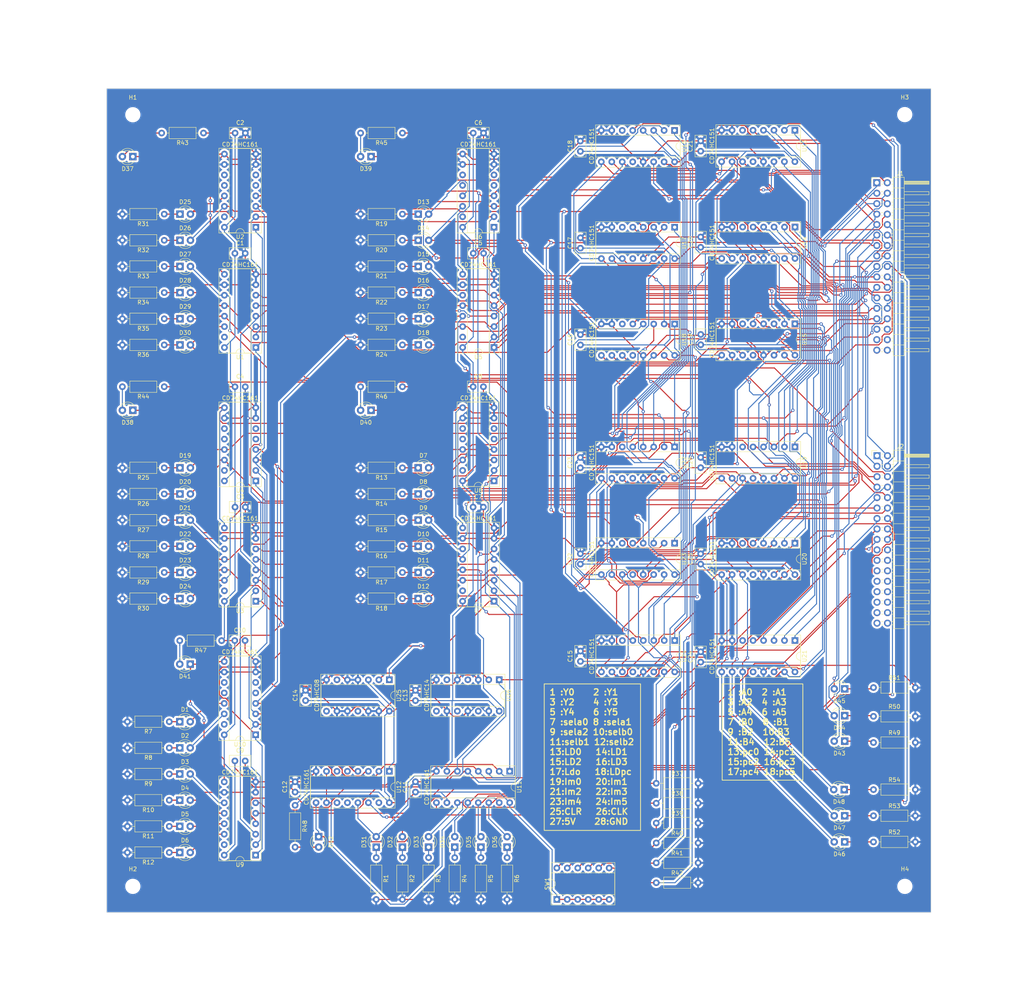
<source format=kicad_pcb>
(kicad_pcb (version 20221018) (generator pcbnew)
  (layers (0 "F.Cu" signal) (31 "B.Cu" signal) (34 "B.Paste" user) (35 "F.Paste" user) (36 "B.SilkS" user "B.Silkscreen") (37 "F.SilkS" user "F.Silkscreen") (38 "B.Mask" user) (39 "F.Mask" user) (44 "Edge.Cuts" user))
  (net 0 "")
  (net 1 "+5V")
  (net 2 "GND")
  (net 3 "Net-(D1-K)")
  (net 4 "Net-(D1-A)")
  (net 5 "Net-(D2-K)")
  (net 6 "Net-(D2-A)")
  (net 7 "Net-(D3-K)")
  (net 8 "Net-(D3-A)")
  (net 9 "Net-(D4-K)")
  (net 10 "Net-(D4-A)")
  (net 11 "Net-(D5-K)")
  (net 12 "Net-(D5-A)")
  (net 13 "Net-(D6-K)")
  (net 14 "Net-(D6-A)")
  (net 15 "Net-(D7-K)")
  (net 16 "R35")
  (net 17 "Net-(D8-K)")
  (net 18 "R34")
  (net 19 "Net-(D9-K)")
  (net 20 "R33")
  (net 21 "Net-(D10-K)")
  (net 22 "R32")
  (net 23 "Net-(D11-K)")
  (net 24 "R31")
  (net 25 "Net-(D12-K)")
  (net 26 "R30")
  (net 27 "Net-(D13-K)")
  (net 28 "R25")
  (net 29 "Net-(D14-K)")
  (net 30 "R24")
  (net 31 "Net-(D15-K)")
  (net 32 "R23")
  (net 33 "Net-(D16-K)")
  (net 34 "R22")
  (net 35 "Net-(D17-K)")
  (net 36 "R21")
  (net 37 "Net-(D18-K)")
  (net 38 "R20")
  (net 39 "Net-(D19-K)")
  (net 40 "R15")
  (net 41 "Net-(D20-K)")
  (net 42 "R14")
  (net 43 "Net-(D21-K)")
  (net 44 "R13")
  (net 45 "Net-(D22-K)")
  (net 46 "R12")
  (net 47 "Net-(D23-K)")
  (net 48 "R11")
  (net 49 "Net-(D24-K)")
  (net 50 "R10")
  (net 51 "Net-(D25-K)")
  (net 52 "R05")
  (net 53 "Net-(D26-K)")
  (net 54 "R04")
  (net 55 "Net-(D27-K)")
  (net 56 "R03")
  (net 57 "Net-(D28-K)")
  (net 58 "R02")
  (net 59 "Net-(D29-K)")
  (net 60 "R01")
  (net 61 "Net-(D30-K)")
  (net 62 "R00")
  (net 63 "Net-(D31-K)")
  (net 64 "pc5")
  (net 65 "Net-(D32-K)")
  (net 66 "pc4")
  (net 67 "Net-(D33-K)")
  (net 68 "pc3")
  (net 69 "Net-(D34-K)")
  (net 70 "pc2")
  (net 71 "Net-(D35-K)")
  (net 72 "pc1")
  (net 73 "Net-(D36-K)")
  (net 74 "pc0")
  (net 75 "LD0")
  (net 76 "Net-(D37-A)")
  (net 77 "LD1")
  (net 78 "Net-(D38-A)")
  (net 79 "LD2")
  (net 80 "Net-(D39-A)")
  (net 81 "LD3")
  (net 82 "Net-(D40-A)")
  (net 83 "LDo")
  (net 84 "Net-(D41-A)")
  (net 85 "LDpc")
  (net 86 "Net-(D42-A)")
  (net 87 "Net-(D43-K)")
  (net 88 "sela2")
  (net 89 "Net-(D44-K)")
  (net 90 "sela1")
  (net 91 "Net-(D45-K)")
  (net 92 "sela0")
  (net 93 "Net-(D46-K)")
  (net 94 "selb2")
  (net 95 "Net-(D47-K)")
  (net 96 "selb1")
  (net 97 "Net-(D48-K)")
  (net 98 "selb0")
  (net 99 "Y0")
  (net 100 "Y1")
  (net 101 "Y2")
  (net 102 "Y3")
  (net 103 "Y4")
  (net 104 "Y5")
  (net 105 "Im0")
  (net 106 "Im1")
  (net 107 "Im2")
  (net 108 "Im3")
  (net 109 "Im4")
  (net 110 "Im5")
  (net 111 "CLR")
  (net 112 "CLK")
  (net 119 "A0")
  (net 120 "A1")
  (net 121 "A2")
  (net 122 "A3")
  (net 123 "A4")
  (net 124 "A5")
  (net 125 "B0")
  (net 126 "B1")
  (net 127 "B2")
  (net 128 "B3")
  (net 129 "B4")
  (net 130 "B5")
  (net 147 "Ip5")
  (net 148 "Ip4")
  (net 149 "Ip3")
  (net 150 "Ip2")
  (net 151 "Ip1")
  (net 152 "Ip0")
  (net 183 "Net-(U11A-CO)")
  (net 184 "Net-(U12A-~{CLR})")
  (net 214 "Net-(U25-Pad2)")
  (footprint "LED_THT:LED_D3.0mm" (layer "F.Cu") (at 189.235 67.31)
    (fp_text reference "D28")
    (fp_text value "LED")
  )
  (footprint "Package_DIP:DIP-14_W7.62mm_Socket" (layer "F.Cu") (at 266.7 161.29 -90)
    (fp_text reference "U26")
    (fp_text value "CD74HC14")
  )
  (footprint "Capacitor_THT:C_Disc_D5.0mm_W2.5mm_P2.50mm" (layer "F.Cu") (at 315.575 32.98 90)
    (fp_text reference "C21")
    (fp_text value "0.1μ")
  )
  (footprint "Resistor_THT:R_Axial_DIN0207_L6.3mm_D2.5mm_P10.16mm_Horizontal" (layer "F.Cu") (at 262.255 204.475 -90)
    (fp_text reference "R5")
    (fp_text value "1K")
  )
  (footprint "Resistor_THT:R_Axial_DIN0207_L6.3mm_D2.5mm_P10.16mm_Horizontal" (layer "F.Cu") (at 186.64 177.83 180)
    (fp_text reference "R8")
    (fp_text value "1K")
  )
  (footprint "Package_DIP:DIP-16_W7.62mm_Socket" (layer "F.Cu") (at 207.645 80.645 180)
    (fp_text reference "U1")
    (fp_text value "CD74HC161")
  )
  (footprint "LED_THT:LED_D3.0mm" (layer "F.Cu") (at 189.18 184.18)
    (fp_text reference "D3")
    (fp_text value "LED")
  )
  (footprint "MountingHole:MountingHole_3.2mm_M3" (layer "F.Cu") (at 177.8 24.13)
    (fp_text reference "H1")
    (fp_text value "MountingHole")
  )
  (footprint "LED_THT:LED_D3.0mm" (layer "F.Cu") (at 189.235 80.01)
    (fp_text reference "D30")
    (fp_text value "LED")
  )
  (footprint "Capacitor_THT:C_Disc_D5.0mm_W2.5mm_P2.50mm" (layer "F.Cu") (at 202.575 90.17)
    (fp_text reference "C4")
    (fp_text value "0.1μ")
  )
  (footprint "Resistor_THT:R_Axial_DIN0207_L6.3mm_D2.5mm_P10.16mm_Horizontal" (layer "F.Cu") (at 185.42 135.245 180)
    (fp_text reference "R29")
    (fp_text value "1K")
  )
  (footprint "Capacitor_THT:C_Disc_D5.0mm_W2.5mm_P2.50mm" (layer "F.Cu") (at 217.17 188.555 90)
    (fp_text reference "C12")
    (fp_text value "0.1μ")
  )
  (footprint "Capacitor_THT:C_Disc_D5.0mm_W2.5mm_P2.50mm" (layer "F.Cu") (at 286.385 133.215 90)
    (fp_text reference "C22")
    (fp_text value "0.1μ")
  )
  (footprint "LED_THT:LED_D3.0mm" (layer "F.Cu") (at 189.18 177.83)
    (fp_text reference "D2")
    (fp_text value "LED")
  )
  (footprint "Package_DIP:DIP-16_W7.62mm_Socket" (layer "F.Cu") (at 265.44 113.02 180)
    (fp_text reference "U8")
    (fp_text value "CD74HC161")
  )
  (footprint "Package_DIP:DIP-16_W7.62mm_Socket" (layer "F.Cu") (at 338.455 74.89 -90)
    (fp_text reference "U15")
    (fp_text value "CD74HC151")
  )
  (footprint "Package_DIP:DIP-16_W7.62mm_Socket" (layer "F.Cu") (at 265.44 142.23 180)
    (fp_text reference "U7")
    (fp_text value "CD74HC161")
  )
  (footprint "Capacitor_THT:C_Disc_D5.0mm_W2.5mm_P2.50mm" (layer "F.Cu") (at 219.71 166.35 90)
    (fp_text reference "C14")
    (fp_text value "0.1μ")
  )
  (footprint "LED_THT:LED_D3.0mm" (layer "F.Cu") (at 189.225 109.845)
    (fp_text reference "D19")
    (fp_text value "LED")
  )
  (footprint "Package_DIP:DIP-16_W7.62mm_Socket" (layer "F.Cu") (at 309.265 51.435 -90)
    (fp_text reference "U17")
    (fp_text value "CD74HC151")
  )
  (footprint "Capacitor_THT:C_Disc_D5.0mm_W2.5mm_P2.50mm" (layer "F.Cu") (at 260.4 57.775)
    (fp_text reference "C5")
    (fp_text value "0.1μ")
  )
  (footprint "Resistor_THT:R_Axial_DIN0207_L6.3mm_D2.5mm_P10.16mm_Horizontal" (layer "F.Cu") (at 217.17 191.77 -90)
    (fp_text reference "R48")
    (fp_text value "1K")
  )
  (footprint "Package_DIP:DIP-16_W7.62mm_Socket" (layer "F.Cu") (at 338.465 51.395 -90)
    (fp_text reference "U14")
    (fp_text value "CD74HC151")
  )
  (footprint "Capacitor_THT:C_Disc_D5.0mm_W2.5mm_P2.50mm" (layer "F.Cu") (at 202.565 57.785)
    (fp_text reference "C1")
    (fp_text value "0.1μ")
  )
  (footprint "Resistor_THT:R_Axial_DIN0207_L6.3mm_D2.5mm_P10.16mm_Horizontal" (layer "F.Cu") (at 186.64 190.53 180)
    (fp_text reference "R10")
    (fp_text value "1K")
  )
  (footprint "Capacitor_THT:C_Disc_D5.0mm_W2.5mm_P2.50mm" (layer "F.Cu") (at 246.38 188.555 90)
    (fp_text reference "C11")
    (fp_text value "0.1μ")
  )
  (footprint "LED_THT:LED_D3.0mm" (layer "F.Cu") (at 189.235 60.96)
    (fp_text reference "D27")
    (fp_text value "LED")
  )
  (footprint "Resistor_THT:R_Axial_DIN0207_L6.3mm_D2.5mm_P10.16mm_Horizontal" (layer "F.Cu") (at 243.215 80 180)
    (fp_text reference "R24")
    (fp_text value "1K")
  )
  (footprint "LED_THT:LED_D3.0mm" (layer "F.Cu") (at 189.18 190.53)
    (fp_text reference "D4")
    (fp_text value "LED")
  )
  (footprint "Capacitor_THT:C_Disc_D5.0mm_W2.5mm_P2.50mm" (layer "F.Cu") (at 315.575 109.815 90)
    (fp_text reference "C26")
    (fp_text value "0.1μ")
  )
  (footprint "Resistor_THT:R_Axial_DIN0207_L6.3mm_D2.5mm_P10.16mm_Horizontal" (layer "F.Cu") (at 357.505 163.195)
    (fp_text reference "R51")
    (fp_text value "1K")
  )
  (footprint "LED_THT:LED_D3.0mm" (layer "F.Cu") (at 247.035 67.31)
    (fp_text reference "D16")
    (fp_text value "LED")
  )
  (footprint "Package_DIP:DIP-16_W7.62mm_Socket" (layer "F.Cu") (at 207.635 51.445 180)
    (fp_text reference "U2")
    (fp_text value "CD74HC161")
  )
  (footprint "Resistor_THT:R_Axial_DIN0207_L6.3mm_D2.5mm_P10.16mm_Horizontal" (layer "F.Cu") (at 185.42 54.61 180)
    (fp_text reference "R32")
    (fp_text value "1K")
  )
  (footprint "Package_DIP:DIP-16_W7.62mm_Socket" (layer "F.Cu") (at 240.03 183.515 -90)
    (fp_text reference "U12")
    (fp_text value "CD74HC161")
  )
  (footprint "LED_THT:LED_D3.0mm" (layer "F.Cu") (at 350.52 194.31 180)
    (fp_text reference "D47")
    (fp_text value "LED")
  )
  (footprint "Resistor_THT:R_Axial_DIN0207_L6.3mm_D2.5mm_P10.16mm_Horizontal" (layer "F.Cu") (at 304.8 200.914)
    (fp_text reference "R40")
    (fp_text value "1K")
  )
  (footprint "Resistor_THT:R_Axial_DIN0207_L6.3mm_D2.5mm_P10.16mm_Horizontal" (layer "F.Cu") (at 243.215 141.595 180)
    (fp_text reference "R18")
    (fp_text value "1K")
  )
  (footprint "LED_THT:LED_D3.0mm" (layer "F.Cu") (at 189.235 48.26)
    (fp_text reference "D25")
    (fp_text value "LED")
  )
  (footprint "Resistor_THT:R_Axial_DIN0207_L6.3mm_D2.5mm_P10.16mm_Horizontal" (layer "F.Cu") (at 186.64 171.48 180)
    (fp_text reference "R7")
    (fp_text value "1K")
  )
  (footprint "Package_DIP:DIP-16_W7.62mm_Socket" (layer "F.Cu") (at 309.275 151.765 -90)
    (fp_text reference "U24")
    (fp_text value "CD74HC151")
  )
  (footprint "Resistor_THT:R_Axial_DIN0207_L6.3mm_D2.5mm_P10.16mm_Horizontal" (layer "F.Cu") (at 243.215 48.25 180)
    (fp_text reference "R19")
    (fp_text value "1K")
  )
  (footprint "LED_THT:LED_D3.0mm" (layer "F.Cu") (at 247.035 60.96)
    (fp_text reference "D15")
    (fp_text value "LED")
  )
  (footprint "Capacitor_THT:C_Disc_D5.0mm_W2.5mm_P2.50mm" (layer "F.Cu") (at 202.605 28.575)
    (fp_text reference "C2")
    (fp_text value "0.1μ")
  )
  (footprint "Capacitor_THT:C_Disc_D5.0mm_W2.5mm_P2.50mm" (layer "F.Cu") (at 202.565 180.995)
    (fp_text reference "C9")
    (fp_text value "0.1μ")
  )
  (footprint "LED_THT:LED_D3.0mm" (layer "F.Cu") (at 236.855 201.935 90)
    (fp_text reference "D31")
    (fp_text value "LED")
  )
  (footprint "Resistor_THT:R_Axial_DIN0207_L6.3mm_D2.5mm_P10.16mm_Horizontal" (layer "F.Cu") (at 185.42 48.26 180)
    (fp_text reference "R31")
    (fp_text value "1K")
  )
  (footprint "LED_THT:LED_D3.0mm" (layer "F.Cu") (at 350.52 163.5 180)
    (fp_text reference "D45")
    (fp_text value "LED")
  )
  (footprint "Capacitor_THT:C_Disc_D5.0mm_W2.5mm_P2.50mm" (layer "F.Cu") (at 286.405 156.835 90)
    (fp_text reference "C15")
    (fp_text value "0.1μ")
  )
  (footprint "Package_DIP:DIP-16_W7.62mm_Socket" (layer "F.Cu") (at 309.255 128.145 -90)
    (fp_text reference "U23")
    (fp_text value "CD74HC151")
  )
  (footprint "Resistor_THT:R_Axial_DIN0207_L6.3mm_D2.5mm_P10.16mm_Horizontal" (layer "F.Cu") (at 304.8 205.74)
    (fp_text reference "R41")
    (fp_text value "1K")
  )
  (footprint "MountingHole:MountingHole_3.2mm_M3" (layer "F.Cu") (at 177.8 211.455)
    (fp_text reference "H2")
    (fp_text value "MountingHole")
  )
  (footprint "LED_THT:LED_D3.0mm" (layer "F.Cu") (at 189.23 141.595)
    (fp_text reference "D24")
    (fp_text value "LED")
  )
  (footprint "LED_THT:LED_D3.0mm" (layer "F.Cu") (at 247.035 48.26)
    (fp_text reference "D13")
    (fp_text value "LED")
  )
  (footprint "Resistor_THT:R_Axial_DIN0207_L6.3mm_D2.5mm_P10.16mm_Horizontal" (layer "F.Cu") (at 249.555 204.475 -90)
    (fp_text reference "R3")
    (fp_text value "1K")
  )
  (footprint "Resistor_THT:R_Axial_DIN0207_L6.3mm_D2.5mm_P10.16mm_Horizontal" (layer "F.Cu") (at 243.22 28.575 180)
    (fp_text reference "R45")
    (fp_text value "1K")
  )
  (footprint "Capacitor_THT:C_Disc_D5.0mm_W2.5mm_P2.50mm" (layer "F.Cu") (at 260.39 28.575)
    (fp_text reference "C6")
    (fp_text value "0.1μ")
  )
  (footprint "Resistor_THT:R_Axial_DIN0207_L6.3mm_D2.5mm_P10.16mm_Horizontal" (layer "F.Cu") (at 185.42 128.895 180)
    (fp_text reference "R28")
    (fp_text value "1K")
  )
  (footprint "Resistor_THT:R_Axial_DIN0207_L6.3mm_D2.5mm_P10.16mm_Horizontal" (layer "F.Cu") (at 243.215 60.95 180)
    (fp_text reference "R21")
    (fp_text value "1K")
  )
  (footprint "Package_DIP:DIP-16_W7.62mm_Socket" (layer "F.Cu") (at 338.445 104.775 -90)
    (fp_text reference "U19")
    (fp_text value "CD74HC151")
  )
  (footprint "LED_THT:LED_D3.0mm" (layer "F.Cu") (at 189.225 116.195)
    (fp_text reference "D20")
    (fp_text value "LED")
  )
  (footprint "Resistor_THT:R_Axial_DIN0207_L6.3mm_D2.5mm_P10.16mm_Horizontal" (layer "F.Cu") (at 243.215 67.3 180)
    (fp_text reference "R22")
    (fp_text value "1K")
  )
  (footprint "LED_THT:LED_D3.0mm" (layer "F.Cu") (at 189.18 196.88)
    (fp_text reference "D5")
    (fp_text value "LED")
  )
  (footprint "Connector_PinHeader_2.54mm:PinHeader_2x17_P2.54mm_Horizontal" (layer "F.Cu") (at 358.3686 106.9086)
    (fp_text reference "J2")
    (fp_text value "Conn_01x34_Pin")
  )
  (footprint "LED_THT:LED_D3.0mm" (layer "F.Cu") (at 189.23 135.245)
    (fp_text reference "D23")
    (fp_text value "LED")
  )
  (footprint "Resistor_THT:R_Axial_DIN0207_L6.3mm_D2.5mm_P10.16mm_Horizontal" (layer "F.Cu") (at 185.42 90.16 180)
    (fp_text reference "R44")
    (fp_text value "1K")
  )
  (footprint "Package_DIP:DIP-14_W7.62mm_Socket" (layer "F.Cu") (at 240.03 161.3 -90)
    (fp_text reference "U25")
    (fp_text value "CD74HC08")
  )
  (footprint "MountingHole:MountingHole_3.2mm_M3" (layer "F.Cu") (at 365.0931 24.0981)
    (fp_text reference "H3")
    (fp_text value "MountingHole")
  )
  (footprint "Package_DIP:DIP-16_W7.62mm_Socket" (layer "F.Cu") (at 269.24 183.515 -90)
    (fp_text reference "U11")
    (fp_text value "CD74HC161")
  )
  (footprint "Package_DIP:DIP-16_W7.62mm_Socket" (layer "F.Cu") (at 207.595 203.865 180)
    (fp_text reference "U9")
    (fp_text value "CD74HC161")
  )
  (footprint "Capacitor_THT:C_Disc_D5.0mm_W2.5mm_P2.50mm" (layer "F.Cu") (at 315.595 79.97 90)
    (fp_text reference "C19")
    (fp_text value "0.1μ")
  )
  (footprint "LED_THT:LED_D3.0mm" (layer "F.Cu") (at 177.8 95.875 180)
    (fp_text reference "D38")
    (fp_text value "LED")
  )
  (footprint "Capacitor_THT:C_Disc_D5.0mm_W2.5mm_P2.50mm" (layer "F.Cu") (at 315.575 133.225 90)
    (fp_text reference "C25")
    (fp_text value "0.1μ")
  )
  (footprint "LED_THT:LED_D3.0mm" (layer "F.Cu") (at 235.6 34.29 180)
    (fp_text reference "D39")
    (fp_text value "LED")
  )
  (footprint "Package_DIP:DIP-16_W7.62mm_Socket" (layer "F.Cu") (at 207.595 174.655 180)
    (fp_text reference "U10")
    (fp_text value "CD74HC161")
  )
  (footprint "Capacitor_THT:C_Disc_D5.0mm_W2.5mm_P2.50mm" (layer "F.Cu") (at 315.585 157.01 90)
    (fp_text reference "C24")
    (fp_text value "0.1μ")
  )
  (footprint "Package_DIP:DIP-16_W7.62mm_Socket" (layer "F.Cu") (at 309.265 74.93 -90)
    (fp_text reference "U18")
    (fp_text value "CD74HC151")
  )
  (footprint "Resistor_THT:R_Axial_DIN0207_L6.3mm_D2.5mm_P10.16mm_Horizontal" (layer "F.Cu") (at 185.42 60.96 180)
    (fp_text reference "R33")
    (fp_text value "1K")
  )
  (footprint "Resistor_THT:R_Axial_DIN0207_L6.3mm_D2.5mm_P10.16mm_Horizontal" (layer "F.Cu") (at 304.8 191.262)
    (fp_text reference "R38")
    (fp_text value "1K")
  )
  (footprint "LED_THT:LED_D3.0mm" (layer "F.Cu") (at 247.02 135.245)
    (fp_text reference "D11")
    (fp_text value "LED")
  )
  (footprint "Resistor_THT:R_Axial_DIN0207_L6.3mm_D2.5mm_P10.16mm_Horizontal" (layer "F.Cu") (at 186.64 196.88 180)
    (fp_text reference "R11")
    (fp_text value "1K")
  )
  (footprint "Capacitor_THT:C_Disc_D5.0mm_W2.5mm_P2.50mm" (layer "F.Cu") (at 202.525 151.785)
    (fp_text reference "C10")
    (fp_text value "0.1μ")
  )
  (footprint "Resistor_THT:R_Axial_DIN0207_L6.3mm_D2.5mm_P10.16mm_Horizontal" (layer "F.Cu") (at 185.42 80.01 180)
    (fp_text reference "R36")
    (fp_text value "1K")
  )
  (footprint "Resistor_THT:R_Axial_DIN0207_L6.3mm_D2.5mm_P10.16mm_Horizontal" (layer "F.Cu") (at 199.34 151.795 180)
    (fp_text reference "R47")
    (fp_text value "1K")
  )
  (footprint "LED_THT:LED_D3.0mm" (layer "F.Cu") (at 249.555 201.935 90)
    (fp_text reference "D33")
    (fp_text value "LED")
  )
  (footprint "Package_DIP:DIP-16_W7.62mm_Socket" (layer "F.Cu") (at 338.445 128.155 -90)
    (fp_text reference "U20")
    (fp_text value "CD74HC151")
  )
  (footprint "Connector_PinHeader_2.54mm:PinHeader_2x17_P2.54mm_Horizontal" (layer "F.Cu") (at 358.3178 40.64)
    (fp_text reference "J1")
    (fp_text value "Conn_01x34_Pin")
  )
  (footprint "LED_THT:LED_D3.0mm" (layer "F.Cu") (at 235.6 95.875 180)
    (fp_text reference "D40")
    (fp_text value "LED")
  )
  (footprint "LED_THT:LED_D3.0mm" (layer "F.Cu") (at 350.52 200.66 180)
    (fp_text reference "D46")
    (fp_text value "LED")
  )
  (footprint "Capacitor_THT:C_Disc_D5.0mm_W2.5mm_P2.50mm" (layer "F.Cu") (at 286.385 109.845 90)
    (fp_text reference "C23")
    (fp_text value "0.1μ")
  )
  (footprint "Resistor_THT:R_Axial_DIN0207_L6.3mm_D2.5mm_P10.16mm_Horizontal" (layer "F.Cu") (at 185.42 67.31 180)
    (fp_text reference "R34")
    (fp_text value "1K")
  )
  (footprint "LED_THT:LED_D3.0mm" (layer "F.Cu") (at 247.035 73.66)
    (fp_text reference "D17")
    (fp_text value "LED")
  )
  (footprint "Package_DIP:DIP-16_W7.62mm_Socket" (layer "F.Cu") (at 265.43 51.435 180)
    (fp_text reference "U6")
    (fp_text value "CD74HC161")
  )
  (footprint "LED_THT:LED_D3.0mm" (layer "F.Cu") (at 268.605 201.935 90)
    (fp_text reference "D36")
    (fp_text value "LED")
  )
  (footprint "Resistor_THT:R_Axial_DIN0207_L6.3mm_D2.5mm_P10.16mm_Horizontal" (layer "F.Cu") (at 357.505 170.18)
    (fp_text reference "R50")
    (fp_text value "1K")
  )
  (footprint "Resistor_THT:R_Axial_DIN0207_L6.3mm_D2.5mm_P10.16mm_Horizontal" (layer "F.Cu") (at 243.215 109.845 180)
    (fp_text reference "R13")
    (fp_text value "1K")
  )
  (footprint "LED_THT:LED_D3.0mm" (layer "F.Cu") (at 189.235 73.66)
    (fp_text reference "D29")
    (fp_text value "LED")
  )
  (footprint "Resistor_THT:R_Axial_DIN0207_L6.3mm_D2.5mm_P10.16mm_Horizontal" (layer "F.Cu") (at 243.215 54.6 180)
    (fp_text reference "R20")
    (fp_text value "1K")
  )
  (footprint "LED_THT:LED_D3.0mm" (layer "F.Cu") (at 177.8 34.29 180)
    (fp_text reference "D37")
    (fp_text value "LED")
  )
  (footprint "Resistor_THT:R_Axial_DIN0207_L6.3mm_D2.5mm_P10.16mm_Horizontal" (layer "F.Cu") (at 186.64 203.23 180)
    (fp_text reference "R12")
    (fp_text value "1K")
  )
  (footprint "Capacitor_THT:C_Disc_D5.0mm_W2.5mm_P2.50mm" (layer "F.Cu") (at 260.35 119.38)
    (fp_text reference "C7")
    (fp_text value "0.1μ")
  )
  (footprint "LED_THT:LED_D3.0mm" (layer "F.Cu") (at 262.255 201.935 90)
    (fp_text reference "D35")
    (fp_text value "LED")
  )
  (footprint "Capacitor_THT:C_Disc_D5.0mm_W2.5mm_P2.50mm" (layer "F.Cu") (at 246.375 166.36 90)
    (fp_text reference "C13")
    (fp_text value "0.1μ")
  )
  (footprint "Resistor_THT:R_Axial_DIN0207_L6.3mm_D2.5mm_P10.16mm_Horizontal" (layer "F.Cu") (at 304.8 196.088)
    (fp_text reference "R39")
    (fp_text value "1K")
  )
  (footprint "Resistor_THT:R_Axial_DIN0207_L6.3mm_D2.5mm_P10.16mm_Horizontal" (layer "F.Cu") (at 186.64 184.18 180)
    (fp_text reference "R9")
    (fp_text value "1K")
  )
  (footprint "Package_DIP:DIP-12_W7.62mm_Socket" (layer "F.Cu") (at 280.67 214.62 90)
    (fp_text reference "SW1")
    (fp_text value "SW_DIP_x06")
  )
  (footprint "LED_THT:LED_D3.0mm" (layer "F.Cu") (at 189.23 128.895)
    (fp_text reference "D22")
    (fp_text value "LED")
  )
  (footprint "Resistor_THT:R_Axial_DIN0207_L6.3mm_D2.5mm_P10.16mm_Horizontal" (layer "F.Cu") (at 243.215 90.16 180)
    (fp_text reference "R46")
    (fp_text value "1K")
  )
  (footprint "Resistor_THT:R_Axial_DIN0207_L6.3mm_D2.5mm_P10.16mm_Horizontal" (layer "F.Cu") (at 243.215 128.895 180)
    (fp_text reference "R16")
    (fp_text value "1K")
  )
  (footprint "Resistor_THT:R_Axial_DIN0207_L6.3mm_D2.5mm_P10.16mm_Horizontal" (layer "F.Cu") (at 185.42 122.545 180)
    (fp_text reference "R27")
    (fp_text value "1K")
  )
  (footprint "Resistor_THT:R_Axial_DIN0207_L6.3mm_D2.5mm_P10.16mm_Horizontal" (layer "F.Cu") (at 185.42 116.195 180)
    (fp_text reference "R26")
    (fp_text value "1K")
  )
  (footprint "Resistor_THT:R_Axial_DIN0207_L6.3mm_D2.5mm_P10.16mm_Horizontal" (layer "F.Cu") (at 236.855 204.475 -90)
    (fp_text reference "R1")
    (fp_text value "1K")
  )
  (footprint "LED_THT:LED_D3.0mm" (layer "F.Cu") (at 350.52 170.015 180)
    (fp_text reference "D44")
    (fp_text value "LED")
  )
  (footprint "LED_THT:LED_D3.0mm" (layer "F.Cu") (at 243.205 201.935 90)
    (fp_text reference "D32")
    (fp_text value "LED")
  )
  (footprint "LED_THT:LED_D3.0mm" (layer "F.Cu") (at 350.52 176.2 180)
    (fp_text reference "D43")
    (fp_text value "LED")
  )
  (footprint "Package_DIP:DIP-16_W7.62mm_Socket" (layer "F.Cu") (at 207.635 113.03 180)
    (fp_text reference "U4")
    (fp_text value "CD74HC161")
  )
  (footprint "LED_THT:LED_D3.0mm" (layer "F.Cu") (at 189.225 122.545)
    (fp_text reference "D21")
    (fp_text value "LED")
  )
  (footprint "Resistor_THT:R_Axial_DIN0207_L6.3mm_D2.5mm_P10.16mm_Horizontal" (layer "F.Cu") (at 357.505 176.53)
    (fp_text reference "R49")
    (fp_text value "1K")
  )
  (footprint "LED_THT:LED_D3.0mm" (layer "F.Cu") (at 247.02 116.195)
    (fp_text reference "D8")
    (fp_text value "LED")
  )
  (footprint "Resistor_THT:R_Axial_DIN0207_L6.3mm_D2.5mm_P10.16mm_Horizontal" (layer "F.Cu") (at 185.42 73.66 180)
    (fp_text reference "R35")
    (fp_text value "1K")
  )
  (footprint "LED_THT:LED_D3.0mm" (layer "F.Cu") (at 247.02 128.895)
    (fp_text reference "D10")
    (fp_text value "LED")
  )
  (footprint "LED_THT:LED_D3.0mm" (layer "F.Cu") (at 255.905 201.935 90)
    (fp_text reference "D34")
    (fp_text value "LED")
  )
  (footprint "Resistor_THT:R_Axial_DIN0207_L6.3mm_D2.5mm_P10.16mm_Horizontal" (layer "F.Cu") (at 243.215 73.65 180)
    (fp_text reference "R23")
    (fp_text value "1K")
  )
  (footprint "Resistor_THT:R_Axial_DIN0207_L6.3mm_D2.5mm_P10.16mm_Horizontal" (layer "F.Cu") (at 243.205 204.475 -90)
    (fp_text reference "R2")
    (fp_text value "1K")
  )
  (footprint "Capacitor_THT:C_Disc_D5.0mm_W2.5mm_P2.50mm" (layer "F.Cu") (at 286.405 56.515 90)
    (fp_text reference "C17")
    (fp_text value "0.1μ")
  )
  (footprint "MountingHole:MountingHole_3.2mm_M3" (layer "F.Cu") (at 365.125 211.455)
    (fp_text reference "H4")
    (fp_text value "MountingHole")
  )
  (footprint "LED_THT:LED_D3.0mm" (layer "F.Cu") (at 189.18 203.23)
    (fp_text reference "D6")
    (fp_text value "LED")
  )
  (footprint "LED_THT:LED_D3.0mm" (layer "F.Cu") (at 189.235 54.61)
    (fp_text reference "D26")
    (fp_text value "LED")
  )
  (footprint "Package_DIP:DIP-16_W7.62mm_Socket" (layer "F.Cu") (at 309.255 104.775 -90)
    (fp_text reference "U22")
    (fp_text value "CD74HC151")
  )
  (footprint "Resistor_THT:R_Axial_DIN0207_L6.3mm_D2.5mm_P10.16mm_Horizontal" (layer "F.Cu") (at 255.905 204.475 -90)
    (fp_text reference "R4")
    (fp_text value "1K")
  )
  (footprint "Capacitor_THT:C_Disc_D5.0mm_W2.5mm_P2.50mm" (layer "F.Cu") (at 260.36 90.16)
    (fp_text reference "C8")
    (fp_text value "0.1μ")
  )
  (footprint "Resistor_THT:R_Axial_DIN0207_L6.3mm_D2.5mm_P10.16mm_Horizontal" (layer "F.Cu") (at 243.215 116.195 180)
    (fp_text reference "R14")
    (fp_text value "1K")
  )
  (footprint "Resistor_THT:R_Axial_DIN0207_L6.3mm_D2.5mm_P10.16mm_Horizontal" (layer "F.Cu") (at 357.505 187.96)
    (fp_text reference "R54")
    (fp_text value "1K")
  )
  (footprint "Resistor_THT:R_Axial_DIN0207_L6.3mm_D2.5mm_P10.16mm_Horizontal" (layer "F.Cu") (at 357.505 200.66)
    (fp_text reference "R52")
    (fp_text value "1K")
  )
  (footprint "Resistor_THT:R_Axial_DIN0207_L6.3mm_D2.5mm_P10.16mm_Horizontal" (layer "F.Cu") (at 268.605 204.475 -90)
    (fp_text reference "R6")
    (fp_text value "1K")
  )
  (footprint "Package_DIP:DIP-16_W7.62mm_Socket" (layer "F.Cu") (at 265.44 80.635 180)
    (fp_text reference "U5")
    (fp_text value "CD74HC161")
  )
  (footprint "Resistor_THT:R_Axial_DIN0207_L6.3mm_D2.5mm_P10.16mm_Horizontal" (layer "F.Cu") (at 357.505 194.31)
    (fp_text reference "R53")
    (fp_text value "1K")
  )
  (footprint "LED_THT:LED_D3.0mm" (layer "F.Cu") (at 191.725 157.51 180)
    (fp_text reference "D41")
    (fp_text value "LED")
  )
  (footprint "Resistor_THT:R_Axial_DIN0207_L6.3mm_D2.5mm_P10.16mm_Horizontal" (layer "F.Cu") (at 304.8 210.566)
    (fp_text reference "R42")
    (fp_text value "1K")
  )
  (footprint "Resistor_THT:R_Axial_DIN0207_L6.3mm_D2.5mm_P10.16mm_Horizontal" (layer "F.Cu") (at 243.215 135.245 180)
    (fp_text reference "R17")
    (fp_text value "1K")
  )
  (footprint "Package_DIP:DIP-16_W7.62mm_Socket" (layer "F.Cu") (at 207.635 142.24 180)
    (fp_text reference "U3")
    (fp_text value "CD74HC161")
  )
  (footprint "Package_DIP:DIP-16_W7.62mm_Socket" (layer "F.Cu") (at 338.435 27.9 -90)
    (fp_text reference "U13")
    (fp_text value "CD74HC151")
  )
  (footprint "Capacitor_THT:C_Disc_D5.0mm_W2.5mm_P2.50mm" (layer "F.Cu") (at 315.575 56.31 90)
    (fp_text reference "C20")
    (fp_text value "0.1μ")
  )
  (footprint "LED_THT:LED_D3.0mm" (layer "F.Cu") (at 247.035 80.01)
    (fp_text reference "D18")
    (fp_text value "LED")
  )
  (footprint "Resistor_THT:R_Axial_DIN0207_L6.3mm_D2.5mm_P10.16mm_Horizontal" (layer "F.Cu") (at 185.42 141.595 180)
    (fp_text reference "R30")
    (fp_text value "1K")
  )
  (footprint "Capacitor_THT:C_Disc_D5.0mm_W2.5mm_P2.50mm" (layer "F.Cu") (at 286.385 33.02 90)
    (fp_text reference "C18")
    (fp_text value "0.1μ")
  )
  (footprint "Resistor_THT:R_Axial_DIN0207_L6.3mm_D2.5mm_P10.16mm_Horizontal" (layer "F.Cu") (at 243.215 122.545 180)
    (fp_text reference "R15")
    (fp_text value "1K")
  )
  (footprint "LED_THT:LED_D3.0mm" (layer "F.Cu") (at 247.035 54.61)
    (fp_text reference "D14")
    (fp_text value "LED")
  )
  (footprint "Resistor_THT:R_Axial_DIN0207_L6.3mm_D2.5mm_P10.16mm_Horizontal" (layer "F.Cu") (at 185.42 109.845 180)
    (fp_text reference "R25")
    (fp_text value "1K")
  )
  (footprint "Package_DIP:DIP-16_W7.62mm_Socket" (layer "F.Cu") (at 338.455 151.765 -90)
    (fp_text reference "U21")
    (fp_text value "CD74HC151")
  )
  (footprint "LED_THT:LED_D3.0mm" (layer "F.Cu") (at 247.02 109.845)
    (fp_text reference "D7")
    (fp_text value "LED")
  )
  (footprint "LED_THT:LED_D3.0mm" (layer "F.Cu") (at 189.18 171.48)
    (fp_text reference "D1")
    (fp_text value "LED")
  )
  (footprint "Resistor_THT:R_Axial_DIN0207_L6.3mm_D2.5mm_P10.16mm_Horizontal" (layer "F.Cu") (at 194.945 28.575 180)
    (fp_text reference "R43")
    (fp_text value "1K")
  )
  (footprint "Package_DIP:DIP-16_W7.62mm_Socket" (layer "F.Cu") (at 309.245 27.94 -90)
    (fp_text reference "U16")
    (fp_text value "CD74HC151")
  )
  (footprint "LED_THT:LED_D3.0mm" (layer "F.Cu") (at 247.02 122.545)
    (fp_text reference "D9")
    (fp_text value "LED")
  )
  (footprint "LED_THT:LED_D3.0mm" (layer "F.Cu") (at 222.885 199.385 -90)
    (fp_text reference "D42")
    (fp_text value "LED")
  )
  (footprint "LED_THT:LED_D3.0mm" (layer "F.Cu") (at 247.02 141.595)
    (fp_text reference "D12")
    (fp_text value "LED")
  )
  (footprint "LED_THT:LED_D3.0mm" (layer "F.Cu") (at 350.405 187.96 180)
    (fp_text reference "D48")
    (fp_text value "LED")
  )
  (footprint "Capacitor_THT:C_Disc_D5.0mm_W2.5mm_P2.50mm" (layer "F.Cu") (at 286.405 80.01 90)
    (fp_text reference "C16")
    (fp_text value "0.1μ")
  )
  (footprint "Capacitor_THT:C_Disc_D5.0mm_W2.5mm_P2.50mm" (layer "F.Cu") (at 202.595 119.38)
    (fp_text reference "C3")
    (fp_text value "0.1μ")
  )
  (footprint "Resistor_THT:R_Axial_DIN0207_L6.3mm_D2.5mm_P10.16mm_Horizontal" (layer "F.Cu") (at 304.8 186.436)
    (fp_text reference "R37")
    (fp_text value "1K")
  )
  (gr_rect (start 171.45 17.78) (end 371.4496 217.7796) (stroke (width 0.1)) (fill none) (layer "Edge.Cuts"))
  (gr_text_box "1 :Y0    2 :Y1\n3 :Y2    4 :Y3\n5 :Y4    6 :Y5\n7 :sela0 8 :sela1\n9 :sela2 10:selb0\n11:selb1 12:selb2\n13:LD0   14:LD1\n15:LD2   16:LD3\n17:Ldo   18:LDpc\n19:Im0   20:Im1\n21:Im2   22:Im3\n23:Im4   24:Im5\n25:CLR   26:CLK\n27:5V    28:GND" (start 277.622 162.306) (end 300.99 197.866) (layer "F.SilkS") (effects (font (size 1.5 1.5) (thickness 0.3) bold) (justify left top)) (stroke (width 0.2)))
  (gr_text_box "1 :A0  2 :A1\n3 :A2  4 :A3\n5 :A4  6 :A5\n7 :B0  8 :B1\n9 :B2  10:B3\n11:B4  12:B5\n13:pc0 14:pc1\n15:pc2 16:pc3\n17:pc4 18:pc5 " (start 320.802 162.306) (end 340.36 185.674) (layer "F.SilkS") (effects (font (size 1.5 1.5) (thickness 0.3) bold) (justify left top)) (stroke (width 0.2)))
  (segment (start 356.6607 73.8693) (end 349.0679 73.8693) (width 0.25) (layer "F.Cu") (net 1))
  (segment (start 288.29 214.62) (end 290.83 214.62) (width 0.25) (layer "F.Cu") (net 1))
  (segment (start 243.8 191.135) (end 240.03 191.135) (width 0.25) (layer "F.Cu") (net 1))
  (segment (start 284.4471 111.7829) (end 260.1839 111.7829) (width 0.25) (layer "F.Cu") (net 1))
  (segment (start 202.565 180.995) (end 202.565 182.7027) (width 0.25) (layer "F.Cu") (net 1))
  (segment (start 262.0539 56.1211) (end 270.8892 56.1211) (width 0.25) (layer "F.Cu") (net 1))
  (segment (start 313.1369 56.31) (end 310.3919 59.055) (width 0.25) (layer "F.Cu") (net 1))
  (segment (start 260.1839 111.7829) (end 260.1839 111.783) (width 0.25) (layer "F.Cu") (net 1))
  (segment (start 286.385 109.845) (end 284.4471 111.7829) (width 0.25) (layer "F.Cu") (net 1))
  (segment (start 315.575 109.815) (end 312.9619 109.815) (width 0.25) (layer "F.Cu") (net 1))
  (segment (start 312.9619 109.815) (end 310.3819 112.395) (width 0.25) (layer "F.Cu") (net 1))
  (segment (start 358.3178 73.66) (end 356.87 73.66) (width 0.25) (layer "F.Cu") (net 1))
  (segment (start 312.9219 133.225) (end 315.575 133.225) (width 0.25) (layer "F.Cu") (net 1))
  (segment (start 270.8892 56.1211) (end 271.2831 56.515) (width 0.25) (layer "F.Cu") (net 1))
  (segment (start 349.0679 73.8693) (end 345.653 77.2842) (width 0.25) (layer "F.Cu") (net 1))
  (segment (start 312.9519 32.98) (end 310.3719 35.56) (width 0.25) (layer "F.Cu") (net 1))
  (segment (start 315.585 157.01) (end 313.21 159.385) (width 0.25) (layer "F.Cu") (net 1))
  (segment (start 310.3819 135.765) (end 312.9219 133.225) (width 0.25) (layer "F.Cu") (net 1))
  (segment (start 241.1569 168.92) (end 243.7169 166.36) (width 0.25) (layer "F.Cu") (net 1))
  (segment (start 312.9719 79.97) (end 315.595 79.97) (width 0.25) (layer "F.Cu") (net 1))
  (segment (start 345.653 77.2842) (end 336.6008 77.2842) (width 0.25) (layer "F.Cu") (net 1))
  (segment (start 199.35 151.785) (end 199.34 151.795) (width 0.25) (layer "F.Cu") (net 1))
  (segment (start 309.265 82.55) (end 310.3919 82.55) (width 0.25) (layer "F.Cu") (net 1))
  (segment (start 185.43 90.17) (end 185.42 90.16) (width 0.25) (layer "F.Cu") (net 1))
  (segment (start 285.75 214.62) (end 288.29 214.62) (width 0.25) (layer "F.Cu") (net 1))
  (segment (start 313.21 159.385) (end 309.275 159.385) (width 0.25) (layer "F.Cu") (net 1))
  (segment (start 309.255 112.395) (end 310.3819 112.395) (width 0.25) (layer "F.Cu") (net 1))
  (segment (start 356.87 73.66) (end 356.6607 73.8693) (width 0.25) (layer "F.Cu") (net 1))
  (segment (start 260.4 57.775) (end 262.0539 56.1211) (width 0.25) (layer "F.Cu") (net 1))
  (segment (start 215.97 187.355) (end 217.17 188.555) (width 0.25) (layer "F.Cu") (net 1))
  (segment (start 257.82 113.02) (end 258.9469 113.02) (width 0.25) (layer "F.Cu") (net 1))
  (segment (start 310.3919 82.55) (end 312.9719 79.97) (width 0.25) (layer "F.Cu") (net 1))
  (segment (start 315.575 32.98) (end 312.9519 32.98) (width 0.25) (layer "F.Cu") (net 1))
  (segment (start 207.2173 187.355) (end 215.97 187.355) (width 0.25) (layer "F.Cu") (net 1))
  (segment (start 280.67 214.62) (end 283.21 214.62) (width 0.25) (layer "F.Cu") (net 1))
  (segment (start 202.575 90.17) (end 185.43 90.17) (width 0.25) (layer "F.Cu") (net 1))
  (segment (start 283.21 214.62) (end 285.75 214.62) (width 0.25) (layer "F.Cu") (net 1))
  (segment (start 202.525 151.785) (end 199.35 151.785) (width 0.25) (layer "F.Cu") (net 1))
  (segment (start 246.38 188.555) (end 243.8 191.135) (width 0.25) (layer "F.Cu") (net 1))
  (segment (start 260.36 90.16) (end 243.215 90.16) (width 0.25) (layer "F.Cu") (net 1))
  (segment (start 202.605 28.575) (end 194.945 28.575) (width 0.25) (layer "F.Cu") (net 1))
  (segment (start 260.1839 111.783) (end 258.9469 113.02) (width 0.25) (layer "F.Cu") (net 1))
  (segment (start 271.2831 56.515) (end 286.405 56.515) (width 0.25) (layer "F.Cu") (net 1))
  (segment (start 290.83 214.62) (end 293.37 214.62) (width 0.25) (layer "F.Cu") (net 1))
  (segment (start 260.39 28.575) (end 243.22 28.575) (width 0.25) (layer "F.Cu") (net 1))
  (segment (start 309.255 135.765) (end 310.3819 135.765) (width 0.25) (layer "F.Cu") (net 1))
  (segment (start 243.7169 166.36) (end 246.375 166.36) (width 0.25) (layer "F.Cu") (net 1))
  (segment (start 309.245 35.56) (end 310.3719 35.56) (width 0.25) (layer "F.Cu") (net 1))
  (segment (start 315.575 56.31) (end 313.1369 56.31) (width 0.25) (layer "F.Cu") (net 1))
  (segment (start 202.565 182.7027) (end 207.2173 187.355) (width 0.25) (layer "F.Cu") (net 1))
  (segment (start 240.03 168.92) (end 241.1569 168.92) (width 0.25) (layer "F.Cu") (net 1))
  (segment (start 309.265 59.055) (end 310.3919 59.055) (width 0.25) (layer "F.Cu") (net 1))
  (via (at 336.6008 77.2842) (size 0.8) (drill 0.4) (layers "F.Cu" "B.Cu") (net 1))
  (segment (start 315.575 109.815) (end 335.865 109.815) (width 0.25) (layer "B.Cu") (net 1))
  (segment (start 257.82 143.3569) (end 255.4131 145.7638) (width 0.25) (layer "B.Cu") (net 1))
  (segment (start 321.955 56.31) (end 319.56 53.915) (width 0.25) (layer "B.Cu") (net 1))
  (segment (start 202.565 184.1985) (end 202.565 201.275) (width 0.25) (layer "B.Cu") (net 1))
  (segment (start 200.015 151.12) (end 199.34 151.795) (width 0.25) (layer "B.Cu") (net 1))
  (segment (start 240.03 191.135) (end 240.03 189.611) (width 0.25) (layer "B.Cu") (net 1))
  (segment (start 255.27 181.1181) (end 254 182.3881) (width 0.25) (layer "B.Cu") (net 1))
  (segment (start 290.3481 129.2519) (end 286.385 133.215) (width 0.25) (layer "B.Cu") (net 1))
  (segment (start 202.565 184.1985) (end 199.975 181.6085) (width 0.25) (layer "B.Cu") (net 1))
  (segment (start 202.565 57.785) (end 202.565 55.1219) (width 0.25) (layer "B.Cu") (net 1))
  (segment (start 308.14 75.476) (end 308.14 78.595) (width 0.25) (layer "B.Cu") (net 1))
  (segment (start 202.605 28.575) (end 202.605 48.855) (width 0.25) (layer "B.Cu") (net 1))
  (segment (start 220.7371 188.555) (end 220.385 188.555) (width 0.25) (layer "B.Cu") (net 1))
  (segment (start 202.605 48.855) (end 200.015 51.445) (width 0.25) (layer "B.Cu") (net 1))
  (segment (start 286.405 56.515) (end 306.725 56.515) (width 0.25) (layer "B.Cu") (net 1))
  (segment (start 260.39 48.855) (end 257.81 51.435) (width 0.25) (layer "B.Cu") (net 1))
  (segment (start 260.35 139.7) (end 257.82 142.23) (width 0.25) (layer "B.Cu") (net 1))
  (segment (start 319.5665 157.01) (end 319.5396 156.9831) (width 0.25) (layer "B.Cu") (net 1))
  (segment (start 260.35 119.38) (end 260.35 139.7) (width 0.25) (layer "B.Cu") (net 1))
  (segment (start 279.5431 202.565) (end 269.24 192.2619) (width 0.25) (layer "B.Cu") (net 1))
  (segment (start 280.67 214.62) (end 280.67 213.4931) (width 0.25) (layer "B.Cu") (net 1))
  (segment (start 201.4815 79.1885) (end 200.025 80.645) (width 0.25) (layer "B.Cu") (net 1))
  (segment (start 254 183.515) (end 254 182.3881) (width 0.25) (layer "B.Cu") (net 1))
  (segment (start 254 190.079) (end 254 191.135) (width 0.25) (layer "B.Cu") (net 1))
  (segment (start 219.71 166.35) (end 237.46 166.35) (width 0.25) (layer "B.Cu") (net 1))
  (segment (start 269.24 191.135) (end 269.24 192.2619) (width 0.25) (layer "B.Cu") (net 1))
  (segment (start 315.575 32.98) (end 324.465 32.98) (width 0.25) (layer "B.Cu") (net 1))
  (segment (start 333.9166 79.97) (end 336.6008 77.2858) (width 0.25) (layer "B.Cu") (net 1))
  (segment (start 260.39 28.575) (end 260.39 48.855) (width 0.25) (layer "B.Cu") (net 1))
  (segment (start 335.76 56.31) (end 338.465 59.015) (width 0.25) (layer "B.Cu") (net 1))
  (segment (start 315.575 56.31) (end 321.955 56.31) (width 0.25) (layer "B.Cu") (net 1))
  (segment (start 238.905 188.486) (end 238.905 170.045) (width 0.25) (layer "B.Cu") (net 1))
  (segment (start 255.27 166.36) (end 255.27 181.1181) (width 0.25) (layer "B.Cu") (net 1))
  (segment (start 260.4 55.1519) (end 257.81 52.5619) (width 0.25) (layer "B.Cu") (net 1))
  (segment (start 319.5665 157.01) (end 336.08 157.01) (width 0.25) (layer "B.Cu") (net 1))
  (segment (start 202.565 201.275) (end 199.975 203.865) (width 0.25) (layer "B.Cu") (net 1))
  (segment (start 315.585 157.01) (end 319.5665 157.01) (width 0.25) (layer "B.Cu") (net 1))
  (segment (start 308.14 78.595) (end 306.725 80.01) (width 0.25) (layer "B.Cu") (net 1))
  (segment (start 257.82 113.02) (end 257.82 114.1469) (width 0.25) (layer "B.Cu") (net 1))
  (segment (start 257.82 142.23) (end 257.82 143.3569) (width 0.25) (layer "B.Cu") (net 1))
  (segment (start 286.385 109.845) (end 292.8572 109.845) (width 0.25) (layer "B.Cu") (net 1))
  (segment (start 280.67 213.4931) (end 279.5431 212.3662) (width 0.25) (layer "B.Cu") (net 1))
  (segment (start 202.565 180.995) (end 202.565 184.1985) (width 0.25) (layer "B.Cu") (net 1))
  (segment (start 292.8572 113.2497) (end 290.3481 115.7588) (width 0.25) (layer "B.Cu") (net 1))
  (segment (start 292.8572 109.845) (end 306.705 109.845) (width 0.25) (layer "B.Cu") (net 1))
  (segment (start 252.476 188.555) (end 254 190.079) (width 0.25) (layer "B.Cu") (net 1))
  (segment (start 257.82 80.635) (end 257.82 81.7619) (width 0.25) (layer "B.Cu") (net 1))
  (segment (start 319.56 53.915) (end 319.56 44.2311) (width 0.25) (layer "B.Cu") (net 1))
  (segment (start 201.7501 111.2949) (end 200.015 113.03) (width 0.25) (layer "B.Cu") (net 1))
  (segment (start 315.595 79.97) (end 333.9166 79.97) (width 0.25) (layer "B.Cu") (net 1))
  (segment (start 202.565 55.1219) (end 200.015 52.5719) (width 0.25) (layer "B.Cu") (net 1))
  (segment (start 335.895 32.98) (end 338.435 35.52) (width 0.25) (layer "B.Cu") (net 1))
  (segment (start 306.705 109.845) (end 309.255 112.395) (width 0.25) (layer "B.Cu") (net 1))
  (segment (start 324.465 39.3261) (end 324.465 35.159) (width 0.25) (layer "B.Cu") (net 1))
  (segment (start 201.4815 89.0765) (end 202.575 90.17) (width 0.25) (layer "B.Cu") (net 1))
  (segment (start 319.5396 137.1896) (end 315.575 133.225) (width 0.25) (layer "B.Cu") (net 1))
  (segment (start 286.405 156.835) (end 306.725 156.835) (width 0.25) (layer "B.Cu") (net 1))
  (segment (start 324.465 35.159) (end 326.644 32.98) (width 0.25) (layer "B.Cu") (net 1))
  (segment (start 292.8572 109.845) (end 292.8572 113.2497) (width 0.25) (layer "B.Cu") (net 1))
  (segment (start 202.565 78.105) (end 201.4815 79.1885) (width 0.25) (layer "B.Cu") (net 1))
  (segment (start 246.38 188.555) (end 254 188.555) (width 0.25) (layer "B.Cu") (net 1))
  (segment (start 260.36 90.16) (end 260.36 84.3019) (width 0.25) (layer "B.Cu") (net 1))
  (segment (start 202.525 151.785) (end 202.525 172.105) (width 0.25) (layer "B.Cu") (net 1))
  (segment (start 286.405 80.01) (end 306.725 80.01) (width 0.25) (layer "B.Cu") (net 1))
  (segment (start 202.595 119.38) (end 202.595 139.66) (width 0.25) (layer "B.Cu") (net 1))
  (segment (start 306.705 133.215) (end 309.255 135.765) (width 0.25) (layer "B.Cu") (net 1))
  (segment (start 237.45 188.555) (end 238.76 189.865) (width 0.25) (layer "B.Cu") (net 1))
  (segment (start 217.17 188.555) (end 220.7371 188.555) (width 0.25) (layer "B.Cu") (net 1))
  (segment (start 202.595 139.66) (end 200.015 142.24) (width 0.25) (layer "B.Cu") (net 1))
  (segment (start 260.36 84.3019) (end 257.82 81.7619) (width 0.25) (layer "B.Cu") (net 1))
  (segment (start 260.4 78.055) (end 257.82 80.635) (width 0.25) (layer "B.Cu") (net 1))
  (segment (start 286.385 133.215) (end 306.705 133.215) (width 0.25) (layer "B.Cu") (net 1))
  (segment (start 201.4815 79.1885) (end 201.4815 89.0765) (width 0.25) (layer "B.Cu") (net 1))
  (segment (start 220.7371 188.555) (end 237.45 188.555) (width 0.25) (layer "B.Cu") (net 1))
  (segment (start 319.56 44.2311) (end 324.465 39.3261) (width 0.25) (layer "B.Cu") (net 1))
  (segment (start 335.915 79.97) (end 338.455 82.51) (width 0.25) (layer "B.Cu") (net 1))
  (segment (start 255.27 166.36) (end 255.4146 166.36) (width 0.25) (layer "B.Cu") (net 1))
  (segment (start 200.015 142.24) (end 200.015 151.12) (width 0.25) (layer "B.Cu") (net 1))
  (segment (start 315.575 133.225) (end 335.895 133.225) (width 0.25) (layer "B.Cu") (net 1))
  (segment (start 202.575 90.17) (end 202.575 110.47) (width 0.25) (layer "B.Cu") (net 1))
  (segment (start 238.905 170.045) (end 240.03 168.92) (width 0.25) (layer "B.Cu") (net 1))
  (segment (start 308.1619 57.9518) (end 308.1381 57.9756) (width 0.25) (layer "B.Cu") (net 1))
  (segment (start 240.03 189.611) (end 238.905 188.486) (width 0.25) (layer "B.Cu") (net 1))
  (segment (start 306.725 80.01) (end 309.265 82.55) (width 0.25) (layer "B.Cu") (net 1))
  (segment (start 255.4131 145.7638) (end 255.4131 166.3585) (width 0.25) (layer "B.Cu") (net 1))
  (segment (start 324.465 32.98) (end 335.895 32.98) (width 0.25) (layer "B.Cu") (net 1))
  (segment (start 255.4146 166.36) (end 264.15 166.36) (width 0.25) (layer "B.Cu") (net 1))
  (segment (start 199.975 181.6085) (end 199.975 174.655) (width 0.25) (layer "B.Cu") (net 1))
  (segment (start 260.35 119.38) (end 260.35 116.6769) (width 0.25) (layer "B.Cu") (net 1))
  (segment (start 246.375 166.36) (end 255.27 166.36) (width 0.25) (layer "B.Cu") (net 1))
  (segment (start 257.81 51.435) (end 257.81 52.5619) (width 0.25) (layer "B.Cu") (net 1))
  (segment (start 260.4 57.775) (end 260.4 78.055) (width 0.25) (layer "B.Cu") (net 1))
  (segment (start 290.3481 115.7588) (end 290.3481 129.2519) (width 0.25) (layer "B.Cu") (net 1))
  (segment (start 202.575 110.47) (end 201.7501 111.2949) (width 0.25) (layer "B.Cu") (net 1))
  (segment (start 306.705 33.02) (end 309.245 35.56) (width 0.25) (layer "B.Cu") (net 1))
  (segment (start 306.725 56.515) (end 308.1619 57.9518) (width 0.25) (layer "B.Cu") (net 1))
  (segment (start 202.565 57.785) (end 202.565 78.105) (width 0.25) (layer "B.Cu") (net 1))
  (segment (start 202.595 110.49) (end 202.595 119.38) (width 0.25) (layer "B.Cu") (net 1))
  (segment (start 264.15 166.36) (end 266.7 168.91) (width 0.25) (layer "B.Cu") (net 1))
  (segment (start 333.9166 79.97) (end 335.915 79.97) (width 0.25) (layer "B.Cu") (net 1))
  (segment (start 308.1381 75.4741) (end 308.14 75.476) (width 0.25) (layer "B.Cu") (net 1))
  (segment (start 200.015 51.445) (end 200.015 52.5719) (width 0.25) (layer "B.Cu") (net 1))
  (segment (start 286.385 33.02) (end 306.705 33.02) (width 0.25) (layer "B.Cu") (net 1))
  (segment (start 260.4 57.775) (end 260.4 55.1519) (width 0.25) (layer "B.Cu") (net 1))
  (segment (start 266.66 188.555) (end 269.24 191.135) (width 0.25) (layer "B.Cu") (net 1))
  (segment (start 336.08 157.01) (end 338.455 159.385) (width 0.25) (layer "B.Cu") (net 1))
  (segment (start 202.575 110.47) (end 202.595 110.49) (width 0.25) (layer "B.Cu") (net 1))
  (segment (start 254 188.555) (end 266.66 188.555) (width 0.25) (layer "B.Cu") (net 1))
  (segment (start 255.4131 166.3585) (end 255.4146 166.36) (width 0.25) (layer "B.Cu") (net 1))
  (segment (start 220.385 188.555) (end 217.17 191.77) (width 0.25) (layer "B.Cu") (net 1))
  (segment (start 308.1381 57.9756) (end 308.1381 75.4741) (width 0.25) (layer "B.Cu") (net 1))
  (segment (start 335.895 133.225) (end 338.445 135.775) (width 0.25) (layer "B.Cu") (net 1))
  (segment (start 238.76 189.865) (end 240.03 191.135) (width 0.25) (layer "B.Cu") (net 1))
  (segment (start 202.525 172.105) (end 199.975 174.655) (width 0.25) (layer "B.Cu") (net 1))
  (segment (start 308.1619 57.9518) (end 309.265 59.055) (width 0.25) (layer "B.Cu") (net 1))
  (segment (start 319.5396 156.9831) (end 319.5396 137.1896) (width 0.25) (layer "B.Cu") (net 1))
  (segment (start 260.35 116.6769) (end 257.82 114.1469) (width 0.25) (layer "B.Cu") (net 1))
  (segment (start 260.36 90.16) (end 260.36 110.48) (width 0.25) (layer "B.Cu") (net 1))
  (segment (start 336.6008 77.2858) (end 336.6008 77.2842) (width 0.25) (layer "B.Cu") (net 1))
  (segment (start 279.5431 212.3662) (end 279.5431 202.565) (width 0.25) (layer "B.Cu") (net 1))
  (segment (start 335.865 109.815) (end 338.445 112.395) (width 0.25) (layer "B.Cu") (net 1))
  (segment (start 260.36 110.48) (end 257.82 113.02) (width 0.25) (layer "B.Cu") (net 1))
  (segment (start 306.725 156.835) (end 309.275 159.385) (width 0.25) (layer "B.Cu") (net 1))
  (segment (start 237.46 166.35) (end 240.03 168.92) (width 0.25) (layer "B.Cu") (net 1))
  (segment (start 321.955 56.31) (end 335.76 56.31) (width 0.25) (layer "B.Cu") (net 1))
  (segment (start 308.6209 106.3025) (end 302.5284 112.395) (width 0.25) (layer "F.Cu") (net 2))
  (segment (start 301.635 134.6381) (end 305.0962 131.1769) (width 0.25) (layer "F.Cu") (net 2))
  (segment (start 324.8816 130.725) (end 318.095 130.725) (width 0.25) (layer "F.Cu") (net 2))
  (segment (start 305.0962 131.1769) (end 315.1231 131.1769) (width 0.25) (layer "F.Cu") (net 2))
  (segment (start 230.0131 62.865) (end 231.9281 60.95) (width 0.25) (layer "F.Cu") (net 2))
  (segment (start 301.645 82.55) (end 302.4902 82.55) (width 0.25) (layer "F.Cu") (net 2))
  (segment (start 320.665 104.775) (end 323.205 104.775) (width 0.25) (layer "F.Cu") (net 2))
  (segment (start 207.595 159.415) (end 208.7219 159.415) (width 0.25) (layer "F.Cu") (net 2))
  (segment (start 225.552 167.132) (end 225.522 167.132) (width 0.25) (layer "F.Cu") (net 2))
  (segment (start 236.855 214.635) (end 243.205 214.635) (width 0.25) (layer "F.Cu") (net 2))
  (segment (start 362.5196 157.7956) (end 367.665 162.941) (width 0.25) (layer "F.Cu") (net 2))
  (segment (start 264.16 32.385) (end 265.43 33.655) (width 0.25) (layer "F.Cu") (net 2))
  (segment (start 233.055 67.3) (end 234.1819 67.3) (width 0.25) (layer "F.Cu") (net 2))
  (segment (start 315.595 77.47) (end 318.095 77.47) (width 0.25) (layer "F.Cu") (net 2))
  (segment (start 302.18845 35.56) (end 303.45845 34.29) (width 0.25) (layer "F.Cu") (net 2))
  (segment (start 315.575 107.315) (end 314.5625 106.3025) (width 0.25) (layer "F.Cu") (net 2))
  (segment (start 286.405 154.335) (end 288.1151 154.335) (width 0.25) (layer "F.Cu") (net 2))
  (segment (start 335.2476 80.5665) (end 344.8451 80.5665) (width 0.25) (layer "F.Cu") (net 2))
  (segment (start 230.7634 168.92) (end 231.8903 167.7931) (width 0.25) (layer "F.Cu") (net 2))
  (segment (start 290.195 52.725) (end 291.485 51.435) (width 0.25) (layer "F.Cu") (net 2))
  (segment (start 233.055 128.895) (end 234.1819 128.895) (width 0.25) (layer "F.Cu") (net 2))
  (segment (start 206.365 123.19) (end 207.635 124.46) (width 0.25) (layer "F.Cu") (net 2))
  (segment (start 225.522 167.132) (end 222.24 163.85) (width 0.25) (layer "F.Cu") (net 2))
  (segment (start 290.195 76.22) (end 291.485 74.93) (width 0.25) (layer "F.Cu") (net 2))
  (segment (start 307.4234 154.51) (end 315.585 154.51) (width 0.25) (layer "F.Cu") (net 2))
  (segment (start 231.2831 123.19) (end 231.9281 122.545) (width 0.25) (layer "F.Cu") (net 2))
  (segment (start 256.54 161.29) (end 255.255 162.575) (width 0.25) (layer "F.Cu") (net 2))
  (segment (start 284.52 32.385) (end 286.385 30.52) (width 0.25) (layer "F.Cu") (net 2))
  (segment (start 330.845 59.015) (end 330.16 59.015) (width 0.25) (layer "F.Cu") (net 2))
  (segment (start 219.71 186.055) (end 222.25 183.515) (width 0.25) (layer "F.Cu") (net 2))
  (segment (start 294.005 27.94) (end 294.005 28.7852) (width 0.25) (layer "F.Cu") (net 2))
  (segment (start 217.17 186.055) (end 208.7519 186.055) (width 0.25) (layer "F.Cu") (net 2))
  (segment (start 262.86 92.66) (end 265.44 95.24) (width 0.25) (layer "F.Cu") (net 2))
  (segment (start 238.3834 168.92) (end 243.4434 163.86) (width 0.25) (layer "F.Cu") (net 2))
  (segment (start 203.9681 97.79) (end 206.5081 95.25) (width 0.25) (layer "F.Cu") (net 2))
  (segment (start 294.015 104.775) (end 291.475 104.775) (width 0.25) (layer "F.Cu") (net 2))
  (segment (start 257.82 65.395) (end 256.6931 65.395) (width 0.25) (layer "F.Cu") (net 2))
  (segment (start 237.49 168.92) (end 234.95 168.92) (width 0.25) (layer "F.Cu") (net 2))
  (segment (start 318.27 53.81) (end 319.4775 52.6025) (width 0.25) (layer "F.Cu") (net 2))
  (segment (start 219.71 163.85) (end 220.975 163.85) (width 0.25) (layer "F.Cu") (net 2))
  (segment (start 224.79 161.3) (end 225.9867 160.1033) (width 0.25) (layer "F.Cu") (net 2))
  (segment (start 225.9867 160.1033) (end 228.1753 160.1033) (width 0.25) (layer "F.Cu") (net 2))
  (segment (start 303.45845 34.29) (end 303.7884 34.29) (width 0.25) (layer "F.Cu") (net 2))
  (segment (start 294.005 28.7852) (end 294.5449 29.3251) (width 0.25) (layer "F.Cu") (net 2))
  (segment (start 220.0052 162.8802) (end 212.1871 162.8802) (width 0.25) (layer "F.Cu") (net 2))
  (segment (start 359.6809 74.8369) (end 360.8578 73.66) (width 0.25) (layer "F.Cu") (net 2))
  (segment (start 302.5484 159.385) (end 307.4234 154.51) (width 0.25) (layer "F.Cu") (net 2))
  (segment (start 329.162 134.112) (end 328.2686 134.112) (width 0.25) (layer "F.Cu") (net 2))
  (segment (start 223.7958 162.2942) (end 224.79 161.3) (width 0.25) (layer "F.Cu") (net 2))
  (segment (start 236.4262 65.0557) (end 234.1819 67.3) (width 0.25) (layer "F.Cu") (net 2))
  (segment (start 286.385 130.715) (end 288.905 130.715) (width 0.25) (layer "F.Cu") (net 2))
  (segment (start 323.215 74.89) (end 322.9342 74.89) (width 0.25) (layer "F.Cu") (net 2))
  (segment (start 332.4244 157.7956) (end 362.5196 157.7956) (width 0.25) (layer "F.Cu") (net 2))
  (segment (start 317.93 154.51) (end 319.3025 153.1375) (width 0.25) (layer "F.Cu") (net 2))
  (segment (start 315.575 30.48) (end 318.075 30.48) (width 0.25) (layer "F.Cu") (net 2))
  (segment (start 323.5816 106.045) (end 322.0781 106.045) (width 0.25) (layer "F.Cu") (net 2))
  (segment (start 228.1753 160.1033) (end 229.372 161.3) (width 0.25) (layer "F.Cu") (net 2))
  (segment (start 177.6069 190.53) (end 179.5119 188.625) (width 0.25) (layer "F.Cu") (net 2))
  (segment (start 199.975 159.415) (end 207.595 159.415) (width 0.25) (layer "F.Cu") (net 2))
  (segment (start 220.975 163.85) (end 220.0052 162.8802) (width 0.25) (layer "F.Cu") (net 2))
  (segment (start 205.075 92.69) (end 207.635 95.25) (width 0.25) (layer "F.Cu") (net 2))
  (segment (start 222.24 163.85) (end 223.7958 162.2942) (width 0.25) (layer "F.Cu") (net 2))
  (segment (start 300.0377 161.0023) (end 291.4325 161.0023) (width 0.25) (layer "F.Cu") (net 2))
  (segment (start 307.7834 53.81) (end 315.575 53.81) (width 0.25) (layer "F.Cu") (net 2))
  (segment (start 243.205 214.635) (end 249.555 214.635) (width 0.25) (layer "F.Cu") (net 2))
  (segment (start 258.5418 160.1296) (end 257.7004 160.1296) (width 0.25) (layer "F.Cu") (net 2))
  (segment (start 315.1231 131.1769) (end 315.575 130.725) (width 0.25) (layer "F.Cu") (net 2))
  (segment (start 324.485 29.19) (end 319.365 29.19) (width 0.25) (layer "F.Cu") (net 2))
  (segment (start 302.4902 82.55) (end 307.3598 77.6804) (width 0.25) (layer "F.Cu") (net 2))
  (segment (start 258.5437 160.1315) (end 258.5418 160.1296) (width 0.25) (layer "F.Cu") (net 2))
  (segment (start 288.905 107.345) (end 290.19 106.06) (width 0.25) (layer "F.Cu") (net 2))
  (segment (start 257.82 65.395) (end 258.9469 65.395) (width 0.25) (layer "F.Cu") (net 2))
  (segment (start 247.904 163.86) (end 249.189 162.575) (width 0.25) (layer "F.Cu") (net 2))
  (segment (start 178.2919 65.405) (end 200.025 65.405) (width 0.25) (layer "F.Cu") (net 2))
  (segment (start 262.89 28.575) (end 262.89 31.115) (width 0.25) (layer "F.Cu") (net 2))
  (segment (start 206.365 123.19) (end 231.2831 123.19) (width 0.25) (layer "F.Cu") (net 2))
  (segment (start 316.85 107.315) (end 318.125 107.315) (width 0.25) (layer "F.Cu") (net 2))
  (segment (start 205.025 154.305) (end 207.595 156.875) (width 0.25) (layer "F.Cu") (net 2))
  (segment (start 299.5098 34.29) (end 294.4498 29.23) (width 0.25) (layer "F.Cu") (net 2))
  (segment (start 286.405 54.015) (end 288.905 54.015) (width 0.25) (layer "F.Cu") (net 2))
  (segment (start 205.74 97.79) (end 207.635 97.79) (width 0.25) (layer "F.Cu") (net 2))
  (segment (start 262.86 90.16) (end 262.86 92.66) (width 0.25) (layer "F.Cu") (net 2))
  (segment (start 205.105 28.575) (end 205.105 31.135) (width 0.25) (layer "F.Cu") (net 2))
  (segment (start 307.3598 77.6804) (end 315.3846 77.6804) (width 0.25) (layer "F.Cu") (net 2))
  (segment (start 236.0869 126.99) (end 234.1819 128.895) (width 0.25) (layer "F.Cu") (net 2))
  (segment (start 314.5625 106.3025) (end 308.6209 106.3025) (width 0.25) (layer "F.Cu") (net 2))
  (segment (start 328.2686 134.112) (end 324.8816 130.725) (width 0.25) (layer "F.Cu") (net 2))
  (segment (start 323.215 151.765) (end 320.675 151.765) (width 0.25) (layer "F.Cu") (net 2))
  (segment (start 259.5681 160.1315) (end 258.5437 160.1315) (width 0.25) (layer "F.Cu") (net 2))
  (segment (start 286.405 77.51) (end 288.905 77.51) (width 0.25) (layer "F.Cu") (net 2))
  (segment (start 319.365 29.19) (end 320.655 27.9) (width 0.25) (layer "F.Cu") (net 2))
  (segment (start 262.9 57.775) (end 262.9 60.315) (width 0.25) (layer "F.Cu") (net 2))
  (segment (start 290.19 106.06) (end 291.475 104.775) (width 0.25) (layer "F.Cu") (net 2))
  (segment (start 257.81 170.18) (end 259.08 168.91) (width 0.25) (layer "F.Cu") (net 2))
  (segment (start 294.015 128.145) (end 291.475 128.145) (width 0.25) (layer "F.Cu") (net 2))
  (segment (start 315.3846 77.6804) (end 315.595 77.47) (width 0.25) (layer "F.Cu") (net 2))
  (segment (start 315.585 154.51) (end 317.93 154.51) (width 0.25) (layer "F.Cu") (net 2))
  (segment (start 288.1151 154.335) (end 288.925 154.335) (width 0.25) (layer "F.Cu") (net 2))
  (segment (start 319.385 76.18) (end 320.675 74.89) (width 0.25) (layer "F.Cu") (net 2))
  (segment (start 256.3538 65.0557) (end 236.4262 65.0557) (width 0.25) (layer "F.Cu") (net 2))
  (segment (start 323.215 74.89) (end 320.675 74.89) (width 0.25) (layer "F.Cu") (net 2))
  (segment (start 294.4498 29.23) (end 290.175 29.23) (width 0.25) (layer "F.Cu") (net 2))
  (segment (start 199.975 188.625) (end 207.595 188.625) (width 0.25) (layer "F.Cu") (net 2))
  (segment (start 249.2166 163.86) (end 248.89 163.86) (width 0.25) (layer "F.Cu") (net 2))
  (segment (start 288.925 154.335) (end 290.21 153.05) (width 0.25) (layer "F.Cu") (net 2))
  (segment (start 301.645 59.055) (end 303.296 57.404) (width 0.25) (layer "F.Cu") (net 2))
  (segment (start 227.33 168.92) (end 227.33 168.91) (width 0.25) (layer "F.Cu") (net 2))
  (segment (start 207.0816 62.865) (end 207.645 62.865) (width 0.25) (layer "F.Cu") (net 2))
  (segment (start 288.1151 156.0451) (end 286.405 154.335) (width 0.25) (layer "F.Cu") (net 2))
  (segment (start 200.015 127) (end 207.635 127) (width 0.25) (layer "F.Cu") (net 2))
  (segment (start 333.2319 80.7881) (end 335.026 80.7881) (width 0.25) (layer "F.Cu") (net 2))
  (segment (start 177.155 127) (end 200.015 127) (width 0.25) (layer "F.Cu") (net 2))
  (segment (start 315.575 107.315) (end 316.85 107.315) (width 0.25) (layer "F.Cu") (net 2))
  (segment (start 290.175 29.23) (end 291.465 27.94) (width 0.25) (layer "F.Cu") (net 2))
  (segment (start 315.575 53.81) (end 318.27 53.81) (width 0.25) (layer "F.Cu") (net 2))
  (segment (start 367.665 162.941) (end 367.665 163.195) (width 0.25) (layer "F.Cu") (net 2))
  (segment (start 256.6931 65.395) (end 256.3538 65.0557) (width 0.25) (layer "F.Cu") (net 2))
  (segment (start 323.205 128.155) (end 320.665 128.155) (width 0.25) (layer "F.Cu") (net 2))
  (segment (start 264.16 32.385) (end 284.52 32.385) (width 0.25) (layer "F.Cu") (net 2))
  (segment (start 319.395 106.045) (end 322.0781 106.045) (width 0.25) (layer "F.Cu") (net 2))
  (segment (start 205.095 119.38) (end 205.095 121.92) (width 0.25) (layer "F.Cu") (net 2))
  (segment (start 288.1151 157.6849) (end 288.1151 156.0451) (width 0.25) (layer "F.Cu") (net 2))
  (segment (start 318.095 77.47) (end 319.385 76.18) (width 0.25) (layer "F.Cu") (net 2))
  (segment (start 330.825 135.775) (end 329.162 134.112) (width 0.25) (layer "F.Cu") (net 2))
  (segment (start 323.7475 52.6025) (end 319.4775 52.6025) (width 0.25) (layer "F.Cu") (net 2))
  (segment (start 246.38 186.055) (end 248.92 186.055) (width 0.25) (layer "F.Cu") (net 2))
  (segment (start 229.372 161.3) (end 229.87 161.3) (width 0.25) (layer "F.Cu") (net 2))
  (segment (start 217.17 186.055) (end 219.71 186.055) (width 0.25) (layer "F.Cu") (net 2))
  (segment (start 233.3251 167.7931) (end 234.452 168.92) (width 0.25) (layer "F.Cu") (net 2))
  (segment (start 257.82 126.99) (end 265.44 126.99) (width 0.25) (layer "F.Cu") (net 2))
  (segment (start 207.0816 62.865) (end 206.5181 62.865) (width 0.25) (layer "F.Cu") (net 2))
  (segment (start 205.025 151.785) (end 205.025 154.305) (width 0.25) (layer "F.Cu") (net 2))
  (segment (start 300.355 34.29) (end 299.5098 34.29) (width 0.25) (layer "F.Cu") (net 2))
  (segment (start 255.255 162.575) (end 250.175 162.575) (width 0.25) (layer "F.Cu") (net 2))
  (segment (start 301.655 159.385) (end 300.0377 161.0023) (width 0.25) (layer "F.Cu") (net 2))
  (segment (start 229.87 168.92) (end 230.7634 168.92) (width 0.25) (layer "F.Cu") (net 2))
  (segment (start 291.4325 161.0023) (end 288.1151 157.6849) (width 0.25) (layer "F.Cu") (net 2))
  (segment (start 246.375 163.86) (end 248.89 163.86) (width 0.25) (layer "F.Cu") (net 2))
  (segment (start 303.7884 34.29) (end 307.5984 30.48) (width 0.25) (layer "F.Cu") (net 2))
  (segment (start 326.0682 78.024) (end 326.349 78.024) (width 0.25) (layer "F.Cu") (net 2))
  (segment (start 179.5119 188.625) (end 199.975 188.625) (width 0.25) (layer "F.Cu") (net 2))
  (segment (start 234.452 168.92) (end 234.95 168.92) (width 0.25) (layer "F.Cu") (net 2))
  (segment (start 330.835 159.385) (end 332.4244 157.7956) (width 0.25) (layer "F.Cu") (net 2))
  (segment (start 326.349 78.024) (end 330.835 82.51) (width 0.25) (layer "F.Cu") (net 2))
  (segment (start 290.21 153.05) (end 291.495 151.765) (width 0.25) (layer "F.Cu") (net 2))
  (segment (start 205.065 57.785) (end 205.065 60.285) (width 0.25) (layer "F.Cu") (net 2))
  (segment (start 257.81 36.195) (end 265.43 36.195) (width 0.25) (layer "F.Cu") (net 2))
  (segment (start 207.635 95.25) (end 206.5081 95.25) (width 0.25) (layer "F.Cu") (net 2))
  (segment (start 205.065 183.555) (end 207.595 186.085) (width 0.25) (layer "F.Cu") (net 2))
  (segment (start 328.5346 110.998) (end 323.5816 106.045) (width 0.25) (layer "F.Cu") (net 2))
  (segment (start 254.2666 168.91) (end 249.2166 163.86) (width 0.25) (layer "F.Cu") (net 2))
  (segment (start 323.195 27.9) (end 320.655 27.9) (width 0.25) (layer "F.Cu") (net 2))
  (segment (start 200.015 36.205) (end 207.635 36.205) (width 0.25) (layer "F.Cu") (net 2))
  (segment (start 294.035 151.765) (end 291.495 151.765) (width 0.25) (layer "F.Cu") (net 2))
  (segment (start 265.44 126.99) (end 266.5669 126.99) (width 0.25) (layer "F.Cu") (net 2))
  (segment (start 319.395 106.045) (end 320.665 104.775) (width 0.25) (layer "F.Cu") (net 2))
  (segment (start 229.87 168.92) (end 227.33 168.92) (width 0.25) (layer "F.Cu") (net 2))
  (segment (start 288.885 30.52) (end 290.175 29.23) (width 0.25) (layer "F.Cu") (net 2))
  (segment (start 330.16 59.015) (end 323.7475 52.6025) (width 0.25) (layer "F.Cu") (net 2))
  (segment (start 330.835 82.51) (end 331.51 82.51) (width 0.25) (layer "F.Cu") (net 2))
  (segment (start 262.9 60.315) (end 265.44 62.855) (width 0.25) (layer "F.Cu") (net 2))
  (segment (start 350.5732 74.8384) (end 359.6809 74.8384) (width 0.25) (layer "F.Cu") (net 2))
  (segment (start 203.9781 65.405) (end 206.5181 62.865) (width 0.25) (layer "F.Cu") (net 2))
  (segment (start 255.905 214.635) (end 262.255 214.635) (width 0.25) (layer "F.Cu") (net 2))
  (segment (start 301.625 35.56) (end 300.355 34.29) (width 0.25) (layer "F.Cu") (net 2))
  (segment (start 249.555 214.635) (end 255.905 214.635) (width 0.25) (layer "F.Cu") (net 2))
  (segment (start 262.89 31.115) (end 264.16 32.385) (width 0.25) (layer "F.Cu") (net 2))
  (segment (start 344.8451 80.5665) (end 350.5732 74.8384) (width 0.25) (layer "F.Cu") (net 2))
  (segment (start 330.825 112.395) (end 329.428 110.998) (width 0.25) (layer "F.Cu") (net 2))
  (segment (start 331.51 82.51) (end 333.2319 80.7881) (width 0.25) (layer "F.Cu") (net 2))
  (segment (start 255.5366 170.18) (end 257.81 170.18) (width 0.25) (layer "F.Cu") (net 2))
  (segment (start 233.055 60.95) (end 231.9281 60.95) (width 0.25) (layer "F.Cu") (net 2))
  (segment (start 322.9342 74.89) (end 326.0682 78.024) (width 0.25) (layer "F.Cu") (net 2))
  (segment (start 319.4775 52.6025) (end 320.685 51.395) (width 0.25) (layer "F.Cu") (net 2))
  (segment (start 200.015 97.79) (end 203.9681 97.79) (width 0.25) (layer "F.Cu") (net 2))
  (segment (start 315.575 130.725) (end 318.095 130.725) (width 0.25) (layer "F.Cu") (net 2))
  (segment (start 257.82 97.78) (end 265.44 97.78) (width 0.25) (layer "F.Cu") (net 2))
  (segment (start 220.975 163.85) (end 222.24 163.85) (width 0.25) (layer "F.Cu") (net 2))
  (segment (start 301.244 82.55) (end 301.645 82.55) (width 0.25) (layer "F.Cu") (net 2))
  (segment (start 229.87 161.3) (end 232.41 161.3) (width 0.25) (layer "F.Cu") (net 2))
  (segment (start 288.905 77.51) (end 290.195 76.22) (width 0.25) (layer "F.Cu") (net 2))
  (segment (start 205.075 90.17) (end 205.075 92.69) (width 0.25) (layer "F.Cu") (net 2))
  (segment (start 205.065 180.995) (end 205.065 183.555) (width 0.25) (layer "F.Cu") (net 2))
  (segment (start 176.48 190.53) (end 177.6069 190.53) (width 0.25) (layer "F.Cu") (net 2))
  (segment (start 176.3869 67.31) (end 178.2919 65.405) (width 0.25) (layer "F.Cu") (net 2))
  (segment (start 301.655 159.385) (end 302.5484 159.385) (width 0.25) (layer "F.Cu") (net 2))
  (segment (start 260.4596 160.1296) (end 259.57 160.1296) (width 0.25) (layer "F.Cu") (net 2))
  (segment (start 205.105 31.135) (end 207.635 33.665) (width 0.25) (layer "F.Cu") (net 2))
  (segment (start 264.3131 65.395) (end 258.9469 65.395) (width 0.25) (layer "F.Cu") (net 2))
  (segment (start 329.428 110.998) (end 328.5346 110.998) (width 0.25) (layer "F.Cu") (net 2))
  (segment (start 291.485 74.93) (end 294.025 74.93) (width 0.25) (layer "F.Cu") (net 2))
  (segment (start 207.645 62.865) (end 230.0131 62.865) (width 0.25) (layer "F.Cu") (net 2))
  (segment (start 175.26 67.31) (end 176.3869 67.31) (width 0.25) (layer "F.Cu") (net 2))
  (segment (start 286.385 107.345) (end 288.905 107.345) (width 0.25) (layer "F.Cu") (net 2))
  (segment (start 265.44 65.395) (end 264.3131 65.395) (width 0.25) (layer "F.Cu") (net 2))
  (segment (start 227.33 168.91) (end 225.552 167.132) (width 0.25) (layer "F.Cu") (net 2))
  (segment (start 212.1871 162.8802) (end 208.7219 159.415) (width 0.25) (layer "F.Cu") (net 2))
  (segment (start 237.49 168.92) (end 238.3834 168.92) (width 0.25) (layer "F.Cu") (net 2))
  (segment (start 301.625 35.56) (end 302.18845 35.56) (width 0.25) (layer "F.Cu") (net 2))
  (segment (start 254 168.91) (end 254.2666 168.91) (width 0.25) (layer "F.Cu") (net 2))
  (segment (start 262.85 119.38) (end 262.85 121.86) (width 0.25) (layer "F.Cu") (net 2))
  (segment (start 262.85 121.86) (end 265.44 124.45) (width 0.25) (layer "F.Cu") (net 2))
  (segment (start 318.095 130.725) (end 320.665 128.155) (width 0.25) (layer "F.Cu") (net 2))
  (segment (start 319.3025 153.1375) (end 320.675 151.765) (width 0.25) (layer "F.Cu") (net 2))
  (segment (start 294.025 75.331) (end 301.244 82.55) (width 0.25) (layer "F.Cu") (net 2))
  (segment (start 257.82 126.99) (end 236.0869 126.99) (width 0.25) (layer "F.Cu") (net 2))
  (segment (start 261.62 161.29) (end 260.4596 160.1296) (width 0.25) (layer "F.Cu") (net 2))
  (segment (start 208.7519 186.055) (end 208.7219 186.085) (width 0.25) (layer "F.Cu") (net 2))
  (segment (start 291.2326 128.3874) (end 291.475 128.145) (width 0.25) (layer "F.Cu") (net 2))
  (segment (start 207.595 186.085) (end 208.7219 186.085) (width 0.25) (layer "F.Cu") (net 2))
  (segment (start 318.075 30.48) (end 319.365 29.19) (width 0.25) (layer "F.Cu") (net 2))
  (segment (start 205.065 60.285) (end 207.645 62.865) (width 0.25) (layer "F.Cu") (net 2))
  (segment (start 335.026 80.7881) (end 335.2476 80.5665) (width 0.25) (layer "F.Cu") (net 2))
  (segment (start 294.025 51.435) (end 291.485 51.435) (width 0.25) (layer "F.Cu") (net 2))
  (segment (start 286.385 30.52) (end 288.885 30.52) (width 0.25) (layer "F.Cu") (net 2))
  (segment (start 302.5284 112.395) (end 301.635 112.395) (width 0.25) (layer "F.Cu") (net 2))
  (segment (start 233.055 122.545) (end 231.9281 122.545) (width 0.25) (layer "F.Cu") (net 2))
  (segment (start 288.905 130.715) (end 291.2326 128.3874) (width 0.25) (layer "F.Cu") (net 2))
  (segment (start 303.296 57.404) (end 304.1894 57.404) (width 0.25) (layer "F.Cu") (net 2))
  (segment (start 249.189 162.575) (end 250.175 162.575) (width 0.25) (layer "F.Cu") (net 2))
  (segment (start 282.66 126.99) (end 266.5669 126.99) (width 0.25) (layer "F.Cu") (net 2))
  (segment (start 259.57 160.1296) (end 259.5681 160.1315) (width 0.25) (layer "F.Cu") (net 2))
  (segment (start 243.4434 163.86) (end 246.375 163.86) (width 0.25) (layer "F.Cu") (net 2))
  (segment (start 286.385 130.715) (end 282.66 126.99) (width 0.25) (layer "F.Cu") (net 2))
  (segment (start 254.2666 168.91) (end 255.5366 170.18) (width 0.25) (layer "F.Cu") (net 2))
  (segment (start 320.685 51.395) (end 323.225 51.395) (width 0.25) (layer "F.Cu") (net 2))
  (segment (start 307.5984 30.48) (end 315.575 30.48) (width 0.25) (layer "F.Cu") (net 2))
  (segment (start 330.815 35.52) (end 324.485 29.19) (width 0.25) (layer "F.Cu") (net 2))
  (segment (start 231.8903 167.7931) (end 233.3251 167.7931) (width 0.25) (layer "F.Cu") (net 2))
  (segment (start 288.905 54.015) (end 290.195 52.725) (width 0.25) (layer "F.Cu") (net 2))
  (segment (start 294.025 74.93) (end 294.025 75.331) (width 0.25) (layer "F.Cu") (net 2))
  (segment (start 359.6809 74.8384) (end 359.6809 74.8369) (width 0.25) (layer "F.Cu") (net 2))
  (segment (start 205.095 121.92) (end 206.365 123.19) (width 0.25) (layer "F.Cu") (net 2))
  (segment (start 304.1894 57.404) (end 307.7834 53.81) (width 0.25) (layer "F.Cu") (net 2))
  (segment (start 175.26 128.895) (end 177.155 127) (width 0.25) (layer "F.Cu") (net 2))
  (segment (start 250.175 162.575) (end 251.46 161.29) (width 0.25) (layer "F.Cu") (net 2))
  (segment (start 200.025 65.405) (end 203.9781 65.405) (width 0.25) (layer "F.Cu") (net 2))
  (segment (start 301.635 135.765) (end 301.635 134.6381) (width 0.25) (layer "F.Cu") (net 2))
  (segment (start 257.7004 160.1296) (end 256.54 161.29) (width 0.25) (layer "F.Cu") (net 2))
  (segment (start 248.92 186.055) (end 251.46 183.515) (width 0.25) (layer "F.Cu") (net 2))
  (segment (start 318.125 107.315) (end 319.395 106.045) (width 0.25) (layer "F.Cu") (net 2))
  (segment (start 268.605 214.635) (end 262.255 214.635) (width 0.25) (layer "F.Cu") (net 2))
  (via (at 205.74 97.79) (size 0.8) (drill 0.4) (layers "F.Cu" "B.Cu") (net 2))
  (segment (start 257.566 97.78) (end 256.6381 98.7079) (width 0.25) (layer "B.Cu") (net 2))
  (segment (start 207.595 186.085) (end 207.595 188.625) (width 0.25) (layer "B.Cu") (net 2))
  (segment (start 301.625 35.56) (end 301.625 36.6869) (width 0.25) (layer "B.Cu") (net 2))
  (segment (start 207.635 95.25) (end 207.635 97.79) (width 0.25) (layer "B.Cu") (net 2))
  (segment (start 323.205 91.2669) (end 330.835 83.6369) (width 0.25) (layer "B.Cu") (net 2))
  (segment (start 176.48 190.53) (end 176.48 184.18) (width 0.25) (layer "B.Cu") (net 2))
  (segment (start 233.055 67.3) (end 233.055 73.65) (width 0.25) (layer "B.Cu") (net 2))
  (segment (start 314.3978 155.6972) (end 315.585 154.51) (width 0.25) (layer "B.Cu") (net 2))
  (segment (start 294.015 121.1419) (end 301.635 113.5219) (width 0.25) (layer "B.Cu") (net 2))
  (segment (start 175.26 109.845) (end 175.26 116.195) (width 0.25) (layer "B.Cu") (net 2))
  (segment (start 330.825 112.395) (end 330.825 113.5219) (width 0.25) (layer "B.Cu") (net 2))
  (segment (start 323.215 67.7719) (end 330.845 60.1419) (width 0.25) (layer "B.Cu") (net 2))
  (segment (start 222.25 182.3881) (end 227.33 177.3081) (width 0.25) (layer "B.Cu") (net 2))
  (segment (start 265.44 126.99) (end 266.3825 126.0475) (width 0.25) (layer "B.Cu") (net 2))
  (segment (start 259.842 168.91) (end 260.9949 167.7571) (width 0.25) (layer "B.Cu") (net 2))
  (segment (start 313.9553 132.3447) (end 313.9553 152.8803) (width 0.25) (layer "B.Cu") (net 2))
  (segment (start 367.665 176.53) (end 367.665 170.18) (width 0.25) (layer "B.Cu") (net 2))
  (segment (start 207.635 124.46) (end 207.635 127) (width 0.25) (layer "B.Cu") (net 2))
  (segment (start 207.635 36.205) (end 205.065 38.775) (width 0.25) (layer "B.Cu") (net 2))
  (segment (start 265.44 62.855) (end 265.44 65.395) (width 0.25) (layer "B.Cu") (net 2))
  (segment (start 330.845 59.015) (end 330.845 60.1419) (width 0.25) (layer "B.Cu") (net 2))
  (segment (start 286.385 128.905) (end 286.385 130.715) (width 0.25) (layer "B.Cu") (net 2))
  (segment (start 233.055 122.545) (end 233.055 116.195) (width 0.25) (layer "B.Cu") (net 2))
  (segment (start 254 168.91) (end 254 179.8481) (width 0.25) (layer "B.Cu") (net 2))
  (segment (start 245.0054 187.4296) (end 246.38 186.055) (width 0.25) (layer "B.Cu") (net 2))
  (segment (start 323.205 128.155) (end 323.205 121.1419) (width 0.25) (layer "B.Cu") (net 2))
  (segment (start 262.058091 167.7571) (end 263.210991 168.91) (width 0.25) (layer "B.Cu") (net 2))
  (segment (start 259.08 168.91) (end 259.842 168.91) (width 0.25) (layer "B.Cu") (net 2))
  (segment (start 314.3978 157.6761) (end 314.3978 155.6972) (width 0.25) (layer "B.Cu") (net 2))
  (segment (start 233.055 128.895) (end 233.055 135.245) (width 0.25) (layer "B.Cu") (net 2))
  (segment (start 330.835 82.51) (end 330.835 83.6369) (width 0.25) (layer "B.Cu") (net 2))
  (segment (start 323.205 121.1419) (end 330.825 113.5219) (width 0.25) (layer "B.Cu") (net 2))
  (segment (start 367.665 194.31) (end 367.665 187.96) (width 0.25) (layer "B.Cu") (net 2))
  (segment (start 265.43 36.195) (end 265.43 37.0884) (width 0.25) (layer "B.Cu") (net 2))
  (segment (start 233.055 67.3) (end 233.055 60.95) (width 0.25) (layer "B.Cu") (net 2))
  (segment (start 265.43 37.0884) (end 262.9 39.6184) (width 0.25) (layer "B.Cu") (net 2))
  (segment (start 330.835 159.385) (end 329.7081 158.2581) (width 0.25) (layer "B.Cu") (net 2))
  (segment (start 222.25 183.515) (end 222.25 182.3881) (width 0.25) (layer "B.Cu") (net 2))
  (segment (start 256.6381 98.7079) (end 256.6381 118.6661) (width 0.25) (layer "B.Cu") (net 2))
  (segment (start 233.055 60.95) (end 233.055 54.6) (width 0.25) (layer "B.Cu") (net 2))
  (segment (start 205.065 38.775) (end 205.065 57.785) (width 0.25) (layer "B.Cu") (net 2))
  (segment (start 301.635 112.395) (end 301.635 113.5219) (width 0.25) (layer "B.Cu") (net 2))
  (segment (start 232.41 143.3669) (end 232.41 161.3) (width 0.25) (layer "B.Cu") (net 2))
  (segment (start 314.96 210.566) (end 314.96 158.2383) (width 0.25) (layer "B.Cu") (net 2))
  (segment (start 258.9558 120.9838) (end 258.9558 125.8542) (width 0.25) (layer "B.Cu") (net 2))
  (segment (start 315.575 130.725) (end 313.9553 132.3447) (width 0.25) (layer "B.Cu") (net 2))
  (segment (start 263.210991 168.91) (end 264.16 168.91) (width 0.25) (layer "B.Cu") (net 2))
  (segment (start 313.9553 152.8803) (end 315.585 154.51) (width 0.25) (layer "B.Cu") (net 2))
  (segment (start 233.055 116.195) (end 233.055 109.845) (width 0.25) (layer "B.Cu") (net 2))
  (segment (start 245.0053 212.8347) (end 245.0053 187.4296) (width 0.25) (layer "B.Cu") (net 2))
  (segment (start 175.26 60.96) (end 175.26 54.61) (width 0.25) (layer "B.Cu") (net 2))
  (segment (start 175.26 48.26) (end 175.26 54.61) (width 0.25) (layer "B.Cu") (net 2))
  (segment (start 262.9 39.6184) (end 262.9 57.775) (width 0.25) (layer "B.Cu") (net 2))
  (segment (start 254 179.8481) (end 251.46 182.3881) (width 0.25) (layer "B.Cu") (net 2))
  (segment (start 175.26 128.895) (end 175.26 135.245) (width 0.25) (layer "B.Cu") (net 2))
  (segment (start 243.205 214.635) (end 245.0053 212.8347) (width 0.25) (layer "B.Cu") (net 2))
  (segment (start 176.48 171.48) (end 176.48 177.83) (width 0.25) (layer "B.Cu") (net 2))
  (segment (start 200.015 97.165) (end 200.66 96.52) (width 0.25) (layer "B.Cu") (net 2))
  (segment (start 294.015 128.145) (end 294.015 121.1419) (width 0.25) (layer "B.Cu") (net 2))
  (segment (start 286.385 130.715) (end 285.2021 129.5321) (width 0.25) (layer "B.Cu") (net 2))
  (segment (start 265.43 33.655) (end 265.43 36.195) (width 0.25) (layer "B.Cu") (net 2))
  (segment (start 330.815 35.52) (end 330.815 36.6469) (width 0.25) (layer "B.Cu") (net 2))
  (segment (start 176.48 196.88) (end 176.48 190.53) (width 0.25) (layer "B.Cu") (net 2))
  (segment (start 233.055 122.545) (end 233.055 128.895) (width 0.25) (layer "B.Cu") (net 2))
  (segment (start 285.2021 129.5321) (end 285.2021 108.5279) (width 0.25) (layer "B.Cu") (net 2))
  (segment (start 256.6381 118.6661) (end 258.9558 120.9838) (width 0.25) (layer "B.Cu") (net 2))
  (segment (start 175.26 73.66) (end 175.26 67.31) (width 0.25) (layer "B.Cu") (net 2))
  (segment (start 245.0053 187.4296) (end 245.0054 187.4296) (width 0.25) (layer "B.Cu") (net 2))
  (segment (start 329.7081 158.2383) (end 314.96 158.2383) (width 0.25) (layer "B.Cu") (net 2))
  (segment (start 294.025 44.2869) (end 294.025 51.435) (width 0.25) (layer "B.Cu") (net 2))
  (segment (start 257.82 97.78) (end 257.566 97.78) (width 0.25) (layer "B.Cu") (net 2))
  (segment (start 227.33 177.3081) (end 227.33 168.92) (width 0.25) (layer "B.Cu") (net 2))
  (segment (start 323.225 51.395) (end 323.225 44.2369) (width 0.25) (layer "B.Cu") (net 2))
  (segment (start 256.54 34.925) (end 257.81 36.195) (width 0.25) (layer "B.Cu") (net 2))
  (segment (start 233.055 142.7219) (end 232.41 143.3669) (width 0.25) (layer "B.Cu") (net 2))
  (segment (start 257.82 97.145) (end 257.82 97.78) (width 0.25) (layer "B.Cu") (net 2))
  (segment (start 207.595 156.875) (end 207.595 159.415) (width 0.25) (layer "B.Cu") (net 2))
  (segment (start 323.215 74.89) (end 323.215 67.7719) (width 0.25) (layer "B.Cu") (net 2))
  (segment (start 301.625 36.6869) (end 294.025 44.2869) (width 0.25) (layer "B.Cu") (net 2))
  (segment (start 367.665 187.96) (end 367.665 176.53) (width 0.25) (layer "B.Cu") (net 2))
  (segment (start 265.44 124.45) (end 265.44 126.99) (width 0.25) (layer "B.Cu") (net 2))
  (segment (start 176.48 203.23) (end 176.48 196.88) (width 0.25) (layer "B.Cu") (net 2))
  (segment (start 329.7081 158.2581) (end 329.7081 158.2383) (width 0.25) (layer "B.Cu") (net 2))
  (segment (start 257.82 97.145) (end 258.445 96.52) (width 0.25) (layer "B.Cu") (net 2))
  (segment (start 233.055 141.595) (end 233.055 142.7219) (width 0.25) (layer "B.Cu") (net 2))
  (segment (start 200.015 97.165) (end 200.015 97.79) (width 0.25) (layer "B.Cu") (net 2))
  (segment (start 323.225 44.2369) (end 330.815 36.6469) (width 0.25) (layer "B.Cu") (net 2))
  (segment (start 323.205 104.775) (end 323.205 91.2669) (width 0.25) (layer "B.Cu") (net 2))
  (segment (start 260.9949 167.7571) (end 262.058091 167.7571) (width 0.25) (layer "B.Cu") (net 2))
  (segment (start 233.055 73.65) (end 233.055 80) (width 0.25) (layer "B.Cu") (net 2))
  (segment (start 367.665 200.66) (end 367.665 194.31) (width 0.25) (layer "B.Cu") (net 2))
  (segment (start 233.055 54.6) (end 233.055 48.25) (width 0.25) (layer "B.Cu") (net 2))
  (segment (start 175.26 73.66) (end 175.26 80.01) (width 0.25) (layer "B.Cu") (net 2))
  (segment (start 176.48 184.18) (end 176.48 177.83) (width 0.25) (layer "B.Cu") (net 2))
  (segment (start 314.96 158.2383) (end 314.3978 157.6761) (width 0.25) (layer "B.Cu") (net 2))
  (segment (start 251.46 183.515) (end 251.46 182.3881) (width 0.25) (layer "B.Cu") (net 2))
  (segment (start 175.26 122.545) (end 175.26 128.895) (width 0.25) (layer "B.Cu") (net 2))
  (segment (start 233.055 135.245) (end 233.055 141.595) (width 0.25) (layer "B.Cu") (net 2))
  (segment (start 265.44 95.24) (end 265.44 97.78) (width 0.25) (layer "B.Cu") (net 2))
  (segment (start 205.075 119.36) (end 205.075 90.17) (width 0.25) (layer "B.Cu") (net 2))
  (segment (start 205.095 119.38) (end 205.075 119.36) (width 0.25) (layer "B.Cu") (net 2))
  (segment (start 175.26 141.595) (end 175.26 135.245) (width 0.25) (layer "B.Cu") (net 2))
  (segment (start 285.2021 108.5279) (end 286.385 107.345) (width 0.25) (layer "B.Cu") (net 2))
  (segment (start 207.645 62.865) (end 207.645 65.405) (width 0.25) (layer "B.Cu") (net 2))
  (segment (start 207.635 33.665) (end 207.635 36.205) (width 0.25) (layer "B.Cu") (net 2))
  (segment (start 258.9558 125.8542) (end 257.82 126.99) (width 0.25) (layer "B.Cu") (net 2))
  (segment (start 367.665 170.18) (end 367.665 163.195) (width 0.25) (layer "B.Cu") (net 2))
  (segment (start 175.26 67.31) (end 175.26 60.96) (width 0.25) (layer "B.Cu") (net 2))
  (segment (start 175.26 116.195) (end 175.26 122.545) (width 0.25) (layer "B.Cu") (net 2))
  (segment (start 186.64 171.48) (end 189.18 171.48) (width 0.25) (layer "F.Cu") (net 3))
  (segment (start 191.72 171.48) (end 196.165 167.035) (width 0.25) (layer "F.Cu") (net 4))
  (segment (start 196.165 167.035) (end 199.975 167.035) (width 0.25) (layer "F.Cu") (net 4))
  (segment (start 186.64 177.83) (end 189.18 177.83) (width 0.25) (layer "F.Cu") (net 5))
  (segment (start 199.975 169.575) (end 191.72 177.83) (width 0.25) (layer "B.Cu") (net 6))
  (segment (start 186.64 184.18) (end 189.18 184.18) (width 0.25) (layer "F.Cu") (net 7))
  (segment (start 198.705 191.165) (end 199.975 191.165) (width 0.25) (layer "B.Cu") (net 8))
  (segment (start 191.72 184.18) (end 198.705 191.165) (width 0.25) (layer "B.Cu") (net 8))
  (segment (start 186.64 190.53) (end 189.18 190.53) (width 0.25) (layer "F.Cu") (net 9))
  (segment (start 195.6731 190.53) (end 198.8481 193.705) (width 0.25) (layer "F.Cu") (net 10))
  (segment (start 199.975 193.705) (end 198.8481 193.705) (width 0.25) (layer "F.Cu") (net 10))
  (segment (start 191.72 190.53) (end 195.6731 190.53) (width 0.25) (layer "F.Cu") (net 10))
  (segment (start 186.64 196.88) (end 189.18 196.88) (width 0.25) (layer "F.Cu") (net 11))
  (segment (start 199.975 196.245) (end 198.8481 196.245) (width 0.25) (layer "F.Cu") (net 12))
  (segment (start 191.72 196.88) (end 198.2131 196.88) (width 0.25) (layer "F.Cu") (net 12))
  (segment (start 198.2131 196.88) (end 198.8481 196.245) (width 0.25) (layer "F.Cu") (net 12))
  (segment (start 186.64 203.23) (end 189.18 203.23) (width 0.25) (layer "F.Cu") (net 13))
  (segment (start 196.165 198.785) (end 199.975 198.785) (width 0.25) (layer "F.Cu") (net 14))
  (segment (start 191.72 203.23) (end 196.165 198.785) (width 0.25) (layer "F.Cu") (net 14))
  (segment (start 243.215 109.845) (end 247.02 109.845) (width 0.25) (layer "F.Cu") (net 15))
  (segment (start 295.1796 101.5315) (end 294.0779 102.6332) (width 0.25) (layer "F.Cu") (net 16))
  (segment (start 267.4756 102.6332) (end 265.8902 104.2186) (width 0.25) (layer "F.Cu") (net 16))
  (segment (start 310.9643 101.7857) (end 297.3657 101.7857) (width 0.25) (layer "F.Cu") (net 16))
  (segment (start 312.6811 100.965) (end 311.785 100.965) (width 0.25) (layer "F.Cu") (net 16))
  (segment (start 254.005 105.4) (end 257.82 105.4) (width 0.25) (layer "F.Cu") (net 16))
  (segment (start 249.56 109.845) (end 254.005 105.4) (width 0.25) (layer "F.Cu") (net 16))
  (segment (start 257.82 105.4) (end 258.9469 105.4) (width 0.25) (layer "F.Cu") (net 16))
  (segment (start 311.785 100.965) (end 310.9643 101.7857) (width 0.25) (layer "F.Cu") (net 16))
  (segment (start 296.545 100.965) (end 295.7461 100.965) (width 0.25) (layer "F.Cu") (net 16))
  (segment (start 295.7461 100.965) (end 295.1796 101.5315) (width 0.25) (layer "F.Cu") (net 16))
  (segment (start 294.0779 102.6332) (end 267.4756 102.6332) (width 0.25) (layer "F.Cu") (net 16))
  (segment (start 265.8902 104.2186) (end 260.1283 104.2186) (width 0.25) (layer "F.Cu") (net 16))
  (segment (start 260.1283 104.2186) (end 258.9469 105.4) (width 0.25) (layer "F.Cu") (net 16))
  (segment (start 297.3657 101.7857) (end 296.545 100.965) (width 0.25) (layer "F.Cu") (net 16))
  (via (at 312.6811 100.965) (size 0.8) (drill 0.4) (layers "F.Cu" "B.Cu") (net 16))
  (via (at 295.1796 101.5315) (size 0.8) (drill 0.4) (layers "F.Cu" "B.Cu") (net 16))
  (segment (start 312.8327 127.9067) (end 312.248 128.4914) (width 0.25) (layer "B.Cu") (net 16))
  (segment (start 312.6811 100.965) (end 313.055 101.3389) (width 0.25) (layer "B.Cu") (net 16))
  (segment (start 313.055 101.3389) (end 313.055 106.792395) (width 0.25) (layer "B.Cu") (net 16))
  (segment (start 312.248 146.0558) (end 309.275 149.0288) (width 0.25) (layer "B.Cu") (net 16))
  (segment (start 310.3929 83.0397) (end 296.545 96.8876) (width 0.25) (layer "B.Cu") (net 16))
  (segment (start 296.545 100.1661) (end 295.1796 101.5315) (width 0.25) (layer "B.Cu") (net 16))
  (segment (start 313.055 106.792395) (end 312.8327 107.014695) (width 0.25) (layer "B.Cu") (net 16))
  (segment (start 310.3929 81.8735) (end 310.3929 83.0397) (width 0.25) (layer "B.Cu") (net 16))
  (segment (start 309.275 149.0288) (end 309.275 151.765) (width 0.25) (layer "B.Cu") (net 16))
  (segment (start 296.545 96.8876) (end 296.545 100.1661) (width 0.25) (layer "B.Cu") (net 16))
  (segment (start 312.248 128.4914) (end 312.248 146.0558) (width 0.25) (layer "B.Cu") (net 16))
  (segment (start 312.8327 107.014695) (end 312.8327 127.9067) (width 0.25) (layer "B.Cu") (net 16))
  (segment (start 309.265 74.93) (end 309.265 80.7456) (width 0.25) (layer "B.Cu") (net 16))
  (segment (start 309.265 80.7456) (end 310.3929 81.8735) (width 0.25) (layer "B.Cu") (net 16))
  (segment (start 243.215 116.195) (end 247.02 116.195) (width 0.25) (layer "F.Cu") (net 17))
  (segment (start 295.8779 102.5397) (end 298.4582 102.5397) (width 0.25) (layer "F.Cu") (net 18))
  (segment (start 257.815 107.94) (end 257.82 107.94) (width 0.25) (layer "F.Cu") (net 18))
  (segment (start 284.9719 106.8131) (end 288.382 103.403) (width 0.25) (layer "F.Cu") (net 18))
  (segment (start 249.56 116.195) (end 257.815 107.94) (width 0.25) (layer "F.Cu") (net 18))
  (segment (start 258.9469 106.8131) (end 284.9719 106.8131) (width 0.25) (layer "F.Cu") (net 18))
  (segment (start 295.0146 103.403) (end 295.8779 102.5397) (width 0.25) (layer "F.Cu") (net 18))
  (segment (start 288.382 103.403) (end 295.0146 103.403) (width 0.25) (layer "F.Cu") (net 18))
  (segment (start 257.82 107.94) (end 258.9469 106.8131) (width 0.25) (layer "F.Cu") (net 18))
  (via (at 298.4582 102.5397) (size 0.8) (drill 0.4) (layers "F.Cu" "B.Cu") (net 18))
  (segment (start 309.265 51.435) (end 309.265 52.5619) (width 0.25) (layer "B.Cu") (net 18))
  (segment (start 303.0534 107.7871) (end 306.4679 107.7871) (width 0.25) (layer "B.Cu") (net 18))
  (segment (start 300.4839 105.2176) (end 303.0534 107.7871) (width 0.25) (layer "B.Cu") (net 18))
  (segment (start 311.2982 83.4127) (end 300.4839 94.227) (width 0.25) (layer "B.Cu") (net 18))
  (segment (start 300.4839 94.227) (end 300.4839 102.5397) (width 0.25) (layer "B.Cu") (net 18))
  (segment (start 299.72 101.2779) (end 298.4582 102.5397) (width 0.25) (layer "B.Cu") (net 18))
  (segment (start 310.8463 80.8234) (end 311.2982 81.2753) (width 0.25) (layer "B.Cu") (net 18))
  (segment (start 310.8463 54.1432) (end 310.8463 80.8234) (width 0.25) (layer "B.Cu") (net 18))
  (segment (start 310.8411 111.6463) (end 310.8411 125.432) (width 0.25) (layer "B.Cu") (net 18))
  (segment (start 309.255 128.145) (end 309.255 127.0181) (width 0.25) (layer "B.Cu") (net 18))
  (segment (start 300.4839 102.5397) (end 300.4839 105.2176) (width 0.25) (layer "B.Cu") (net 18))
  (segment (start 311.2982 81.2753) (end 311.2982 83.4127) (width 0.25) (layer "B.Cu") (net 18))
  (segment (start 308.4501 109.2553) (end 310.8411 111.6463) (width 0.25) (layer "B.Cu") (net 18))
  (segment (start 299.72 100.3319) (end 299.72 101.2779) (width 0.25) (layer "B.Cu") (net 18))
  (segment (start 309.265 52.5619) (end 310.8463 54.1432) (width 0.25) (layer "B.Cu") (net 18))
  (segment (start 300.4839 99.568) (end 299.72 100.3319) (width 0.25) (layer "B.Cu") (net 18))
  (segment (start 307.936 109.2553) (end 308.4501 109.2553) (width 0.25) (layer "B.Cu") (net 18))
  (segment (start 306.4679 107.7871) (end 306.4679 107.7872) (width 0.25) (layer "B.Cu") (net 18))
  (segment (start 306.4679 107.7872) (end 307.936 109.2553) (width 0.25) (layer "B.Cu") (net 18))
  (segment (start 310.8411 125.432) (end 309.255 127.0181) (width 0.25) (layer "B.Cu") (net 18))
  (segment (start 243.215 122.545) (end 247.02 122.545) (width 0.25) (layer "F.Cu") (net 19))
  (segment (start 254.9784 117.1288) (end 249.5622 122.545) (width 0.25) (layer "F.Cu") (net 20))
  (segment (start 284.9671 117.1288) (end 254.9784 117.1288) (width 0.25) (layer "F.Cu") (net 20))
  (segment (start 305.5881 104.9892) (end 303.1325 107.4448) (width 0.25) (layer "F.Cu") (net 20))
  (segment (start 305.5881 104.3082) (end 305.5881 104.9892) (width 0.25) (layer "F.Cu") (net 20))
  (segment (start 294.6511 107.4448) (end 284.9671 117.1288) (width 0.25) (layer "F.Cu") (net 20))
  (segment (start 308.1281 103.6481) (end 306.2482 103.6481) (width 0.25) (layer "F.Cu") (net 20))
  (segment (start 309.255 104.775) (end 308.1281 103.6481) (width 0.25) (layer "F.Cu") (net 20))
  (segment (start 306.2482 103.6481) (end 305.5881 104.3082) (width 0.25) (layer "F.Cu") (net 20))
  (segment (start 249.5622 122.545) (end 249.56 122.545) (width 0.25) (layer "F.Cu") (net 20))
  (segment (start 303.1325 107.4448) (end 294.6511 107.4448) (width 0.25) (layer "F.Cu") (net 20))
  (segment (start 312.6539 80.7115) (end 312.2225 80.2801) (width 0.25) (layer "B.Cu") (net 20))
  (segment (start 309.255 104.775) (end 309.255 87.3754) (width 0.25) (layer "B.Cu") (net 20))
  (segment (start 249.56 122.545) (end 256.545 129.53) (width 0.25) (layer "B.Cu") (net 20))
  (segment (start 311.5549 31.3768) (end 309.245 29.0669) (width 0.25) (layer "B.Cu") (net 20))
  (segment (start 256.545 129.53) (end 257.82 129.53) (width 0.25) (layer "B.Cu") (net 20))
  (segment (start 312.6539 83.9765) (end 312.6539 80.7115) (width 0.25) (layer "B.Cu") (net 20))
  (segment (start 311.5549 43.9952) (end 311.5549 31.3768) (width 0.25) (layer "B.Cu") (net 20))
  (segment (start 312.2225 80.2801) (end 312.2225 44.6628) (width 0.25) (layer "B.Cu") (net 20))
  (segment (start 309.255 87.3754) (end 312.6539 83.9765) (width 0.25) (layer "B.Cu") (net 20))
  (segment (start 309.245 27.94) (end 309.245 29.0669) (width 0.25) (layer "B.Cu") (net 20))
  (segment (start 312.2225 44.6628) (end 311.5549 43.9952) (width 0.25) (layer "B.Cu") (net 20))
  (segment (start 243.215 128.895) (end 247.02 128.895) (width 0.25) (layer "F.Cu") (net 21))
  (segment (start 344.0122 117.6503) (end 259.7952 117.6503) (width 0.25) (layer "F.Cu") (net 22))
  (segment (start 257.82 132.07) (end 257.068 131.318) (width 0.25) (layer "F.Cu") (net 22))
  (segment (start 338.455 74.89) (end 344.765 74.89) (width 0.25) (layer "F.Cu") (net 22))
  (segment (start 259.7952 117.6503) (end 258.7207 118.7248) (width 0.25) (layer "F.Cu") (net 22))
  (segment (start 257.068 131.318) (end 251.983 131.318) (width 0.25) (layer "F.Cu") (net 22))
  (segment (start 344.765 74.89) (end 344.805 74.93) (width 0.25) (layer "F.Cu") (net 22))
  (segment (start 251.983 131.318) (end 249.56 128.895) (width 0.25) (layer "F.Cu") (net 22))
  (segment (start 344.4233 118.0614) (end 344.0122 117.6503) (width 0.25) (layer "F.Cu") (net 22))
  (via (at 258.7207 118.7248) (size 0.8) (drill 0.4) (layers "F.Cu" "B.Cu") (net 22))
  (via (at 344.805 74.93) (size 0.8) (drill 0.4) (layers "F.Cu" "B.Cu") (net 22))
  (via (at 344.4233 118.0614) (size 0.8) (drill 0.4) (layers "F.Cu" "B.Cu") (net 22))
  (segment (start 257.82 131.308) (end 259.4077 129.7203) (width 0.25) (layer "B.Cu") (net 22))
  (segment (start 345.5905 96.2563) (end 345.5905 80.4602) (width 0.25) (layer "B.Cu") (net 22))
  (segment (start 345.5905 75.7155) (end 344.805 74.93) (width 0.25) (layer "B.Cu") (net 22))
  (segment (start 259.4077 120.6393) (end 258.7207 119.9523) (width 0.25) (layer "B.Cu") (net 22))
  (segment (start 344.4233 118.0614) (end 344.4233 144.6698) (width 0.25) (layer "B.Cu") (net 22))
  (segment (start 258.7207 119.9523) (end 258.7207 118.7248) (width 0.25) (layer "B.Cu") (net 22))
  (segment (start 344.4233 144.6698) (end 338.455 150.6381) (width 0.25) (layer "B.Cu") (net 22))
  (segment (start 346.0409 80.0098) (end 346.0409 78.6588) (width 0.25) (layer "B.Cu") (net 22))
  (segment (start 338.455 150.6381) (end 338.455 151.765) (width 0.25) (layer "B.Cu") (net 22))
  (segment (start 344.6507 113.1218) (end 344.6507 97.1961) (width 0.25) (layer "B.Cu") (net 22))
  (segment (start 259.4077 129.7203) (end 259.4077 120.6393) (width 0.25) (layer "B.Cu") (net 22))
  (segment (start 346.0409 78.6588) (end 345.5905 78.2084) (width 0.25) (layer "B.Cu") (net 22))
  (segment (start 345.5905 78.2084) (end 345.5905 75.7155) (width 0.25) (layer "B.Cu") (net 22))
  (segment (start 344.4233 118.0614) (end 344.4233 113.3492) (width 0.25) (layer "B.Cu") (net 22))
  (segment (start 345.5905 80.4602) (end 346.0409 80.0098) (width 0.25) (layer "B.Cu") (net 22))
  (segment (start 257.82 132.07) (end 257.82 131.308) (width 0.25) (layer "B.Cu") (net 22))
  (segment (start 344.6507 97.1961) (end 345.5905 96.2563) (width 0.25) (layer "B.Cu") (net 22))
  (segment (start 344.4233 113.3492) (end 344.6507 113.1218) (width 0.25) (layer "B.Cu") (net 22))
  (segment (start 243.215 135.245) (end 247.02 135.245) (width 0.25) (layer "F.Cu") (net 23))
  (segment (start 324.5528 128.5725) (end 325.7429 129.7626) (width 0.25) (layer "F.Cu") (net 24))
  (segment (start 317.5956 127.0228) (end 323.6756 127.0228) (width 0.25) (layer "F.Cu") (net 24))
  (segment (start 263.525 144.78) (end 264.1833 145.4383) (width 0.25) (layer "F.Cu") (net 24))
  (segment (start 264.1833 145.4383) (end 278.5964 145.4383) (width 0.25) (layer "F.Cu") (net 24))
  (segment (start 324.5528 127.9) (end 324.5528 128.5725) (width 0.25) (layer "F.Cu") (net 24))
  (segment (start 257.82 134.61) (end 261.6958 134.61) (width 0.25) (layer "F.Cu") (net 24))
  (segment (start 323.6756 127.0228) (end 324.5528 127.9) (width 0.25) (layer "F.Cu") (net 24))
  (segment (start 313.8934 130.725) (end 317.5956 127.0228) (width 0.25) (layer "F.Cu") (net 24))
  (segment (start 249.56 135.245) (end 256.0581 135.245) (width 0.25) (layer "F.Cu") (net 24))
  (segment (start 278.5964 145.4383) (end 293.3097 130.725) (width 0.25) (layer "F.Cu") (net 24))
  (segment (start 257.2566 134.61) (end 257.82 134.61) (width 0.25) (layer "F.Cu") (net 24))
  (segment (start 257.2566 134.61) (end 256.6931 134.61) (width 0.25) (layer "F.Cu") (net 24))
  (segment (start 293.3097 130.725) (end 313.8934 130.725) (width 0.25) (layer "F.Cu") (net 24))
  (segment (start 256.0581 135.245) (end 256.6931 134.61) (width 0.25) (layer "F.Cu") (net 24))
  (segment (start 336.8374 129.7626) (end 338.445 128.155) (width 0.25) (layer "F.Cu") (net 24))
  (segment (start 325.7429 129.7626) (end 336.8374 129.7626) (width 0.25) (layer "F.Cu") (net 24))
  (segment (start 261.6958 134.61) (end 262.2587 135.1729) (width 0.25) (layer "F.Cu") (net 24))
  (via (at 263.525 144.78) (size 0.8) (drill 0.4) (layers "F.Cu" "B.Cu") (net 24))
  (via (at 262.2587 135.1729) (size 0.8) (drill 0.4) (layers "F.Cu" "B.Cu") (net 24))
  (segment (start 340.9518 67.6736) (end 340.9518 55.0087) (width 0.25) (layer "B.Cu") (net 24))
  (segment (start 262.2587 143.5137) (end 263.525 144.78) (width 0.25) (layer "B.Cu") (net 24))
  (segment (start 338.445 128.155) (end 338.445 127.0281) (width 0.25) (layer "B.Cu") (net 24))
  (segment (start 341.4237 84.7294) (end 341.4237 71.2203) (width 0.25) (layer "B.Cu") (net 24))
  (segment (start 334.754 105.9) (end 334.518 105.664) (width 0.25) (layer "B.Cu") (net 24))
  (segment (start 338.445 127.0281) (end 340.992 124.4811) (width 0.25) (layer "B.Cu") (net 24))
  (segment (start 340.9733 70.7699) (end 340.9733 69.3187) (width 0.25) (layer "B.Cu") (net 24))
  (segment (start 334.518 91.6351) (end 341.4237 84.7294) (width 0.25) (layer "B.Cu") (net 24))
  (segment (start 262.2587 135.1729) (end 262.2587 143.5137) (width 0.25) (layer "B.Cu") (net 24))
  (segment (start 340.992 124.4811) (end 340.992 111.3772) (width 0.25) (layer "B.Cu") (net 24))
  (segment (start 340.5687 68.9141) (end 340.5687 68.0567) (width 0.25) (layer "B.Cu") (net 24))
  (segment (start 335.5148 105.9) (end 334.754 105.9) (width 0.25) (layer "B.Cu") (net 24))
  (segment (start 338.465 52.5219) (end 338.465 51.395) (width 0.25) (layer "B.Cu") (net 24))
  (segment (start 340.9518 55.0087) (end 338.465 52.5219) (width 0.25) (layer "B.Cu") (net 24))
  (segment (start 340.5687 68.0567) (end 340.9518 67.6736) (width 0.25) (layer "B.Cu") (net 24))
  (segment (start 334.518 105.664) (end 334.518 91.6351) (width 0.25) (layer "B.Cu") (net 24))
  (segment (start 341.4237 71.2203) (end 340.9733 70.7699) (width 0.25) (layer "B.Cu") (net 24))
  (segment (start 340.9733 69.3187) (end 340.5687 68.9141) (width 0.25) (layer "B.Cu") (net 24))
  (segment (start 340.992 111.3772) (end 335.5148 105.9) (width 0.25) (layer "B.Cu") (net 24))
  (segment (start 243.215 141.595) (end 247.02 141.595) (width 0.25) (layer "F.Cu") (net 25))
  (segment (start 264.1739 135.88) (end 262.9039 137.15) (width 0.25) (layer "F.Cu") (net 26))
  (segment (start 319.3504 121.7155) (end 311.289 129.7769) (width 0.25) (layer "F.Cu") (net 26))
  (segment (start 280.4165 135.88) (end 264.1739 135.88) (width 0.25) (layer "F.Cu") (net 26))
  (segment (start 289.171 132.0206) (end 284.2759 132.0206) (width 0.25) (layer "F.Cu") (net 26))
  (segment (start 249.56 141.595) (end 254.005 137.15) (width 0.25) (layer "F.Cu") (net 26))
  (segment (start 341.4396 121.7155) (end 319.3504 121.7155) (width 0.25) (layer "F.Cu") (net 26))
  (segment (start 284.2759 132.0206) (end 280.4165 135.88) (width 0.25) (layer "F.Cu") (net 26))
  (segment (start 291.4147 129.7769) (end 289.171 132.0206) (width 0.25) (layer "F.Cu") (net 26))
  (segment (start 341.7165 121.4386) (end 341.4396 121.7155) (width 0.25) (layer "F.Cu") (net 26))
  (segment (start 254.005 137.15) (end 257.82 137.15) (width 0.25) (layer "F.Cu") (net 26))
  (segment (start 262.9039 137.15) (end 257.82 137.15) (width 0.25) (layer "F.Cu") (net 26))
  (segment (start 311.289 129.7769) (end 291.4147 129.7769) (width 0.25) (layer "F.Cu") (net 26))
  (via (at 341.7165 121.4386) (size 0.8) (drill 0.4) (layers "F.Cu" "B.Cu") (net 26))
  (segment (start 341.3833 101.4522) (end 340.6409 101.4522) (width 0.25) (layer "B.Cu") (net 26))
  (segment (start 341.3833 88.3701) (end 343.6832 86.0702) (width 0.25) (layer "B.Cu") (net 26))
  (segment (start 342.4843 102.5532) (end 341.3833 101.4522) (width 0.25) (layer "B.Cu") (net 26))
  (segment (start 338.435 27.9) (end 338.435 29.0269) (width 0.25) (layer "B.Cu") (net 26))
  (segment (start 343.5627 56.9338) (end 343.5627 34.1546) (width 0.25) (layer "B.Cu") (net 26))
  (segment (start 343.6832 70.2843) (end 343.5008 70.1019) (width 0.25) (layer "B.Cu") (net 26))
  (segment (start 341.9354 121.2197) (end 341.9354 112.503) (width 0.25) (layer "B.Cu") (net 26))
  (segment (start 343.5627 34.1546) (end 338.435 29.0269) (width 0.25) (layer "B.Cu") (net 26))
  (segment (start 338.445 104.775) (end 338.445 103.6481) (width 0.25) (layer "B.Cu") (net 26))
  (segment (start 343.5008 68.51) (end 343.7931 68.2177) (width 0.25) (layer "B.Cu") (net 26))
  (segment (start 343.5008 70.1019) (end 343.5008 68.51) (width 0.25) (layer "B.Cu") (net 26))
  (segment (start 343.7931 68.2177) (end 343.7931 57.1642) (width 0.25) (layer "B.Cu") (net 26))
  (segment (start 342.4843 111.9541) (end 342.4843 102.5532) (width 0.25) (layer "B.Cu") (net 26))
  (segment (start 341.7165 121.4386) (end 341.9354 121.2197) (width 0.25) (layer "B.Cu") (net 26))
  (segment (start 340.6409 101.4522) (end 338.445 103.6481) (width 0.25) (layer "B.Cu") (net 26))
  (segment (start 341.9354 112.503) (end 342.4843 111.9541) (width 0.25) (layer "B.Cu") (net 26))
  (segment (start 343.6832 86.0702) (end 343.6832 70.2843) (width 0.25) (layer "B.Cu") (net 26))
  (segment (start 341.3833 101.4522) (end 341.3833 88.3701) (width 0.25) (layer "B.Cu") (net 26))
  (segment (start 343.7931 57.1642) (end 343.5627 56.9338) (width 0.25) (layer "B.Cu") (net 26))
  (segment (start 247.035 48.26) (end 245.8081 48.26) (width 0.25) (layer "F.Cu") (net 27))
  (segment (start 243.215 48.25) (end 245.7981 48.25) (width 0.25) (layer "F.Cu") (net 27))
  (segment (start 245.7981 48.25) (end 245.8081 48.26) (width 0.25) (layer "F.Cu") (net 27))
  (segment (start 251.46 58.9116) (end 260.9251 58.9116) (width 0.25) (layer "F.Cu") (net 28))
  (segment (start 307.8519 75.6445) (end 307.8519 74.93) (width 0.25) (layer "F.Cu") (net 28))
  (segment (start 262.4313 56.6275) (end 263.6875 56.6275) (width 0.25) (layer "F.Cu") (net 28))
  (segment (start 312.947 76.9535) (end 312.1935 76.2) (width 0.25) (layer "F.Cu") (net 28))
  (segment (start 260.9251 58.9116) (end 261.7731 58.0636) (width 0.25) (layer "F.Cu") (net 28))
  (segment (start 303.9054 63.2404) (end 304.8 64.135) (width 0.25) (layer "F.Cu") (net 28))
  (segment (start 312.1935 76.2) (end 308.4074 76.2) (width 0.25) (layer "F.Cu") (net 28))
  (segment (start 261.7731 57.2857) (end 262.4313 56.6275) (width 0.25) (layer "F.Cu") (net 28))
  (segment (start 261.7731 58.0636) (end 261.7731 57.2857) (width 0.25) (layer "F.Cu") (net 28))
  (segment (start 307.8519 74.93) (end 306.725 74.93) (width 0.25) (layer "F.Cu") (net 28))
  (segment (start 263.6875 56.6275) (end 270.3004 63.2404) (width 0.25) (layer "F.Cu") (net 28))
  (segment (start 270.3004 63.2404) (end 303.9054 63.2404) (width 0.25) (layer "F.Cu") (net 28))
  (segment (start 308.4074 76.2) (end 307.8519 75.6445) (width 0.25) (layer "F.Cu") (net 28))
  (via (at 251.46 58.9116) (size 0.8) (drill 0.4) (layers "F.Cu" "B.Cu") (net 28))
  (via (at 304.8 64.135) (size 0.8) (drill 0.4) (layers "F.Cu" "B.Cu") (net 28))
  (via (at 312.947 76.9535) (size 0.8) (drill 0.4) (layers "F.Cu" "B.Cu") (net 28))
  (segment (start 254.02 43.815) (end 249.575 48.26) (width 0.25) (layer "B.Cu") (net 28))
  (segment (start 258.9874 40.8587) (end 258.2768 40.1481) (width 0.25) (layer "B.Cu") (net 28))
  (segment (start 312.947 76.9535) (end 313.1058 77.1123) (width 0.25) (layer "B.Cu") (net 28))
  (segment (start 311.3623 96.6449) (end 311.3623 110.3281) (width 0.25) (layer "B.Cu") (net 28))
  (segment (start 258.9874 42.6376) (end 258.9874 40.8587) (width 0.25) (layer "B.Cu") (net 28))
  (segment (start 306.735 142.7935) (end 306.735 151.765) (width 0.25) (layer "B.Cu") (net 28))
  (segment (start 313.1058 94.9014) (end 311.3623 96.6449) (width 0.25) (layer "B.Cu") (net 28))
  (segment (start 311.3442 138.1843) (end 306.735 142.7935) (width 0.25) (layer "B.Cu") (net 28))
  (segment (start 251.46 58.9116) (end 248.3188 55.7704) (width 0.25) (layer "B.Cu") (net 28))
  (segment (start 306.725 66.06) (end 304.8 64.135) (width 0.25) (layer "B.Cu") (net 28))
  (segment (start 257.3432 40.1481) (end 254.0201 43.4712) (width 0.25) (layer "B.Cu") (net 28))
  (segment (start 248.3188 49.5162) (end 249.575 48.26) (width 0.25) (layer "B.Cu") (net 28))
  (segment (start 257.81 43.815) (end 258.9874 42.6376) (width 0.25) (layer "B.Cu") (net 28))
  (segment (start 311.7961 127.4383) (end 311.3442 127.8902) (width 0.25) (layer "B.Cu") (net 28))
  (segment (start 306.725 74.93) (end 306.725 66.06) (width 0.25) (layer "B.Cu") (net 28))
  (segment (start 254.0201 43.815) (end 254.02 43.815) (width 0.25) (layer "B.Cu") (net 28))
  (segment (start 258.2768 40.1481) (end 257.3432 40.1481) (width 0.25) (layer "B.Cu") (net 28))
  (segment (start 313.1058 77.1123) (end 313.1058 94.9014) (width 0.25) (layer "B.Cu") (net 28))
  (segment (start 311.7961 110.7619) (end 311.7961 127.4383) (width 0.25) (layer "B.Cu") (net 28))
  (segment (start 254.0201 43.4712) (end 254.0201 43.815) (width 0.25) (layer "B.Cu") (net 28))
  (segment (start 311.3623 110.3281) (end 311.7961 110.7619) (width 0.25) (layer "B.Cu") (net 28))
  (segment (start 248.3188 55.7704) (end 248.3188 49.5162) (width 0.25) (layer "B.Cu") (net 28))
  (segment (start 311.3442 127.8902) (end 311.3442 138.1843) (width 0.25) (layer "B.Cu") (net 28))
  (segment (start 243.215 54.6) (end 243.225 54.61) (width 0.25) (layer "F.Cu") (net 29))
  (segment (start 243.225 54.61) (end 247.035 54.61) (width 0.25) (layer "F.Cu") (net 29))
  (segment (start 298.6258 129.3152) (end 305.5448 129.3152) (width 0.25) (layer "F.Cu") (net 30))
  (segment (start 306.725 51.435) (end 302.9708 55.1892) (width 0.25) (layer "F.Cu") (net 30))
  (segment (start 305.5448 129.3152) (end 306.715 128.145) (width 0.25) (layer "F.Cu") (net 30))
  (segment (start 291.7719 121.7052) (end 297.825 127.7583) (width 0.25) (layer "F.Cu") (net 30))
  (segment (start 297.825 127.7583) (end 297.825 128.5144) (width 0.25) (layer "F.Cu") (net 30))
  (segment (start 280.9915 121.7052) (end 291.7719 121.7052) (width 0.25) (layer "F.Cu") (net 30))
  (segment (start 278.7221 54.61) (end 249.575 54.61) (width 0.25) (layer "F.Cu") (net 30))
  (segment (start 279.3013 55.1892) (end 278.7221 54.61) (width 0.25) (layer "F.Cu") (net 30))
  (segment (start 279.3013 120.015) (end 280.9915 121.7052) (width 0.25) (layer "F.Cu") (net 30))
  (segment (start 302.9708 55.1892) (end 279.3013 55.1892) (width 0.25) (layer "F.Cu") (net 30))
  (segment (start 297.825 128.5144) (end 298.6258 129.3152) (width 0.25) (layer "F.Cu") (net 30))
  (via (at 279.3013 120.015) (size 0.8) (drill 0.4) (layers "F.Cu" "B.Cu") (net 30))
  (via (at 279.3013 55.1892) (size 0.8) (drill 0.4) (layers "F.Cu" "B.Cu") (net 30))
  (segment (start 279.3013 120.015) (end 279.3013 62.868904) (width 0.25) (layer "B.Cu") (net 30))
  (segment (start 279.3013 62.868904) (end 278.13 61.697604) (width 0.25) (layer "B.Cu") (net 30))
  (segment (start 278.13 56.3605) (end 279.3013 55.1892) (width 0.25) (layer "B.Cu") (net 30))
  (segment (start 249.575 54.59) (end 249.575 54.61) (width 0.25) (layer "B.Cu") (net 30))
  (segment (start 257.81 46.355) (end 249.575 54.59) (width 0.25) (layer "B.Cu") (net 30))
  (segment (start 278.13 61.697604) (end 278.13 56.3605) (width 0.25) (layer "B.Cu") (net 30))
  (segment (start 243.215 60.95) (end 245.7981 60.95) (width 0.25) (layer "F.Cu") (net 31))
  (segment (start 245.7981 60.95) (end 245.8081 60.96) (width 0.25) (layer "F.Cu") (net 31))
  (segment (start 247.035 60.96) (end 245.8081 60.96) (width 0.25) (layer "F.Cu") (net 31))
  (segment (start 273.00525 55.7905) (end 272.54925 55.3345) (width 0.25) (layer "F.Cu") (net 32))
  (segment (start 272.54925 55.3345) (end 253.7835 55.3345) (width 0.25) (layer "F.Cu") (net 32))
  (segment (start 249.575 59.543) (end 249.575 60.96) (width 0.25) (layer "F.Cu") (net 32))
  (segment (start 280.238 96.9112) (end 278.5768 95.25) (width 0.25) (layer "F.Cu") (net 32))
  (segment (start 305.435 97.0335) (end 305.3127 96.9112) (width 0.25) (layer "F.Cu") (net 32))
  (segment (start 305.3127 96.9112) (end 280.238 96.9112) (width 0.25) (layer "F.Cu") (net 32))
  (segment (start 253.7835 55.3345) (end 249.575 59.543) (width 0.25) (layer "F.Cu") (net 32))
  (via (at 278.5768 95.25) (size 0.8) (drill 0.4) (layers "F.Cu" "B.Cu") (net 32))
  (via (at 273.00525 55.7905) (size 0.8) (drill 0.4) (layers "F.Cu" "B.Cu") (net 32))
  (via (at 305.435 97.0335) (size 0.8) (drill 0.4) (layers "F.Cu" "B.Cu") (net 32))
  (segment (start 300.2928 28.3991) (end 300.2928 27.6698) (width 0.25) (layer "B.Cu") (net 32))
  (segment (start 306.715 98.3135) (end 305.435 97.0335) (width 0.25) (layer "B.Cu") (net 32))
  (segment (start 286.0342 31.77) (end 296.9219 31.77) (width 0.25) (layer "B.Cu") (net 32))
  (segment (start 278.2574 94.9306) (end 278.5768 95.25) (width 0.25) (layer "B.Cu") (net 32))
  (segment (start 271.4503 54.23555) (end 271.4503 46.3539) (width 0.25) (layer "B.Cu") (net 32))
  (segment (start 300.2928 27.6698) (end 301.1718 26.7908) (width 0.25) (layer "B.Cu") (net 32))
  (segment (start 278.2574 62.4614) (end 278.2574 94.9306) (width 0.25) (layer "B.Cu") (net 32))
  (segment (start 271.4503 46.3539) (end 286.0342 31.77) (width 0.25) (layer "B.Cu") (net 32))
  (segment (start 256.55 67.935) (end 257.82 67.935) (width 0.25) (layer "B.Cu") (net 32))
  (segment (start 249.575 60.96) (end 256.55 67.935) (width 0.25) (layer "B.Cu") (net 32))
  (segment (start 273.00525 55.7905) (end 273.05 55.83525) (width 0.25) (layer "B.Cu") (net 32))
  (segment (start 305.5558 26.7908) (end 306.705 27.94) (width 0.25) (layer "B.Cu") (net 32))
  (segment (start 273.05 57.254) (end 278.2574 62.4614) (width 0.25) (layer "B.Cu") (net 32))
  (segment (start 296.9219 31.77) (end 300.2928 28.3991) (width 0.25) (layer "B.Cu") (net 32))
  (segment (start 273.00525 55.7905) (end 271.4503 54.23555) (width 0.25) (layer "B.Cu") (net 32))
  (segment (start 273.05 55.83525) (end 273.05 57.254) (width 0.25) (layer "B.Cu") (net 32))
  (segment (start 301.1718 26.7908) (end 305.5558 26.7908) (width 0.25) (layer "B.Cu") (net 32))
  (segment (start 306.715 104.775) (end 306.715 98.3135) (width 0.25) (layer "B.Cu") (net 32))
  (segment (start 245.7981 67.3) (end 245.8081 67.31) (width 0.25) (layer "F.Cu") (net 33))
  (segment (start 247.035 67.31) (end 245.8081 67.31) (width 0.25) (layer "F.Cu") (net 33))
  (segment (start 243.215 67.3) (end 245.7981 67.3) (width 0.25) (layer "F.Cu") (net 33))
  (segment (start 257.82 70.475) (end 258.9469 70.475) (width 0.25) (layer "F.Cu") (net 34))
  (segment (start 337.0419 76.0218) (end 344.4102 76.0218) (width 0.25) (layer "F.Cu") (net 34))
  (segment (start 249.575 67.31) (end 252.74 70.475) (width 0.25) (layer "F.Cu") (net 34))
  (segment (start 260.1375 71.6656) (end 258.9469 70.475) (width 0.25) (layer "F.Cu") (net 34))
  (segment (start 337.0419 76.0169) (end 337.0419 76.0218) (width 0.25) (layer "F.Cu") (net 34))
  (segment (start 332.4255 66.5619) (end 271.254 66.5619) (width 0.25) (layer "F.Cu") (net 34))
  (segment (start 266.1503 71.6656) (end 260.1375 71.6656) (width 0.25) (layer "F.Cu") (net 34))
  (segment (start 271.254 66.5619) (end 266.1503 71.6656) (width 0.25) (layer "F.Cu") (net 34))
  (segment (start 252.74 70.475) (end 257.82 70.475) (width 0.25) (layer "F.Cu") (net 34))
  (segment (start 335.915 74.89) (end 337.0419 76.0169) (width 0.25) (layer "F.Cu") (net 34))
  (segment (start 332.8332 66.9696) (end 332.4255 66.5619) (width 0.25) (layer "F.Cu") (net 34))
  (via (at 344.4102 76.0218) (size 0.8) (drill 0.4) (layers "F.Cu" "B.Cu") (net 34))
  (via (at 332.8332 66.9696) (size 0.8) (drill 0.4) (layers "F.Cu" "B.Cu") (net 34))
  (segment (start 335.915 74.89) (end 335.915 73.7631) (width 0.25) (layer "B.Cu") (net 34))
  (segment (start 335.915 150.6381) (end 343.6964 142.8567) (width 0.25) (layer "B.Cu") (net 34))
  (segment (start 345.1386 78.3956) (end 345.1386 76.7502) (width 0.25) (layer "B.Cu") (net 34))
  (segment (start 345.1386 76.7502) (end 344.4102 76.0218) (width 0.25) (layer "B.Cu") (net 34))
  (segment (start 345.1386 95.195) (end 345.1386 80.273) (width 0.25) (layer "B.Cu") (net 34))
  (segment (start 335.915 151.765) (end 335.915 150.6381) (width 0.25) (layer "B.Cu") (net 34))
  (segment (start 344.1988 96.1348) (end 345.1386 95.195) (width 0.25) (layer "B.Cu") (net 34))
  (segment (start 343.6964 142.8567) (end 343.6964 113.437) (width 0.25) (layer "B.Cu") (net 34))
  (segment (start 343.6964 113.437) (end 344.1988 112.9346) (width 0.25) (layer "B.Cu") (net 34))
  (segment (start 345.589 78.846) (end 345.1386 78.3956) (width 0.25) (layer "B.Cu") (net 34))
  (segment (start 332.8332 70.6813) (end 335.915 73.7631) (width 0.25) (layer "B.Cu") (net 34))
  (segment (start 345.589 79.8226) (end 345.589 78.846) (width 0.25) (layer "B.Cu") (net 34))
  (segment (start 345.1386 80.273) (end 345.589 79.8226) (width 0.25) (layer "B.Cu") (net 34))
  (segment (start 332.8332 66.9696) (end 332.8332 70.6813) (width 0.25) (layer "B.Cu") (net 34))
  (segment (start 344.1988 112.9346) (end 344.1988 96.1348) (width 0.25) (layer "B.Cu") (net 34))
  (segment (start 247.035 73.66) (end 245.8081 73.66) (width 0.25) (layer "F.Cu") (net 35))
  (segment (start 243.215 73.65) (end 245.7981 73.65) (width 0.25) (layer "F.Cu") (net 35))
  (segment (start 245.7981 73.65) (end 245.8081 73.66) (width 0.25) (layer "F.Cu") (net 35))
  (segment (start 257.2566 73.015) (end 257.82 73.015) (width 0.25) (layer "F.Cu") (net 36))
  (segment (start 326.6715 87.2525) (end 332.2023 92.7833) (width 0.25) (layer "F.Cu") (net 36))
  (segment (start 332.2023 92.7833) (end 332.2023 94.5673) (width 0.25) (layer "F.Cu") (net 36))
  (segment (start 258.445 85.725) (end 259.9725 87.2525) (width 0.25) (layer "F.Cu") (net 36))
  (segment (start 256.0481 73.66) (end 256.6931 73.015) (width 0.25) (layer "F.Cu") (net 36))
  (segment (start 257.2566 73.015) (end 256.6931 73.015) (width 0.25) (layer "F.Cu") (net 36))
  (segment (start 249.575 73.66) (end 256.0481 73.66) (width 0.25) (layer "F.Cu") (net 36))
  (segment (start 259.9725 87.2525) (end 326.6715 87.2525) (width 0.25) (layer "F.Cu") (net 36))
  (via (at 258.445 85.725) (size 0.8) (drill 0.4) (layers "F.Cu" "B.Cu") (net 36))
  (via (at 332.2023 94.5673) (size 0.8) (drill 0.4) (layers "F.Cu" "B.Cu") (net 36))
  (segment (start 340.9718 83.5836) (end 340.9718 71.4075) (width 0.25) (layer "B.Cu") (net 36))
  (segment (start 340.5386 122.3945) (end 335.905 127.0281) (width 0.25) (layer "B.Cu") (net 36))
  (segment (start 332.2023 105.2386) (end 333.8112 106.8475) (width 0.25) (layer "B.Cu") (net 36))
  (segment (start 256.6182 74.5978) (end 257.82 73.396) (width 0.25) (layer "B.Cu") (net 36))
  (segment (start 340.4999 57.0968) (end 335.925 52.5219) (width 0.25) (layer "B.Cu") (net 36))
  (segment (start 335.8225 106.8475) (end 340.5386 111.5636) (width 0.25) (layer "B.Cu") (net 36))
  (segment (start 332.2023 92.3531) (end 340.9718 83.5836) (width 0.25) (layer "B.Cu") (net 36))
  (segment (start 340.5214 69.5059) (end 340.1168 69.1013) (width 0.25) (layer "B.Cu") (net 36))
  (segment (start 333.8112 106.8475) (end 335.8225 106.8475) (width 0.25) (layer "B.Cu") (net 36))
  (segment (start 340.1168 69.1013) (end 340.1168 67.8695) (width 0.25) (layer "B.Cu") (net 36))
  (segment (start 340.1168 67.8695) (end 340.4999 67.4864) (width 0.25) (layer "B.Cu") (net 36))
  (segment (start 340.4999 67.4864) (end 340.4999 57.0968) (width 0.25) (layer "B.Cu") (net 36))
  (segment (start 335.925 51.395) (end 335.925 52.5219) (width 0.25) (layer "B.Cu") (net 36))
  (segment (start 332.2023 94.5673) (end 332.2023 92.3531) (width 0.25) (layer "B.Cu") (net 36))
  (segment (start 256.6182 83.8982) (end 256.6182 74.5978) (width 0.25) (layer "B.Cu") (net 36))
  (segment (start 340.5214 70.9571) (end 340.5214 69.5059) (width 0.25) (layer "B.Cu") (net 36))
  (segment (start 340.5386 111.5636) (end 340.5386 122.3945) (width 0.25) (layer "B.Cu") (net 36))
  (segment (start 335.905 128.155) (end 335.905 127.0281) (width 0.25) (layer "B.Cu") (net 36))
  (segment (start 332.2023 94.5673) (end 332.2023 105.2386) (width 0.25) (layer "B.Cu") (net 36))
  (segment (start 257.82 73.396) (end 257.82 73.015) (width 0.25) (layer "B.Cu") (net 36))
  (segment (start 340.9718 71.4075) (end 340.5214 70.9571) (width 0.25) (layer "B.Cu") (net 36))
  (segment (start 258.445 85.725) (end 256.6182 83.8982) (width 0.25) (layer "B.Cu") (net 36))
  (segment (start 243.215 80) (end 245.7981 80) (width 0.25) (layer "F.Cu") (net 37))
  (segment (start 247.035 80.01) (end 245.8081 80.01) (width 0.25) (layer "F.Cu") (net 37))
  (segment (start 245.7981 80) (end 245.8081 80.01) (width 0.25) (layer "F.Cu") (net 37))
  (segment (start 260.0853 76.6934) (end 267.0743 76.6934) (width 0.25) (layer "F.Cu") (net 38))
  (segment (start 258.9469 75.555) (end 260.0853 76.6934) (width 0.25) (layer "F.Cu") (net 38))
  (segment (start 257.2566 75.555) (end 256.6931 75.555) (width 0.25) (layer "F.Cu") (net 38))
  (segment (start 257.2566 75.555) (end 257.82 75.555) (width 0.25) (layer "F.Cu") (net 38))
  (segment (start 341.3852 68.7083) (end 341.3852 68.7027) (width 0.25) (layer "F.Cu") (net 38))
  (segment (start 344.275918 68.760469) (end 343.821387 69.215) (width 0.25) (layer "F.Cu") (net 38))
  (segment (start 275.0594 68.7083) (end 341.3852 68.7083) (width 0.25) (layer "F.Cu") (net 38))
  (segment (start 252.2381 80.01) (end 249.575 80.01) (width 0.25) (layer "F.Cu") (net 38))
  (segment (start 257.82 75.555) (end 258.9469 75.555) (width 0.25) (layer "F.Cu") (net 38))
  (segment (start 341.8919 69.215) (end 341.3852 68.7083) (width 0.25) (layer "F.Cu") (net 38))
  (segment (start 256.6931 75.555) (end 252.2381 80.01) (width 0.25) (layer "F.Cu") (net 38))
  (segment (start 343.821387 69.215) (end 341.8919 69.215) (width 0.25) (layer "F.Cu") (net 38))
  (segment (start 267.0743 76.6934) (end 275.0594 68.7083) (width 0.25) (layer "F.Cu") (net 38))
  (via (at 344.275918 68.760469) (size 0.8) (drill 0.4) (layers "F.Cu" "B.Cu") (net 38))
  (via (at 341.3852 68.7027) (size 0.8) (drill 0.4) (layers "F.Cu" "B.Cu") (net 38))
  (segment (start 341.6653 70.8228) (end 341.6653 68.9828) (width 0.25) (layer "B.Cu") (net 38))
  (segment (start 344.245 68.729551) (end 344.245 56.977) (width 0.25) (layer "B.Cu") (net 38))
  (segment (start 344.0146 31.3755) (end 339.4141 26.775) (width 0.25) (layer "B.Cu") (net 38))
  (segment (start 341.8756 85.1037) (end 341.8756 71.0331) (width 0.25) (layer "B.Cu") (net 38))
  (segment (start 339.4141 26.775) (end 337.02 26.775) (width 0.25) (layer "B.Cu") (net 38))
  (segment (start 341.6653 68.9828) (end 341.3852 68.7027) (width 0.25) (layer "B.Cu") (net 38))
  (segment (start 344.245 56.977) (end 344.0146 56.7466) (width 0.25) (layer "B.Cu") (net 38))
  (segment (start 341.8756 71.0331) (end 341.6653 70.8228) (width 0.25) (layer "B.Cu") (net 38))
  (segment (start 335.905 91.0743) (end 341.8756 85.1037) (width 0.25) (layer "B.Cu") (net 38))
  (segment (start 335.905 104.775) (end 335.905 91.0743) (width 0.25) (layer "B.Cu") (net 38))
  (segment (start 344.0146 56.7466) (end 344.0146 31.3755) (width 0.25) (layer "B.Cu") (net 38))
  (segment (start 337.02 26.775) (end 335.895 27.9) (width 0.25) (layer "B.Cu") (net 38))
  (segment (start 344.275918 68.760469) (end 344.245 68.729551) (width 0.25) (layer "B.Cu") (net 38))
  (segment (start 185.42 109.845) (end 189.225 109.845) (width 0.25) (layer "F.Cu") (net 39))
  (segment (start 205.0657 101.4862) (end 294.1667 101.4862) (width 0.25) (layer "F.Cu") (net 40))
  (segment (start 191.765 109.845) (end 196.2 105.41) (width 0.25) (layer "F.Cu") (net 40))
  (segment (start 196.2 105.41) (end 200.015 105.41) (width 0.25) (layer "F.Cu") (net 40))
  (segment (start 304.185 78.9494) (end 302.0923 81.0421) (width 0.25) (layer "F.Cu") (net 40))
  (segment (start 304.185 74.93) (end 304.185 78.9494) (width 0.25) (layer "F.Cu") (net 40))
  (segment (start 200.015 105.41) (end 201.1419 105.41) (width 0.25) (layer "F.Cu") (net 40))
  (segment (start 294.1667 101.4862) (end 295.3229 100.33) (width 0.25) (layer "F.Cu") (net 40))
  (segment (start 295.3229 100.33) (end 309.9627 100.33) (width 0.25) (layer "F.Cu") (net 40))
  (segment (start 201.1419 105.41) (end 205.0657 101.4862) (width 0.25) (layer "F.Cu") (net 40))
  (segment (start 309.9627 100.33) (end 310.3819 100.7492) (width 0.25) (layer "F.Cu") (net 40))
  (via (at 294.1667 101.4862) (size 0.8) (drill 0.4) (layers "F.Cu" "B.Cu") (net 40))
  (via (at 302.0923 81.0421) (size 0.8) (drill 0.4) (layers "F.Cu" "B.Cu") (net 40))
  (via (at 310.3819 100.7492) (size 0.8) (drill 0.4) (layers "F.Cu" "B.Cu") (net 40))
  (segment (start 310.8923 127.703) (end 311.3442 127.2511) (width 0.25) (layer "B.Cu") (net 40))
  (segment (start 301.5509 81.0421) (end 300.375 82.218) (width 0.25) (layer "B.Cu") (net 40))
  (segment (start 294.7296 100.9233) (end 294.1667 101.4862) (width 0.25) (layer "B.Cu") (net 40))
  (segment (start 300.375 82.218) (end 300.375 84.3119) (width 0.25) (layer "B.Cu") (net 40))
  (segment (start 311.3442 127.2511) (end 311.3442 110.9491) (width 0.25) (layer "B.Cu") (net 40))
  (segment (start 294.7296 89.9573) (end 294.7296 100.9233) (width 0.25) (layer "B.Cu") (net 40))
  (segment (start 300.375 84.3119) (end 294.7296 89.9573) (width 0.25) (layer "B.Cu") (net 40))
  (segment (start 302.0923 81.0421) (end 301.5509 81.0421) (width 0.25) (layer "B.Cu") (net 40))
  (segment (start 311.3442 110.9491) (end 310.3819 109.9868) (width 0.25) (layer "B.Cu") (net 40))
  (segment (start 304.195 143.4206) (end 310.8923 136.7233) (width 0.25) (layer "B.Cu") (net 40))
  (segment (start 310.8923 136.7233) (end 310.8923 127.703) (width 0.25) (layer "B.Cu") (net 40))
  (segment (start 310.3819 109.9868) (end 310.3819 100.7492) (width 0.25) (layer "B.Cu") (net 40))
  (segment (start 304.195 151.765) (end 304.195 143.4206) (width 0.25) (layer "B.Cu") (net 40))
  (segment (start 185.42 116.195) (end 189.225 116.195) (width 0.25) (layer "F.Cu") (net 41))
  (segment (start 197.9292 110.0308) (end 198.8881 109.0719) (width 0.25) (layer "F.Cu") (net 42))
  (segment (start 253.5275 114.8999) (end 284.8408 114.8999) (width 0.25) (layer "F.Cu") (net 42))
  (segment (start 200.015 107.95) (end 209.9993 117.9343) (width 0.25) (layer "F.Cu") (net 42))
  (segment (start 209.9993 117.9343) (end 250.4931 117.9343) (width 0.25) (layer "F.Cu") (net 42))
  (segment (start 250.4931 117.9343) (end 253.5275 114.8999) (width 0.25) (layer "F.Cu") (net 42))
  (segment (start 284.8408 114.8999) (end 293.5302 106.2105) (width 0.25) (layer "F.Cu") (net 42))
  (segment (start 198.8881 109.0719) (end 198.8881 107.95) (width 0.25) (layer "F.Cu") (net 42))
  (segment (start 200.015 107.95) (end 198.8881 107.95) (width 0.25) (layer "F.Cu") (net 42))
  (segment (start 191.765 116.195) (end 197.9292 110.0308) (width 0.25) (layer "F.Cu") (net 42))
  (via (at 293.5302 106.2105) (size 0.8) (drill 0.4) (layers "F.Cu" "B.Cu") (net 42))
  (segment (start 299.5092 108.5782) (end 301.3018 108.5782) (width 0.25) (layer "B.Cu") (net 42))
  (segment (start 307.7488 109.7072) (end 308.1872 109.7072) (width 0.25) (layer "B.Cu") (net 42))
  (segment (start 306.6198 108.5782) (end 307.7488 109.7072) (width 0.25) (layer "B.Cu") (net 42))
  (segment (start 304.185 51.435) (end 305.308 52.558) (width 0.25) (layer "B.Cu") (net 42))
  (segment (start 304.175 128.145) (end 304.175 127.0181) (width 0.25) (layer "B.Cu") (net 42))
  (segment (start 310.8463 83.2255) (end 297.6982 96.3736) (width 0.25) (layer "B.Cu") (net 42))
  (segment (start 310.8463 81.575) (end 310.8463 83.2255) (width 0.25) (layer "B.Cu") (net 42))
  (segment (start 310.3836 111.9036) (end 310.3836 120.8095) (width 0.25) (layer "B.Cu") (net 42))
  (segment (start 293.5302 106.2105) (end 297.1415 106.2105) (width 0.25) (layer "B.Cu") (net 42))
  (segment (start 301.3018 108.5782) (end 306.6198 108.5782) (width 0.25) (layer "B.Cu") (net 42))
  (segment (start 310.3919 58.4871) (end 310.3919 81.1206) (width 0.25) (layer "B.Cu") (net 42))
  (segment (start 305.308 53.4032) (end 310.3919 58.4871) (width 0.25) (layer "B.Cu") (net 42))
  (segment (start 308.1872 109.7072) (end 310.3836 111.9036) (width 0.25) (layer "B.Cu") (net 42))
  (segment (start 310.3836 120.8095) (end 304.175 127.0181) (width 0.25) (layer "B.Cu") (net 42))
  (segment (start 297.1415 106.2105) (end 299.5092 108.5782) (width 0.25) (layer "B.Cu") (net 42))
  (segment (start 310.3919 81.1206) (end 310.8463 81.575) (width 0.25) (layer "B.Cu") (net 42))
  (segment (start 297.6982 104.9746) (end 301.3018 108.5782) (width 0.25) (layer "B.Cu") (net 42))
  (segment (start 297.6982 96.3736) (end 297.6982 104.9746) (width 0.25) (layer "B.Cu") (net 42))
  (segment (start 305.308 52.558) (end 305.308 53.4032) (width 0.25) (layer "B.Cu") (net 42))
  (segment (start 185.42 122.545) (end 189.225 122.545) (width 0.25) (layer "F.Cu") (net 43))
  (segment (start 255.0301 116.438) (end 250.9627 120.5054) (width 0.25) (layer "F.Cu") (net 44))
  (segment (start 303.0381 105.9019) (end 295.5549 105.9019) (width 0.25) (layer "F.Cu") (net 44))
  (segment (start 304.165 104.775) (end 303.0381 105.9019) (width 0.25) (layer "F.Cu") (net 44))
  (segment (start 285.0188 116.438) (end 255.0301 116.438) (width 0.25) (layer "F.Cu") (net 44))
  (segment (start 232.5522 125.59) (end 194.81 125.59) (width 0.25) (layer "F.Cu") (net 44))
  (segment (start 250.9627 120.5054) (end 237.6368 120.5054) (width 0.25) (layer "F.Cu") (net 44))
  (segment (start 295.5549 105.9019) (end 285.0188 116.438) (width 0.25) (layer "F.Cu") (net 44))
  (segment (start 304.175 104.775) (end 304.165 104.775) (width 0.25) (layer "F.Cu") (net 44))
  (segment (start 237.6368 120.5054) (end 232.5522 125.59) (width 0.25) (layer "F.Cu") (net 44))
  (segment (start 194.81 125.59) (end 191.765 122.545) (width 0.25) (layer "F.Cu") (net 44))
  (segment (start 311.7516 80.4483) (end 312.202 80.8987) (width 0.25) (layer "B.Cu") (net 44))
  (segment (start 311.103 34.878) (end 311.103 44.1824) (width 0.25) (layer "B.Cu") (net 44))
  (segment (start 312.202 83.7871) (end 304.175 91.8141) (width 0.25) (layer "B.Cu") (net 44))
  (segment (start 198.76 129.54) (end 200.015 129.54) (width 0.25) (layer "B.Cu") (net 44))
  (segment (start 311.7516 44.831) (end 311.7516 80.4483) (width 0.25) (layer "B.Cu") (net 44))
  (segment (start 312.202 80.8987) (end 312.202 83.7871) (width 0.25) (layer "B.Cu") (net 44))
  (segment (start 311.103 44.1824) (end 311.7516 44.831) (width 0.25) (layer "B.Cu") (net 44))
  (segment (start 304.165 27.94) (end 311.103 34.878) (width 0.25) (layer "B.Cu") (net 44))
  (segment (start 191.765 122.545) (end 198.76 129.54) (width 0.25) (layer "B.Cu") (net 44))
  (segment (start 304.175 91.8141) (end 304.175 104.775) (width 0.25) (layer "B.Cu") (net 44))
  (segment (start 185.42 128.895) (end 189.23 128.895) (width 0.25) (layer "F.Cu") (net 45))
  (segment (start 253.977 126.4078) (end 211.5758 126.4078) (width 0.25) (layer "F.Cu") (net 46))
  (segment (start 195.7031 128.895) (end 198.8881 132.08) (width 0.25) (layer "F.Cu") (net 46))
  (segment (start 336.4512 78.1733) (end 344.4102 78.1733) (width 0.25) (layer "F.Cu") (net 46))
  (segment (start 353.9816 113.4078) (end 348.6035 118.7859) (width 0.25) (layer "F.Cu") (net 46))
  (segment (start 353.5845 111.1012) (end 353.9816 111.4983) (width 0.25) (layer "F.Cu") (net 46))
  (segment (start 345.0042 111.1012) (end 353.5845 111.1012) (width 0.25) (layer "F.Cu") (net 46))
  (segment (start 333.375 74.89) (end 333.375 75.0971) (width 0.25) (layer "F.Cu") (net 46))
  (segment (start 199.4516 132.08) (end 198.8881 132.08) (width 0.25) (layer "F.Cu") (net 46))
  (segment (start 265.8016 125.72) (end 254.6648 125.72) (width 0.25) (layer "F.Cu") (net 46))
  (segment (start 211.5758 126.4078) (end 209.601 128.3826) (width 0.25) (layer "F.Cu") (net 46))
  (segment (start 348.6035 118.7859) (end 272.7357 118.7859) (width 0.25) (layer "F.Cu") (net 46))
  (segment (start 254.6648 125.72) (end 253.977 126.4078) (width 0.25) (layer "F.Cu") (net 46))
  (segment (start 204.8393 128.3826) (end 201.1419 132.08) (width 0.25) (layer "F.Cu") (net 46))
  (segment (start 272.7357 118.7859) (end 265.8016 125.72) (width 0.25) (layer "F.Cu") (net 46))
  (segment (start 191.77 128.895) (end 195.7031 128.895) (width 0.25) (layer "F.Cu") (net 46))
  (segment (start 199.4516 132.08) (end 200.015 132.08) (width 0.25) (layer "F.Cu") (net 46))
  (segment (start 209.601 128.3826) (end 204.8393 128.3826) (width 0.25) (layer "F.Cu") (net 46))
  (segment (start 333.375 75.0971) (end 336.4512 78.1733) (width 0.25) (layer "F.Cu") (net 46))
  (segment (start 353.9816 111.4983) (end 353.9816 113.4078) (width 0.25) (layer "F.Cu") (net 46))
  (segment (start 343.4719 112.6335) (end 345.0042 111.1012) (width 0.25) (layer "F.Cu") (net 46))
  (segment (start 201.1419 132.08) (end 200.015 132.08) (width 0.25) (layer "F.Cu") (net 46))
  (via (at 343.4719 112.6335) (size 0.8) (drill 0.4) (layers "F.Cu" "B.Cu") (net 46))
  (via (at 344.4102 78.1733) (size 0.8) (drill 0.4) (layers "F.Cu" "B.Cu") (net 46))
  (segment (start 333.375 150.6381) (end 333.375 151.765) (width 0.25) (layer "B.Cu") (net 46))
  (segment (start 344.4103 78.3064) (end 344.4102 78.3064) (width 0.25) (layer "B.Cu") (net 46))
  (segment (start 344.6867 95.0078) (end 344.6867 80.0858) (width 0.25) (layer "B.Cu") (net 46))
  (segment (start 344.6867 80.0858) (end 345.1371 79.6354) (width 0.25) (layer "B.Cu") (net 46))
  (segment (start 343.2445 112.8609) (end 343.2445 140.7686) (width 0.25) (layer "B.Cu") (net 46))
  (segment (start 344.4102 78.3064) (end 344.4102 78.1733) (width 0.25) (layer "B.Cu") (net 46))
  (segment (start 343.2445 140.7686) (end 333.375 150.6381) (width 0.25) (layer "B.Cu") (net 46))
  (segment (start 345.1371 79.6354) (end 345.1371 79.0332) (width 0.25) (layer "B.Cu") (net 46))
  (segment (start 343.4719 112.6335) (end 343.4719 96.2226) (width 0.25) (layer "B.Cu") (net 46))
  (segment (start 345.1371 79.0332) (end 344.4103 78.3064) (width 0.25) (layer "B.Cu") (net 46))
  (segment (start 343.4719 112.6335) (end 343.2445 112.8609) (width 0.25) (layer "B.Cu") (net 46))
  (segment (start 343.4719 96.2226) (end 344.6867 95.0078) (width 0.25) (layer "B.Cu") (net 46))
  (segment (start 185.42 135.245) (end 189.23 135.245) (width 0.25) (layer "F.Cu") (net 47))
  (segment (start 325.7963 126.5709) (end 317.3184 126.5709) (width 0.25) (layer "F.Cu") (net 48))
  (segment (start 327.015 128.5496) (end 327.015 127.7896) (width 0.25) (layer "F.Cu") (net 48))
  (segment (start 201.1419 134.62) (end 200.015 134.62) (width 0.25) (layer "F.Cu") (net 48))
  (segment (start 332.232 129.286) (end 332.2091 129.3089) (width 0.25) (layer "F.Cu") (net 48))
  (segment (start 317.3184 126.5709) (end 313.6605 130.2288) (width 0.25) (layer "F.Cu") (net 48))
  (segment (start 262.4404 140.8169) (end 259.8843 143.373) (width 0.25) (layer "F.Cu") (net 48))
  (segment (start 293.1668 130.2288) (end 282.5787 140.8169) (width 0.25) (layer "F.Cu") (net 48))
  (segment (start 332.2091 129.3089) (end 327.7743 129.3089) (width 0.25) (layer "F.Cu") (net 48))
  (segment (start 208.1652 138.43) (end 204.9519 138.43) (width 0.25) (layer "F.Cu") (net 48))
  (segment (start 191.77 135.245) (end 198.2631 135.245) (width 0.25) (layer "F.Cu") (net 48))
  (segment (start 213.1082 143.373) (end 208.1652 138.43) (width 0.25) (layer "F.Cu") (net 48))
  (segment (start 204.9519 138.43) (end 201.1419 134.62) (width 0.25) (layer "F.Cu") (net 48))
  (segment (start 198.2631 135.245) (end 198.8881 134.62) (width 0.25) (layer "F.Cu") (net 48))
  (segment (start 313.6605 130.2288) (end 293.1668 130.2288) (width 0.25) (layer "F.Cu") (net 48))
  (segment (start 332.234 129.286) (end 332.232 129.286) (width 0.25) (layer "F.Cu") (net 48))
  (segment (start 282.5787 140.8169) (end 262.4404 140.8169) (width 0.25) (layer "F.Cu") (net 48))
  (segment (start 199.4516 134.62) (end 198.8881 134.62) (width 0.25) (layer "F.Cu") (net 48))
  (segment (start 327.7743 129.3089) (end 327.015 128.5496) (width 0.25) (layer "F.Cu") (net 48))
  (segment (start 327.015 127.7896) (end 325.7963 126.5709) (width 0.25) (layer "F.Cu") (net 48))
  (segment (start 259.8843 143.373) (end 213.1082 143.373) (width 0.25) (layer "F.Cu") (net 48))
  (segment (start 199.4516 134.62) (end 200.015 134.62) (width 0.25) (layer "F.Cu") (net 48))
  (segment (start 333.365 128.155) (end 332.234 129.286) (width 0.25) (layer "F.Cu") (net 48))
  (segment (start 335.7777 107.4839) (end 340.0754 111.7816) (width 0.25) (layer "B.Cu") (net 48))
  (segment (start 329.6845 94.2318) (end 329.6845 105.2847) (width 0.25) (layer "B.Cu") (net 48))
  (segment (start 333.365 127.0281) (end 333.365 128.155) (width 0.25) (layer "B.Cu") (net 48))
  (segment (start 340.048 67.2992) (end 339.6649 67.6823) (width 0.25) (layer "B.Cu") (net 48))
  (segment (start 340.048 58.3123) (end 340.048 67.2992) (width 0.25) (layer "B.Cu") (net 48))
  (segment (start 340.5199 83.3964) (end 329.6845 94.2318) (width 0.25) (layer "B.Cu") (net 48))
  (segment (start 340.5199 71.5947) (end 340.5199 83.3964) (width 0.25) (layer "B.Cu") (net 48))
  (segment (start 339.6649 69.2885) (end 340.068 69.6916) (width 0.25) (layer "B.Cu") (net 48))
  (segment (start 340.0754 111.7816) (end 340.0754 120.3177) (width 0.25) (layer "B.Cu") (net 48))
  (segment (start 340.068 69.6916) (end 340.068 71.1428) (width 0.25) (layer "B.Cu") (net 48))
  (segment (start 333.385 51.395) (end 334.2576 52.2676) (width 0.25) (layer "B.Cu") (net 48))
  (segment (start 334.2576 52.2676) (end 334.2576 52.5219) (width 0.25) (layer "B.Cu") (net 48))
  (segment (start 340.0754 120.3177) (end 333.365 127.0281) (width 0.25) (layer "B.Cu") (net 48))
  (segment (start 329.6845 105.2847) (end 331.8837 107.4839) (width 0.25) (layer "B.Cu") (net 48))
  (segment (start 340.068 71.1428) (end 340.5199 71.5947) (width 0.25) (layer "B.Cu") (net 48))
  (segment (start 339.6649 67.6823) (end 339.6649 69.2885) (width 0.25) (layer "B.Cu") (net 48))
  (segment (start 331.8837 107.4839) (end 335.7777 107.4839) (width 0.25) (layer "B.Cu") (net 48))
  (segment (start 334.2576 52.5219) (end 340.048 58.3123) (width 0.25) (layer "B.Cu") (net 48))
  (segment (start 185.42 141.595) (end 189.23 141.595) (width 0.25) (layer "F.Cu") (net 49))
  (segment (start 299.3643 102.6839) (end 298.5252 103.523) (width 0.25) (layer "F.Cu") (net 50))
  (segment (start 338.3795 101.6) (end 336.54 101.6) (width 0.25) (layer "F.Cu") (net 50))
  (segment (start 203.8783 118.9778) (end 203.8783 120.0949) (width 0.25) (layer "F.Cu") (net 50))
  (segment (start 253.6116 115.4549) (end 250.6743 118.3922) (width 0.25) (layer "F.Cu") (net 50))
  (segment (start 339.0145 100.965) (end 338.3795 101.6) (width 0.25) (layer "F.Cu") (net 50))
  (segment (start 191.77 141.595) (end 196.205 137.16) (width 0.25) (layer "F.Cu") (net 50))
  (segment (start 336.54 101.6) (end 333.365 104.775) (width 0.25) (layer "F.Cu") (net 50))
  (segment (start 298.5252 103.523) (end 296.2095 103.523) (width 0.25) (layer "F.Cu") (net 50))
  (segment (start 285.3138 115.4549) (end 253.6116 115.4549) (width 0.25) (layer "F.Cu") (net 50))
  (segment (start 250.6743 118.3922) (end 209.1931 118.3922) (width 0.25) (layer "F.Cu") (net 50))
  (segment (start 333.365 104.765) (end 331.2839 102.6839) (width 0.25) (layer "F.Cu") (net 50))
  (segment (start 333.365 104.775) (end 333.365 104.765) (width 0.25) (layer "F.Cu") (net 50))
  (segment (start 295.285 105.4837) (end 285.3138 115.4549) (width 0.25) (layer "F.Cu") (net 50))
  (segment (start 204.645 118.2111) (end 203.8783 118.9778) (width 0.25) (layer "F.Cu") (net 50))
  (segment (start 331.2839 102.6839) (end 299.3643 102.6839) (width 0.25) (layer "F.Cu") (net 50))
  (segment (start 209.1931 118.3922) (end 209.012 118.2111) (width 0.25) (layer "F.Cu") (net 50))
  (segment (start 203.8783 120.0949) (end 201.6425 122.3307) (width 0.25) (layer "F.Cu") (net 50))
  (segment (start 296.2095 103.523) (end 295.285 104.4475) (width 0.25) (layer "F.Cu") (net 50))
  (segment (start 295.285 104.4475) (end 295.285 105.4837) (width 0.25) (layer "F.Cu") (net 50))
  (segment (start 209.012 118.2111) (end 204.645 118.2111) (width 0.25) (layer "F.Cu") (net 50))
  (segment (start 196.205 137.16) (end 200.015 137.16) (width 0.25) (layer "F.Cu") (net 50))
  (via (at 339.0145 100.965) (size 0.8) (drill 0.4) (layers "F.Cu" "B.Cu") (net 50))
  (via (at 201.6425 122.3307) (size 0.8) (drill 0.4) (layers "F.Cu" "B.Cu") (net 50))
  (segment (start 343.0332 70.2734) (end 343.0332 68.3385) (width 0.25) (layer "B.Cu") (net 50))
  (segment (start 343.0332 68.3385) (end 343.3412 68.0305) (width 0.25) (layer "B.Cu") (net 50))
  (segment (start 343.2313 70.4715) (end 343.0332 70.2734) (width 0.25) (layer "B.Cu") (net 50))
  (segment (start 201.422 135.753) (end 201.422 122.5512) (width 0.25) (layer "B.Cu") (net 50))
  (segment (start 339.0145 100.965) (end 339.0145 90.0997) (width 0.25) (layer "B.Cu") (net 50))
  (segment (start 343.3412 57.3514) (end 343.1108 57.121) (width 0.25) (layer "B.Cu") (net 50))
  (segment (start 201.422 122.5512) (end 201.6425 122.3307) (width 0.25) (layer "B.Cu") (net 50))
  (segment (start 343.1108 57.121) (end 343.1108 37.9606) (width 0.25) (layer "B.Cu") (net 50))
  (segment (start 343.3412 68.0305) (end 343.3412 57.3514) (width 0.25) (layer "B.Cu") (net 50))
  (segment (start 200.015 137.16) (end 201.422 135.753) (width 0.25) (layer "B.Cu") (net 50))
  (segment (start 343.1108 37.9606) (end 333.355 28.2048) (width 0.25) (layer "B.Cu") (net 50))
  (segment (start 339.0145 90.0997) (end 343.2313 85.8829) (width 0.25) (layer "B.Cu") (net 50))
  (segment (start 343.2313 85.8829) (end 343.2313 70.4715) (width 0.25) (layer "B.Cu") (net 50))
  (segment (start 333.355 28.2048) (end 333.355 27.9) (width 0.25) (layer "B.Cu") (net 50))
  (segment (start 185.42 48.26) (end 189.235 48.26) (width 0.25) (layer "F.Cu") (net 51))
  (segment (start 198.12 45.72) (end 200.015 43.825) (width 0.25) (layer "F.Cu") (net 52))
  (segment (start 192.4 47.635) (end 191.775 48.26) (width 0.25) (layer "F.Cu") (net 52))
  (segment (start 194.315 45.72) (end 198.12 45.72) (width 0.25) (layer "F.Cu") (net 52))
  (segment (start 283.5068 64.9288) (end 282.6215 64.0435) (width 0.25) (layer "F.Cu") (net 52))
  (segment (start 223.689 50.2474) (end 203.1576 50.2474) (width 0.25) (layer "F.Cu") (net 52))
  (segment (start 200.5452 47.635) (end 192.4 47.635) (width 0.25) (layer "F.Cu") (net 52))
  (segment (start 300.766 150.876) (end 299.8726 150.876) (width 0.25) (layer "F.Cu") (net 52))
  (segment (start 191.775 48.26) (end 194.315 45.72) (width 0.25) (layer "F.Cu") (net 52))
  (segment (start 298.1178 149.1212) (end 297.4128 149.1212) (width 0.25) (layer "F.Cu") (net 52))
  (segment (start 238.1242 64.0435) (end 224.7799 50.6992) (width 0.25) (layer "F.Cu") (net 52))
  (segment (start 301.655 151.765) (end 300.766 150.876) (width 0.25) (layer "F.Cu") (net 52))
  (segment (start 224.1408 50.6992) (end 223.689 50.2474) (width 0.25) (layer "F.Cu") (net 52))
  (segment (start 282.6215 64.0435) (end 238.1242 64.0435) (width 0.25) (layer "F.Cu") (net 52))
  (segment (start 299.8726 150.876) (end 298.1178 149.1212) (width 0.25) (layer "F.Cu") (net 52))
  (segment (start 224.7799 50.6992) (end 224.1408 50.6992) (width 0.25) (layer "F.Cu") (net 52))
  (segment (start 203.1576 50.2474) (end 200.5452 47.635) (width 0.25) (layer "F.Cu") (net 52))
  (via (at 283.5068 64.9288) (size 0.8) (drill 0.4) (layers "F.Cu" "B.Cu") (net 52))
  (via (at 297.4128 149.1212) (size 0.8) (drill 0.4) (layers "F.Cu" "B.Cu") (net 52))
  (segment (start 297.4128 149.0216) (end 284.2576 135.8664) (width 0.25) (layer "B.Cu") (net 52))
  (segment (start 300.4682 76.1068) (end 290.9983 76.1068) (width 0.25) (layer "B.Cu") (net 52))
  (segment (start 283.5068 64.9288) (end 283.5068 68.6153) (width 0.25) (layer "B.Cu") (net 52))
  (segment (start 290.9983 76.1068) (end 283.5068 68.6153) (width 0.25) (layer "B.Cu") (net 52))
  (segment (start 283.5068 77.2505) (end 283.5068 68.6153) (width 0.25) (layer "B.Cu") (net 52))
  (segment (start 284.2576 135.8664) (end 284.2576 78.0013) (width 0.25) (layer "B.Cu") (net 52))
  (segment (start 284.2576 78.0013) (end 283.5068 77.2505) (width 0.25) (layer "B.Cu") (net 52))
  (segment (start 297.4128 149.1212) (end 297.4128 149.0216) (width 0.25) (layer "B.Cu") (net 52))
  (segment (start 301.645 74.93) (end 300.4682 76.1068) (width 0.25) (layer "B.Cu") (net 52))
  (segment (start 185.42 54.61) (end 189.235 54.61) (width 0.25) (layer "F.Cu") (net 53))
  (segment (start 201.1419 46.365) (end 202.33 47.5531) (width 0.25) (layer "F.Cu") (net 54))
  (segment (start 281.9575 120.015) (end 282.7598 120.8173) (width 0.25) (layer "F.Cu") (net 54))
  (segment (start 257.2146 47.628) (end 282.4632 47.628) (width 0.25) (layer "F.Cu") (net 54))
  (segment (start 231.8669 47.5531) (end 232.4402 46.9798) (width 0.25) (layer "F.Cu") (net 54))
  (segment (start 232.4402 46.9798) (end 256.5664 46.9798) (width 0.25) (layer "F.Cu") (net 54))
  (segment (start 200.015 46.365) (end 201.1419 46.365) (width 0.25) (layer "F.Cu") (net 54))
  (segment (start 299.2523 120.8173) (end 300.355 121.92) (width 0.25) (layer "F.Cu") (net 54))
  (segment (start 202.33 47.5531) (end 231.8669 47.5531) (width 0.25) (layer "F.Cu") (net 54))
  (segment (start 282.7598 120.8173) (end 299.2523 120.8173) (width 0.25) (layer "F.Cu") (net 54))
  (segment (start 297.838 47.628) (end 282.4632 47.628) (width 0.25) (layer "F.Cu") (net 54))
  (segment (start 301.645 51.435) (end 297.838 47.628) (width 0.25) (layer "F.Cu") (net 54))
  (segment (start 256.5664 46.9798) (end 257.2146 47.628) (width 0.25) (layer "F.Cu") (net 54))
  (via (at 300.355 121.92) (size 0.8) (drill 0.4) (layers "F.Cu" "B.Cu") (net 54))
  (via (at 281.9575 120.015) (size 0.8) (drill 0.4) (layers "F.Cu" "B.Cu") (net 54))
  (via (at 282.4632 47.628) (size 0.8) (drill 0.4) (layers "F.Cu" "B.Cu") (net 54))
  (segment (start 281.9575 48.1337) (end 282.4632 47.628) (width 0.25) (layer "B.Cu") (net 54))
  (segment (start 301.635 128.145) (end 301.635 123.2) (width 0.25) (layer "B.Cu") (net 54))
  (segment (start 301.635 123.2) (end 300.355 121.92) (width 0.25) (layer "B.Cu") (net 54))
  (segment (start 198.8881 47.4919) (end 198.8931 47.4919) (width 0.25) (layer "B.Cu") (net 54))
  (segment (start 198.8931 47.4919) (end 191.775 54.61) (width 0.25) (layer "B.Cu") (net 54))
  (segment (start 281.9575 120.015) (end 281.9575 48.1337) (width 0.25) (layer "B.Cu") (net 54))
  (segment (start 200.015 46.365) (end 198.8881 47.4919) (width 0.25) (layer "B.Cu") (net 54))
  (segment (start 185.42 60.96) (end 189.235 60.96) (width 0.25) (layer "F.Cu") (net 55))
  (segment (start 295.0572 88.5812) (end 213.4089 88.5812) (width 0.25) (layer "F.Cu") (net 56))
  (segment (start 213.4089 88.5812) (end 201.3445 76.5168) (width 0.25) (layer "F.Cu") (net 56))
  (segment (start 300.355 94.615) (end 300.355 93.879) (width 0.25) (layer "F.Cu") (net 56))
  (segment (start 301.635 96.1867) (end 301.635 95.895) (width 0.25) (layer "F.Cu") (net 56))
  (segment (start 301.635 95.895) (end 300.355 94.615) (width 0.25) (layer "F.Cu") (net 56))
  (segment (start 300.355 93.879) (end 295.0572 88.5812) (width 0.25) (layer "F.Cu") (net 56))
  (via (at 301.635 96.1867) (size 0.8) (drill 0.4) (layers "F.Cu" "B.Cu") (net 56))
  (via (at 201.3445 76.5168) (size 0.8) (drill 0.4) (layers "F.Cu" "B.Cu") (net 56))
  (segment (start 310.6511 35.3299) (end 309.3499 34.0287) (width 0.25) (layer "B.Cu") (net 56))
  (segment (start 200.787 67.945) (end 201.3445 68.5025) (width 0.25) (layer "B.Cu") (net 56))
  (segment (start 308.350096 34.0287) (end 303.388296 29.0669) (width 0.25) (layer "B.Cu") (net 56))
  (segment (start 301.635 93.715) (end 311.7501 83.5999) (width 0.25) (layer "B.Cu") (net 56))
  (segment (start 311.2982 80.6362) (end 311.2982 45.0167) (width 0.25) (layer "B.Cu") (net 56))
  (segment (start 301.635 96.1867) (end 301.635 93.715) (width 0.25) (layer "B.Cu") (net 56))
  (segment (start 311.2982 45.0167) (end 310.6511 44.3696) (width 0.25) (layer "B.Cu") (net 56))
  (segment (start 309.3499 34.0287) (end 308.350096 34.0287) (width 0.25) (layer "B.Cu") (net 56))
  (segment (start 200.025 67.945) (end 200.787 67.945) (width 0.25) (layer "B.Cu") (net 56))
  (segment (start 198.76 67.945) (end 200.025 67.945) (width 0.25) (layer "B.Cu") (net 56))
  (segment (start 311.7501 83.5999) (end 311.7501 81.0881) (width 0.25) (layer "B.Cu") (net 56))
  (segment (start 201.3445 68.5025) (end 201.3445 76.5168) (width 0.25) (layer "B.Cu") (net 56))
  (segment (start 303.388296 29.0669) (end 302.7519 29.0669) (width 0.25) (layer "B.Cu") (net 56))
  (segment (start 302.7519 29.0669) (end 301.625 27.94) (width 0.25) (layer "B.Cu") (net 56))
  (segment (start 301.635 104.775) (end 301.635 96.1867) (width 0.25) (layer "B.Cu") (net 56))
  (segment (start 191.775 60.96) (end 198.76 67.945) (width 0.25) (layer "B.Cu") (net 56))
  (segment (start 311.7501 81.0881) (end 311.2982 80.6362) (width 0.25) (layer "B.Cu") (net 56))
  (segment (start 310.6511 44.3696) (end 310.6511 35.3299) (width 0.25) (layer "B.Cu") (net 56))
  (segment (start 185.42 67.31) (end 189.235 67.31) (width 0.25) (layer "F.Cu") (net 57))
  (segment (start 199.4616 70.485) (end 200.025 70.485) (width 0.25) (layer "F.Cu") (net 58))
  (segment (start 233.2835 81.8222) (end 228.2963 76.835) (width 0.25) (layer "F.Cu") (net 58))
  (segment (start 330.835 74.89) (end 330.16 74.89) (width 0.25) (layer "F.Cu") (net 58))
  (segment (start 199.4616 70.485) (end 198.8981 70.485) (width 0.25) (layer "F.Cu") (net 58))
  (segment (start 332.205196 75.5669) (end 335.378296 78.74) (width 0.25) (layer "F.Cu") (net 58))
  (segment (start 343.8159 78.74) (end 344.4102 79.3343) (width 0.25) (layer "F.Cu") (net 58))
  (segment (start 200.8702 70.485) (end 200.025 70.485) (width 0.25) (layer "F.Cu") (net 58))
  (segment (start 286.8772 73.2992) (end 278.3542 81.8222) (width 0.25) (layer "F.Cu") (net 58))
  (segment (start 331.5119 75.5669) (end 332.205196 75.5669) (width 0.25) (layer "F.Cu") (net 58))
  (segment (start 278.3542 81.8222) (end 233.2835 81.8222) (width 0.25) (layer "F.Cu") (net 58))
  (segment (start 191.775 67.31) (end 195.7231 67.31) (width 0.25) (layer "F.Cu") (net 58))
  (segment (start 195.7231 67.31) (end 198.8981 70.485) (width 0.25) (layer "F.Cu") (net 58))
  (segment (start 330.16 74.89) (end 328.5692 73.2992) (width 0.25) (layer "F.Cu") (net 58))
  (segment (start 335.378296 78.74) (end 343.8159 78.74) (width 0.25) (layer "F.Cu") (net 58))
  (segment (start 228.2963 76.835) (end 207.2202 76.835) (width 0.25) (layer "F.Cu") (net 58))
  (segment (start 330.835 74.89) (end 331.5119 75.5669) (width 0.25) (layer "F.Cu") (net 58))
  (segment (start 207.2202 76.835) (end 200.8702 70.485) (width 0.25) (layer "F.Cu") (net 58))
  (segment (start 328.5692 73.2992) (end 286.8772 73.2992) (width 0.25) (layer "F.Cu") (net 58))
  (via (at 344.4102 79.3343) (size 0.8) (drill 0.4) (layers "F.Cu" "B.Cu") (net 58))
  (segment (start 330.835 151.765) (end 330.835 150.6381) (width 0.25) (layer "B.Cu") (net 58))
  (segment (start 342.9723 88.0592) (end 344.17 86.8615) (width 0.25) (layer "B.Cu") (net 58))
  (segment (start 342.745 112.3325) (end 342.9723 112.1052) (width 0.25) (layer "B.Cu") (net 58))
  (segment (start 344.17 79.966104) (end 344.4102 79.725904) (width 0.25) (layer "B.Cu") (net 58))
  (segment (start 330.835 150.6381) (end 342.745 138.7281) (width 0.25) (layer "B.Cu") (net 58))
  (segment (start 344.17 86.8615) (end 344.17 79.966104) (width 0.25) (layer "B.Cu") (net 58))
  (segment (start 344.4102 79.725904) (end 344.4102 79.3343) (width 0.25) (layer "B.Cu") (net 58))
  (segment (start 342.745 138.7281) (end 342.745 112.3325) (width 0.25) (layer "B.Cu") (net 58))
  (segment (start 342.9723 112.1052) (end 342.9723 88.0592) (width 0.25) (layer "B.Cu") (net 58))
  (segment (start 185.42 73.66) (end 189.235 73.66) (width 0.25) (layer "F.Cu") (net 59))
  (segment (start 219.8341 88.1293) (end 326.5055 88.1293) (width 0.25) (layer "F.Cu") (net 60))
  (segment (start 191.775 73.66) (end 198.2631 73.66) (width 0.25) (layer "F.Cu") (net 60))
  (segment (start 198.2631 73.66) (end 198.8981 73.025) (width 0.25) (layer "F.Cu") (net 60))
  (segment (start 206.441 79.441) (end 211.1458 79.441) (width 0.25) (layer "F.Cu") (net 60))
  (segment (start 326.5055 88.1293) (end 327.4105 89.0343) (width 0.25) (layer "F.Cu") (net 60))
  (segment (start 199.4616 73.025) (end 198.8981 73.025) (width 0.25) (layer "F.Cu") (net 60))
  (segment (start 200.025 73.025) (end 206.441 79.441) (width 0.25) (layer "F.Cu") (net 60))
  (segment (start 211.1458 79.441) (end 219.8341 88.1293) (width 0.25) (layer "F.Cu") (net 60))
  (segment (start 199.4616 73.025) (end 200.025 73.025) (width 0.25) (layer "F.Cu") (net 60))
  (via (at 327.4105 89.0343) (size 0.8) (drill 0.4) (layers "F.Cu" "B.Cu") (net 60))
  (segment (start 330.5892 108.7512) (end 336.4059 108.7512) (width 0.25) (layer "B.Cu") (net 60))
  (segment (start 339.5732 118.2799) (end 330.825 127.0281) (width 0.25) (layer "B.Cu") (net 60))
  (segment (start 339.7894 73.4073) (end 340.068 73.6859) (width 0.25) (layer "B.Cu") (net 60))
  (segment (start 327.1461 105.3081) (end 330.5892 108.7512) (width 0.25) (layer "B.Cu") (net 60))
  (segment (start 340.068 83.2092) (end 338.5971 84.6801) (width 0.25) (layer "B.Cu") (net 60))
  (segment (start 339.3375 61.6386) (end 339.3375 67.3706) (width 0.25) (layer "B.Cu") (net 60))
  (segment (start 327.4105 91.1905) (end 327.4105 89.0343) (width 0.25) (layer "B.Cu") (net 60))
  (segment (start 338.8033 57.7067) (end 339.5961 58.4995) (width 0.25) (layer "B.Cu") (net 60))
  (segment (start 330.825 128.155) (end 330.825 127.0281) (width 0.25) (layer "B.Cu") (net 60))
  (segment (start 339.5732 111.9185) (end 339.5732 118.2799) (width 0.25) (layer "B.Cu") (net 60))
  (segment (start 339.5961 61.38) (end 339.3375 61.6386) (width 0.25) (layer "B.Cu") (net 60))
  (segment (start 331.5721 52.1221) (end 332.232 52.1221) (width 0.25) (layer "B.Cu") (net 60))
  (segment (start 327.1461 95.492) (end 327.1461 105.3081) (width 0.25) (layer "B.Cu") (net 60))
  (segment (start 339.5961 58.4995) (end 339.5961 61.38) (width 0.25) (layer "B.Cu") (net 60))
  (segment (start 336.4059 108.7512) (end 339.5732 111.9185) (width 0.25) (layer "B.Cu") (net 60))
  (segment (start 339.3375 67.3706) (end 339.2114 67.4967) (width 0.25) (layer "B.Cu") (net 60))
  (segment (start 337.958 84.6801) (end 330.5072 92.1309) (width 0.25) (layer "B.Cu") (net 60))
  (segment (start 339.7894 71.5034) (end 339.7894 73.4073) (width 0.25) (layer "B.Cu") (net 60))
  (segment (start 328.3509 92.1309) (end 327.4105 91.1905) (width 0.25) (layer "B.Cu") (net 60))
  (segment (start 338.5971 84.6801) (end 337.958 84.6801) (width 0.25) (layer "B.Cu") (net 60))
  (segment (start 340.068 73.6859) (end 340.068 83.2092) (width 0.25) (layer "B.Cu") (net 60))
  (segment (start 339.2114 67.4967) (end 339.2114 69.4741) (width 0.25) (layer "B.Cu") (net 60))
  (segment (start 330.5072 92.1309) (end 328.3509 92.1309) (width 0.25) (layer "B.Cu") (net 60))
  (segment (start 330.5072 92.1309) (end 327.1461 95.492) (width 0.25) (layer "B.Cu") (net 60))
  (segment (start 339.3375 71.0515) (end 339.7894 71.5034) (width 0.25) (layer "B.Cu") (net 60))
  (segment (start 337.8166 57.7067) (end 338.8033 57.7067) (width 0.25) (layer "B.Cu") (net 60))
  (segment (start 339.2114 69.4741) (end 339.3375 69.6002) (width 0.25) (layer "B.Cu") (net 60))
  (segment (start 339.3375 69.6002) (end 339.3375 71.0515) (width 0.25) (layer "B.Cu") (net 60))
  (segment (start 330.845 51.395) (end 331.5721 52.1221) (width 0.25) (layer "B.Cu") (net 60))
  (segment (start 332.232 52.1221) (end 337.8166 57.7067) (width 0.25) (layer "B.Cu") (net 60))
  (segment (start 185.42 80.01) (end 189.235 80.01) (width 0.25) (layer "F.Cu") (net 61))
  (segment (start 330.825 97.758) (end 336.0635 97.758) (width 0.25) (layer "F.Cu") (net 62))
  (segment (start 200.7981 89.0331) (end 266.115 89.0331) (width 0.25) (layer "F.Cu") (net 62))
  (segment (start 191.775 80.01) (end 196.22 75.565) (width 0.25) (layer "F.Cu") (net 62))
  (segment (start 196.22 75.565) (end 200.025 75.565) (width 0.25) (layer "F.Cu") (net 62))
  (segment (start 274.8399 97.758) (end 330.825 97.758) (width 0.25) (layer "F.Cu") (net 62))
  (segment (start 266.115 89.0331) (end 274.8399 97.758) (width 0.25) (layer "F.Cu") (net 62))
  (segment (start 336.0635 97.758) (end 337.9365 95.885) (width 0.25) (layer "F.Cu") (net 62))
  (segment (start 191.775 80.01) (end 200.7981 89.0331) (width 0.25) (layer "F.Cu") (net 62))
  (via (at 337.9365 95.885) (size 0.8) (drill 0.4) (layers "F.Cu" "B.Cu") (net 62))
  (via (at 330.825 97.758) (size 0.8) (drill 0.4) (layers "F.Cu" "B.Cu") (net 62))
  (segment (start 331.7523 98.6853) (end 330.825 97.758) (width 0.25) (layer "B.Cu") (net 62))
  (segment (start 342.6589 38.1478) (end 338.4998 33.9887) (width 0.25) (layer "B.Cu") (net 62))
  (segment (start 342.6589 57.3082) (end 342.6589 38.1478) (width 0.25) (layer "B.Cu") (net 62))
  (segment (start 342.7794 70.6587) (end 342.5806 70.4599) (width 0.25) (layer "B.Cu") (net 62))
  (segment (start 342.8893 57.5386) (end 342.6589 57.3082) (width 0.25) (layer "B.Cu") (net 62))
  (segment (start 331.109 28.194) (end 330.815 27.9) (width 0.25) (layer "B.Cu") (net 62))
  (segment (start 342.7794 85.5887) (end 342.7794 70.6587) (width 0.25) (layer "B.Cu") (net 62))
  (segment (start 330.825 104.775) (end 331.7523 103.8477) (width 0.25) (layer "B.Cu") (net 62))
  (segment (start 338.4998 33.9887) (end 337.5636 33.9887) (width 0.25) (layer "B.Cu") (net 62))
  (segment (start 337.5636 33.9887) (end 331.7689 28.194) (width 0.25) (layer "B.Cu") (net 62))
  (segment (start 342.5806 70.4599) (end 342.5806 67.927) (width 0.25) (layer "B.Cu") (net 62))
  (segment (start 337.9365 95.885) (end 337.9365 90.4316) (width 0.25) (layer "B.Cu") (net 62))
  (segment (start 337.9365 90.4316) (end 342.7794 85.5887) (width 0.25) (layer "B.Cu") (net 62))
  (segment (start 342.8893 67.6183) (end 342.8893 57.5386) (width 0.25) (layer "B.Cu") (net 62))
  (segment (start 331.7523 103.8477) (end 331.7523 98.6853) (width 0.25) (layer "B.Cu") (net 62))
  (segment (start 331.7689 28.194) (end 331.109 28.194) (width 0.25) (layer "B.Cu") (net 62))
  (segment (start 342.5806 67.927) (end 342.8893 67.6183) (width 0.25) (layer "B.Cu") (net 62))
  (segment (start 236.855 201.935) (end 236.855 204.475) (width 0.25) (layer "B.Cu") (net 63))
  (segment (start 319.0276 155.8151) (end 308.9651 155.8151) (width 0.25) (layer "F.Cu") (net 64))
  (segment (start 323.4389 153.1917) (end 321.651 153.1917) (width 0.25) (layer "F.Cu") (net 64))
  (segment (start 308.9651 155.8151) (end 308.4875 156.2927) (width 0.25) (layer "F.Cu") (net 64))
  (segment (start 305.465 158.9858) (end 305.465 159.7492) (width 0.25) (layer "F.Cu") (net 64))
  (segment (start 305.465 159.7492) (end 303.7619 161.4523) (width 0.25) (layer "F.Cu") (net 64))
  (segment (start 308.1581 156.2927) (end 305.465 158.9858) (width 0.25) (layer "F.Cu") (net 64))
  (segment (start 324.485 151.399) (end 324.485 152.1456) (width 0.25) (layer "F.Cu") (net 64))
  (segment (start 360.9086 126.7714) (end 362.1006 125.5794) (width 0.25) (layer "F.Cu") (net 64))
  (segment (start 321.651 153.1917) (end 319.0276 155.8151) (width 0.25) (layer "F.Cu") (net 64))
  (segment (start 362.1006 125.5794) (end 362.1006 124.1329) (width 0.25) (layer "F.Cu") (net 64))
  (segment (start 350.0025 125.8815) (end 324.485 151.399) (width 0.25) (layer "F.Cu") (net 64))
  (segment (start 303.7619 161.4523) (end 291.246104 161.4523) (width 0.25) (layer "F.Cu") (net 64))
  (segment (start 361.3999 123.4322) (end 352.5484 123.4322) (width 0.25) (layer "F.Cu") (net 64))
  (segment (start 360.9086 127.2286) (end 360.9086 126.7714) (width 0.25) (layer "F.Cu") (net 64))
  (segment (start 308.4875 156.2927) (end 308.1581 156.2927) (width 0.25) (layer "F.Cu") (net 64))
  (segment (start 362.1006 124.1329) (end 361.3999 123.4322) (width 0.25) (layer "F.Cu") (net 64))
  (segment (start 352.5484 123.4322) (end 350.0991 125.8815) (width 0.25) (layer "F.Cu") (net 64))
  (segment (start 350.0991 125.8815) (end 350.0025 125.8815) (width 0.25) (layer "F.Cu") (net 64))
  (segment (start 291.246104 161.4523) (end 291.083804 161.29) (width 0.25) (layer "F.Cu") (net 64))
  (segment (start 324.485 152.1456) (end 323.4389 153.1917) (width 0.25) (layer "F.Cu") (net 64))
  (segment (start 291.083804 161.29) (end 266.7 161.29) (width 0.25) (layer "F.Cu") (net 64))
  (segment (start 236.855 199.395) (end 244.5201 191.7299) (width 0.25) (layer "B.Cu") (net 64))
  (segment (start 268.2788 163.9957) (end 266.7 162.4169) (width 0.25) (layer "B.Cu") (net 64))
  (segment (start 266.7 161.29) (end 266.7 162.4169) (width 0.25) (layer "B.Cu") (net 64))
  (segment (start 244.5201 191.7299) (end 244.5201 186.2983) (width 0.25) (layer "B.Cu") (net 64))
  (segment (start 244.5201 186.2983) (end 246.1615 184.6569) (width 0.25) (layer "B.Cu") (net 64))
  (segment (start 246.1615 184.6569) (end 257.023 184.6569) (width 0.25) (layer "B.Cu") (net 64))
  (segment (start 232.41 194.95) (end 232.41 191.135) (width 0.25) (layer "B.Cu") (net 64))
  (segment (start 257.023 184.6569) (end 257.8595 183.8204) (width 0.25) (layer "B.Cu") (net 64))
  (segment (start 257.8595 180.5581) (end 268.2788 170.1388) (width 0.25) (layer "B.Cu") (net 64))
  (segment (start 236.855 199.395) (end 232.41 194.95) (width 0.25) (layer "B.Cu") (net 64))
  (segment (start 257.8595 183.8204) (end 257.8595 180.5581) (width 0.25) (layer "B.Cu") (net 64))
  (segment (start 268.2788 170.1388) (end 268.2788 163.9957) (width 0.25) (layer "B.Cu") (net 64))
  (segment (start 243.205 201.935) (end 243.205 204.475) (width 0.25) (layer "B.Cu") (net 65))
  (segment (start 240.538 194.6375) (end 243.205 197.3045) (width 0.25) (layer "F.Cu") (net 66))
  (segment (start 348.8986 129.5562) (end 327.025 151.4298) (width 0.25) (layer "F.Cu") (net 66))
  (segment (start 253.5881 189.952) (end 251.0493 189.952) (width 0.25) (layer "F.Cu") (net 66))
  (segment (start 325.5414 153.6437) (end 322.3458 153.6437) (width 0.25) (layer "F.Cu") (net 66))
  (segment (start 290.3153 185.0923) (end 258.4478 185.0923) (width 0.25) (layer "F.Cu") (net 66))
  (segment (start 243.205 197.3045) (end 243.205 199.395) (width 0.25) (layer "F.Cu") (net 66))
  (segment (start 327.025 152.1601) (end 325.5414 153.6437) (width 0.25) (layer "F.Cu") (net 66))
  (segment (start 327.025 151.4298) (end 327.025 152.1601) (width 0.25) (layer "F.Cu") (net 66))
  (segment (start 322.3458 153.6437) (end 308.7238 167.2657) (width 0.25) (layer "F.Cu") (net 66))
  (segment (start 356.3638 129.5562) (end 348.8986 129.5562) (width 0.25) (layer "F.Cu") (net 66))
  (segment (start 246.3638 194.6375) (end 243.205 194.6375) (width 0.25) (layer "F.Cu") (net 66))
  (segment (start 308.1419 167.2657) (end 290.3153 185.0923) (width 0.25) (layer "F.Cu") (net 66))
  (segment (start 258.4478 185.0923) (end 253.5881 189.952) (width 0.25) (layer "F.Cu") (net 66))
  (segment (start 243.205 194.6375) (end 239.395 194.6375) (width 0.25) (layer "F.Cu") (net 66))
  (segment (start 308.7238 167.2657) (end 308.1419 167.2657) (width 0.25) (layer "F.Cu") (net 66))
  (segment (start 251.0493 189.952) (end 246.3638 194.6375) (width 0.25) (layer "F.Cu") (net 66))
  (via (at 239.395 194.6375) (size 0.8) (drill 0.4) (layers "F.Cu" "B.Cu") (net 66))
  (via (at 356.3638 129.5562) (size 0.8) (drill 0.4) (layers "F.Cu" "B.Cu") (net 66))
  (segment (start 358.3686 127.2286) (end 358.3686 127.5514) (width 0.25) (layer "B.Cu") (net 66))
  (segment (start 238.4525 194.6375) (end 239.395 194.6375) (width 0.25) (layer "B.Cu") (net 66))
  (segment (start 358.3686 127.5514) (end 356.3638 129.5562) (width 0.25) (layer "B.Cu") (net 66))
  (segment (start 234.95 191.135) (end 238.4525 194.6375) (width 0.25) (layer "B.Cu") (net 66))
  (segment (start 249.555 201.935) (end 249.555 204.475) (width 0.25) (layer "B.Cu") (net 67))
  (segment (start 256.54 191.135) (end 257.4521 191.135) (width 0.25) (layer "F.Cu") (net 68))
  (segment (start 257.955 191.600991) (end 258.614009 192.26) (width 0.25) (layer "F.Cu") (net 68))
  (segment (start 295.332592 182.626) (end 331.7086 182.626) (width 0.25) (layer "F.Cu") (net 68))
  (segment (start 349.4488 164.8858) (end 349.4488 164.8857) (width 0.25) (layer "F.Cu") (net 68))
  (segment (start 257.955 190.6321) (end 257.955 191.600991) (width 0.25) (layer "F.Cu") (net 68))
  (segment (start 258.614009 192.26) (end 285.698592 192.26) (width 0.25) (layer "F.Cu") (net 68))
  (segment (start 331.7086 182.626) (end 349.4488 164.8858) (width 0.25) (layer "F.Cu") (net 68))
  (segment (start 349.4488 164.8857) (end 362.1105 164.8857) (width 0.25) (layer "F.Cu") (net 68))
  (segment (start 257.4521 191.135) (end 257.955 190.6321) (width 0.25) (layer "F.Cu") (net 68))
  (segment (start 285.698592 192.26) (end 295.332592 182.626) (width 0.25) (layer "F.Cu") (net 68))
  (via (at 362.1105 164.8857) (size 0.8) (drill 0.4) (layers "F.Cu" "B.Cu") (net 68))
  (segment (start 362.1105 125.8905) (end 362.1105 164.8857) (width 0.25) (layer "B.Cu") (net 68))
  (segment (start 360.9086 124.6886) (end 362.1105 125.8905) (width 0.25) (layer "B.Cu") (net 68))
  (segment (start 249.555 199.395) (end 256.54 192.41) (width 0.25) (layer "B.Cu") (net 68))
  (segment (start 256.54 192.41) (end 256.54 191.135) (width 0.25) (layer "B.Cu") (net 68))
  (segment (start 255.905 201.935) (end 255.905 204.475) (width 0.25) (layer "B.Cu") (net 69))
  (segment (start 356.6388 135.6474) (end 338.1906 154.0956) (width 0.25) (layer "F.Cu") (net 70))
  (segment (start 308.329 167.7177) (end 286.9975 189.0492) (width 0.25) (layer "F.Cu") (net 70))
  (segment (start 286.9975 189.0492) (end 261.5468 189.0492) (width 0.25) (layer "F.Cu") (net 70))
  (segment (start 356.6388 130.8936) (end 356.6388 135.6474) (width 0.25) (layer "F.Cu") (net 70))
  (segment (start 338.1906 154.0956) (end 322.5902 154.0956) (width 0.25) (layer "F.Cu") (net 70))
  (segment (start 358.3686 124.6886) (end 357.1936 125.8636) (width 0.25) (layer "F.Cu") (net 70))
  (segment (start 308.9681 167.7177) (end 308.329 167.7177) (width 0.25) (layer "F.Cu") (net 70))
  (segment (start 357.1936 130.3388) (end 356.6388 130.8936) (width 0.25) (layer "F.Cu") (net 70))
  (segment (start 322.5902 154.0956) (end 308.9681 167.7177) (width 0.25) (layer "F.Cu") (net 70))
  (segment (start 357.1936 125.8636) (end 357.1936 130.3388) (width 0.25) (layer "F.Cu") (net 70))
  (segment (start 259.461 191.135) (end 259.08 191.135) (width 0.25) (layer "F.Cu") (net 70))
  (segment (start 261.5468 189.0492) (end 259.461 191.135) (width 0.25) (layer "F.Cu") (net 70))
  (segment (start 255.905 199.395) (end 255.905 195.4369) (width 0.25) (layer "B.Cu") (net 70))
  (segment (start 255.905 195.4369) (end 259.08 192.2619) (width 0.25) (layer "B.Cu") (net 70))
  (segment (start 259.08 191.135) (end 259.08 192.2619) (width 0.25) (layer "B.Cu") (net 70))
  (segment (start 262.255 201.935) (end 262.255 204.475) (width 0.25) (layer "B.Cu") (net 71))
  (segment (start 335.5816 157.3437) (end 357.1566 135.7687) (width 0.25) (layer "F.Cu") (net 72))
  (segment (start 357.1566 135.7687) (end 357.1566 131.8481) (width 0.25) (layer "F.Cu") (net 72))
  (segment (start 264.1429 189.5011) (end 287.1847 189.5011) (width 0.25) (layer "F.Cu") (net 72))
  (segment (start 318.4571 168.3285) (end 327.025 159.7606) (width 0.25) (layer "F.Cu") (net 72))
  (segment (start 308.3573 168.3285) (end 318.4571 168.3285) (width 0.25) (layer "F.Cu") (net 72))
  (segment (start 359.6386 129.3596) (end 360.5927 128.4055) (width 0.25) (layer "F.Cu") (net 72))
  (segment (start 362.5623 127.2875) (end 362.5623 123.8023) (width 0.25) (layer "F.Cu") (net 72))
  (segment (start 359.6386 130.1995) (end 359.6386 129.3596) (width 0.25) (layer "F.Cu") (net 72))
  (segment (start 358.7573 131.0808) (end 359.6386 130.1995) (width 0.25) (layer "F.Cu") (net 72))
  (segment (start 357.1566 131.8481) (end 357.9239 131.0808) (width 0.25) (layer "F.Cu") (net 72))
  (segment (start 261.62 191.135) (end 262.509 191.135) (width 0.25) (layer "F.Cu") (net 72))
  (segment (start 328.6826 157.3437) (end 335.5816 157.3437) (width 0.25) (layer "F.Cu") (net 72))
  (segment (start 362.5623 123.8023) (end 360.9086 122.1486) (width 0.25) (layer "F.Cu") (net 72))
  (segment (start 287.1847 189.5011) (end 308.3573 168.3285) (width 0.25) (layer "F.Cu") (net 72))
  (segment (start 360.5927 128.4055) (end 361.4443 128.4055) (width 0.25) (layer "F.Cu") (net 72))
  (segment (start 327.025 159.7606) (end 327.025 159.0013) (width 0.25) (layer "F.Cu") (net 72))
  (segment (start 327.025 159.0013) (end 328.6826 157.3437) (width 0.25) (layer "F.Cu") (net 72))
  (segment (start 262.509 191.135) (end 264.1429 189.5011) (width 0.25) (layer "F.Cu") (net 72))
  (segment (start 361.4443 128.4055) (end 362.5623 127.2875) (width 0.25) (layer "F.Cu") (net 72))
  (segment (start 357.9239 131.0808) (end 358.7573 131.0808) (width 0.25) (layer "F.Cu") (net 72))
  (segment (start 261.62 198.76) (end 261.62 191.135) (width 0.25) (layer "B.Cu") (net 72))
  (segment (start 262.255 199.395) (end 261.62 198.76) (width 0.25) (layer "B.Cu") (net 72))
  (segment (start 268.605 201.935) (end 268.605 204.475) (width 0.25) (layer "B.Cu") (net 73))
  (segment (start 266.2329 189.9511) (end 287.371096 189.9511) (width 0.25) (layer "F.Cu") (net 74))
  (segment (start 295.204196 182.118) (end 331.1886 182.118) (width 0.25) (layer "F.Cu") (net 74))
  (segment (start 265.049 191.135) (end 266.2329 189.9511) (width 0.25) (layer "F.Cu") (net 74))
  (segment (start 287.371096 189.9511) (end 295.204196 182.118) (width 0.25) (layer "F.Cu") (net 74))
  (segment (start 331.1886 182.118) (end 348.2717 165.0349) (width 0.25) (layer "F.Cu") (net 74))
  (segment (start 264.16 191.135) (end 265.049 191.135) (width 0.25) (layer "F.Cu") (net 74))
  (via (at 348.2717 165.0349) (size 0.8) (drill 0.4) (layers "F.Cu" "B.Cu") (net 74))
  (segment (start 351.2948 130.0315) (end 351.2948 159.5517) (width 0.25) (layer "B.Cu") (net 74))
  (segment (start 358.3686 122.9577) (end 351.2948 130.0315) (width 0.25) (layer "B.Cu") (net 74))
  (segment (start 268.605 199.395) (end 264.16 194.95) (width 0.25) (layer "B.Cu") (net 74))
  (segment (start 349.2919 161.5546) (end 349.2919 164.0147) (width 0.25) (layer "B.Cu") (net 74))
  (segment (start 264.16 194.95) (end 264.16 191.135) (width 0.25) (layer "B.Cu") (net 74))
  (segment (start 351.2948 159.5517) (end 349.2919 161.5546) (width 0.25) (layer "B.Cu") (net 74))
  (segment (start 358.3686 122.1486) (end 358.3686 122.9577) (width 0.25) (layer "B.Cu") (net 74))
  (segment (start 349.2919 164.0147) (end 348.2717 165.0349) (width 0.25) (layer "B.Cu") (net 74))
  (segment (start 330.2471 40.4584) (end 345.0538 55.2651) (width 0.25) (layer "F.Cu") (net 75))
  (segment (start 319.4931 40.4584) (end 330.2471 40.4584) (width 0.25) (layer "F.Cu") (net 75))
  (segment (start 231.69 34.935) (end 236.7615 40.0065) (width 0.25) (layer "F.Cu") (net 75))
  (segment (start 319.0412 40.0065) (end 319.4931 40.4584) (width 0.25) (layer "F.Cu") (net 75))
  (segment (start 357.1409 55.88) (end 358.3178 55.88) (width 0.25) (layer "F.Cu") (net 75))
  (segment (start 200.015 33.665) (end 198.8881 33.665) (width 0.25) (layer "F.Cu") (net 75))
  (segment (start 196.596 59.436) (end 200.025 62.865) (width 0.25) (layer "F.Cu") (net 75))
  (segment (start 200.015 33.665) (end 201.285 34.935) (width 0.25) (layer "F.Cu") (net 75))
  (segment (start 201.285 34.935) (end 231.69 34.935) (width 0.25) (layer "F.Cu") (net 75))
  (segment (start 177.8 34.29) (end 198.2631 34.29) (width 0.25) (layer "F.Cu") (net 75))
  (segment (start 198.2631 34.29) (end 198.8881 33.665) (width 0.25) (layer "F.Cu") (net 75))
  (segment (start 196.596 37.084) (end 196.596 44.958) (width 0.25) (layer "F.Cu") (net 75))
  (segment (start 200.015 33.665) (end 196.596 37.084) (width 0.25) (layer "F.Cu") (net 75))
  (segment (start 196.596 48.514) (end 196.596 59.436) (width 0.25) (layer "F.Cu") (net 75))
  (segment (start 345.0538 55.2651) (end 356.526 55.2651) (width 0.25) (layer "F.Cu") (net 75))
  (segment (start 356.526 55.2651) (end 357.1409 55.88) (width 0.25) (layer "F.Cu") (net 75))
  (segment (start 236.7615 40.0065) (end 319.0412 40.0065) (width 0.25) (layer "F.Cu") (net 75))
  (via (at 196.596 48.514) (size 0.8) (drill 0.4) (layers "F.Cu" "B.Cu") (net 75))
  (via (at 196.596 44.958) (size 0.8) (drill 0.4) (layers "F.Cu" "B.Cu") (net 75))
  (segment (start 196.596 44.958) (end 196.596 48.514) (width 0.25) (layer "B.Cu") (net 75))
  (segment (start 175.26 34.29) (end 180.975 28.575) (width 0.25) (layer "F.Cu") (net 76))
  (segment (start 180.975 28.575) (end 184.785 28.575) (width 0.25) (layer "F.Cu") (net 76))
  (segment (start 268.5685 99.7286) (end 348.367 99.7286) (width 0.25) (layer "F.Cu") (net 77))
  (segment (start 348.367 99.7286) (end 350.3905 97.7051) (width 0.25) (layer "F.Cu") (net 77))
  (segment (start 267.8999 99.06) (end 268.5685 99.7286) (width 0.25) (layer "F.Cu") (net 77))
  (segment (start 198.2631 95.875) (end 198.8881 95.25) (width 0.25) (layer "F.Cu") (net 77))
  (segment (start 199.4516 95.25) (end 200.015 95.25) (width 0.25) (layer "F.Cu") (net 77))
  (segment (start 199.4516 95.25) (end 198.8881 95.25) (width 0.25) (layer "F.Cu") (net 77))
  (segment (start 177.8 95.875) (end 198.2631 95.875) (width 0.25) (layer "F.Cu") (net 77))
  (segment (start 200.015 95.25) (end 198.8881 96.3769) (width 0.25) (layer "F.Cu") (net 77))
  (segment (start 198.8881 98.2949) (end 199.6532 99.06) (width 0.25) (layer "F.Cu") (net 77))
  (segment (start 198.8881 96.3769) (end 198.8881 98.2949) (width 0.25) (layer "F.Cu") (net 77))
  (segment (start 199.6532 99.06) (end 267.8999 99.06) (width 0.25) (layer "F.Cu") (net 77))
  (via (at 350.3905 97.7051) (size 0.8) (drill 0.4) (layers "F.Cu" "B.Cu") (net 77))
  (segment (start 351.6956 66.2295) (end 351.8875 66.4214) (width 0.25) (layer "B.Cu") (net 77))
  (segment (start 350.6454 97.4502) (end 350.3905 97.7051) (width 0.25) (layer "B.Cu") (net 77))
  (segment (start 351.8875 66.4214) (end 351.8875 68.5376) (width 0.25) (layer "B.Cu") (net 77))
  (segment (start 351.6956 58.2654) (end 351.6956 66.2295) (width 0.25) (layer "B.Cu") (net 77))
  (segment (start 359.6809 53.0022) (end 358.8011 52.1224) (width 0.25) (layer "B.Cu") (net 77))
  (segment (start 200.015 95.25) (end 198.8813 96.3837) (width 0.25) (layer "B.Cu") (net 77))
  (segment (start 357.8386 52.1224) (end 351.6956 58.2654) (width 0.25) (layer "B.Cu") (net 77))
  (segment (start 358.8011 52.1224) (end 357.8386 52.1224) (width 0.25) (layer "B.Cu") (net 77))
  (segment (start 351.8875 68.5376) (end 350.6454 69.7797) (width 0.25) (layer "B.Cu") (net 77))
  (segment (start 350.6454 69.7797) (end 350.6454 97.4502) (width 0.25) (layer "B.Cu") (net 77))
  (segment (start 198.8813 122.1994) (end 200.015 123.3331) (width 0.25) (layer "B.Cu") (net 77))
  (segment (start 360.8578 55.88) (end 359.6809 54.7031) (width 0.25) (layer "B.Cu") (net 77))
  (segment (start 198.8813 96.3837) (end 198.8813 122.1994) (width 0.25) (layer "B.Cu") (net 77))
  (segment (start 200.015 123.3331) (end 200.015 124.46) (width 0.25) (layer "B.Cu") (net 77))
  (segment (start 359.6809 54.7031) (end 359.6809 53.0022) (width 0.25) (layer "B.Cu") (net 77))
  (segment (start 175.26 95.875) (end 175.26 90.16) (width 0.25) (layer "B.Cu") (net 78))
  (segment (start 258.9369 33.655) (end 257.81 33.655) (width 0.25) (layer "F.Cu") (net 79))
  (segment (start 345.0159 54.5881) (end 330.4343 40.0065) (width 0.25) (layer "F.Cu") (net 79))
  (segment (start 359.5315 56.3972) (end 359.5315 55.3584) (width 0.25) (layer "F.Cu") (net 79))
  (segment (start 319.9056 40.0065) (end 319.18 39.2809) (width 0.25) (layer "F.Cu") (net 79))
  (segment (start 268.0937 34.925) (end 260.2069 34.925) (width 0.25) (layer "F.Cu") (net 79))
  (segment (start 359.4137 56.515) (end 359.5315 56.3972) (width 0.25) (layer "F.Cu") (net 79))
  (segment (start 358.3178 57.6072) (end 359.41 56.515) (width 0.25) (layer "F.Cu") (net 79))
  (segment (start 358.3178 58.42) (end 358.3178 57.6072) (width 0.25) (layer "F.Cu") (net 79))
  (segment (start 359.41 56.515) (end 359.4137 56.515) (width 0.25) (layer "F.Cu") (net 79))
  (segment (start 235.6 34.29) (end 256.0481 34.29) (width 0.25) (layer "F.Cu") (net 79))
  (segment (start 330.4343 40.0065) (end 319.9056 40.0065) (width 0.25) (layer "F.Cu") (net 79))
  (segment (start 319.18 39.2809) (end 272.4496 39.2809) (width 0.25) (layer "F.Cu") (net 79))
  (segment (start 359.5315 55.3584) (end 358.7612 54.5881) (width 0.25) (layer "F.Cu") (net 79))
  (segment (start 272.4496 39.2809) (end 268.0937 34.925) (width 0.25) (layer "F.Cu") (net 79))
  (segment (start 257.81 33.655) (end 256.6831 33.655) (width 0.25) (layer "F.Cu") (net 79))
  (segment (start 358.7612 54.5881) (end 345.0159 54.5881) (width 0.25) (layer "F.Cu") (net 79))
  (segment (start 256.0481 34.29) (end 256.6831 33.655) (width 0.25) (layer "F.Cu") (net 79))
  (segment (start 260.2069 34.925) (end 258.9369 33.655) (width 0.25) (layer "F.Cu") (net 79))
  (segment (start 257.293 47.7681) (end 256.6603 48.4008) (width 0.25) (layer "B.Cu") (net 79))
  (segment (start 257.81 33.655) (end 259.4522 35.2972) (width 0.25) (layer "B.Cu") (net 79))
  (segment (start 257.82 61.7281) (end 257.82 62.855) (width 0.25) (layer "B.Cu") (net 79))
  (segment (start 259.4522 35.2972) (end 259.4522 46.3334) (width 0.25) (layer "B.Cu") (net 79))
  (segment (start 258.0175 47.7681) (end 257.293 47.7681) (width 0.25) (layer "B.Cu") (net 79))
  (segment (start 256.6603 60.5684) (end 257.82 61.7281) (width 0.25) (layer "B.Cu") (net 79))
  (segment (start 259.4522 46.3334) (end 258.0175 47.7681) (width 0.25) (layer "B.Cu") (net 79))
  (segment (start 256.6603 48.4008) (end 256.6603 60.5684) (width 0.25) (layer "B.Cu") (net 79))
  (segment (start 233.06 34.29) (end 233.06 28.575) (width 0.25) (layer "B.Cu") (net 80))
  (segment (start 351.536 94.2658) (end 346.5341 99.2677) (width 0.25) (layer "F.Cu") (net 81))
  (segment (start 256.0581 95.875) (end 256.6931 95.24) (width 0.25) (layer "F.Cu") (net 81))
  (segment (start 260.2169 96.51) (end 258.9469 95.24) (width 0.25) (layer "F.Cu") (net 81))
  (segment (start 267.6644 96.51) (end 260.2169 96.51) (width 0.25) (layer "F.Cu") (net 81))
  (segment (start 351.536 93.7531) (end 351.536 94.2658) (width 0.25) (layer "F.Cu") (net 81))
  (segment (start 257.82 95.24) (end 256.6931 95.24) (width 0.25) (layer "F.Cu") (net 81))
  (segment (start 354.4196 90.8695) (end 351.536 93.7531) (width 0.25) (layer "F.Cu") (net 81))
  (segment (start 235.6 95.875) (end 256.0581 95.875) (width 0.25) (layer "F.Cu") (net 81))
  (segment (start 346.5341 99.2677) (end 270.4221 99.2677) (width 0.25) (layer "F.Cu") (net 81))
  (segment (start 258.9469 95.24) (end 257.82 95.24) (width 0.25) (layer "F.Cu") (net 81))
  (segment (start 270.4221 99.2677) (end 267.6644 96.51) (width 0.25) (layer "F.Cu") (net 81))
  (via (at 354.4196 90.8695) (size 0.8) (drill 0.4) (layers "F.Cu" "B.Cu") (net 81))
  (segment (start 354.4196 90.8695) (end 354.965 90.3241) (width 0.25) (layer "B.Cu") (net 81))
  (segment (start 354.965 90.3241) (end 354.965 73.532005) (width 0.25) (layer "B.Cu") (net 81))
  (segment (start 360.0488 58.42) (end 360.8578 58.42) (width 0.25) (layer "B.Cu") (net 81))
  (segment (start 358.8719 59.5969) (end 360.0488 58.42) (width 0.25) (layer "B.Cu") (net 81))
  (segment (start 354.5989 62.6084) (end 357.6104 59.5969) (width 0.25) (layer "B.Cu") (net 81))
  (segment (start 257.312 95.24) (end 256.1603 96.3917) (width 0.25) (layer "B.Cu") (net 81))
  (segment (start 354.1489 72.715905) (end 354.1489 66.7733) (width 0.25) (layer "B.Cu") (net 81))
  (segment (start 257.82 123.3231) (end 257.82 124.45) (width 0.25) (layer "B.Cu") (net 81))
  (segment (start 257.82 95.24) (end 257.312 95.24) (width 0.25) (layer "B.Cu") (net 81))
  (segment (start 256.1603 96.3917) (end 256.1603 121.6634) (width 0.25) (layer "B.Cu") (net 81))
  (segment (start 354.1489 66.7733) (end 354.5989 66.3233) (width 0.25) (layer "B.Cu") (net 81))
  (segment (start 256.1603 121.6634) (end 257.82 123.3231) (width 0.25) (layer "B.Cu") (net 81))
  (segment (start 357.6104 59.5969) (end 358.8719 59.5969) (width 0.25) (layer "B.Cu") (net 81))
  (segment (start 354.5989 66.3233) (end 354.5989 62.6084) (width 0.25) (layer "B.Cu") (net 81))
  (segment (start 354.965 73.532005) (end 354.1489 72.715905) (width 0.25) (layer "B.Cu") (net 81))
  (segment (start 233.06 91.2919) (end 233.055 91.2869) (width 0.25) (layer "B.Cu") (net 82))
  (segment (start 233.06 95.875) (end 233.06 91.2919) (width 0.25) (layer "B.Cu") (net 82))
  (segment (start 233.055 90.16) (end 233.055 91.2869) (width 0.25) (layer "B.Cu") (net 82))
  (segment (start 203.7751 151.4288) (end 203.7751 152.1815) (width 0.25) (layer "F.Cu") (net 83))
  (segment (start 203.7751 152.1815) (end 199.975 155.9816) (width 0.25) (layer "F.Cu") (net 83))
  (segment (start 198.2131 157.51) (end 198.8481 156.875) (width 0.25) (layer "F.Cu") (net 83))
  (segment (start 213.6502 147.955) (end 211.1102 150.495) (width 0.25) (layer "F.Cu") (net 83))
  (segment (start 199.975 180.671) (end 195.072 175.768) (width 0.25) (layer "F.Cu") (net 83))
  (segment (start 191.77 167.132) (end 191.77 157.555) (width 0.25) (layer "F.Cu") (net 83))
  (segment (start 204.7089 150.495) (end 203.7751 151.4288) (width 0.25) (layer "F.Cu") (net 83))
  (segment (start 191.77 157.555) (end 191.725 157.51) (width 0.25) (layer "F.Cu") (net 83))
  (segment (start 199.975 156.875) (end 198.8481 156.875) (width 0.25) (layer "F.Cu") (net 83))
  (segment (start 199.975 155.9816) (end 199.975 156.875) (width 0.25) (layer "F.Cu") (net 83))
  (segment (start 233.5603 78.105) (end 236.6926 81.2373) (width 0.25) (layer "F.Cu") (net 83))
  (segment (start 195.072 175.768) (end 195.072 171.196) (width 0.25) (layer "F.Cu") (net 83))
  (segment (start 199.975 186.085) (end 199.975 180.671) (width 0.25) (layer "F.Cu") (net 83))
  (segment (start 274.3501 71.721) (end 353.079 71.721) (width 0.25) (layer "F.Cu") (net 83))
  (segment (start 353.079 71.721) (end 355.5962 69.2038) (width 0.25) (layer "F.Cu") (net 83))
  (segment (start 236.6926 81.2373) (end 254.8223 81.2373) (width 0.25) (layer "F.Cu") (net 83))
  (segment (start 254.8223 81.2373) (end 256.6946 79.365) (width 0.25) (layer "F.Cu") (net 83))
  (segment (start 191.725 157.51) (end 198.2131 157.51) (width 0.25) (layer "F.Cu") (net 83))
  (segment (start 231.5813 78.105) (end 233.5603 78.105) (width 0.25) (layer "F.Cu") (net 83))
  (segment (start 266.7061 79.365) (end 274.3501 71.721) (width 0.25) (layer "F.Cu") (net 83))
  (segment (start 256.6946 79.365) (end 266.7061 79.365) (width 0.25) (layer "F.Cu") (net 83))
  (segment (start 211.1102 150.495) (end 204.7089 150.495) (width 0.25) (layer "F.Cu") (net 83))
  (via (at 213.6502 147.955) (size 0.8) (drill 0.4) (layers "F.Cu" "B.Cu") (net 83))
  (via (at 195.072 171.196) (size 0.8) (drill 0.4) (layers "F.Cu" "B.Cu") (net 83))
  (via (at 355.5962 69.2038) (size 0.8) (drill 0.4) (layers "F.Cu" "B.Cu") (net 83))
  (via (at 191.77 167.132) (size 0.8) (drill 0.4) (layers "F.Cu" "B.Cu") (net 83))
  (via (at 231.5813 78.105) (size 0.8) (drill 0.4) (layers "F.Cu" "B.Cu") (net 83))
  (segment (start 191.77 167.132) (end 195.072 170.434) (width 0.25) (layer "B.Cu") (net 83))
  (segment (start 355.0508 67.1496) (end 355.0508 68.6584) (width 0.25) (layer "B.Cu") (net 83))
  (segment (start 213.6502 94.0571) (end 229.6023 78.105) (width 0.25) (layer "B.Cu") (net 83))
  (segment (start 358.3178 60.96) (end 358.3178 61.0442) (width 0.25) (layer "B.Cu") (net 83))
  (segment (start 213.6502 147.955) (end 213.6502 94.0571) (width 0.25) (layer "B.Cu") (net 83))
  (segment (start 355.5027 63.8593) (end 355.5027 66.6977) (width 0.25) (layer "B.Cu") (net 83))
  (segment (start 229.6023 78.105) (end 231.5813 78.105) (width 0.25) (layer "B.Cu") (net 83))
  (segment (start 355.5027 66.6977) (end 355.0508 67.1496) (width 0.25) (layer "B.Cu") (net 83))
  (segment (start 355.0508 68.6584) (end 355.5962 69.2038) (width 0.25) (layer "B.Cu") (net 83))
  (segment (start 358.3178 61.0442) (end 355.5027 63.8593) (width 0.25) (layer "B.Cu") (net 83))
  (segment (start 195.072 170.434) (end 195.072 171.196) (width 0.25) (layer "B.Cu") (net 83))
  (segment (start 189.185 157.51) (end 189.185 152.9269) (width 0.25) (layer "B.Cu") (net 84))
  (segment (start 189.185 152.9269) (end 189.18 152.9219) (width 0.25) (layer "B.Cu") (net 84))
  (segment (start 189.18 151.795) (end 189.18 152.9219) (width 0.25) (layer "B.Cu") (net 84))
  (segment (start 251.46 192.8359) (end 251.46 192.9038) (width 0.25) (layer "F.Cu") (net 85))
  (segment (start 364.49 63.5) (end 364.49 63.4153) (width 0.25) (layer "F.Cu") (net 85))
  (segment (start 251.46 191.135) (end 251.46 192.8359) (width 0.25) (layer "F.Cu") (net 85))
  (segment (start 284.480088 194.1149) (end 250.2489 194.1149) (width 0.25) (layer "F.Cu") (net 85))
  (segment (start 225.3523 200.6254) (end 224.1119 199.385) (width 0.25) (layer "F.Cu") (net 85))
  (segment (start 295.460988 183.134) (end 284.480088 194.1149) (width 0.25) (layer "F.Cu") (net 85))
  (segment (start 364.49 63.4153) (end 362.0347 60.96) (width 0.25) (layer "F.Cu") (net 85))
  (segment (start 222.885 199.385) (end 224.1119 199.385) (width 0.25) (layer "F.Cu") (net 85))
  (segment (start 243.7384 200.6254) (end 225.3523 200.6254) (width 0.25) (layer "F.Cu") (net 85))
  (segment (start 251.46 192.9038) (end 243.7384 200.6254) (width 0.25) (layer "F.Cu") (net 85))
  (segment (start 362.0347 60.96) (end 360.8578 60.96) (width 0.25) (layer "F.Cu") (net 85))
  (segment (start 365.125 191.135) (end 357.124 183.134) (width 0.25) (layer "F.Cu") (net 85))
  (segment (start 357.124 183.134) (end 295.460988 183.134) (width 0.25) (layer "F.Cu") (net 85))
  (via (at 365.125 191.135) (size 0.8) (drill 0.4) (layers "F.Cu" "B.Cu") (net 85))
  (via (at 364.49 63.5) (size 0.8) (drill 0.4) (layers "F.Cu" "B.Cu") (net 85))
  (segment (start 365.6623 190.5977) (end 365.125 191.135) (width 0.25) (layer "B.Cu") (net 85))
  (segment (start 222.885 198.1581) (end 222.25 197.5231) (width 0.25) (layer "B.Cu") (net 85))
  (segment (start 222.25 197.5231) (end 222.25 191.135) (width 0.25) (layer "B.Cu") (net 85))
  (segment (start 222.885 199.385) (end 222.885 198.1581) (width 0.25) (layer "B.Cu") (net 85))
  (segment (start 364.49 63.5) (end 365.6623 64.6723) (width 0.25) (layer "B.Cu") (net 85))
  (segment (start 365.6623 64.6723) (end 365.6623 190.5977) (width 0.25) (layer "B.Cu") (net 85))
  (segment (start 222.885 201.925) (end 218.3019 201.925) (width 0.25) (layer "F.Cu") (net 86))
  (segment (start 218.3019 201.925) (end 218.2969 201.93) (width 0.25) (layer "F.Cu") (net 86))
  (segment (start 217.17 201.93) (end 218.2969 201.93) (width 0.25) (layer "F.Cu") (net 86))
  (segment (start 357.175 176.2) (end 357.505 176.53) (width 0.25) (layer "F.Cu") (net 87))
  (segment (start 350.52 176.2) (end 357.175 176.2) (width 0.25) (layer "F.Cu") (net 87))
  (segment (start 321.8097 34.3653) (end 323.6851 34.3653) (width 0.25) (layer "F.Cu") (net 88))
  (segment (start 346.053259 38.535459) (end 358.3178 50.8) (width 0.25) (layer "F.Cu") (net 88))
  (segment (start 294.3563 38.4513) (end 320.1513 38.4513) (width 0.25) (layer "F.Cu") (net 88))
  (segment (start 291.465 35.56) (end 294.3563 38.4513) (width 0.25) (layer "F.Cu") (net 88))
  (segment (start 324.465 35.8937) (end 327.381759 38.810459) (width 0.25) (layer "F.Cu") (net 88))
  (segment (start 315.9974 62.5757) (end 317.4435 61.1296) (width 0.25) (layer "F.Cu") (net 88))
  (segment (start 327.381759 38.810459) (end 333.80566 38.810459) (width 0.25) (layer "F.Cu") (net 88))
  (segment (start 323.6851 34.3653) (end 324.465 35.1452) (width 0.25) (layer "F.Cu") (net 88))
  (segment (start 334.08066 38.535459) (end 346.053259 38.535459) (width 0.25) (layer "F.Cu") (net 88))
  (segment (start 294.025 85.09) (end 318.095 85.09) (width 0.25) (layer "F.Cu") (net 88))
  (segment (start 320.685 59.015) (end 319.5581 59.015) (width 0.25) (layer "F.Cu") (net 88))
  (segment (start 324.465 35.1452) (end 324.465 35.8937) (width 0.25) (layer "F.Cu") (net 88))
  (segment (start 315.9974 62.865) (end 315.9974 62.5757) (width 0.25) (layer "F.Cu") (net 88))
  (segment (start 317.4435 61.1296) (end 319.5581 59.015) (width 0.25) (layer "F.Cu") (net 88))
  (segment (start 320.655 35.52) (end 321.8097 34.3653) (width 0.25) (layer "F.Cu") (net 88))
  (segment (start 333.80566 38.810459) (end 334.08066 38.535459) (width 0.25) (layer "F.Cu") (net 88))
  (segment (start 318.095 85.09) (end 320.675 82.51) (width 0.25) (layer "F.Cu") (net 88))
  (segment (start 291.485 82.55) (end 294.025 85.09) (width 0.25) (layer "F.Cu") (net 88))
  (segment (start 291.485 59.055) (end 293.5596 61.1296) (width 0.25) (layer "F.Cu") (net 88))
  (segment (start 293.5596 61.1296) (end 317.4435 61.1296) (width 0.25) (layer "F.Cu") (net 88))
  (via (at 315.9974 62.865) (size 0.8) (drill 0.4) (layers "F.Cu" "B.Cu") (net 88))
  (via (at 320.1513 38.4513) (size 0.8) (drill 0.4) (layers "F.Cu" "B.Cu") (net 88))
  (segment (start 315.843 82.51) (end 320.675 82.51) (width 0.25) (layer "B.Cu") (net 88))
  (segment (start 291.465 35.56) (end 291.465 36.6869) (width 0.25) (layer "B.Cu") (net 88))
  (segment (start 284.8019 43.35) (end 284.8019 57.1684) (width 0.25) (layer "B.Cu") (net 88))
  (segment (start 350.1935 69.5925) (end 350.1935 84.8665) (width 0.25) (layer "B.Cu") (net 88))
  (segment (start 349.071 102.6349) (end 349.071 160.961) (width 0.25) (layer "B.Cu") (net 88))
  (segment (start 284.8019 57.1684) (end 286.6885 59.055) (width 0.25) (layer "B.Cu") (net 88))
  (segment (start 351.4356 68.3504) (end 350.1935 69.5925) (width 0.25) (layer "B.Cu") (net 88))
  (segment (start 346.7215 162.9589) (end 346.7215 165.5503) (width 0.25) (layer "B.Cu") (net 88))
  (segment (start 314.3819 65.9831) (end 314.3819 77.5647) (width 0.25) (layer "B.Cu") (net 88))
  (segment (start 349.2069 174.9731) (end 347.98 176.2) (width 0.25) (layer "B.Cu") (net 88))
  (segment (start 314.0096 77.937) (end 314.0096 80.6766) (width 0.25) (layer "B.Cu") (net 88))
  (segment (start 358.3178 50.8) (end 351.2437 57.8741) (width 0.25) (layer "B.Cu") (net 88))
  (segment (start 320.655 37.9476) (end 320.1513 38.4513) (width 0.25) (layer "B.Cu") (net 88))
  (segment (start 351.4356 66.6086) (end 351.4356 68.3504) (width 0.25) (layer "B.Cu") (net 88))
  (segment (start 349.8523 99.6278) (end 349.8523 101.8536) (width 0.25) (layer "B.Cu") (net 88))
  (segment (start 315.9974 64.3676) (end 314.3819 65.9831) (width 0.25) (layer "B.Cu") (net 88))
  (segment (start 351.2437 57.8741) (end 351.2437 66.4167) (width 0.25) (layer "B.Cu") (net 88))
  (segment (start 291.465 36.6869) (end 284.8019 43.35) (width 0.25) (layer "B.Cu") (net 88))
  (segment (start 349.2069 168.0357) (end 349.2069 174.9731) (width 0.25) (layer "B.Cu") (net 88))
  (segment (start 314.3819 77.5647) (end 314.0096 77.937) (width 0.25) (layer "B.Cu") (net 88))
  (segment (start 286.6885 59.055) (end 291.485 59.055) (width 0.25) (layer "B.Cu") (net 88))
  (segment (start 347.9978 161.6826) (end 346.7215 162.9589) (width 0.25) (layer "B.Cu") (net 88))
  (segment (start 348.3494 161.6826) (end 347.9978 161.6826) (width 0.25) (layer "B.Cu") (net 88))
  (segment (start 320.655 35.52) (end 320.655 37.9476) (width 0.25) (layer "B.Cu") (net 88))
  (segment (start 349.8523 101.8536) (end 349.071 102.6349) (width 0.25) (layer "B.Cu") (net 88))
  (segment (start 315.9974 62.865) (end 315.9974 64.3676) (width 0.25) (layer "B.Cu") (net 88))
  (segment (start 350.1935 84.8665) (end 349.6635 85.3965) (width 0.25) (layer "B.Cu") (net 88))
  (segment (start 349.6635 85.3965) (end 349.6635 99.439) (width 0.25) (layer "B.Cu") (net 88))
  (segment (start 314.0096 80.6766) (end 315.843 82.51) (width 0.25) (layer "B.Cu") (net 88))
  (segment (start 351.2437 66.4167) (end 351.4356 66.6086) (width 0.25) (layer "B.Cu") (net 88))
  (segment (start 346.7215 165.5503) (end 349.2069 168.0357) (width 0.25) (layer "B.Cu") (net 88))
  (segment (start 349.6635 99.439) (end 349.8523 99.6278) (width 0.25) (layer "B.Cu") (net 88))
  (segment (start 349.071 160.961) (end 348.3494 161.6826) (width 0.25) (layer "B.Cu") (net 88))
  (segment (start 350.52 170.015) (end 357.34 170.015) (width 0.25) (layer "F.Cu") (net 89))
  (segment (start 357.34 170.015) (end 357.505 170.18) (width 0.25) (layer "F.Cu") (net 89))
  (segment (start 294.025 82.55) (end 296.11 84.635) (width 0.25) (layer "F.Cu") (net 90))
  (segment (start 296.11 84.635) (end 316.6893 84.635) (width 0.25) (layer "F.Cu") (net 90))
  (segment (start 324.485 38.2186) (end 324.485 36.81) (width 0.25) (layer "F.Cu") (net 90))
  (segment (start 324.485 36.81) (end 323.195 35.52) (width 0.25) (layer "F.Cu") (net 90))
  (segment (start 333.465 85.6046) (end 346.3171 98.4567) (width 0.25) (layer "F.Cu") (net 90))
  (segment (start 325.821 39.5546) (end 324.485 38.2186) (width 0.25) (layer "F.Cu") (net 90))
  (segment (start 358.8011 52.0176) (end 343.0845 52.0176) (width 0.25) (layer "F.Cu") (net 90))
  (segment (start 316.6654 60.6743) (end 295.6443 60.6743) (width 0.25) (layer "F.Cu") (net 90))
  (segment (start 323.9109 37.6445) (end 324.485 38.2186) (width 0.25) (layer "F.Cu") (net 90))
  (segment (start 360.8578 48.26) (end 359.6809 49.4369) (width 0.25) (layer "F.Cu") (net 90))
  (segment (start 343.0845 52.0176) (end 330.6215 39.5546) (width 0.25) (layer "F.Cu") (net 90))
  (segment (start 319.9674 81.3569) (end 322.0619 81.3569) (width 0.25) (layer "F.Cu") (net 90))
  (segment (start 323.225 59.015) (end 322.0967 57.8867) (width 0.25) (layer "F.Cu") (net 90))
  (segment (start 359.6809 49.4369) (end 359.6809 51.1378) (width 0.25) (layer "F.Cu") (net 90))
  (segment (start 330.6215 39.5546) (end 325.821 39.5546) (width 0.25) (layer "F.Cu") (net 90))
  (segment (start 296.0895 37.6445) (end 323.9109 37.6445) (width 0.25) (layer "F.Cu") (net 90))
  (segment (start 319.453 57.8867) (end 316.6654 60.6743) (width 0.25) (layer "F.Cu") (net 90))
  (segment (start 295.6443 60.6743) (end 294.025 59.055) (width 0.25) (layer "F.Cu") (net 90))
  (segment (start 322.0619 81.3569) (end 323.215 82.51) (width 0.25) (layer "F.Cu") (net 90))
  (segment (start 325.1827 85.6046) (end 333.465 85.6046) (width 0.25) (layer "F.Cu") (net 90))
  (segment (start 323.215 83.6369) (end 325.1827 85.6046) (width 0.25) (layer "F.Cu") (net 90))
  (segment (start 323.215 82.51) (end 323.215 83.6369) (width 0.25) (layer "F.Cu") (net 90))
  (segment (start 294.005 35.56) (end 296.0895 37.6445) (width 0.25) (layer "F.Cu") (net 90))
  (segment (start 322.0967 57.8867) (end 319.453 57.8867) (width 0.25) (layer "F.Cu") (net 90))
  (segment (start 316.6893 84.635) (end 319.9674 81.3569) (width 0.25) (layer "F.Cu") (net 90))
  (segment (start 359.6809 51.1378) (end 358.8011 52.0176) (width 0.25) (layer "F.Cu") (net 90))
  (via (at 346.3171 98.4567) (size 0.8) (drill 0.4) (layers "F.Cu" "B.Cu") (net 90))
  (segment (start 316.0618 78.5969) (end 316.7219 77.9368) (width 0.25) (layer "B.Cu") (net 90))
  (segment (start 346.054 116.9748) (end 345.9514 116.8722) (width 0.25) (layer "B.Cu") (net 90))
  (segment (start 314.4681 79.4903) (end 315.3615 78.5969) (width 0.25) (layer "B.Cu") (net 90))
  (segment (start 346.1103 100.887895) (end 346.3171 100.681095) (width 0.25) (layer "B.Cu") (net 90))
  (segment (start 323.225 59.015) (end 322.667 59.015) (width 0.25) (layer "B.Cu") (net 90))
  (segment (start 345.9514 116.8722) (end 345.9514 113.7384) (width 0.25) (layer "B.Cu") (net 90))
  (segment (start 323.195 35.52) (end 323.195 36.6469) (width 0.25) (layer "B.Cu") (net 90))
  (segment (start 322.667 59.015) (end 321.5246 57.8726) (width 0.25) (layer "B.Cu") (net 90))
  (segment (start 315.5387 57.8726) (end 314.4266 56.7605) (width 0.25) (layer "B.Cu") (net 90))
  (segment (start 346.3171 100.681095) (end 346.3171 98.4567) (width 0.25) (layer "B.Cu") (net 90))
  (segment (start 345.9514 113.7384) (end 346.1103 113.5795) (width 0.25) (layer "B.Cu") (net 90))
  (segment (start 347.98 170.015) (end 346.054 168.089) (width 0.25) (layer "B.Cu") (net 90))
  (segment (start 314.4266 45.4153) (end 323.195 36.6469) (width 0.25) (layer "B.Cu") (net 90))
  (segment (start 321.5246 57.8726) (end 316.7219 57.8726) (width 0.25) (layer "B.Cu") (net 90))
  (segment (start 315.1722 81.1434) (end 314.4681 80.4393) (width 0.25) (layer "B.Cu") (net 90))
  (segment (start 314.4681 80.4393) (end 314.4681 79.4903) (width 0.25) (layer "B.Cu") (net 90))
  (segment (start 314.4266 56.7605) (end 314.4266 45.4153) (width 0.25) (layer "B.Cu") (net 90))
  (segment (start 316.7219 77.9368) (end 316.7219 57.8726) (width 0.25) (layer "B.Cu") (net 90))
  (segment (start 323.215 82.51) (end 321.8484 81.1434) (width 0.25) (layer "B.Cu") (net 90))
  (segment (start 346.054 168.089) (end 346.054 116.9748) (width 0.25) (layer "B.Cu") (net 90))
  (segment (start 316.7219 57.8726) (end 315.5387 57.8726) (width 0.25) (layer "B.Cu") (net 90))
  (segment (start 346.1103 113.5795) (end 346.1103 100.887895) (width 0.25) (layer "B.Cu") (net 90))
  (segment (start 315.3615 78.5969) (end 316.0618 78.5969) (width 0.25) (layer "B.Cu") (net 90))
  (segment (start 321.8484 81.1434) (end 315.1722 81.1434) (width 0.25) (layer "B.Cu") (net 90))
  (segment (start 350.52 163.5) (end 357.2 163.5) (width 0.25) (layer "F.Cu") (net 91))
  (segment (start 357.2 163.5) (end 357.505 163.195) (width 0.25) (layer "F.Cu") (net 91))
  (segment (start 316.0584 57.4203) (end 313.2544 60.2243) (width 0.25) (layer "F.Cu") (net 92))
  (segment (start 296.545 35.56) (end 298.1776 37.1926) (width 0.25) (layer "F.Cu") (net 92))
  (segment (start 314.1698 84.1831) (end 317.4817 80.8712) (width 0.25) (layer "F.Cu") (net 92))
  (segment (start 325.200904 57.4203) (end 316.0584 57.4203) (width 0.25) (layer "F.Cu") (net 92))
  (segment (start 348.143259 38.085459) (end 358.3178 48.26) (width 0.25) (layer "F.Cu") (net 92))
  (segment (start 314.5668 37.1926) (end 317.862 33.8974) (width 0.25) (layer "F.Cu") (net 92))
  (segment (start 324.1162 80.8712) (end 325.755 82.51) (width 0.25) (layer "F.Cu") (net 92))
  (segment (start 297.7343 60.2243) (end 296.565 59.055) (width 0.25) (layer "F.Cu") (net 92))
  (segment (start 298.1981 84.1831) (end 314.1698 84.1831) (width 0.25) (layer "F.Cu") (net 92))
  (segment (start 325.735 35.52) (end 328.575459 38.360459) (width 0.25) (layer "F.Cu") (net 92))
  (segment (start 347.98 160.9581) (end 347.98 163.5) (width 0.25) (layer "F.Cu") (net 92))
  (segment (start 317.862 33.8974) (end 324.1124 33.8974) (width 0.25) (layer "F.Cu") (net 92))
  (segment (start 320.675 80.8712) (end 322.0251 79.5211) (width 0.25) (layer "F.Cu") (net 92))
  (segment (start 325.765 59.015) (end 325.765 57.984396) (width 0.25) (layer "F.Cu") (net 92))
  (segment (start 328.575459 38.360459) (end 333.619264 38.360459) (width 0.25) (layer "F.Cu") (net 92))
  (segment (start 317.4817 80.8712) (end 324.1162 80.8712) (width 0.25) (layer "F.Cu") (net 92))
  (segment (start 325.765 57.984396) (end 325.200904 57.4203) (width 0.25) (layer "F.Cu") (net 92))
  (segment (start 322.0251 79.5211) (end 322.0251 79.2422) (width 0.25) (layer "F.Cu") (net 92))
  (segment (start 313.2544 60.2243) (end 297.7343 60.2243) (width 0.25) (layer "F.Cu") (net 92))
  (segment (start 333.894264 38.085459) (end 348.143259 38.085459) (width 0.25) (layer "F.Cu") (net 92))
  (segment (start 298.1776 37.1926) (end 314.5668 37.1926) (width 0.25) (layer "F.Cu") (net 92))
  (segment (start 333.619264 38.360459) (end 333.894264 38.085459) (width 0.25) (layer "F.Cu") (net 92))
  (segment (start 296.565 82.55) (end 298.1981 84.1831) (width 0.25) (layer "F.Cu") (net 92))
  (segment (start 324.1124 33.8974) (end 325.735 35.52) (width 0.25) (layer "F.Cu") (net 92))
  (via (at 347.98 160.9581) (size 0.8) (drill 0.4) (layers "F.Cu" "B.Cu") (net 92))
  (via (at 322.0251 79.2422) (size 0.8) (drill 0.4) (layers "F.Cu" "B.Cu") (net 92))
  (segment (start 349.2116 84.9843) (end 349.7416 84.4543) (width 0.25) (layer "B.Cu") (net 92))
  (segment (start 349.2116 99.6262) (end 349.2116 84.9843) (width 0.25) (layer "B.Cu") (net 92))
  (segment (start 325.765 60.1419) (end 322.0251 63.8818) (width 0.25) (layer "B.Cu") (net 92))
  (segment (start 349.7416 84.4543) (end 349.7416 69.4053) (width 0.25) (layer "B.Cu") (net 92))
  (segment (start 349.4004 99.815) (end 349.2116 99.6262) (width 0.25) (layer "B.Cu") (net 92))
  (segment (start 285.9631 57.6877) (end 285.2538 56.9784) (width 0.25) (layer "B.Cu") (net 92))
  (segment (start 350.7918 66.6039) (end 350.7918 56.5971) (width 0.25) (layer "B.Cu") (net 92))
  (segment (start 347.98 160.9581) (end 348.6191 160.319) (width 0.25) (layer "B.Cu") (net 92))
  (segment (start 348.6191 160.319) (end 348.6191 102.4477) (width 0.25) (layer "B.Cu") (net 92))
  (segment (start 349.7416 69.4053) (end 350.9837 68.1632) (width 0.25) (layer "B.Cu") (net 92))
  (segment (start 348.6191 102.4477) (end 349.4004 101.6664) (width 0.25) (layer "B.Cu") (net 92))
  (segment (start 285.2538 47.9781) (end 296.545 36.6869) (width 0.25) (layer "B.Cu") (net 92))
  (segment (start 357.886 49.5029) (end 357.886 48.6918) (width 0.25) (layer "B.Cu") (net 92))
  (segment (start 357.886 48.6918) (end 358.3178 48.26) (width 0.25) (layer "B.Cu") (net 92))
  (segment (start 325.765 59.015) (end 325.765 60.1419) (width 0.25) (layer "B.Cu") (net 92))
  (segment (start 350.9837 66.7958) (end 350.7918 66.6039) (width 0.25) (layer "B.Cu") (net 92))
  (segment (start 294.3043 57.6877) (end 285.9631 57.6877) (width 0.25) (layer "B.Cu") (net 92))
  (segment (start 350.9837 68.1632) (end 350.9837 66.7958) (width 0.25) (layer "B.Cu") (net 92))
  (segment (start 295.6716 59.055) (end 294.3043 57.6877) (width 0.25) (layer "B.Cu") (net 92))
  (segment (start 322.0251 63.8818) (end 322.0251 79.2422) (width 0.25) (layer "B.Cu") (net 92))
  (segment (start 296.545 36.6869) (end 296.545 35.56) (width 0.25) (layer "B.Cu") (net 92))
  (segment (start 349.4004 101.6664) (end 349.4004 99.815) (width 0.25) (layer "B.Cu") (net 92))
  (segment (start 296.565 59.055) (end 295.6716 59.055) (width 0.25) (layer "B.Cu") (net 92))
  (segment (start 285.2538 56.9784) (end 285.2538 47.9781) (width 0.25) (layer "B.Cu") (net 92))
  (segment (start 350.7918 56.5971) (end 357.886 49.5029) (width 0.25) (layer "B.Cu") (net 92))
  (segment (start 350.52 200.66) (end 357.505 200.66) (width 0.25) (layer "F.Cu") (net 93))
  (segment (start 361.4179 57.0569) (end 362.0755 56.3993) (width 0.25) (layer "F.Cu") (net 94))
  (segment (start 346.0433 116.205) (end 324.475 116.205) (width 0.25) (layer "F.Cu") (net 94))
  (segment (start 319.5381 135.775) (end 320.665 135.775) (width 0.25) (layer "F.Cu") (net 94))
  (segment (start 317.0306 114.9025) (end 319.5381 112.395) (width 0.25) (layer "F.Cu") (net 94))
  (segment (start 295.148 139.954) (end 295.1701 139.954) (width 0.25) (layer "F.Cu") (net 94))
  (segment (start 360.5419 57.0569) (end 361.4179 57.0569) (width 0.25) (layer "F.Cu") (net 94))
  (segment (start 291.475 135.765) (end 293.37 137.66) (width 0.25) (layer "F.Cu") (net 94))
  (segment (start 293.37 137.66) (end 293.37 138.176) (width 0.25) (layer "F.Cu") (net 94))
  (segment (start 295.1701 139.954) (end 295.1701 154.583) (width 0.25) (layer "F.Cu") (net 94))
  (segment (start 359.5878 58.8509) (end 359.5878 58.011) (width 0.25) (layer "F.Cu") (net 94))
  (segment (start 293.9725 114.9025) (end 317.0306 114.9025) (width 0.25) (layer "F.Cu") (net 94))
  (segment (start 324.475 116.205) (end 320.665 112.395) (width 0.25) (layer "F.Cu") (net 94))
  (segment (start 362.0755 56.3993) (end 362.0755 54.3291) (width 0.25) (layer "F.Cu") (net 94))
  (segment (start 296.8616 138.2625) (end 317.0506 138.2625) (width 0.25) (layer "F.Cu") (net 94))
  (segment (start 295.1701 154.583) (end 291.495 158.2581) (width 0.25) (layer "F.Cu") (net 94))
  (segment (start 317.0506 138.2625) (end 319.5381 135.775) (width 0.25) (layer "F.Cu") (net 94))
  (segment (start 346.6783 115.57) (end 346.0433 116.205) (width 0.25) (layer "F.Cu") (net 94))
  (segment (start 361.0864 53.34) (end 360.8578 53.34) (width 0.25) (layer "F.Cu") (net 94))
  (segment (start 359.5878 58.011) (end 360.5419 57.0569) (width 0.25) (layer "F.Cu") (net 94))
  (segment (start 295.1701 139.954) (end 296.8616 138.2625) (width 0.25) (layer "F.Cu") (net 94))
  (segment (start 320.675 159.385) (end 320.675 157.4074) (width 0.25) (layer "F.Cu") (net 94))
  (segment (start 291.495 158.2581) (end 291.495 159.385) (width 0.25) (layer "F.Cu") (net 94))
  (segment (start 293.37 138.176) (end 295.148 139.954) (width 0.25) (layer "F.Cu") (net 94))
  (segment (start 291.475 112.395) (end 291.475 112.405) (width 0.25) (layer "F.Cu") (net 94))
  (segment (start 291.475 112.405) (end 293.9725 114.9025) (width 0.25) (layer "F.Cu") (net 94))
  (segment (start 320.675 157.4074) (end 321.945 156.1374) (width 0.25) (layer "F.Cu") (net 94))
  (segment (start 362.0755 54.3291) (end 361.0864 53.34) (width 0.25) (layer "F.Cu") (net 94))
  (segment (start 348.6134 59.69) (end 358.7487 59.69) (width 0.25) (layer "F.Cu") (net 94))
  (segment (start 358.7487 59.69) (end 359.5878 58.8509) (width 0.25) (layer "F.Cu") (net 94))
  (segment (start 319.5381 112.395) (end 320.665 112.395) (width 0.25) (layer "F.Cu") (net 94))
  (via (at 321.945 156.1374) (size 0.8) (drill 0.4) (layers "F.Cu" "B.Cu") (net 94))
  (via (at 346.6783 115.57) (size 0.8) (drill 0.4) (layers "F.Cu" "B.Cu") (net 94))
  (via (at 348.6134 59.69) (size 0.8) (drill 0.4) (layers "F.Cu" "B.Cu") (net 94))
  (segment (start 285.2539 133.7797) (end 285.2539 132.713) (width 0.25) (layer "B.Cu") (net 94))
  (segment (start 320.665 136.9019) (end 321.945 138.1819) (width 0.25) (layer "B.Cu") (net 94))
  (segment (start 348.3859 81.2217) (end 347.884 80.7198) (width 0.25) (layer "B.Cu") (net 94))
  (segment (start 348.0377 100.3696) (end 347.8279 100.1598) (width 0.25) (layer "B.Cu") (net 94))
  (segment (start 291.475 135.765) (end 287.2392 135.765) (width 0.25) (layer "B.Cu") (net 94))
  (segment (start 286.0019 131.965) (end 286.7442 131.965) (width 0.25) (layer "B.Cu") (net 94))
  (segment (start 287.2392 135.765) (end 285.2539 133.7797) (width 0.25) (layer "B.Cu") (net 94))
  (segment (start 288.6646 116.3323) (end 291.475 113.5219) (width 0.25) (layer "B.Cu") (net 94))
  (segment (start 346.6783 115.57) (end 347.7172 114.5311) (width 0.25) (layer "B.Cu") (net 94))
  (segment (start 347.98 200.66) (end 320.675 173.355) (width 0.25) (layer "B.Cu") (net 94))
  (segment (start 286.7442 131.965) (end 288.6646 130.0446) (width 0.25) (layer "B.Cu") (net 94))
  (segment (start 347.8279 84.4489) (end 348.3859 83.8909) (width 0.25) (layer "B.Cu") (net 94))
  (segment (start 321.945 138.1819) (end 321.945 156.1374) (width 0.25) (layer "B.Cu") (net 94))
  (segment (start 346.5861 102.566104) (end 348.0377 101.114504) (width 0.25) (layer "B.Cu") (net 94))
  (segment (start 347.7172 104.731205) (end 346.5861 103.600105) (width 0.25) (layer "B.Cu") (net 94))
  (segment (start 348.0377 101.114504) (end 348.0377 100.3696) (width 0.25) (layer "B.Cu") (net 94))
  (segment (start 347.7172 114.5311) (end 347.7172 104.731205) (width 0.25) (layer "B.Cu") (net 94))
  (segment (start 348.3859 83.8909) (end 348.3859 81.2217) (width 0.25) (layer "B.Cu") (net 94))
  (segment (start 288.6646 130.0446) (end 288.6646 116.3323) (width 0.25) (layer "B.Cu") (net 94))
  (segment (start 320.675 173.355) (end 320.675 159.385) (width 0.25) (layer "B.Cu") (net 94))
  (segment (start 320.665 135.775) (end 320.665 136.9019) (width 0.25) (layer "B.Cu") (net 94))
  (segment (start 291.475 112.395) (end 291.475 113.5219) (width 0.25) (layer "B.Cu") (net 94))
  (segment (start 346.5861 103.600105) (end 346.5861 102.566104) (width 0.25) (layer "B.Cu") (net 94))
  (segment (start 347.884 80.7198) (end 347.884 60.4194) (width 0.25) (layer "B.Cu") (net 94))
  (segment (start 347.8279 100.1598) (end 347.8279 84.4489) (width 0.25) (layer "B.Cu") (net 94))
  (segment (start 347.884 60.4194) (end 348.6134 59.69) (width 0.25) (layer "B.Cu") (net 94))
  (segment (start 285.2539 132.713) (end 286.0019 131.965) (width 0.25) (layer "B.Cu") (net 94))
  (segment (start 350.52 194.31) (end 357.505 194.31) (width 0.25) (layer "F.Cu") (net 95))
  (segment (start 323.215 159.385) (end 323.215 157.4209) (width 0.25) (layer "F.Cu") (net 96))
  (segment (start 296.0606 137.8106) (end 294.015 135.765) (width 0.25) (layer "F.Cu") (net 96))
  (segment (start 322.0714 134.6414) (end 314.4705 134.6414) (width 0.25) (layer "F.Cu") (net 96))
  (segment (start 305.465 151.3783) (end 305.465 152.0923) (width 0.25) (layer "F.Cu") (net 96))
  (segment (start 302.1997 154.7049) (end 297.845 159.0596) (width 0.25) (layer "F.Cu") (net 96))
  (segment (start 324.8346 114.0246) (end 323.205 112.395) (width 0.25) (layer "F.Cu") (net 96))
  (segment (start 321.1814 111.2575) (end 321.1795 111.2594) (width 0.25) (layer "F.Cu") (net 96))
  (segment (start 352.073098 114.0246) (end 324.8346 114.0246) (width 0.25) (layer "F.Cu") (net 96))
  (segment (start 314.4705 134.6414) (end 311.3013 137.8106) (width 0.25) (layer "F.Cu") (net 96))
  (segment (start 294.015 112.405) (end 294.015 112.395) (width 0.25) (layer "F.Cu") (net 96))
  (segment (start 295.1843 160.5504) (end 294.035 159.4011) (width 0.25) (layer "F.Cu") (net 96))
  (segment (start 294.015 133.1768) (end 293.2701 132.4319) (width 0.25) (layer "F.Cu") (net 96))
  (segment (start 305.465 152.0923) (end 302.8524 154.7049) (width 0.25) (layer "F.Cu") (net 96))
  (segment (start 308.7133 150.2667) (end 306.5766 150.2667) (width 0.25) (layer "F.Cu") (net 96))
  (segment (start 322.0836 111.2575) (end 321.1814 111.2575) (width 0.25) (layer "F.Cu") (net 96))
  (segment (start 315.8533 114.4506) (end 296.0606 114.4506) (width 0.25) (layer "F.Cu") (net 96))
  (segment (start 323.205 112.3789) (end 322.0836 111.2575) (width 0.25) (layer "F.Cu") (net 96))
  (segment (start 352.702325 114.0246) (end 352.069249 114.0246) (width 0.25) (layer "F.Cu") (net 96))
  (segment (start 323.205 112.395) (end 323.205 112.3789) (width 0.25) (layer "F.Cu") (net 96))
  (segment (start 297.845 159.7713) (end 297.0659 160.5504) (width 0.25) (layer "F.Cu") (net 96))
  (segment (start 353.061925 113.665) (end 352.702325 114.0246) (width 0.25) (layer "F.Cu") (net 96))
  (segment (start 321.1795 111.2594) (end 319.0445 111.2594) (width 0.25) (layer "F.Cu") (net 96))
  (segment (start 323.205 135.775) (end 322.0714 134.6414) (width 0.25) (layer "F.Cu") (net 96))
  (segment (start 319.0445 111.2594) (end 315.8533 114.4506) (width 0.25) (layer "F.Cu") (net 96))
  (segment (start 323.205 135.775) (end 308.7133 150.2667) (width 0.25) (layer "F.Cu") (net 96))
  (segment (start 297.0659 160.5504) (end 295.1843 160.5504) (width 0.25) (layer "F.Cu") (net 96))
  (segment (start 294.035 159.4011) (end 294.035 159.385) (width 0.25) (layer "F.Cu") (net 96))
  (segment (start 294.015 135.765) (end 294.015 133.1768) (width 0.25) (layer "F.Cu") (net 96))
  (segment (start 302.8524 154.7049) (end 302.1997 154.7049) (width 0.25) (layer "F.Cu") (net 96))
  (segment (start 306.5766 150.2667) (end 305.465 151.3783) (width 0.25) (layer "F.Cu") (net 96))
  (segment (start 297.845 159.0596) (end 297.845 159.7713) (width 0.25) (layer "F.Cu") (net 96))
  (segment (start 311.3013 137.8106) (end 296.0606 137.8106) (width 0.25) (layer "F.Cu") (net 96))
  (segment (start 296.0606 114.4506) (end 294.015 112.405) (width 0.25) (layer "F.Cu") (net 96))
  (segment (start 353.061925 113.035774) (end 353.061925 113.665) (width 0.25) (layer "F.Cu") (net 96))
  (segment (start 323.215 157.4209) (end 324.3898 156.2461) (width 0.25) (layer "F.Cu") (net 96))
  (via (at 293.2701 132.4319) (size 0.8) (drill 0.4) (layers "F.Cu" "B.Cu") (net 96))
  (via (at 353.061925 113.035774) (size 0.8) (drill 0.4) (layers "F.Cu" "B.Cu") (net 96))
  (via (at 324.3898 156.2461) (size 0.8) (drill 0.4) (layers "F.Cu" "B.Cu") (net 96))
  (segment (start 323.205 135.775) (end 323.205 136.9019) (width 0.25) (layer "B.Cu") (net 96))
  (segment (start 324.3898 138.0867) (end 324.3898 156.2461) (width 0.25) (layer "B.Cu") (net 96))
  (segment (start 352.3307 70.3414) (end 353.2432 69.4289) (width 0.25) (layer "B.Cu") (net 96))
  (segment (start 353.061925 113.035774) (end 352.3307 112.304549) (width 0.25) (layer "B.Cu") (net 96))
  (segment (start 353.6951 65.9489) (end 353.6951 58.7718) (width 0.25) (layer "B.Cu") (net 96))
  (segment (start 357.378 54.2798) (end 358.3178 53.34) (width 0.25) (layer "B.Cu") (net 96))
  (segment (start 292.8876 114.6493) (end 292.8876 132.0494) (width 0.25) (layer "B.Cu") (net 96))
  (segment (start 323.215 169.545) (end 323.215 159.385) (width 0.25) (layer "B.Cu") (net 96))
  (segment (start 292.8876 132.0494) (end 293.2701 132.4319) (width 0.25) (layer "B.Cu") (net 96))
  (segment (start 352.3307 112.304549) (end 352.3307 70.3414) (width 0.25) (layer "B.Cu") (net 96))
  (segment (start 323.205 136.9019) (end 324.3898 138.0867) (width 0.25) (layer "B.Cu") (net 96))
  (segment (start 294.015 113.5219) (end 292.8876 114.6493) (width 0.25) (layer "B.Cu") (net 96))
  (segment (start 294.015 112.395) (end 294.015 113.5219) (width 0.25) (layer "B.Cu") (net 96))
  (segment (start 357.378 55.0889) (end 357.378 54.2798) (width 0.25) (layer "B.Cu") (net 96))
  (segment (start 353.2432 66.4008) (end 353.6951 65.9489) (width 0.25) (layer "B.Cu") (net 96))
  (segment (start 347.98 194.31) (end 323.215 169.545) (width 0.25) (layer "B.Cu") (net 96))
  (segment (start 353.6951 58.7718) (end 357.378 55.0889) (width 0.25) (layer "B.Cu") (net 96))
  (segment (start 353.2432 69.4289) (end 353.2432 66.4008) (width 0.25) (layer "B.Cu") (net 96))
  (segment (start 350.405 187.96) (end 357.505 187.96) (width 0.25) (layer "F.Cu") (net 97))
  (segment (start 299.5618 134.6381) (end 300.2219 135.2982) (width 0.25) (layer "F.Cu") (net 98))
  (segment (start 316.1135 113.5468) (end 318.8528 110.8075) (width 0.25) (layer "F.Cu") (net 98))
  (segment (start 325.745 112.395) (end 326.9227 113.5727) (width 0.25) (layer "F.Cu") (net 98))
  (segment (start 326.9227 113.5727) (end 351.5004 113.5727) (width 0.25) (layer "F.Cu") (net 98))
  (segment (start 351.5004 113.5727) (end 353.2432 111.8299) (width 0.25) (layer "F.Cu") (net 98))
  (segment (start 297.7083 113.5483) (end 305.1771 113.5483) (width 0.25) (layer "F.Cu") (net 98))
  (segment (start 306.1863 132.0893) (end 318.3533 132.0893) (width 0.25) (layer "F.Cu") (net 98))
  (segment (start 311.4383 113.5468) (end 316.1135 113.5468) (width 0.25) (layer "F.Cu") (net 98))
  (segment (start 305.6275 113.9987) (end 310.9864 113.9987) (width 0.25) (layer "F.Cu") (net 98))
  (segment (start 302.905 135.3706) (end 306.1863 132.0893) (width 0.25) (layer "F.Cu") (net 98))
  (segment (start 302.905 136.1017) (end 302.905 135.3706) (width 0.25) (layer "F.Cu") (net 98))
  (segment (start 324.358 111.008) (end 325.745 112.395) (width 0.25) (layer "F.Cu") (net 98))
  (segment (start 325.745 135.775) (end 324.844 134.874) (width 0.25) (layer "F.Cu") (net 98))
  (segment (start 297.5013 135.765) (end 298.6282 134.6381) (width 0.25) (layer "F.Cu") (net 98))
  (segment (start 300.2219 135.2982) (end 300.2219 136.0135) (width 0.25) (layer "F.Cu") (net 98))
  (segment (start 302.1051 136.9016) (end 302.905 136.1017) (width 0.25) (layer "F.Cu") (net 98))
  (segment (start 321.7935 132.3095) (end 318.5735 132.3095) (width 0.25) (layer "F.Cu") (net 98))
  (segment (start 296.575 157.3546) (end 297.9846 155.945) (width 0.25) (layer "F.Cu") (net 98))
  (segment (start 318.3533 132.0893) (end 318.5735 132.3095) (width 0.25) (layer "F.Cu") (net 98))
  (segment (start 324.358 134.874) (end 321.7935 132.3095) (width 0.25) (layer "F.Cu") (net 98))
  (segment (start 325.755 157.1656) (end 326.9421 155.9785) (width 0.25) (layer "F.Cu") (net 98))
  (segment (start 318.8528 110.8075) (end 324.1675 110.8075) (width 0.25) (layer "F.Cu") (net 98))
  (segment (start 310.9864 113.9987) (end 311.4383 113.5468) (width 0.25) (layer "F.Cu") (net 98))
  (segment (start 296.575 159.385) (end 296.575 157.3546) (width 0.25) (layer "F.Cu") (net 98))
  (segment (start 324.358 110.998) (end 324.358 111.008) (width 0.25) (layer "F.Cu") (net 98))
  (segment (start 296.555 135.765) (end 297.5013 135.765) (width 0.25) (layer "F.Cu") (net 98))
  (segment (start 300.2219 136.0135) (end 301.11 136.9016) (width 0.25) (layer "F.Cu") (net 98))
  (segment (start 296.555 112.395) (end 297.7083 113.5483) (width 0.25) (layer "F.Cu") (net 98))
  (segment (start 324.844 134.874) (end 324.358 134.874) (width 0.25) (layer "F.Cu") (net 98))
  (segment (start 305.1771 113.5483) (end 305.6275 113.9987) (width 0.25) (layer "F.Cu") (net 98))
  (segment (start 301.11 136.9016) (end 302.1051 136.9016) (width 0.25) (layer "F.Cu") (net 98))
  (segment (start 325.755 159.385) (end 325.755 157.1656) (width 0.25) (layer "F.Cu") (net 98))
  (segment (start 324.1675 110.8075) (end 324.358 110.998) (width 0.25) (layer "F.Cu") (net 98))
  (segment (start 298.6282 134.6381) (end 299.5618 134.6381) (width 0.25) (layer "F.Cu") (net 98))
  (via (at 353.2432 111.8299) (size 0.8) (drill 0.4) (layers "F.Cu" "B.Cu") (net 98))
  (via (at 297.9846 155.945) (size 0.8) (drill 0.4) (layers "F.Cu" "B.Cu") (net 98))
  (via (at 318.5735 132.3095) (size 0.8) (drill 0.4) (layers "F.Cu" "B.Cu") (net 98))
  (via (at 326.9421 155.9785) (size 0.8) (drill 0.4) (layers "F.Cu" "B.Cu") (net 98))
  (segment (start 318.5735 120.6934) (end 325.745 113.5219) (width 0.25) (layer "B.Cu") (net 98))
  (segment (start 353.6951 66.588) (end 353.6951 111.378) (width 0.25) (layer "B.Cu") (net 98))
  (segment (start 325.755 165.85) (end 325.755 159.385) (width 0.25) (layer "B.Cu") (net 98))
  (segment (start 326.9421 138.099) (end 326.9421 155.9785) (width 0.25) (layer "B.Cu") (net 98))
  (segment (start 298.1397 138.4766) (end 296.555 136.8919) (width 0.25) (layer "B.Cu") (net 98))
  (segment (start 362.0526 56.3728) (end 361.2754 57.15) (width 0.25) (layer "B.Cu") (net 98))
  (segment (start 353.6951 111.378) (end 353.2432 111.8299) (width 0.25) (layer "B.Cu") (net 98))
  (segment (start 296.555 135.765) (end 296.555 136.8919) (width 0.25) (layer "B.Cu") (net 98))
  (segment (start 360.8578 50.8) (end 362.0526 51.9948) (width 0.25) (layer "B.Cu") (net 98))
  (segment (start 325.745 135.775) (end 325.745 136.9019) (width 0.25) (layer "B.Cu") (net 98))
  (segment (start 298.1397 149.4255) (end 298.1397 138.4766) (width 0.25) (layer "B.Cu") (net 98))
  (segment (start 362.0526 51.9948) (end 362.0526 56.3728) (width 0.25) (layer "B.Cu") (net 98))
  (segment (start 297.9846 149.5806) (end 298.1397 149.4255) (width 0.25) (layer "B.Cu") (net 98))
  (segment (start 354.147 66.1361) (end 353.6951 66.588) (width 0.25) (layer "B.Cu") (net 98))
  (segment (start 325.745 136.9019) (end 326.9421 138.099) (width 0.25) (layer "B.Cu") (net 98))
  (segment (start 347.865 187.96) (end 325.755 165.85) (width 0.25) (layer "B.Cu") (net 98))
  (segment (start 325.745 112.395) (end 325.745 113.5219) (width 0.25) (layer "B.Cu") (net 98))
  (segment (start 354.147 60.9083) (end 354.147 66.1361) (width 0.25) (layer "B.Cu") (net 98))
  (segment (start 361.2754 57.15) (end 357.9053 57.15) (width 0.25) (layer "B.Cu") (net 98))
  (segment (start 357.9053 57.15) (end 354.147 60.9083) (width 0.25) (layer "B.Cu") (net 98))
  (segment (start 318.5735 132.3095) (end 318.5735 120.6934) (width 0.25) (layer "B.Cu") (net 98))
  (segment (start 297.9846 155.945) (end 297.9846 149.5806) (width 0.25) (layer "B.Cu") (net 98))
  (segment (start 260.5031 140.96) (end 264.3131 137.15) (width 0.25) (layer "F.Cu") (net 99))
  (segment (start 263.1846 74.4265) (end 254.8399 74.4265) (width 0.25) (layer "F.Cu") (net 99))
  (segment (start 344.485754 67.945) (end 313.5839 67.945) (width 0.25) (layer "F.Cu") (net 99))
  (segment (start 253.3283 140.96) (end 260.5031 140.96) (width 0.25) (layer "F.Cu") (net 99))
  (segment (start 345.901651 69.677) (end 345.000918 68.776267) (width 0.25) (layer "F.Cu") (net 99))
  (segment (start 313.5042 68.0247) (end 272.9703 68.0247) (width 0.25) (layer "F.Cu") (net 99))
  (segment (start 254.8399 74.4265) (end 253.8673 75.3991) (width 0.25) (layer "F.Cu") (net 99))
  (segment (start 346.71 69.215) (end 346.248 69.677) (width 0.25) (layer "F.Cu") (net 99))
  (segment (start 264.3131 75.555) (end 263.1846 74.4265) (width 0.25) (layer "F.Cu") (net 99))
  (segment (start 265.44 75.555) (end 264.3131 75.555) (width 0.25) (layer "F.Cu") (net 99))
  (segment (start 208.7619 137.16) (end 214.4346 142.8327) (width 0.25) (layer "F.Cu") (net 99))
  (segment (start 251.4556 142.8327) (end 253.3283 140.96) (width 0.25) (layer "F.Cu") (net 99))
  (segment (start 207.635 137.16) (end 208.7619 137.16) (width 0.25) (layer "F.Cu") (net 99))
  (segment (start 345.000918 68.460164) (end 344.485754 67.945) (width 0.25) (layer "F.Cu") (net 99))
  (segment (start 207.645 75.565) (end 208.7719 75.565) (width 0.25) (layer "F.Cu") (net 99))
  (segment (start 214.4346 142.8327) (end 251.4556 142.8327) (width 0.25) (layer "F.Cu") (net 99))
  (segment (start 345.000918 68.776267) (end 345.000918 68.460164) (width 0.25) (layer "F.Cu") (net 99))
  (segment (start 313.5839 67.945) (end 313.5042 68.0247) (width 0.25) (layer "F.Cu") (net 99))
  (segment (start 253.8673 75.3991) (end 208.9378 75.3991) (width 0.25) (layer "F.Cu") (net 99))
  (segment (start 208.9378 75.3991) (end 208.7719 75.565) (width 0.25) (layer "F.Cu") (net 99))
  (segment (start 346.248 69.677) (end 345.901651 69.677) (width 0.25) (layer "F.Cu") (net 99))
  (segment (start 272.9703 68.0247) (end 265.44 75.555) (width 0.25) (layer "F.Cu") (net 99))
  (segment (start 265.44 137.15) (end 264.3131 137.15) (width 0.25) (layer "F.Cu") (net 99))
  (via (at 346.71 69.215) (size 0.8) (drill 0.4) (layers "F.Cu" "B.Cu") (net 99))
  (segment (start 270.4073 185.0938) (end 270.8233 184.6778) (width 0.25) (layer "B.Cu") (net 99))
  (segment (start 203.8906 195.0806) (end 203.8906 141.7496) (width 0.25) (layer "B.Cu") (net 99))
  (segment (start 206.5006 115.6732) (end 206.5006 76.7094) (width 0.25) (layer "B.Cu") (net 99))
  (segment (start 270.8233 184.6778) (end 270.8233 143.4267) (width 0.25) (layer "B.Cu") (net 99))
  (segment (start 264.16 184.15) (end 265.1038 185.0938) (width 0.25) (layer "B.Cu") (net 99))
  (segment (start 344.4665 55.3578) (end 358.3178 41.5065) (width 0.25) (layer "B.Cu") (net 99))
  (segment (start 208.8196 135.9754) (end 208.8196 117.9922) (width 0.25) (layer "B.Cu") (net 99))
  (segment (start 358.3178 41.5065) (end 358.3178 40.64) (width 0.25) (layer "B.Cu") (net 99))
  (segment (start 208.8196 117.9922) (end 206.5006 115.6732) (width 0.25) (layer "B.Cu") (net 99))
  (segment (start 265.44 138.0434) (end 265.44 137.15) (width 0.25) (layer "B.Cu") (net 99))
  (segment (start 207.635 138.0052) (end 207.635 137.16) (width 0.25) (layer "B.Cu") (net 99))
  (segment (start 346.165 68.035) (end 345.774695 68.035) (width 0.25) (layer "B.Cu") (net 99))
  (segment (start 207.635 137.16) (end 208.8196 135.9754) (width 0.25) (layer "B.Cu") (net 99))
  (segment (start 265.1038 185.0938) (end 270.4073 185.0938) (width 0.25) (layer "B.Cu") (net 99))
  (segment (start 346.71 69.215) (end 346.71 68.58) (width 0.25) (layer "B.Cu") (net 99))
  (segment (start 345.35 57.4429) (end 344.4665 56.5594) (width 0.25) (layer "B.Cu") (net 99))
  (segment (start 345.774695 68.035) (end 345.35 67.610305) (width 0.25) (layer "B.Cu") (net 99))
  (segment (start 270.8233 143.4267) (end 265.44 138.0434) (width 0.25) (layer "B.Cu") (net 99))
  (segment (start 344.4665 56.5594) (end 344.4665 55.3578) (width 0.25) (layer "B.Cu") (net 99))
  (segment (start 345.35 67.610305) (end 345.35 57.4429) (width 0.25) (layer "B.Cu") (net 99))
  (segment (start 346.71 68.58) (end 346.165 68.035) (width 0.25) (layer "B.Cu") (net 99))
  (segment (start 206.5006 76.7094) (end 207.645 75.565) (width 0.25) (layer "B.Cu") (net 99))
  (segment (start 264.16 183.515) (end 264.16 184.15) (width 0.25) (layer "B.Cu") (net 99))
  (segment (start 207.595 198.785) (end 203.8906 195.0806) (width 0.25) (layer "B.Cu") (net 99))
  (segment (start 203.8906 141.7496) (end 207.635 138.0052) (width 0.25) (layer "B.Cu") (net 99))
  (segment (start 327.005 27.4928) (end 326.2466 26.7344) (width 0.25) (layer "F.Cu") (net 100))
  (segment (start 312.6701 67.5747) (end 270.8803 67.5747) (width 0.25) (layer "F.Cu") (net 100))
  (segment (start 360.49 40.64) (end 350.9489 31.0989) (width 0.25) (layer "F.Cu") (net 100))
  (segment (start 260.4573 182.3523) (end 243.7327 182.3523) (width 0.25) (layer "F.Cu") (net 100))
  (segment (start 229.9626 186.8546) (end 226.06 190.7572) (width 0.25) (layer "F.Cu") (net 100))
  (segment (start 226.06 190.7572) (end 226.06 191.5048) (width 0.25) (layer "F.Cu") (net 100))
  (segment (start 314.3378 26.7344) (end 312.0068 29.0654) (width 0.25) (layer "F.Cu") (net 100))
  (segment (start 207.0794 190.0268) (end 206.4257 190.6805) (width 0.25) (layer "F.Cu") (net 100))
  (segment (start 239.2304 186.8546) (end 229.9626 186.8546) (width 0.25) (layer "F.Cu") (net 100))
  (segment (start 270.8803 67.5747) (end 265.44 73.015) (width 0.25) (layer "F.Cu") (net 100))
  (segment (start 226.06 191.5048) (end 225.2765 192.2883) (width 0.25) (layer "F.Cu") (net 100))
  (segment (start 243.7327 182.3523) (end 239.2304 186.8546) (width 0.25) (layer "F.Cu") (net 100))
  (segment (start 261.62 183.515) (end 260.4573 182.3523) (width 0.25) (layer "F.Cu") (net 100))
  (segment (start 207.595 195.403) (end 207.595 196.245) (width 0.25) (layer "F.Cu") (net 100))
  (segment (start 265.44 73.015) (end 259.2409 73.015) (width 0.25) (layer "F.Cu") (net 100))
  (segment (start 220.0015 192.2883) (end 217.74 190.0268) (width 0.25) (layer "F.Cu") (net 100))
  (segment (start 265.44 134.61) (end 264.3131 134.61) (width 0.25) (layer "F.Cu") (net 100))
  (segment (start 207.635 134.62) (end 208.7619 134.62) (width 0.25) (layer "F.Cu") (net 100))
  (segment (start 217.74 190.0268) (end 207.0794 190.0268) (width 0.25) (layer "F.Cu") (net 100))
  (segment (start 263.0258 135.8974) (end 263.0258 135.8973) (width 0.25) (layer "F.Cu") (net 100))
  (segment (start 350.9489 31.0989) (end 329.8525 31.0989) (width 0.25) (layer "F.Cu") (net 100))
  (segment (start 327.005 28.2514) (end 327.005 27.4928) (width 0.25) (layer "F.Cu") (net 100))
  (segment (start 207.645 73.025) (end 208.7719 73.025) (width 0.25) (layer "F.Cu") (net 100))
  (segment (start 208.7719 73.025) (end 210.0696 71.7273) (width 0.25) (layer "F.Cu") (net 100))
  (segment (start 326.2466 26.7344) (end 314.3378 26.7344) (width 0.25) (layer "F.Cu") (net 100))
  (segment (start 225.2765 192.2883) (end 220.0015 192.2883) (width 0.25) (layer "F.Cu") (net 100))
  (segment (start 263.0258 135.8973) (end 264.3131 134.61) (width 0.25) (layer "F.Cu") (net 100))
  (segment (start 206.4257 194.2337) (end 207.595 195.403) (width 0.25) (layer "F.Cu") (net 100))
  (segment (start 208.7619 134.62) (end 210.6144 136.4725) (width 0.25) (layer "F.Cu") (net 100))
  (segment (start 360.8578 40.64) (end 360.49 40.64) (width 0.25) (layer "F.Cu") (net 100))
  (segment (start 250.9125 135.8974) (end 263.0258 135.8974) (width 0.25) (layer "F.Cu") (net 100))
  (segment (start 329.8525 31.0989) (end 327.005 28.2514) (width 0.25) (layer "F.Cu") (net 100))
  (segment (start 210.6144 136.4725) (end 250.3374 136.4725) (width 0.25) (layer "F.Cu") (net 100))
  (segment (start 210.0696 71.7273) (end 257.0377 71.7273) (width 0.25) (layer "F.Cu") (net 100))
  (segment (start 206.4257 190.6805) (end 206.4257 194.2337) (width 0.25) (layer "F.Cu") (net 100))
  (segment (start 250.3374 136.4725) (end 250.9125 135.8974) (width 0.25) (layer "F.Cu") (net 100))
  (segment (start 312.947 67.2978) (end 312.6701 67.5747) (width 0.25) (layer "F.Cu") (net 100))
  (via (at 312.0068 29.0654) (size 0.8) (drill 0.4) (layers "F.Cu" "B.Cu") (net 100))
  (via (at 259.2409 73.015) (size 0.8) (drill 0.4) (layers "F.Cu" "B.Cu") (net 100))
  (via (at 312.947 67.2978) (size 0.8) (drill 0.4) (layers "F.Cu" "B.Cu") (net 100))
  (via (at 257.0377 71.7273) (size 0.8) (drill 0.4) (layers "F.Cu" "B.Cu") (net 100))
  (segment (start 265.44 135.4551) (end 265.44 134.61) (width 0.25) (layer "B.Cu") (net 100))
  (segment (start 257.0377 71.7273) (end 258.1757 71.7273) (width 0.25) (layer "B.Cu") (net 100))
  (segment (start 207.645 73.9184) (end 207.645 73.025) (width 0.25) (layer "B.Cu") (net 100))
  (segment (start 207.635 133.7748) (end 203.9481 130.0879) (width 0.25) (layer "B.Cu") (net 100))
  (segment (start 261.62 183.515) (end 263.6507 185.5457) (width 0.25) (layer "B.Cu") (net 100))
  (segment (start 263.6507 185.5457) (end 270.5945 185.5457) (width 0.25) (layer "B.Cu") (net 100))
  (segment (start 313.0655 67.1793) (end 313.0655 37.8171) (width 0.25) (layer "B.Cu") (net 100))
  (segment (start 312.947 67.2978) (end 313.0655 67.1793) (width 0.25) (layer "B.Cu") (net 100))
  (segment (start 258.1757 71.7273) (end 259.2409 72.7925) (width 0.25) (layer "B.Cu") (net 100))
  (segment (start 271.2752 141.2903) (end 265.44 135.4551) (width 0.25) (layer "B.Cu") (net 100))
  (segment (start 207.635 134.62) (end 207.635 133.7748) (width 0.25) (layer "B.Cu") (net 100))
  (segment (start 270.5945 185.5457) (end 271.2752 184.865) (width 0.25) (layer "B.Cu") (net 100))
  (segment (start 259.2409 72.7925) (end 259.2409 73.015) (width 0.25) (layer "B.Cu") (net 100))
  (segment (start 312.0068 36.7584) (end 312.0068 29.0654) (width 0.25) (layer "B.Cu") (net 100))
  (segment (start 203.9481 130.0879) (end 203.9481 77.6153) (width 0.25) (layer "B.Cu") (net 100))
  (segment (start 313.0655 37.8171) (end 312.0068 36.7584) (width 0.25) (layer "B.Cu") (net 100))
  (segment (start 203.9481 77.6153) (end 207.645 73.9184) (width 0.25) (layer "B.Cu") (net 100))
  (segment (start 271.2752 184.865) (end 271.2752 141.2903) (width 0.25) (layer "B.Cu") (net 100))
  (segment (start 264.315 69.35) (end 265.44 70.475) (width 0.25) (layer "F.Cu") (net 101))
  (segment (start 252.170904 66.0543) (end 253.323504 67.2069) (width 0.25) (layer "F.Cu") (net 101))
  (segment (start 207.645 70.485) (end 232.2751 70.485) (width 0.25) (layer "F.Cu") (net 101))
  (segment (start 207.635 132.08) (end 208.7619 132.08) (width 0.25) (layer "F.Cu") (net 101))
  (segment (start 209.943 133.2611) (end 208.7619 132.08) (width 0.25) (layer "F.Cu") (net 101))
  (segment (start 232.2751 70.485) (end 236.7058 66.0543) (width 0.25) (layer "F.Cu") (net 101))
  (segment (start 333.247 66.1052) (end 269.8098 66.1052) (width 0.25) (layer "F.Cu") (net 101))
  (segment (start 265.44 132.07) (end 264.3131 132.07) (width 0.25) (layer "F.Cu") (net 101))
  (segment (start 255.3731 184.6419) (end 246.31 193.705) (width 0.25) (layer "F.Cu") (net 101))
  (segment (start 263.122 133.2611) (end 209.943 133.2611) (width 0.25) (layer "F.Cu") (net 101))
  (segment (start 345.35 67.855) (end 344.8016 67.3066) (width 0.25) (layer "F.Cu") (net 101))
  (segment (start 334.4484 67.3066) (end 333.247 66.1052) (width 0.25) (layer "F.Cu") (net 101))
  (segment (start 258.2349 183.515) (end 257.108 184.6419) (width 0.25) (layer "F.Cu") (net 101))
  (segment (start 346.075 67.31) (end 346.075 67.520305) (width 0.25) (layer "F.Cu") (net 101))
  (segment (start 236.7058 66.0543) (end 252.170904 66.0543) (width 0.25) (layer "F.Cu") (net 101))
  (segment (start 344.8016 67.3066) (end 334.4484 67.3066) (width 0.25) (layer "F.Cu") (net 101))
  (segment (start 253.323504 67.2069) (end 253.8969 67.2069) (width 0.25) (layer "F.Cu") (net 101))
  (segment (start 345.740305 67.855) (end 345.35 67.855) (width 0.25) (layer "F.Cu") (net 101))
  (segment (start 346.075 67.520305) (end 345.740305 67.855) (width 0.25) (layer "F.Cu") (net 101))
  (segment (start 259.08 183.515) (end 258.2349 183.515) (width 0.25) (layer "F.Cu") (net 101))
  (segment (start 246.31 193.705) (end 207.595 193.705) (width 0.25) (layer "F.Cu") (net 101))
  (segment (start 264.3131 132.07) (end 263.122 133.2611) (width 0.25) (layer "F.Cu") (net 101))
  (segment (start 269.8098 66.1052) (end 265.44 70.475) (width 0.25) (layer "F.Cu") (net 101))
  (segment (start 253.8969 67.2069) (end 256.04 69.35) (width 0.25) (layer "F.Cu") (net 101))
  (segment (start 256.04 69.35) (end 264.315 69.35) (width 0.25) (layer "F.Cu") (net 101))
  (segment (start 257.108 184.6419) (end 255.3731 184.6419) (width 0.25) (layer "F.Cu") (net 101))
  (via (at 346.075 67.31) (size 0.8) (drill 0.4) (layers "F.Cu" "B.Cu") (net 101))
  (segment (start 264.2504 121.386) (end 267.496 118.1404) (width 0.25) (layer "B.Cu") (net 101))
  (segment (start 346.075 66.04) (end 345.8339 65.7989) (width 0.25) (layer "B.Cu") (net 101))
  (segment (start 271.7271 137.7936) (end 265.44 131.5065) (width 0.25) (layer "B.Cu") (net 101))
  (segment (start 357.3442 43.18) (end 358.3178 43.18) (width 0.25) (layer "B.Cu") (net 101))
  (segment (start 344.9184 55.6058) (end 357.3442 43.18) (width 0.25) (layer "B.Cu") (net 101))
  (segment (start 265.44 132.07) (end 265.44 131.5065) (width 0.25) (layer "B.Cu") (net 101))
  (segment (start 346.075 67.31) (end 346.075 66.04) (width 0.25) (layer "B.Cu") (net 101))
  (segment (start 345.8339 65.7989) (end 345.8339 57.2877) (width 0.25) (layer "B.Cu") (net 101))
  (segment (start 265.44 131.5065) (end 264.2504 130.3169) (width 0.25) (layer "B.Cu") (net 101))
  (segment (start 267.496 118.1404) (end 267.496 72.531) (width 0.25) (layer "B.Cu") (net 101))
  (segment (start 344.9184 56.3722) (end 344.9184 55.6058) (width 0.25) (layer "B.Cu") (net 101))
  (segment (start 270.5973 186.182) (end 271.7271 185.0522) (width 0.25) (layer "B.Cu") (net 101))
  (segment (start 259.08 183.515) (end 261.747 186.182) (width 0.25) (layer "B.Cu") (net 101))
  (segment (start 271.7271 185.0522) (end 271.7271 137.7936) (width 0.25) (layer "B.Cu") (net 101))
  (segment (start 264.2504 130.3169) (end 264.2504 121.386) (width 0.25) (layer "B.Cu") (net 101))
  (segment (start 267.496 72.531) (end 265.44 70.475) (width 0.25) (layer "B.Cu") (net 101))
  (segment (start 345.8339 57.2877) (end 344.9184 56.3722) (width 0.25) (layer "B.Cu") (net 101))
  (segment (start 261.747 186.182) (end 270.5973 186.182) (width 0.25) (layer "B.Cu") (net 101))
  (segment (start 252.3168 65.5638) (end 253.5099 66.7569) (width 0.25) (layer "F.Cu") (net 102))
  (segment (start 262.255 130.81) (end 259.7074 128.2624) (width 0.25) (layer "F.Cu") (net 102))
  (segment (start 233.6285 68.4925) (end 236.5572 65.5638) (width 0.25) (layer "F.Cu") (net 102))
  (segment (start 242.2023 127.6493) (end 239.7811 130.0705) (width 0.25) (layer "F.Cu") (net 102))
  (segment (start 233.68 191.5088) (end 232.2518 192.937) (width 0.25) (layer "F.Cu") (net 102))
  (segment (start 268.8486 65.6533) (end 266.5669 67.935) (width 0.25) (layer "F.Cu") (net 102))
  (segment (start 252.8873 127.6493) (end 242.2023 127.6493) (width 0.25) (layer "F.Cu") (net 102))
  (segment (start 349.561928 67.897773) (end 347.857273 67.897773) (width 0.25) (layer "F.Cu") (net 102))
  (segment (start 210.4939 192.937) (end 208.7219 191.165) (width 0.25) (layer "F.Cu") (net 102))
  (segment (start 209.3194 68.4925) (end 233.6285 68.4925) (width 0.25) (layer "F.Cu") (net 102))
  (segment (start 239.7811 130.0705) (end 209.2924 130.0705) (width 0.25) (layer "F.Cu") (net 102))
  (segment (start 237.1308 187.3065) (end 233.68 190.7573) (width 0.25) (layer "F.Cu") (net 102))
  (segment (start 208.7219 191.165) (end 207.595 191.165) (width 0.25) (layer "F.Cu") (net 102))
  (segment (start 251.9033 187.3065) (end 237.1308 187.3065) (width 0.25) (layer "F.Cu") (net 102))
  (segment (start 208.7619 129.54) (end 207.635 129.54) (width 0.25) (layer "F.Cu") (net 102))
  (segment (start 263.135 66.7569) (end 264.3131 67.935) (width 0.25) (layer "F.Cu") (net 102))
  (segment (start 209.2924 130.0705) (end 208.7619 129.54) (width 0.25) (layer "F.Cu") (net 102))
  (segment (start 236.5572 65.5638) (end 252.3168 65.5638) (width 0.25) (layer "F.Cu") (net 102))
  (segment (start 233.68 190.7573) (end 233.68 191.5088) (width 0.25) (layer "F.Cu") (net 102))
  (segment (start 253.5004 128.2624) (end 252.8873 127.6493) (width 0.25) (layer "F.Cu") (net 102))
  (segment (start 347.857273 67.897773) (end 346.5388 66.5793) (width 0.25) (layer "F.Cu") (net 102))
  (segment (start 259.7074 128.2624) (end 253.5004 128.2624) (width 0.25) (layer "F.Cu") (net 102))
  (segment (start 253.5099 66.7569) (end 263.135 66.7569) (width 0.25) (layer "F.Cu") (net 102))
  (segment (start 262.255 130.81) (end 264.16 130.81) (width 0.25) (layer "F.Cu") (net 102))
  (segment (start 256.54 183.515) (end 255.6948 183.515) (width 0.25) (layer "F.Cu") (net 102))
  (segment (start 333.4342 65.6533) (end 268.8486 65.6533) (width 0.25) (layer "F.Cu") (net 102))
  (segment (start 208.7719 67.945) (end 209.3194 68.4925) (width 0.25) (layer "F.Cu") (net 102))
  (segment (start 264.8926 67.935) (end 264.3131 67.935) (width 0.25) (layer "F.Cu") (net 102))
  (segment (start 264.8926 67.935) (end 265.44 67.935) (width 0.25) (layer "F.Cu") (net 102))
  (segment (start 264.16 130.81) (end 265.44 129.53) (width 0.25) (layer "F.Cu") (net 102))
  (segment (start 334.3602 66.5793) (end 333.4342 65.6533) (width 0.25) (layer "F.Cu") (net 102))
  (segment (start 232.2518 192.937) (end 210.4939 192.937) (width 0.25) (layer "F.Cu") (net 102))
  (segment (start 266.5669 67.935) (end 265.44 67.935) (width 0.25) (layer "F.Cu") (net 102))
  (segment (start 207.645 67.945) (end 208.7719 67.945) (width 0.25) (layer "F.Cu") (net 102))
  (segment (start 255.6948 183.515) (end 251.9033 187.3065) (width 0.25) (layer "F.Cu") (net 102))
  (segment (start 346.5388 66.5793) (end 334.3602 66.5793) (width 0.25) (layer "F.Cu") (net 102))
  (via (at 262.255 130.81) (size 0.8) (drill 0.4) (layers "F.Cu" "B.Cu") (net 102))
  (via (at 349.561928 67.897773) (size 0.8) (drill 0.4) (layers "F.Cu" "B.Cu") (net 102))
  (segment (start 349.796 66.3442) (end 349.3379 65.8861) (width 0.25) (layer "B.Cu") (net 102))
  (segment (start 359.5878 46.1503) (end 359.5878 44.45) (width 0.25) (layer "B.Cu") (net 102))
  (segment (start 267.8269 169.4617) (end 256.54 180.7486) (width 0.25) (layer "B.Cu") (net 102))
  (segment (start 262.89 163.2981) (end 267.8269 168.235) (width 0.25) (layer "B.Cu") (net 102))
  (segment (start 262.255 130.81) (end 261.5247 131.5403) (width 0.25) (layer "B.Cu") (net 102))
  (segment (start 358.7481 46.99) (end 359.5878 46.1503) (width 0.25) (layer "B.Cu") (net 102))
  (segment (start 349.561928 67.897773) (end 349.796 67.663701) (width 0.25) (layer "B.Cu") (net 102))
  (segment (start 261.5247 149.9461) (end 262.89 151.3114) (width 0.25) (layer "B.Cu") (net 102))
  (segment (start 359.5878 44.45) (end 360.8578 43.18) (width 0.25) (layer "B.Cu") (net 102))
  (segment (start 349.3379 55.5487) (end 357.8966 46.99) (width 0.25) (layer "B.Cu") (net 102))
  (segment (start 267.9479 126.1287) (end 267.9479 70.4429) (width 0.25) (layer "B.Cu") (net 102))
  (segment (start 262.89 151.3114) (end 262.89 163.2981) (width 0.25) (layer "B.Cu") (net 102))
  (segment (start 349.796 67.663701) (end 349.796 66.3442) (width 0.25) (layer "B.Cu") (net 102))
  (segment (start 357.8966 46.99) (end 358.7481 46.99) (width 0.25) (layer "B.Cu") (net 102))
  (segment (start 267.9479 70.4429) (end 265.44 67.935) (width 0.25) (layer "B.Cu") (net 102))
  (segment (start 261.5247 131.5403) (end 261.5247 149.9461) (width 0.25) (layer "B.Cu") (net 102))
  (segment (start 349.3379 65.8861) (end 349.3379 55.5487) (width 0.25) (layer "B.Cu") (net 102))
  (segment (start 265.44 128.6366) (end 267.9479 126.1287) (width 0.25) (layer "B.Cu") (net 102))
  (segment (start 267.8269 168.235) (end 267.8269 169.4617) (width 0.25) (layer "B.Cu") (net 102))
  (segment (start 256.54 180.7486) (end 256.54 183.515) (width 0.25) (layer "B.Cu") (net 102))
  (segment (start 265.44 129.53) (end 265.44 128.6366) (width 0.25) (layer "B.Cu") (net 102))
  (segment (start 263.1619 45.2138) (end 264.3031 46.355) (width 0.25) (layer "F.Cu") (net 103))
  (segment (start 343.4223 54.9068) (end 344.5075 55.992) (width 0.25) (layer "F.Cu") (net 103))
  (segment (start 255.9658 111.8224) (end 250.3512 117.437) (width 0.25) (layer "F.Cu") (net 103))
  (segment (start 209.9131 45.2138) (end 263.1619 45.2138) (width 0.25) (layer "F.Cu") (net 103))
  (segment (start 234.95 183.515) (end 234.315 183.515) (width 0.25) (layer "F.Cu") (net 103))
  (segment (start 344.5075 55.992) (end 345.6454 55.992) (width 0.25) (layer "F.Cu") (net 103))
  (segment (start 339.9145 54.9068) (end 343.4223 54.9068) (width 0.25) (layer "F.Cu") (net 103))
  (segment (start 258.5276 111.8224) (end 255.9658 111.8224) (width 0.25) (layer "F.Cu") (net 103))
  (segment (start 337.1968 51.0634) (end 337.1968 52.1891) (width 0.25) (layer "F.Cu") (net 103))
  (segment (start 229.3629 184.6473) (end 228.6 183.8844) (width 0.25) (layer "F.Cu") (net 103))
  (segment (start 266.5569 46.355) (end 269.1649 43.747) (width 0.25) (layer "F.Cu") (net 103))
  (segment (start 208.7619 46.365) (end 209.9131 45.2138) (width 0.25) (layer "F.Cu") (net 103))
  (segment (start 218.2489 117.437) (end 208.7619 107.95) (width 0.25) (layer "F.Cu") (net 103))
  (segment (start 265.44 107.94) (end 262.41 107.94) (width 0.25) (layer "F.Cu") (net 103))
  (segment (start 265.43 46.355) (end 264.3031 46.355) (width 0.25) (layer "F.Cu") (net 103))
  (segment (start 337.1968 52.1891) (end 339.9145 54.9068) (width 0.25) (layer "F.Cu") (net 103))
  (segment (start 228.6 183.1284) (end 215.0466 169.575) (width 0.25) (layer "F.Cu") (net 103))
  (segment (start 250.3512 117.437) (end 218.2489 117.437) (width 0.25) (layer "F.Cu") (net 103))
  (segment (start 233.1827 184.6473) (end 229.3629 184.6473) (width 0.25) (layer "F.Cu") (net 103))
  (segment (start 329.8804 43.747) (end 337.1968 51.0634) (width 0.25) (layer "F.Cu") (net 103))
  (segment (start 269.1649 43.747) (end 329.8804 43.747) (width 0.25) (layer "F.Cu") (net 103))
  (segment (start 207.635 107.95) (end 208.7619 107.95) (width 0.25) (layer "F.Cu") (net 103))
  (segment (start 265.43 46.355) (end 266.5569 46.355) (width 0.25) (layer "F.Cu") (net 103))
  (segment (start 262.41 107.94) (end 258.5276 111.8224) (width 0.25) (layer "F.Cu") (net 103))
  (segment (start 234.315 183.515) (end 233.1827 184.6473) (width 0.25) (layer "F.Cu") (net 103))
  (segment (start 228.6 183.8844) (end 228.6 183.1284) (width 0.25) (layer "F.Cu") (net 103))
  (segment (start 215.0466 169.575) (end 207.595 169.575) (width 0.25) (layer "F.Cu") (net 103))
  (segment (start 207.635 46.365) (end 208.7619 46.365) (width 0.25) (layer "F.Cu") (net 103))
  (via (at 345.6454 55.992) (size 0.8) (drill 0.4) (layers "F.Cu" "B.Cu") (net 103))
  (segment (start 208.28 106.426) (end 208.28 106.4116) (width 0.25) (layer "B.Cu") (net 103))
  (segment (start 210.3169 111.5253) (end 208.026 109.2344) (width 0.25) (layer "B.Cu") (net 103))
  (segment (start 209.6936 104.998) (end 209.6936 48.4236) (width 0.25) (layer "B.Cu") (net 103))
  (segment (start 207.635 107.95) (end 207.635 107.071) (width 0.25) (layer "B.Cu") (net 103))
  (segment (start 207.595 169.575) (end 206.464 168.444) (width 0.25) (layer "B.Cu") (net 103))
  (segment (start 206.464 156.2) (end 210.3169 152.3471) (width 0.25) (layer "B.Cu") (net 103))
  (segment (start 208.026 109.22) (end 207.635 108.829) (width 0.25) (layer "B.Cu") (net 103))
  (segment (start 209.6936 48.4236) (end 207.635 46.365) (width 0.25) (layer "B.Cu") (net 103))
  (segment (start 208.28 106.4116) (end 209.6936 104.998) (width 0.25) (layer "B.Cu") (net 103))
  (segment (start 355.9174 45.72) (end 345.6454 55.992) (width 0.25) (layer "B.Cu") (net 103))
  (segment (start 210.3169 152.3471) (end 210.3169 111.5253) (width 0.25) (layer "B.Cu") (net 103))
  (segment (start 358.3178 45.72) (end 355.9174 45.72) (width 0.25) (layer "B.Cu") (net 103))
  (segment (start 207.635 107.071) (end 208.28 106.426) (width 0.25) (layer "B.Cu") (net 103))
  (segment (start 206.464 168.444) (end 206.464 156.2) (width 0.25) (layer "B.Cu") (net 103))
  (segment (start 208.026 109.2344) (end 208.026 109.22) (width 0.25) (layer "B.Cu") (net 103))
  (segment (start 207.635 108.829) (end 207.635 107.95) (width 0.25) (layer "B.Cu") (net 103))
  (segment (start 261.7106 43.1703) (end 262.3553 43.815) (width 0.25) (layer "F.Cu") (net 104))
  (segment (start 265.43 43.815) (end 264.9233 43.815) (width 0.25) (layer "F.Cu") (net 104))
  (segment (start 231.521 183.515) (end 230.886 182.88) (width 0.25) (layer "F.Cu") (net 104))
  (segment (start 257.4307 106.5269) (end 252.8399 111.1177) (width 0.25) (layer "F.Cu") (net 104))
  (segment (start 349.597559 37.635459) (end 356.4121 44.45) (width 0.25) (layer "F.Cu") (net 104))
  (segment (start 261.7106 43.1703) (end 261.2141 42.6738) (width 0.25) (layer "F.Cu") (net 104))
  (segment (start 212.886 109.5341) (end 208.7619 105.41) (width 0.25) (layer "F.Cu") (net 104))
  (segment (start 230.886 182.88) (end 230.8816 182.88) (width 0.25) (layer "F.Cu") (net 104))
  (segment (start 207.635 105.41) (end 208.7619 105.41) (width 0.25) (layer "F.Cu") (net 104))
  (segment (start 215.0366 167.035) (end 207.595 167.035) (width 0.25) (layer "F.Cu") (net 104))
  (segment (start 258.594 106.5269) (end 257.4307 106.5269) (width 0.25) (layer "F.Cu") (net 104))
  (segment (start 264.9233 43.815) (end 266.3743 42.364) (width 0.25) (layer "F.Cu") (net 104))
  (segment (start 209.9131 42.6738) (end 208.7619 43.825) (width 0.25) (layer "F.Cu") (net 104))
  (segment (start 230.8816 182.88) (end 215.0366 167.035) (width 0.25) (layer "F.Cu") (net 104))
  (segment (start 261.2141 42.6738) (end 209.9131 42.6738) (width 0.25) (layer "F.Cu") (net 104))
  (segment (start 333.318959 37.635459) (end 349.597559 37.635459) (width 0.25) (layer "F.Cu") (net 104))
  (segment (start 252.8399 111.1177) (end 214.4696 111.1177) (width 0.25) (layer "F.Cu") (net 104))
  (segment (start 356.4121 44.45) (end 359.5878 44.45) (width 0.25) (layer "F.Cu") (net 104))
  (segment (start 359.5878 44.45) (end 360.8578 45.72) (width 0.25) (layer "F.Cu") (net 104))
  (segment (start 264.3131 105.4) (end 259.7209 105.4) (width 0.25) (layer "F.Cu") (net 104))
  (segment (start 265.44 105.4) (end 264.3131 105.4) (width 0.25) (layer "F.Cu") (net 104))
  (segment (start 214.4696 111.1177) (end 212.886 109.5341) (width 0.25) (layer "F.Cu") (net 104))
  (segment (start 266.3743 42.364) (end 330.7936 42.364) (width 0.25) (layer "F.Cu") (net 104))
  (segment (start 259.7209 105.4) (end 258.594 106.5269) (width 0.25) (layer "F.Cu") (net 104))
  (segment (start 208.7619 43.825) (end 207.635 43.825) (width 0.25) (layer "F.Cu") (net 104))
  (segment (start 232.41 183.515) (end 231.521 183.515) (width 0.25) (layer "F.Cu") (net 104))
  (segment (start 262.3553 43.815) (end 264.9233 43.815) (width 0.25) (layer "F.Cu") (net 104))
  (via (at 261.7106 43.1703) (size 0.8) (drill 0.4) (layers "F.Cu" "B.Cu") (net 104))
  (via (at 330.7936 42.364) (size 0.8) (drill 0.4) (layers "F.Cu" "B.Cu") (net 104))
  (via (at 212.886 109.5341) (size 0.8) (drill 0.4) (layers "F.Cu" "B.Cu") (net 104))
  (via (at 333.318959 37.635459) (size 0.8) (drill 0.4) (layers "F.Cu" "B.Cu") (net 104))
  (segment (start 261.7106 44.9944) (end 260.985 45.72) (width 0.25) (layer "B.Cu") (net 104))
  (segment (start 333.318959 37.635459) (end 332.74 38.214418) (width 0.25) (layer "B.Cu") (net 104))
  (segment (start 332.74 41.91) (end 332.286 42.364) (width 0.25) (layer "B.Cu") (net 104))
  (segment (start 207.595 167.035) (end 212.886 161.744) (width 0.25) (layer "B.Cu") (net 104))
  (segment (start 332.74 38.214418) (end 332.74 41.91) (width 0.25) (layer "B.Cu") (net 104))
  (segment (start 212.886 161.744) (end 212.886 109.5341) (width 0.25) (layer "B.Cu") (net 104))
  (segment (start 332.286 42.364) (end 330.7936 42.364) (width 0.25) (layer "B.Cu") (net 104))
  (segment (start 261.525 101.485) (end 265.44 105.4) (width 0.25) (layer "B.Cu") (net 104))
  (segment (start 261.7106 43.1703) (end 261.7106 44.9944) (width 0.25) (layer "B.Cu") (net 104))
  (segment (start 260.985 56.769009) (end 261.525 57.309009) (width 0.25) (layer "B.Cu") (net 104))
  (segment (start 260.985 45.72) (end 260.985 56.769009) (width 0.25) (layer "B.Cu") (net 104))
  (segment (start 261.525 57.309009) (end 261.525 101.485) (width 0.25) (layer "B.Cu") (net 104))
  (segment (start 357.1409 63.5) (end 358.3178 63.5) (width 0.25) (layer "F.Cu") (net 105))
  (segment (start 335.5165 110.2435) (end 333.365 112.395) (width 0.25) (layer "F.Cu") (net 105))
  (segment (start 349.8518 110.2435) (end 335.5165 110.2435) (width 0.25) (layer "F.Cu") (net 105))
  (segment (start 349.885 110.2103) (end 349.8518 110.2435) (width 0.25) (layer "F.Cu") (net 105))
  (segment (start 352.9706 63.5) (end 346.7628 63.5) (width 0.25) (layer "F.Cu") (net 105))
  (segment (start 346.7628 63.5) (end 341.7104 58.4476) (width 0.25) (layer "F.Cu") (net 105))
  (segment (start 352.9706 63.5) (end 357.1409 63.5) (width 0.25) (layer "F.Cu") (net 105))
  (via (at 349.885 110.2103) (size 0.8) (drill 0.4) (layers "F.Cu" "B.Cu") (net 105))
  (via (at 341.7104 58.4476) (size 0.8) (drill 0.4) (layers "F.Cu" "B.Cu") (net 105))
  (via (at 352.9706 63.5) (size 0.8) (drill 0.4) (layers "F.Cu" "B.Cu") (net 105))
  (segment (start 350.5672 98.5563) (end 350.5672 109.5281) (width 0.25) (layer "B.Cu") (net 105))
  (segment (start 352.3375 68.7403) (end 351.1174 69.9604) (width 0.25) (layer "B.Cu") (net 105))
  (segment (start 351.1174 98.0062) (end 350.5673 98.5563) (width 0.25) (layer "B.Cu") (net 105))
  (segment (start 333.355 36.6469) (end 341.7104 45.0023) (width 0.25) (layer "B.Cu") (net 105))
  (segment (start 352.1456 63.7347) (end 352.1456 66.043104) (width 0.25) (layer "B.Cu") (net 105))
  (segment (start 350.5672 109.5281) (end 349.885 110.2103) (width 0.25) (layer "B.Cu") (net 105))
  (segment (start 333.355 35.52) (end 333.355 36.6469) (width 0.25) (layer "B.Cu") (net 105))
  (segment (start 352.9706 63.5) (end 352.3803 63.5) (width 0.25) (layer "B.Cu") (net 105))
  (segment (start 352.1456 66.043104) (end 352.3375 66.235004) (width 0.25) (layer "B.Cu") (net 105))
  (segment (start 351.1174 69.9604) (end 351.1174 98.0062) (width 0.25) (layer "B.Cu") (net 105))
  (segment (start 350.5673 98.5563) (end 350.5672 98.5563) (width 0.25) (layer "B.Cu") (net 105))
  (segment (start 341.7104 45.0023) (end 341.7104 58.4476) (width 0.25) (layer "B.Cu") (net 105))
  (segment (start 352.3375 66.235004) (end 352.3375 68.7403) (width 0.25) (layer "B.Cu") (net 105))
  (segment (start 352.3803 63.5) (end 352.1456 63.7347) (width 0.25) (layer "B.Cu") (net 105))
  (segment (start 350.082 66.4813) (end 348.1227 66.4813) (width 0.25) (layer "F.Cu") (net 106))
  (segment (start 350.2513 66.312) (end 350.082 66.4813) (width 0.25) (layer "F.Cu") (net 106))
  (segment (start 357.1016 67.2185) (end 356.1701 66.287) (width 0.25) (layer "F.Cu") (net 106))
  (segment (start 352.9681 66.287) (end 352.9431 66.312) (width 0.25) (layer "F.Cu") (net 106))
  (segment (start 361.37 67.2185) (end 357.1016 67.2185) (width 0.25) (layer "F.Cu") (net 106))
  (segment (start 362.0623 64.7045) (end 362.0623 66.5262) (width 0.25) (layer "F.Cu") (net 106))
  (segment (start 352.9706 65.459614) (end 353.502614 65.459614) (width 0.25) (layer "F.Cu") (net 106))
  (segment (start 340.0455 65.6755) (end 333.385 59.015) (width 0.25) (layer "F.Cu") (net 106))
  (segment (start 362.0623 66.5262) (end 361.37 67.2185) (width 0.25) (layer "F.Cu") (net 106))
  (segment (start 360.8578 63.5) (end 362.0623 64.7045) (width 0.25) (layer "F.Cu") (net 106))
  (segment (start 348.1227 66.4813) (end 347.3169 65.6755) (width 0.25) (layer "F.Cu") (net 106))
  (segment (start 343.9854 125.1546) (end 349.798 125.1546) (width 0.25) (layer "F.Cu") (net 106))
  (segment (start 354.33 66.287) (end 352.9681 66.287) (width 0.25) (layer "F.Cu") (net 106))
  (segment (start 352.9431 66.312) (end 350.2513 66.312) (width 0.25) (layer "F.Cu") (net 106))
  (segment (start 347.3169 65.6755) (end 340.0455 65.6755) (width 0.25) (layer "F.Cu") (net 106))
  (segment (start 356.1701 66.287) (end 354.33 66.287) (width 0.25) (layer "F.Cu") (net 106))
  (segment (start 333.365 135.775) (end 343.9854 125.1546) (width 0.25) (layer "F.Cu") (net 106))
  (segment (start 353.502614 65.459614) (end 354.33 66.287) (width 0.25) (layer "F.Cu") (net 106))
  (via (at 349.798 125.1546) (size 0.8) (drill 0.4) (layers "F.Cu" "B.Cu") (net 106))
  (via (at 352.9706 65.459614) (size 0.8) (drill 0.4) (layers "F.Cu" "B.Cu") (net 106))
  (segment (start 351.5693 70.4636) (end 351.5693 123.3833) (width 0.25) (layer "B.Cu") (net 106))
  (segment (start 352.9706 65.459614) (end 352.7932 65.637014) (width 0.25) (layer "B.Cu") (net 106))
  (segment (start 352.7932 65.637014) (end 352.7932 69.2397) (width 0.25) (layer "B.Cu") (net 106))
  (segment (start 351.5693 123.3833) (end 349.798 125.1546) (width 0.25) (layer "B.Cu") (net 106))
  (segment (start 352.7932 69.2397) (end 351.5693 70.4636) (width 0.25) (layer "B.Cu") (net 106))
  (segment (start 356.066234 78.105) (end 350.4663 78.105) (width 0.25) (layer "F.Cu") (net 107))
  (segment (start 357.134318 77.036916) (end 356.066234 78.105) (width 0.25) (layer "F.Cu") (net 107))
  (segment (start 339.295835 158.634844) (end 338.920991 158.26) (width 0.25) (layer "F.Cu") (net 107))
  (segment (start 334.351 81.5151) (end 334.5019 81.3642) (width 0.25) (layer "F.Cu") (net 107))
  (segment (start 347.2071 81.71) (end 347.2071 81.3642) (width 0.25) (layer "F.Cu") (net 107))
  (segment (start 333.375 82.51) (end 334.351 81.534) (width 0.25) (layer "F.Cu") (net 107))
  (segment (start 334.351 81.534) (end 334.351 81.5151) (width 0.25) (layer "F.Cu") (net 107))
  (segment (start 334.5019 81.3642) (end 347.2071 81.3642) (width 0.25) (layer "F.Cu") (net 107))
  (segment (start 340.438758 158.634844) (end 339.295835 158.634844) (width 0.25) (layer "F.Cu") (net 107))
  (segment (start 334.5 158.26) (end 333.375 159.385) (width 0.25) (layer "F.Cu") (net 107))
  (segment (start 350.4663 78.105) (end 347.2071 81.3642) (width 0.25) (layer "F.Cu") (net 107))
  (segment (start 338.920991 158.26) (end 334.5 158.26) (width 0.25) (layer "F.Cu") (net 107))
  (via (at 340.438758 158.634844) (size 0.8) (drill 0.4) (layers "F.Cu" "B.Cu") (net 107))
  (via (at 347.2071 81.71) (size 0.8) (drill 0.4) (layers "F.Cu" "B.Cu") (net 107))
  (via (at 357.134318 77.036916) (size 0.8) (drill 0.4) (layers "F.Cu" "B.Cu") (net 107))
  (segment (start 359.4947 74.1475) (end 359.4947 70.6325) (width 0.25) (layer "B.Cu") (net 107))
  (segment (start 357.134318 77.036916) (end 357.134318 75.654582) (width 0.25) (layer "B.Cu") (net 107))
  (segment (start 358.8053 74.8369) (end 359.4947 74.1475) (width 0.25) (layer "B.Cu") (net 107))
  (segment (start 346.122 96.3639) (end 346.122 82.7951) (width 0.25) (layer "B.Cu") (net 107))
  (segment (start 346.122 82.7951) (end 347.2071 81.71) (width 0.25) (layer "B.Cu") (net 107))
  (segment (start 340.438758 158.634844) (end 340.438758 158.631442) (width 0.25) (layer "B.Cu") (net 107))
  (segment (start 345.1502 153.92) (end 345.1502 117.3492) (width 0.25) (layer "B.Cu") (net 107))
  (segment (start 357.952 74.8369) (end 358.8053 74.8369) (width 0.25) (layer "B.Cu") (net 107))
  (segment (start 357.9519 69.9431) (end 357.1428 69.134) (width 0.25) (layer "B.Cu") (net 107))
  (segment (start 345.0067 117.2057) (end 345.0067 113.4049) (width 0.25) (layer "B.Cu") (net 107))
  (segment (start 345.1026 113.309) (end 345.1026 97.3833) (width 0.25) (layer "B.Cu") (net 107))
  (segment (start 345.1502 117.3492) (end 345.0067 117.2057) (width 0.25) (layer "B.Cu") (net 107))
  (segment (start 357.134318 75.654582) (end 357.952 74.8369) (width 0.25) (layer "B.Cu") (net 107))
  (segment (start 357.1428 69.134) (end 357.1428 67.215) (width 0.25) (layer "B.Cu") (net 107))
  (segment (start 358.8053 69.9431) (end 357.9519 69.9431) (width 0.25) (layer "B.Cu") (net 107))
  (segment (start 345.1026 97.3833) (end 346.122 96.3639) (width 0.25) (layer "B.Cu") (net 107))
  (segment (start 345.0067 113.4049) (end 345.1026 113.309) (width 0.25) (layer "B.Cu") (net 107))
  (segment (start 357.1428 67.215) (end 358.3178 66.04) (width 0.25) (layer "B.Cu") (net 107))
  (segment (start 359.4947 70.6325) (end 358.8053 69.9431) (width 0.25) (layer "B.Cu") (net 107))
  (segment (start 340.438758 158.631442) (end 345.1502 153.92) (width 0.25) (layer "B.Cu") (net 107))
  (segment (start 304.175 112.395) (end 304.927 112.395) (width 0.25) (layer "F.Cu") (net 108))
  (segment (start 353.3823 64.77) (end 352.9321 64.3198) (width 0.25) (layer "F.Cu") (net 108))
  (segment (start 311.2757 112.8454) (end 314.5389 112.8454) (width 0.25) (layer "F.Cu") (net 108))
  (segment (start 314.5389 112.8454) (end 318.5563 108.828) (width 0.25) (layer "F.Cu") (net 108))
  (segment (start 304.927 112.395) (end 306.0788 113.5468) (width 0.25) (layer "F.Cu") (net 108))
  (segment (start 330.628 56.308) (end 331.3827 57.0627) (width 0.25) (layer "F.Cu") (net 108))
  (segment (start 330.628 56.308) (end 331.0178 56.308) (width 0.25) (layer "F.Cu") (net 108))
  (segment (start 307.975 44.549) (end 320.5165 44.549) (width 0.25) (layer "F.Cu") (net 108))
  (segment (start 320.5165 44.549) (end 327.035 51.0675) (width 0.25) (layer "F.Cu") (net 108))
  (segment (start 338.5426 56.308) (end 331.0178 56.308) (width 0.25) (layer "F.Cu") (net 108))
  (segment (start 346.5544 64.3198) (end 338.5426 56.308) (width 0.25) (layer "F.Cu") (net 108))
  (segment (start 359.5878 64.77) (end 353.3823 64.77) (width 0.25) (layer "F.Cu") (net 108))
  (segment (start 327.035 51.0675) (end 327.035 52.715) (width 0.25) (layer "F.Cu") (net 108))
  (segment (start 318.5563 108.828) (end 324.475 108.828) (width 0.25) (layer "F.Cu") (net 108))
  (segment (start 331.3827 57.0627) (end 332.74 57.0627) (width 0.25) (layer "F.Cu") (net 108))
  (segment (start 352.9321 64.3198) (end 346.5544 64.3198) (width 0.25) (layer "F.Cu") (net 108))
  (segment (start 306.0788 113.5468) (end 310.5743 113.5468) (width 0.25) (layer "F.Cu") (net 108))
  (segment (start 327.035 52.715) (end 330.628 56.308) (width 0.25) (layer "F.Cu") (net 108))
  (segment (start 360.8578 66.04) (end 359.5878 64.77) (width 0.25) (layer "F.Cu") (net 108))
  (segment (start 310.5743 113.5468) (end 311.2757 112.8454) (width 0.25) (layer "F.Cu") (net 108))
  (via (at 324.475 108.828) (size 0.8) (drill 0.4) (layers "F.Cu" "B.Cu") (net 108))
  (via (at 307.975 44.549) (size 0.8) (drill 0.4) (layers "F.Cu" "B.Cu") (net 108))
  (via (at 332.74 57.0627) (size 0.8) (drill 0.4) (layers "F.Cu" "B.Cu") (net 108))
  (segment (start 324.475 90.9416) (end 324.475 108.828) (width 0.25) (layer "B.Cu") (net 108))
  (segment (start 334.655 58.6875) (end 334.655 68.912) (width 0.25) (layer "B.Cu") (net 108))
  (segment (start 334.655 68.912) (end 339.6161 73.8731) (width 0.25) (layer "B.Cu") (net 108))
  (segment (start 333.0302 57.0627) (end 334.655 58.6875) (width 0.25) (layer "B.Cu") (net 108))
  (segment (start 332.74 57.0627) (end 333.0302 57.0627) (width 0.25) (layer "B.Cu") (net 108))
  (segment (start 339.6161 73.8731) (end 339.6161 83.022) (width 0.25) (layer "B.Cu") (net 108))
  (segment (start 331.3477 84.0689) (end 324.475 90.9416) (width 0.25) (layer "B.Cu") (net 108))
  (segment (start 339.6161 83.022) (end 338.5692 84.0689) (width 0.25) (layer "B.Cu") (net 108))
  (segment (start 304.165 35.56) (end 304.165 40.739) (width 0.25) (layer "B.Cu") (net 108))
  (segment (start 304.165 40.739) (end 307.975 44.549) (width 0.25) (layer "B.Cu") (net 108))
  (segment (start 338.5692 84.0689) (end 331.3477 84.0689) (width 0.25) (layer "B.Cu") (net 108))
  (segment (start 295.1419 135.962) (end 296.5385 137.3586) (width 0.25) (layer "F.Cu") (net 109))
  (segment (start 333.5087 65.0887) (end 332.7445 65.0887) (width 0.25) (layer "F.Cu") (net 109))
  (segment (start 295.1419 133.238) (end 295.1419 135.962) (width 0.25) (layer "F.Cu") (net 109))
  (segment (start 288.5361 137.9425) (end 288.5361 136.1377) (width 0.25) (layer "F.Cu") (net 109))
  (segment (start 293.5694 131.6655) (end 295.1419 133.238) (width 0.25) (layer "F.Cu") (net 109))
  (segment (start 296.5385 137.3586) (end 302.5814 137.3586) (width 0.25) (layer "F.Cu") (net 109))
  (segment (start 350.3878 66.9332) (end 347.5318 66.9332) (width 0.25) (layer "F.Cu") (net 109))
  (segment (start 293.0083 131.6655) (end 293.5694 131.6655) (width 0.25) (layer "F.Cu") (net 109))
  (segment (start 327.035 59.3792) (end 327.035 58.618) (width 0.25) (layer "F.Cu") (net 109))
  (segment (start 305.0302 59.055) (end 304.185 59.055) (width 0.25) (layer "F.Cu") (net 109))
  (segment (start 288.5361 136.1377) (end 293.0083 131.6655) (width 0.25) (layer "F.Cu") (net 109))
  (segment (start 357.1409 67.8969) (end 356.0079 66.7639) (width 0.25) (layer "F.Cu") (net 109))
  (segment (start 286.4827 139.1195) (end 287.3591 139.1195) (width 0.25) (layer "F.Cu") (net 109))
  (segment (start 323.5478 55.1308) (end 308.9544 55.1308) (width 0.25) (layer "F.Cu") (net 109))
  (segment (start 334.5474 66.1274) (end 333.5087 65.0887) (width 0.25) (layer "F.Cu") (net 109))
  (segment (start 347.5318 66.9332) (end 346.726 66.1274) (width 0.25) (layer "F.Cu") (net 109))
  (segment (start 358.3178 68.58) (end 357.6347 67.8969) (width 0.25) (layer "F.Cu") (net 109))
  (segment (start 302.5814 137.3586) (end 304.175 135.765) (width 0.25) (layer "F.Cu") (net 109))
  (segment (start 332.7445 65.0887) (end 327.035 59.3792) (width 0.25) (layer "F.Cu") (net 109))
  (segment (start 357.6347 67.8969) (end 357.1409 67.8969) (width 0.25) (layer "F.Cu") (net 109))
  (segment (start 308.9544 55.1308) (end 305.0302 59.055) (width 0.25) (layer "F.Cu") (net 109))
  (segment (start 350.5571 66.7639) (end 350.3878 66.9332) (width 0.25) (layer "F.Cu") (net 109))
  (segment (start 356.0079 66.7639) (end 350.5571 66.7639) (width 0.25) (layer "F.Cu") (net 109))
  (segment (start 327.035 58.618) (end 323.5478 55.1308) (width 0.25) (layer "F.Cu") (net 109))
  (segment (start 346.726 66.1274) (end 334.5474 66.1274) (width 0.25) (layer "F.Cu") (net 109))
  (segment (start 287.3591 139.1195) (end 288.5361 137.9425) (width 0.25) (layer "F.Cu") (net 109))
  (via (at 286.4827 139.1195) (size 0.8) (drill 0.4) (layers "F.Cu" "B.Cu") (net 109))
  (segment (start 286.4827 139.1195) (end 282.776 135.4128) (width 0.25) (layer "B.Cu") (net 109))
  (segment (start 286.3389 60.1819) (end 303.0581 60.1819) (width 0.25) (layer "B.Cu") (net 109))
  (segment (start 282.776 135.4128) (end 282.776 63.7448) (width 0.25) (layer "B.Cu") (net 109))
  (segment (start 303.0581 60.1819) (end 304.185 59.055) (width 0.25) (layer "B.Cu") (net 109))
  (segment (start 282.776 63.7448) (end 286.3389 60.1819) (width 0.25) (layer "B.Cu") (net 109))
  (segment (start 305.0784 82.55) (end 304.185 82.55) (width 0.25) (layer "F.Cu") (net 110))
  (segment (start 362.0521 76.6906) (end 361.3658 77.3769) (width 0.25) (layer "F.Cu") (net 110))
  (segment (start 329.565 82.8388) (end 329.565 82.1577) (width 0.25) (layer "F.Cu") (net 110))
  (segment (start 359.5878 79.1709) (end 358.7487 80.01) (width 0.25) (layer "F.Cu") (net 110))
  (segment (start 348.671 84.5114) (end 331.2376 84.5114) (width 0.25) (layer "F.Cu") (net 110))
  (segment (start 311.0977 95.885) (end 304.1023 88.8896) (width 0.25) (layer "F.Cu") (net 110))
  (segment (start 311.785 95.885) (end 311.0977 95.885) (width 0.25) (layer "F.Cu") (net 110))
  (segment (start 353.1724 80.01) (end 348.671 84.5114) (width 0.25) (layer "F.Cu") (net 110))
  (segment (start 331.2376 84.5114) (end 329.565 82.8388) (width 0.25) (layer "F.Cu") (net 110))
  (segment (start 312.465899 96.565899) (end 311.785 95.885) (width 0.25) (layer "F.Cu") (net 110))
  (segment (start 360.8578 68.58) (end 361.315 68.58) (width 0.25) (layer "F.Cu") (net 110))
  (segment (start 325.9245 78.5172) (end 316.138791 78.5172) (width 0.25) (layer "F.Cu") (net 110))
  (segment (start 304.3672 159.385) (end 304.195 159.385) (width 0.25) (layer "F.Cu") (net 110))
  (segment (start 316.060991 78.595) (end 315.129009 78.595) (width 0.25) (layer "F.Cu") (net 110))
  (segment (start 359.5878 77.9272) (end 359.5878 79.1709) (width 0.25) (layer "F.Cu") (net 110))
  (segment (start 360.1381 77.3769) (end 359.5878 77.9272) (width 0.25) (layer "F.Cu") (net 110))
  (segment (start 329.565 82.1577) (end 325.9245 78.5172) (width 0.25) (layer "F.Cu") (net 110))
  (segment (start 358.7487 80.01) (end 353.1724 80.01) (width 0.25) (layer "F.Cu") (net 110))
  (segment (start 361.3658 77.3769) (end 360.1381 77.3769) (width 0.25) (layer "F.Cu") (net 110))
  (segment (start 309.1112 78.5172) (end 305.0784 82.55) (width 0.25) (layer "F.Cu") (net 110))
  (segment (start 308.1864 155.5658) (end 304.3672 159.385) (width 0.25) (layer "F.Cu") (net 110))
  (segment (start 304.1023 88.8896) (end 303.5126 88.8896) (width 0.25) (layer "F.Cu") (net 110))
  (segment (start 315.051209 78.5172) (end 309.1112 78.5172) (width 0.25) (layer "F.Cu") (net 110))
  (segment (start 316.138791 78.5172) (end 316.060991 78.595) (width 0.25) (layer "F.Cu") (net 110))
  (segment (start 315.129009 78.595) (end 315.051209 78.5172) (width 0.25) (layer "F.Cu") (net 110))
  (segment (start 362.0521 69.3171) (end 362.0521 76.6906) (width 0.25) (layer "F.Cu") (net 110))
  (segment (start 361.315 68.58) (end 362.0521 69.3171) (width 0.25) (layer "F.Cu") (net 110))
  (via (at 308.1864 155.5658) (size 0.8) (drill 0.4) (layers "F.Cu" "B.Cu") (net 110))
  (via (at 303.5126 88.8896) (size 0.8) (drill 0.4) (layers "F.Cu" "B.Cu") (net 110))
  (via (at 312.465899 96.565899) (size 0.8) (drill 0.4) (layers "F.Cu" "B.Cu") (net 110))
  (segment (start 312.465899 96.565899) (end 312.465899 97.109101) (width 0.25) (layer "B.Cu") (net 110))
  (segment (start 311.9566 110.2833) (end 312.248 110.5747) (width 0.25) (layer "B.Cu") (net 110))
  (segment (start 311.7961 128.3024) (end 311.7961 145.2046) (width 0.25) (layer "B.Cu") (net 110))
  (segment (start 312.248 110.5747) (end 312.248 127.8505) (width 0.25) (layer "B.Cu") (net 110))
  (segment (start 308.1481 148.8526) (end 308.1481 155.5275) (width 0.25) (layer "B.Cu") (net 110))
  (segment (start 312.248 127.8505) (end 311.7961 128.3024) (width 0.25) (layer "B.Cu") (net 110))
  (segment (start 311.9566 97.6184) (end 311.9566 110.2833) (width 0.25) (layer "B.Cu") (net 110))
  (segment (start 302.895 83.84) (end 302.895 88.272) (width 0.25) (layer "B.Cu") (net 110))
  (segment (start 302.895 88.272) (end 303.5126 88.8896) (width 0.25) (layer "B.Cu") (net 110))
  (segment (start 304.185 82.55) (end 302.895 83.84) (width 0.25) (layer "B.Cu") (net 110))
  (segment (start 312.465899 97.109101) (end 311.9566 97.6184) (width 0.25) (layer "B.Cu") (net 110))
  (segment (start 308.1481 155.5275) (end 308.1864 155.5658) (width 0.25) (layer "B.Cu") (net 110))
  (segment (start 311.7961 145.2046) (end 308.1481 148.8526) (width 0.25) (layer "B.Cu") (net 110))
  (segment (start 274.9668 72.2351) (end 266.5669 80.635) (width 0.25) (layer "F.Cu") (net 111))
  (segment (start 265.44 80.635) (end 266.5669 80.635) (width 0.25) (layer "F.Cu") (net 111))
  (segment (start 207.635 113.03) (end 206.248 111.643) (width 0.25) (layer "F.Cu") (net 111))
  (segment (start 198.8165 158.9426) (end 199.5402 158.2189) (width 0.25) (layer "F.Cu") (net 111))
  (segment (start 200.295991 165.765) (end 199.6456 165.765) (width 0.25) (layer "F.Cu") (net 111))
  (segment (start 201.1 166.569009) (end 200.295991 165.765) (width 0.25) (layer "F.Cu") (net 111))
  (segment (start 214.63 148.108) (end 214.63 147.909495) (width 0.25) (layer "F.Cu") (net 111))
  (segment (start 207.2395 104.1929) (end 208.7905 104.1929) (width 0.25) (layer "F.Cu") (net 111))
  (segment (start 247.65 153.035) (end 247.7242 153.1092) (width 0.25) (layer "F.Cu") (net 111))
  (segment (start 210.0811 158.2189) (end 215.1908 153.1092) (width 0.25) (layer "F.Cu") (net 111))
  (segment (start 206.248 105.1844) (end 207.2395 104.1929) (width 0.25) (layer "F.Cu") (net 111))
  (segment (start 199.6456 165.765) (end 198.8165 164.9359) (width 0.25) (layer "F.Cu") (net 111))
  (segment (start 247.5758 153.1092) (end 219.6311 153.1092) (width 0.25) (layer "F.Cu") (net 111))
  (segment (start 208.960505 142.24) (end 207.635 142.24) (width 0.25) (layer "F.Cu") (net 111))
  (segment (start 198.8165 164.9359) (end 198.8165 158.9426) (width 0.25) (layer "F.Cu") (net 111))
  (segment (start 216.296 149.774) (end 214.63 148.108) (width 0.25) (layer "F.Cu") (net 111))
  (segment (start 264.3131 142.23) (end 265.44 142.23) (width 0.25) (layer "F.Cu") (net 111))
  (segment (start 253.4339 153.1092) (end 264.3131 142.23) (width 0.25) (layer "F.Cu") (net 111))
  (segment (start 357.1409 71.12) (end 356.0258 72.2351) (width 0.25) (layer "F.Cu") (net 111))
  (segment (start 219.6311 153.1092) (end 216.296 149.774) (width 0.25) (layer "F.Cu") (net 111))
  (segment (start 206.248 111.643) (end 206.248 105.1844) (width 0.25) (layer "F.Cu") (net 111))
  (segment (start 263.591 113.7421) (end 264.3131 113.02) (width 0.25) (layer "F.Cu") (net 111))
  (segment (start 263.5886 113.7421) (end 263.591 113.7421) (width 0.25) (layer "F.Cu") (net 111))
  (segment (start 247.65 153.035) (end 247.5758 153.1092) (width 0.25) (layer "F.Cu") (net 111))
  (segment (start 215.1908 153.1092) (end 219.6311 153.1092) (width 0.25) (layer "F.Cu") (net 111))
  (segment (start 214.63 147.909495) (end 208.960505 142.24) (width 0.25) (layer "F.Cu") (net 111))
  (segment (start 264.3131 113.02) (end 265.44 113.02) (width 0.25) (layer "F.Cu") (net 111))
  (segment (start 199.5402 158.2189) (end 210.0811 158.2189) (width 0.25) (layer "F.Cu") (net 111))
  (segment (start 358.3178 71.12) (end 357.1409 71.12) (width 0.25) (layer "F.Cu") (net 111))
  (segment (start 356.0258 72.2351) (end 274.9668 72.2351) (width 0.25) (layer "F.Cu") (net 111))
  (segment (start 247.7242 153.1092) (end 253.4339 153.1092) (width 0.25) (layer "F.Cu") (net 111))
  (segment (start 207.595 174.655) (end 201.1 168.16) (width 0.25) (layer "F.Cu") (net 111))
  (segment (start 201.1 168.16) (end 201.1 166.569009) (width 0.25) (layer "F.Cu") (net 111))
  (via (at 208.7905 104.1929) (size 0.8) (drill 0.4) (layers "F.Cu" "B.Cu") (net 111))
  (via (at 263.5886 113.7421) (size 0.8) (drill 0.4) (layers "F.Cu" "B.Cu") (net 111))
  (via (at 247.65 153.035) (size 0.8) (drill 0.4) (layers "F.Cu" "B.Cu") (net 111))
  (segment (start 269.24 146.0757) (end 269.24 182.3881) (width 0.25) (layer "B.Cu") (net 111))
  (segment (start 209.2238 54.1607) (end 207.635 52.5719) (width 0.25) (layer "B.Cu") (net 111))
  (segment (start 263.3485 140.1842) (end 265.44 142.2757) (width 0.25) (layer "B.Cu") (net 111))
  (segment (start 265.8345 71.745) (end 265.1037 71.745) (width 0.25) (layer "B.Cu") (net 111))
  (segment (start 209.3272 141.6747) (end 209.3272 115.8491) (width 0.25) (layer "B.Cu") (net 111))
  (segment (start 265.44 81.7619) (end 267.0441 83.366) (width 0.25) (layer "B.Cu") (net 111))
  (segment (start 265.1037 71.745) (end 264.3031 70.9444) (width 0.25) (layer "B.Cu") (net 111))
  (segment (start 207.635 52.5719) (end 207.635 51.445) (width 0.25) (layer "B.Cu") (net 111))
  (segment (start 207.645 81.7719) (end 208.7905 82.9174) (width 0.25) (layer "B.Cu") (net 111))
  (segment (start 267.0441 83.366) (end 267.0441 111.4159) (width 0.25) (layer "B.Cu") (net 111))
  (segment (start 207.645 80.645) (end 209.2238 79.0662) (width 0.25) (layer "B.Cu") (net 111))
  (segment (start 262.9123 114.4184) (end 262.9123 117.3042) (width 0.25) (layer "B.Cu") (net 111))
  (segment (start 209.3272 115.8491) (end 207.635 114.1569) (width 0.25) (layer "B.Cu") (net 111))
  (segment (start 207.635 113.03) (end 207.635 114.1569) (width 0.25) (layer "B.Cu") (net 111))
  (segment (start 208.7905 82.9174) (end 208.7905 104.1929) (width 0.25) (layer "B.Cu") (net 111))
  (segment (start 207.595 175.7819) (end 207.595 174.655) (width 0.25) (layer "B.Cu") (net 111))
  (segment (start 263.3485 120.7847) (end 263.3485 140.1842) (width 0.25) (layer "B.Cu") (net 111))
  (segment (start 264.3031 58.6865) (end 265.43 57.5596) (width 0.25) (layer "B.Cu") (net 111))
  (segment (start 207.595 203.865) (end 208.514 202.946) (width 0.25) (layer "B.Cu") (net 111))
  (segment (start 265.44 80.635) (end 265.44 79.7899) (width 0.25) (layer "B.Cu") (net 111))
  (segment (start 264.0317 118.4236) (end 264.0317 120.1015) (width 0.25) (layer "B.Cu") (net 111))
  (segment (start 247.65 153.035) (end 245.745 153.035) (width 0.25) (layer "B.Cu") (net 111))
  (segment (start 209.1738 177.3607) (end 207.595 175.7819) (width 0.25) (layer "B.Cu") (net 111))
  (segment (start 263.5886 113.7421) (end 262.9123 114.4184) (width 0.25) (layer "B.Cu") (net 111))
  (segment (start 264.3031 70.9444) (end 264.3031 58.6865) (width 0.25) (layer "B.Cu") (net 111))
  (segment (start 209.1738 202.3062) (end 209.1738 177.3607) (width 0.25) (layer "B.Cu") (net 111))
  (segment (start 262.9123 117.3042) (end 264.0317 118.4236) (width 0.25) (layer "B.Cu") (net 111))
  (segment (start 240.03 158.75) (end 240.03 161.3) (width 0.25) (layer "B.Cu") (net 111))
  (segment (start 245.745 153.035) (end 240.03 158.75) (width 0.25) (layer "B.Cu") (net 111))
  (segment (start 264.0317 120.1015) (end 263.3485 120.7847) (width 0.25) (layer "B.Cu") (net 111))
  (segment (start 266.5669 78.663) (end 266.5669 72.4774) (width 0.25) (layer "B.Cu") (net 111))
  (segment (start 265.44 142.2757) (end 269.24 146.0757) (width 0.25) (layer "B.Cu") (net 111))
  (segment (start 265.43 57.5596) (end 265.43 51.435) (width 0.25) (layer "B.Cu") (net 111))
  (segment (start 269.24 183.515) (end 269.24 182.3881) (width 0.25) (layer "B.Cu") (net 111))
  (segment (start 208.7619 142.24) (end 209.3272 141.6747) (width 0.25) (layer "B.Cu") (net 111))
  (segment (start 267.0441 111.4159) (end 265.44 113.02) (width 0.25) (layer "B.Cu") (net 111))
  (segment (start 207.645 80.645) (end 207.645 81.7719) (width 0.25) (layer "B.Cu") (net 111))
  (segment (start 265.44 79.7899) (end 266.5669 78.663) (width 0.25) (layer "B.Cu") (net 111))
  (segment (start 208.534 202.946) (end 209.1738 202.3062) (width 0.25) (layer "B.Cu") (net 111))
  (segment (start 208.514 202.946) (end 208.534 202.946) (width 0.25) (layer "B.Cu") (net 111))
  (segment (start 265.44 142.23) (end 265.44 142.2757) (width 0.25) (layer "B.Cu") (net 111))
  (segment (start 265.44 80.635) (end 265.44 81.7619) (width 0.25) (layer "B.Cu") (net 111))
  (segment (start 207.635 142.24) (end 208.7619 142.24) (width 0.25) (layer "B.Cu") (net 111))
  (segment (start 209.2238 79.0662) (end 209.2238 54.1607) (width 0.25) (layer "B.Cu") (net 111))
  (segment (start 266.5669 72.4774) (end 265.8345 71.745) (width 0.25) (layer "B.Cu") (net 111))
  (segment (start 226.06 183.8783) (end 226.06 183.1161) (width 0.25) (layer "F.Cu") (net 112))
  (segment (start 266.6257 78.095) (end 274.5937 70.127) (width 0.25) (layer "F.Cu") (net 112))
  (segment (start 263.1119 50.0862) (end 264.3031 48.895) (width 0.25) (layer "F.Cu") (net 112))
  (segment (start 215.0589 172.115) (end 207.595 172.115) (width 0.25) (layer "F.Cu") (net 112))
  (segment (start 223.6226 48.905) (end 224.8038 50.0862) (width 0.25) (layer "F.Cu") (net 112))
  (segment (start 265.049 181.864) (end 239.141 181.864) (width 0.25) (layer "F.Cu") (net 112))
  (segment (start 265.44 78.095) (end 266.6257 78.095) (width 0.25) (layer "F.Cu") (net 112))
  (segment (start 239.141 181.864) (end 237.49 183.515) (width 0.25) (layer "F.Cu") (net 112))
  (segment (start 237.49 183.515) (end 237.49 183.896) (width 0.25) (layer "F.Cu") (net 112))
  (segment (start 266.7 183.515) (end 265.049 181.864) (width 0.25) (layer "F.Cu") (net 112))
  (segment (start 237.49 183.896) (end 236.2799 185.1061) (width 0.25) (layer "F.Cu") (net 112))
  (segment (start 226.06 183.1161) (end 215.0589 172.115) (width 0.25) (layer "F.Cu") (net 112))
  (segment (start 236.2799 185.1061) (end 227.2878 185.1061) (width 0.25) (layer "F.Cu") (net 112))
  (segment (start 353.2142 70.127) (end 355.7778 67.5634) (width 0.25) (layer "F.Cu") (net 112))
  (segment (start 224.8038 50.0862) (end 263.1119 50.0862) (width 0.25) (layer "F.Cu") (net 112))
  (segment (start 227.2878 185.1061) (end 226.06 183.8783) (width 0.25) (layer "F.Cu") (net 112))
  (segment (start 265.43 48.895) (end 264.3031 48.895) (width 0.25) (layer "F.Cu") (net 112))
  (segment (start 274.5937 70.127) (end 353.2142 70.127) (width 0.25) (layer "F.Cu") (net 112))
  (segment (start 207.635 48.905) (end 223.6226 48.905) (width 0.25) (layer "F.Cu") (net 112))
  (via (at 355.7778 67.5634) (size 0.8) (drill 0.4) (layers "F.Cu" "B.Cu") (net 112))
  (segment (start 360.3143 59.782) (end 359.6809 60.4154) (width 0.25) (layer "B.Cu") (net 112))
  (segment (start 207.595 201.325) (end 208.7219 200.1981) (width 0.25) (layer "B.Cu") (net 112))
  (segment (start 208.7738 76.0866) (end 208.7719 76.0847) (width 0.25) (layer "B.Cu") (net 112))
  (segment (start 264.3131 117.8406) (end 264.3131 112.0294) (width 0.25) (layer "B.Cu") (net 112))
  (segment (start 208.7719 61.4616) (end 206.5081 59.1978) (width 0.25) (layer "B.Cu") (net 112))
  (segment (start 264.539 118.0665) (end 264.3131 117.8406) (width 0.25) (layer "B.Cu") (net 112))
  (segment (start 266.5894 109.3306) (end 266.5894 93.9138) (width 0.25) (layer "B.Cu") (net 112))
  (segment (start 362.0959 69.0728) (end 362.0959 60.4517) (width 0.25) (layer "B.Cu") (net 112))
  (segment (start 208.7738 76.2142) (end 208.7738 76.0866) (width 0.25) (layer "B.Cu") (net 112))
  (segment (start 206.0121 155.7875) (end 206.0121 170.5321) (width 0.25) (layer "B.Cu") (net 112))
  (segment (start 207.645 77.343) (end 208.7738 76.2142) (width 0.25) (layer "B.Cu") (net 112))
  (segment (start 206.502 140.833) (end 206.502 155.2976) (width 0.25) (layer "B.Cu") (net 112))
  (segment (start 270.2201 184.6419) (end 270.3714 184.4906) (width 0.25) (layer "B.Cu") (net 112))
  (segment (start 263.8004 121.1969) (end 264.539 120.4583) (width 0.25) (layer "B.Cu") (net 112))
  (segment (start 264.3131 91.6375) (end 264.3131 79.2219) (width 0.25) (layer "B.Cu") (net 112))
  (segment (start 263.8004 138.0504) (end 263.8004 121.1969) (width 0.25) (layer "B.Cu") (net 112))
  (segment (start 355.9546 67.3866) (end 355.7778 67.5634) (width 0.25) (layer "B.Cu") (net 112))
  (segment (start 206.502 146.304) (end 209.8406 142.9654) (width 0.25) (layer "B.Cu") (net 112))
  (segment (start 206.4681 182.4253) (end 206.4681 173.2419) (width 0.25) (layer "B.Cu") (net 112))
  (segment (start 209.8406 142.9654) (end 209.8406 112.6956) (width 0.25) (layer "B.Cu") (net 112))
  (segment (start 357.8356 62.23) (end 355.9546 64.111) (width 0.25) (layer "B.Cu") (net 112))
  (segment (start 208.7219 184.6791) (end 206.4681 182.4253) (width 0.25) (layer "B.Cu") (net 112))
  (segment (start 264.3131 79.2219) (end 265.44 78.095) (width 0.25) (layer "B.Cu") (net 112))
  (segment (start 206.0121 170.5321) (end 207.595 172.115) (width 0.25) (layer "B.Cu") (net 112))
  (segment (start 264.3031 50.0219) (end 265.43 48.895) (width 0.25) (layer "B.Cu") (net 112))
  (segment (start 359.6809 60.4154) (end 359.6809 61.2759) (width 0.25) (layer "B.Cu") (net 112))
  (segment (start 263.8001 58.5504) (end 264.3031 58.0474) (width 0.25) (layer "B.Cu") (net 112))
  (segment (start 265.44 78.095) (end 265.44 77.2498) (width 0.25) (layer "B.Cu") (net 112))
  (segment (start 206.502 155.2976) (end 206.0121 155.7875) (width 0.25) (layer "B.Cu") (net 112))
  (segment (start 355.9546 64.111) (end 355.9546 67.3866) (width 0.25) (layer "B.Cu") (net 112))
  (segment (start 206.5081 59.1978) (end 206.5081 50.0319) (width 0.25) (layer "B.Cu") (net 112))
  (segment (start 208.7219 200.1981) (end 208.7219 184.6791) (width 0.25) (layer "B.Cu") (net 112))
  (segment (start 270.3714 145.044) (end 265.44 140.1126) (width 0.25) (layer "B.Cu") (net 112))
  (segment (start 362.0959 60.4517) (end 361.4262 59.782) (width 0.25) (layer "B.Cu") (net 112))
  (segment (start 361.2256 69.9431) (end 362.0959 69.0728) (width 0.25) (layer "B.Cu") (net 112))
  (segment (start 208.7719 76.0847) (end 208.7719 61.4616) (width 0.25) (layer "B.Cu") (net 112))
  (segment (start 209.8406 112.6956) (end 207.635 110.49) (width 0.25) (layer "B.Cu") (net 112))
  (segment (start 265.44 110.48) (end 266.5894 109.3306) (width 0.25) (layer "B.Cu") (net 112))
  (segment (start 264.539 120.4583) (end 264.539 118.0665) (width 0.25) (layer "B.Cu") (net 112))
  (segment (start 207.645 78.105) (end 207.645 77.343) (width 0.25) (layer "B.Cu") (net 112))
  (segment (start 207.635 139.7) (end 206.502 140.833) (width 0.25) (layer "B.Cu") (net 112))
  (segment (start 266.7 183.515) (end 267.8269 184.6419) (width 0.25) (layer "B.Cu") (net 112))
  (segment (start 359.6809 61.2759) (end 358.7268 62.23) (width 0.25) (layer "B.Cu") (net 112))
  (segment (start 360.8578 71.12) (end 360.8578 69.9431) (width 0.25) (layer "B.Cu") (net 112))
  (segment (start 267.8269 184.6419) (end 270.2201 184.6419) (width 0.25) (layer "B.Cu") (net 112))
  (segment (start 206.5081 50.0319) (end 207.635 48.905) (width 0.25) (layer "B.Cu") (net 112))
  (segment (start 358.7268 62.23) (end 357.8356 62.23) (width 0.25) (layer "B.Cu") (net 112))
  (segment (start 266.5894 93.9138) (end 264.3131 91.6375) (width 0.25) (layer "B.Cu") (net 112))
  (segment (start 265.44 110.9025) (end 265.44 110.48) (width 0.25) (layer "B.Cu") (net 112))
  (segment (start 265.44 140.1126) (end 265.44 139.69) (width 0.25) (layer "B.Cu") (net 112))
  (segment (start 265.44 77.2498) (end 263.8001 75.6099) (width 0.25) (layer "B.Cu") (net 112))
  (segment (start 265.44 139.69) (end 263.8004 138.0504) (width 0.25) (layer "B.Cu") (net 112))
  (segment (start 360.8578 69.9431) (end 361.2256 69.9431) (width 0.25) (layer "B.Cu") (net 112))
  (segment (start 264.3131 112.0294) (end 265.44 110.9025) (width 0.25) (layer "B.Cu") (net 112))
  (segment (start 270.3714 184.4906) (end 270.3714 145.044) (width 0.25) (layer "B.Cu") (net 112))
  (segment (start 206.4681 173.2419) (end 207.595 172.115) (width 0.25) (layer "B.Cu") (net 112))
  (segment (start 361.4262 59.782) (end 360.3143 59.782) (width 0.25) (layer "B.Cu") (net 112))
  (segment (start 263.8001 75.6099) (end 263.8001 58.5504) (width 0.25) (layer "B.Cu") (net 112))
  (segment (start 264.3031 58.0474) (end 264.3031 50.0219) (width 0.25) (layer "B.Cu") (net 112))
  (segment (start 330.6502 30.2952) (end 328.275 27.92) (width 0.25) (layer "F.Cu") (net 119))
  (segment (start 362.1348 30.2952) (end 330.6502 30.2952) (width 0.25) (layer "F.Cu") (net 119))
  (segment (start 328.275 27.92) (end 328.275 27.9) (width 0.25) (layer "F.Cu") (net 119))
  (segment (start 362.144799 30.285201) (end 362.1348 30.2952) (width 0.25) (layer "F.Cu") (net 119))
  (via (at 362.144799 30.285201) (size 0.8) (drill 0.4) (layers "F.Cu" "B.Cu") (net 119))
  (segment (start 363.463 31.603402) (end 363.463 108.6698) (width 0.25) (layer "B.Cu") (net 119))
  (segment (start 359.6386 109.8795) (end 359.6386 108.1786) (width 0.25) (layer "B.Cu") (net 119))
  (segment (start 360.3878 110.6287) (end 359.6386 109.8795) (width 0.25) (layer "B.Cu") (net 119))
  (segment (start 359.6386 108.1786) (end 358.3686 106.9086) (width 0.25) (layer "B.Cu") (net 119))
  (segment (start 362.144799 30.285201) (end 363.463 31.603402) (width 0.25) (layer "B.Cu") (net 119))
  (segment (start 361.5041 110.6287) (end 360.3878 110.6287) (width 0.25) (layer "B.Cu") (net 119))
  (segment (start 363.463 108.6698) (end 361.5041 110.6287) (width 0.25) (layer "B.Cu") (net 119))
  (segment (start 354.33 60.96) (end 345.3309 60.96) (width 0.25) (layer "F.Cu") (net 120))
  (segment (start 345.3309 60.96) (end 339.7297 55.3588) (width 0.25) (layer "F.Cu") (net 120))
  (segment (start 329.1984 51.395) (end 328.305 51.395) (width 0.25) (layer "F.Cu") (net 120))
  (segment (start 355.800949 62.430949) (end 354.33 60.96) (width 0.25) (layer "F.Cu") (net 120))
  (segment (start 339.7297 55.3588) (end 333.1622 55.3588) (width 0.25) (layer "F.Cu") (net 120))
  (segment (start 333.1622 55.3588) (end 329.1984 51.395) (width 0.25) (layer "F.Cu") (net 120))
  (via (at 355.800949 62.430949) (size 0.8) (drill 0.4) (layers "F.Cu" "B.Cu") (net 120))
  (segment (start 355.800949 62.430949) (end 355.800949 62.924655) (width 0.25) (layer "B.Cu") (net 120))
  (segment (start 356.3257 73.442705) (end 356.108 73.660405) (width 0.25) (layer "B.Cu") (net 120))
  (segment (start 355.0508 66.5105) (end 354.5989 66.9624) (width 0.25) (layer "B.Cu") (net 120))
  (segment (start 356.108 73.660405) (end 356.108 102.108) (width 0.25) (layer "B.Cu") (net 120))
  (segment (start 356.108 102.108) (end 360.9086 106.9086) (width 0.25) (layer "B.Cu") (net 120))
  (segment (start 356.3257 70.9612) (end 356.3257 73.442705) (width 0.25) (layer "B.Cu") (net 120))
  (segment (start 354.5989 69.2344) (end 356.3257 70.9612) (width 0.25) (layer "B.Cu") (net 120))
  (segment (start 355.800949 62.924655) (end 355.0508 63.674804) (width 0.25) (layer "B.Cu") (net 120))
  (segment (start 354.5989 66.9624) (end 354.5989 69.2344) (width 0.25) (layer "B.Cu") (net 120))
  (segment (start 355.0508 63.674804) (end 355.0508 66.5105) (width 0.25) (layer "B.Cu") (net 120))
  (segment (start 329.565 72.9596) (end 355.4179 72.9596) (width 0.25) (layer "F.Cu") (net 121))
  (segment (start 355.4179 72.9596) (end 355.6007 73.1424) (width 0.25) (layer "F.Cu") (net 121))
  (via (at 355.6007 73.1424) (size 0.8) (drill 0.4) (layers "F.Cu" "B.Cu") (net 121))
  (via (at 329.565 72.9596) (size 0.8) (drill 0.4) (layers "F.Cu" "B.Cu") (net 121))
  (segment (start 329.565 72.9596) (end 328.295 74.2296) (width 0.25) (layer "B.Cu") (net 121))
  (segment (start 358.3686 109.4486) (end 355.6 106.68) (width 0.25) (layer "B.Cu") (net 121))
  (segment (start 328.295 74.2296) (end 328.295 74.89) (width 0.25) (layer "B.Cu") (net 121))
  (segment (start 355.6007 106.3129) (end 355.6007 73.1424) (width 0.25) (layer "B.Cu") (net 121))
  (segment (start 355.6 106.3136) (end 355.6007 106.3129) (width 0.25) (layer "B.Cu") (net 121))
  (segment (start 355.6 106.68) (end 355.6 106.3136) (width 0.25) (layer "B.Cu") (net 121))
  (segment (start 300.355 26.67) (end 299.085 27.94) (width 0.25) (layer "F.Cu") (net 122))
  (segment (start 301.2484 26.67) (end 300.355 26.67) (width 0.25) (layer "F.Cu") (net 122))
  (segment (start 357.1175 26.2825) (end 301.6359 26.2825) (width 0.25) (layer "F.Cu") (net 122))
  (segment (start 301.6359 26.2825) (end 301.2484 26.67) (width 0.25) (layer "F.Cu") (net 122))
  (segment (start 357.505 26.67) (end 357.1175 26.2825) (width 0.25) (layer "F.Cu") (net 122))
  (via (at 357.505 26.67) (size 0.8) (drill 0.4) (layers "F.Cu" "B.Cu") (net 122))
  (segment (start 357.505 26.67) (end 362.5514 31.7164) (width 0.25) (layer "B.Cu") (net 122))
  (segment (start 362.5514 107.0946) (end 360.9086 108.7374) (width 0.25) (layer "B.Cu") (net 122))
  (segment (start 360.9086 108.7374) (end 360.9086 109.4486) (width 0.25) (layer "B.Cu") (net 122))
  (segment (start 362.5514 31.7164) (end 362.5514 107.0946) (width 0.25) (layer "B.Cu") (net 122))
  (segment (start 347.3111 104.1061) (end 347.3111 103.2998) (width 0.25) (layer "F.Cu") (net 123))
  (segment (start 302.915 51.7839) (end 302.915 51.0642) (width 0.25) (layer "F.Cu") (net 123))
  (segment (start 324.495 51.0049) (end 324.495 52.3433) (width 0.25) (layer "F.Cu") (net 123))
  (segment (start 329.9963 57.8446) (end 339.2151 57.8446) (width 0.25) (layer "F.Cu") (net 123))
  (segment (start 339.2151 57.8446) (end 346.1422 64.7717) (width 0.25) (layer "F.Cu") (net 123))
  (segment (start 303.7467 50.2325) (end 323.7226 50.2325) (width 0.25) (layer "F.Cu") (net 123))
  (segment (start 348.0801 64.7717) (end 348.6109 65.3025) (width 0.25) (layer "F.Cu") (net 123))
  (segment (start 352.836296 108.4384) (end 351.6434 108.4384) (width 0.25) (layer "F.Cu") (net 123))
  (segment (start 324.495 52.3433) (end 329.9963 57.8446) (width 0.25) (layer "F.Cu") (net 123))
  (segment (start 351.6434 108.4384) (end 347.3111 104.1061) (width 0.25) (layer "F.Cu") (net 123))
  (segment (start 358.3686 111.9886) (end 356.386496 111.9886) (width 0.25) (layer "F.Cu") (net 123))
  (segment (start 300.2358 52.5658) (end 302.1331 52.5658) (width 0.25) (layer "F.Cu") (net 123))
  (segment (start 302.1331 52.5658) (end 302.915 51.7839) (width 0.25) (layer "F.Cu") (net 123))
  (segment (start 356.386496 111.9886) (end 352.836296 108.4384) (width 0.25) (layer "F.Cu") (net 123))
  (segment (start 346.1422 64.7717) (end 348.0801 64.7717) (width 0.25) (layer "F.Cu") (net 123))
  (segment (start 302.915 51.0642) (end 303.7467 50.2325) (width 0.25) (layer "F.Cu") (net 123))
  (segment (start 323.7226 50.2325) (end 324.495 51.0049) (width 0.25) (layer "F.Cu") (net 123))
  (segment (start 299.105 51.435) (end 300.2358 52.5658) (width 0.25) (layer "F.Cu") (net 123))
  (via (at 347.3111 103.2998) (size 0.8) (drill 0.4) (layers "F.Cu" "B.Cu") (net 123))
  (via (at 348.6109 65.3025) (size 0.8) (drill 0.4) (layers "F.Cu" "B.Cu") (net 123))
  (segment (start 348.4896 100.1824) (end 348.2798 99.9726) (width 0.25) (layer "B.Cu") (net 123))
  (segment (start 348.488 65.4254) (end 348.6109 65.3025) (width 0.25) (layer "B.Cu") (net 123))
  (segment (start 348.8359 84.08) (end 348.8359 81.035304) (width 0.25) (layer "B.Cu") (net 123))
  (segment (start 348.2798 99.9726) (end 348.2798 84.6361) (width 0.25) (layer "B.Cu") (net 123))
  (segment (start 348.4896 101.299) (end 348.4896 100.1824) (width 0.25) (layer "B.Cu") (net 123))
  (segment (start 348.8359 81.035304) (end 348.488 80.687404) (width 0.25) (layer "B.Cu") (net 123))
  (segment (start 347.3111 102.4775) (end 348.4896 101.299) (width 0.25) (layer "B.Cu") (net 123))
  (segment (start 348.488 80.687404) (end 348.488 65.4254) (width 0.25) (layer "B.Cu") (net 123))
  (segment (start 348.2798 84.6361) (end 348.8359 84.08) (width 0.25) (layer "B.Cu") (net 123))
  (segment (start 347.3111 103.2998) (end 347.3111 102.4775) (width 0.25) (layer "B.Cu") (net 123))
  (segment (start 299.105 74.93) (end 300.2839 73.7511) (width 0.25) (layer "F.Cu") (net 124))
  (segment (start 360.9086 111.9886) (end 359.7317 110.8117) (width 0.25) (layer "F.Cu") (net 124))
  (segment (start 332.0188 76.0169) (end 336.1165 80.1146) (width 0.25) (layer "F.Cu") (net 124))
  (segment (start 324.485 75.2188) (end 325.2831 76.0169) (width 0.25) (layer "F.Cu") (net 124))
  (segment (start 344.655205 80.1146) (end 345.1352 79.634605) (width 0.25) (layer "F.Cu") (net 124))
  (segment (start 325.2831 76.0169) (end 332.0188 76.0169) (width 0.25) (layer "F.Cu") (net 124))
  (segment (start 357.3538 110.8117) (end 347.2828 100.7407) (width 0.25) (layer "F.Cu") (net 124))
  (segment (start 323.7512 73.7511) (end 324.485 74.4849) (width 0.25) (layer "F.Cu") (net 124))
  (segment (start 345.1352 79.634605) (end 345.1352 78.4098) (width 0.25) (layer "F.Cu") (net 124))
  (segment (start 324.485 74.4849) (end 324.485 75.2188) (width 0.25) (layer "F.Cu") (net 124))
  (segment (start 359.7317 110.8117) (end 357.3538 110.8117) (width 0.25) (layer "F.Cu") (net 124))
  (segment (start 345.5922 77.9528) (end 346.395 77.9528) (width 0.25) (layer "F.Cu") (net 124))
  (segment (start 345.1352 78.4098) (end 345.5922 77.9528) (width 0.25) (layer "F.Cu") (net 124))
  (segment (start 300.2839 73.7511) (end 323.7512 73.7511) (width 0.25) (layer "F.Cu") (net 124))
  (segment (start 336.1165 80.1146) (end 344.655205 80.1146) (width 0.25) (layer "F.Cu") (net 124))
  (via (at 346.395 77.9528) (size 0.8) (drill 0.4) (layers "F.Cu" "B.Cu") (net 124))
  (via (at 347.2828 100.7407) (size 0.8) (drill 0.4) (layers "F.Cu" "B.Cu") (net 124))
  (segment (start 347.345 78.9028) (end 346.395 77.9528) (width 0.25) (layer "B.Cu") (net 124))
  (segment (start 347.345 80.8199) (end 347.345 78.9028) (width 0.25) (layer "B.Cu") (net 124))
  (segment (start 347.2828 84.3549) (end 347.934 83.7037) (width 0.25) (layer "B.Cu") (net 124))
  (segment (start 347.2828 100.7407) (end 347.2828 84.3549) (width 0.25) (layer "B.Cu") (net 124))
  (segment (start 347.934 83.7037) (end 347.934 81.4089) (width 0.25) (layer "B.Cu") (net 124))
  (segment (start 347.934 81.4089) (end 347.345 80.8199) (width 0.25) (layer "B.Cu") (net 124))
  (segment (start 352.6499 108.8884) (end 333.2939 108.8884) (width 0.25) (layer "F.Cu") (net 125))
  (segment (start 358.3686 114.5286) (end 358.2901 114.5286) (width 0.25) (layer "F.Cu") (net 125))
  (segment (start 358.2901 114.5286) (end 352.6499 108.8884) (width 0.25) (layer "F.Cu") (net 125))
  (segment (start 329.1805 104.775) (end 328.285 104.775) (width 0.25) (layer "F.Cu") (net 125))
  (segment (start 333.2939 108.8884) (end 329.1805 104.775) (width 0.25) (layer "F.Cu") (net 125))
  (segment (start 353.1772 121.56) (end 352.5717 122.1655) (width 0.25) (layer "F.Cu") (net 126))
  (segment (start 334.2725 122.1655) (end 328.285 128.153) (width 0.25) (layer "F.Cu") (net 126))
  (segment (start 328.285 128.153) (end 328.285 128.155) (width 0.25) (layer "F.Cu") (net 126))
  (segment (start 352.5717 122.1655) (end 334.2725 122.1655) (width 0.25) (layer "F.Cu") (net 126))
  (via (at 353.1772 121.56) (size 0.8) (drill 0.4) (layers "F.Cu" "B.Cu") (net 126))
  (segment (start 353.1772 121.56) (end 353.1772 120.5623) (width 0.25) (layer "B.Cu") (net 126))
  (segment (start 360.1974 114.5286) (end 360.9086 114.5286) (width 0.25) (layer "B.Cu") (net 126))
  (segment (start 358.034 115.7055) (end 359.0205 115.7055) (width 0.25) (layer "B.Cu") (net 126))
  (segment (start 359.0205 115.7055) (end 360.1974 114.5286) (width 0.25) (layer "B.Cu") (net 126))
  (segment (start 353.1772 120.5623) (end 358.034 115.7055) (width 0.25) (layer "B.Cu") (net 126))
  (segment (start 350.3146 130.6001) (end 350.4367 130.6001) (width 0.25) (layer "F.Cu") (net 127))
  (segment (start 328.295 151.765) (end 329.1497 151.765) (width 0.25) (layer "F.Cu") (net 127))
  (segment (start 329.1497 151.765) (end 350.3146 130.6001) (width 0.25) (layer "F.Cu") (net 127))
  (via (at 350.4367 130.6001) (size 0.8) (drill 0.4) (layers "F.Cu" "B.Cu") (net 127))
  (segment (start 350.4367 125.541205) (end 350.4367 130.6001) (width 0.25) (layer "B.Cu") (net 127))
  (segment (start 353.9022 122.075705) (end 350.4367 125.541205) (width 0.25) (layer "B.Cu") (net 127))
  (segment (start 358.3686 117.0686) (end 353.9022 121.535) (width 0.25) (layer "B.Cu") (net 127))
  (segment (start 353.9022 121.535) (end 353.9022 122.075705) (width 0.25) (layer "B.Cu") (net 127))
  (segment (start 300.7286 103.1414) (end 325.7336 103.1414) (width 0.25) (layer "F.Cu") (net 128))
  (segment (start 327.015 104.4228) (end 327.015 105.1616) (width 0.25) (layer "F.Cu") (net 128))
  (segment (start 327.015 105.1616) (end 331.3392 109.4858) (width 0.25) (layer "F.Cu") (net 128))
  (segment (start 354.7126 111.5902) (end 354.7126 112.7689) (width 0.25) (layer "F.Cu") (net 128))
  (segment (start 359.7317 115.8917) (end 360.9086 117.0686) (width 0.25) (layer "F.Cu") (net 128))
  (segment (start 357.8354 115.8917) (end 359.7317 115.8917) (width 0.25) (layer "F.Cu") (net 128))
  (segment (start 354.7126 112.7689) (end 357.8354 115.8917) (width 0.25) (layer "F.Cu") (net 128))
  (segment (start 331.3392 109.4858) (end 352.6082 109.4858) (width 0.25) (layer "F.Cu") (net 128))
  (segment (start 325.7336 103.1414) (end 327.015 104.4228) (width 0.25) (layer "F.Cu") (net 128))
  (segment (start 299.095 104.775) (end 300.7286 103.1414) (width 0.25) (layer "F.Cu") (net 128))
  (segment (start 352.6082 109.4858) (end 354.7126 111.5902) (width 0.25) (layer "F.Cu") (net 128))
  (segment (start 308.5248 119.6086) (end 358.3686 119.6086) (width 0.25) (layer "F.Cu") (net 129))
  (segment (start 299.095 128.145) (end 299.9884 128.145) (width 0.25) (layer "F.Cu") (net 129))
  (segment (start 299.9884 128.145) (end 308.5248 119.6086) (width 0.25) (layer "F.Cu") (net 129))
  (segment (start 296.6533 149.8413) (end 298.577 151.765) (width 0.25) (layer "F.Cu") (net 130))
  (segment (start 296.6533 148.7771) (end 296.6533 149.8413) (width 0.25) (layer "F.Cu") (net 130))
  (segment (start 318.9294 120.7117) (end 342.2365 120.7117) (width 0.25) (layer "F.Cu") (net 130))
  (segment (start 317.7211 121.92) (end 318.9294 120.7117) (width 0.25) (layer "F.Cu") (net 130))
  (segment (start 304.2908 141.1396) (end 296.6533 148.7771) (width 0.25) (layer "F.Cu") (net 130))
  (segment (start 298.577 151.765) (end 299.115 151.765) (width 0.25) (layer "F.Cu") (net 130))
  (segment (start 342.2365 120.7117) (end 342.3603 120.8355) (width 0.25) (layer "F.Cu") (net 130))
  (segment (start 359.6817 120.8355) (end 360.9086 119.6086) (width 0.25) (layer "F.Cu") (net 130))
  (segment (start 314.708 141.1396) (end 304.2908 141.1396) (width 0.25) (layer "F.Cu") (net 130))
  (segment (start 342.3603 120.8355) (end 359.6817 120.8355) (width 0.25) (layer "F.Cu") (net 130))
  (via (at 317.7211 121.92) (size 0.8) (drill 0.4) (layers "F.Cu" "B.Cu") (net 130))
  (via (at 314.708 141.1396) (size 0.8) (drill 0.4) (layers "F.Cu" "B.Cu") (net 130))
  (segment (start 317.7211 121.92) (end 317.7211 130.2268) (width 0.25) (layer "B.Cu") (net 130))
  (segment (start 315.8498 132.0981) (end 315.0467 132.0981) (width 0.25) (layer "B.Cu") (net 130))
  (segment (start 314.4072 140.8388) (end 314.708 141.1396) (width 0.25) (layer "B.Cu") (net 130))
  (segment (start 317.7211 130.2268) (end 315.8498 132.0981) (width 0.25) (layer "B.Cu") (net 130))
  (segment (start 314.4072 132.7376) (end 314.4072 140.8388) (width 0.25) (layer "B.Cu") (net 130))
  (segment (start 315.0467 132.0981) (end 314.4072 132.7376) (width 0.25) (layer "B.Cu") (net 130))
  (segment (start 310.4019 156.5633) (end 307.5802 159.385) (width 0.25) (layer "F.Cu") (net 147))
  (segment (start 307.5802 159.385) (end 306.735 159.385) (width 0.25) (layer "F.Cu") (net 147))
  (segment (start 309.903296 83.675) (end 311.028296 82.55) (width 0.25) (layer "F.Cu") (net 147))
  (segment (start 303.572 186.436) (end 304.8 186.436) (width 0.25) (layer "F.Cu") (net 147))
  (segment (start 280.67 207) (end 301.234 186.436) (width 0.25) (layer "F.Cu") (net 147))
  (segment (start 310.4019 156.5396) (end 310.4019 156.5633) (width 0.25) (layer "F.Cu") (net 147))
  (segment (start 306.725 82.55) (end 307.85 83.675) (width 0.25) (layer "F.Cu") (net 147))
  (segment (start 301.234 186.436) (end 303.53 186.436) (width 0.25) (layer "F.Cu") (net 147))
  (segment (start 307.85 83.675) (end 309.903296 83.675) (width 0.25) (layer "F.Cu") (net 147))
  (segment (start 311.028296 82.55) (end 313.7974 82.55) (width 0.25) (layer "F.Cu") (net 147))
  (segment (start 313.7974 82.55) (end 314.2861 83.0387) (width 0.25) (layer "F.Cu") (net 147))
  (via (at 310.4019 156.5396) (size 0.8) (drill 0.4) (layers "F.Cu" "B.Cu") (net 147))
  (via (at 314.2861 83.0387) (size 0.8) (drill 0.4) (layers "F.Cu" "B.Cu") (net 147))
  (segment (start 310.4019 156.5396) (end 310.4019 149.7532) (width 0.25) (layer "B.Cu") (net 147))
  (segment (start 304.8 162.4469) (end 306.735 160.5119) (width 0.25) (layer "B.Cu") (net 147))
  (segment (start 310.4019 149.7532) (end 313.0515 147.1036) (width 0.25) (layer "B.Cu") (net 147))
  (segment (start 313.3121 118.4847) (end 314.2861 117.5107) (width 0.25) (layer "B.Cu") (net 147))
  (segment (start 306.735 160.3985) (end 306.735 160.5104) (width 0.25) (layer "B.Cu") (net 147))
  (segment (start 314.2861 117.5107) (end 314.2861 83.0387) (width 0.25) (layer "B.Cu") (net 147))
  (segment (start 313.0515 128.327) (end 313.3121 128.0664) (width 0.25) (layer "B.Cu") (net 147))
  (segment (start 306.735 160.5104) (end 306.735 160.5119) (width 0.25) (layer "B.Cu") (net 147))
  (segment (start 306.735 159.385) (end 306.735 160.3985) (width 0.25) (layer "B.Cu") (net 147))
  (segment (start 304.8 186.436) (end 304.8 162.4469) (width 0.25) (layer "B.Cu") (net 147))
  (segment (start 313.0515 147.1036) (end 313.0515 128.327) (width 0.25) (layer "B.Cu") (net 147))
  (segment (start 313.3121 128.0664) (end 313.3121 118.4847) (width 0.25) (layer "B.Cu") (net 147))
  (segment (start 292.598 197.612) (end 293.4432 197.612) (width 0.25) (layer "F.Cu") (net 148))
  (segment (start 299.7932 191.262) (end 304.8 191.262) (width 0.25) (layer "F.Cu") (net 148))
  (segment (start 283.21 207) (end 292.598 197.612) (width 0.25) (layer "F.Cu") (net 148))
  (segment (start 293.4066 197.6486) (end 299.7932 191.262) (width 0.25) (layer "F.Cu") (net 148))
  (segment (start 292.745 136.1161) (end 292.745 135.4194) (width 0.25) (layer "B.Cu") (net 148))
  (segment (start 300.4888 152.193) (end 304.2469 155.9511) (width 0.25) (layer "B.Cu") (net 148))
  (segment (start 305.9269 164.6953) (end 305.9269 190.1351) (width 0.25) (layer "B.Cu") (net 148))
  (segment (start 300.4888 138.959) (end 300.4888 152.193) (width 0.25) (layer "B.Cu") (net 148))
  (segment (start 297.825 135.3639) (end 297.825 136.2952) (width 0.25) (layer "B.Cu") (net 148))
  (segment (start 305.9389 137.668) (end 306.715 136.8919) (width 0.25) (layer "B.Cu") (net 148))
  (segment (start 300.4888 138.959) (end 301.7798 137.668) (width 0.25) (layer "B.Cu") (net 148))
  (segment (start 292.745 135.4194) (end 293.5795 134.5849) (width 0.25) (layer "B.Cu") (net 148))
  (segment (start 304.2469 155.9511) (end 306.9047 155.9511) (width 0.25) (layer "B.Cu") (net 148))
  (segment (start 304.8 190.754) (end 304.8 191.262) (width 0.25) (layer "B.Cu") (net 148))
  (segment (start 297.825 136.2952) (end 300.4888 138.959) (width 0.25) (layer "B.Cu") (net 148))
  (segment (start 287.7228 136.9062) (end 291.9549 136.9062) (width 0.25) (layer "B.Cu") (net 148))
  (segment (start 310.406 158.8897) (end 310.406 160.2162) (width 0.25) (layer "B.Cu") (net 148))
  (segment (start 297.046 134.5849) (end 297.825 135.3639) (width 0.25) (layer "B.Cu") (net 148))
  (segment (start 291.9549 136.9062) (end 292.745 136.1161) (width 0.25) (layer "B.Cu") (net 148))
  (segment (start 284.7095 133.8929) (end 287.7228 136.9062) (width 0.25) (layer "B.Cu") (net 148))
  (segment (start 305.9269 190.1351) (end 304.8 191.262) (width 0.25) (layer "B.Cu") (net 148))
  (segment (start 306.9047 155.9511) (end 307.6982 156.7446) (width 0.25) (layer "B.Cu") (net 148))
  (segment (start 308.2609 156.7446) (end 310.406 158.8897) (width 0.25) (layer "B.Cu") (net 148))
  (segment (start 284.7095 80.0379) (end 284.7095 133.8929) (width 0.25) (layer "B.Cu") (net 148))
  (segment (start 306.725 60.1819) (end 302.9571 63.9498) (width 0.25) (layer "B.Cu") (net 148))
  (segment (start 302.9571 75.2745) (end 299.4716 78.76) (width 0.25) (layer "B.Cu") (net 148))
  (segment (start 306.715 136.8919) (end 306.715 135.765) (width 0.25) (layer "B.Cu") (net 148))
  (segment (start 293.5795 134.5849) (end 297.046 134.5849) (width 0.25) (layer "B.Cu") (net 148))
  (segment (start 301.7798 137.668) (end 305.9389 137.668) (width 0.25) (layer "B.Cu") (net 148))
  (segment (start 299.4716 78.76) (end 285.9874 78.76) (width 0.25) (layer "B.Cu") (net 148))
  (segment (start 302.9571 63.9498) (end 302.9571 75.2745) (width 0.25) (layer "B.Cu") (net 148))
  (segment (start 310.406 160.2162) (end 305.9269 164.6953) (width 0.25) (layer "B.Cu") (net 148))
  (segment (start 307.6982 156.7446) (end 308.2609 156.7446) (width 0.25) (layer "B.Cu") (net 148))
  (segment (start 306.725 59.055) (end 306.725 60.1819) (width 0.25) (layer "B.Cu") (net 148))
  (segment (start 285.9874 78.76) (end 284.7095 80.0379) (width 0.25) (layer "B.Cu") (net 148))
  (segment (start 299.686504 203.2) (end 304.8 198.086504) (width 0.25) (layer "F.Cu") (net 149))
  (segment (start 311.785 35.56) (end 310.6043 36.7407) (width 0.25) (layer "F.Cu") (net 149))
  (segment (start 313.5577 107.315) (end 309.6027 111.27) (width 0.25) (layer "F.Cu") (net 149))
  (segment (start 309.6027 111.27) (end 308.465 111.27) (width 0.25) (layer "F.Cu") (net 149))
  (segment (start 285.75 207) (end 289.55 203.2) (width 0.25) (layer "F.Cu") (net 149))
  (segment (start 308.465 111.27) (end 307.34 112.395) (width 0.25) (layer "F.Cu") (net 149))
  (segment (start 307.34 36.195) (end 306.705 35.56) (width 0.25) (layer "F.Cu") (net 149))
  (segment (start 307.34 112.395) (end 306.715 112.395) (width 0.25) (layer "F.Cu") (net 149))
  (segment (start 308.2456 36.195) (end 307.34 36.195) (width 0.25) (layer "F.Cu") (net 149))
  (segment (start 313.055 36.195) (end 312.42 35.56) (width 0.25) (layer "F.Cu") (net 149))
  (segment (start 308.7913 36.7407) (end 308.2456 36.195) (width 0.25) (layer "F.Cu") (net 149))
  (segment (start 304.8 198.086504) (end 304.8 196.088) (width 0.25) (layer "F.Cu") (net 149))
  (segment (start 289.55 203.2) (end 299.686504 203.2) (width 0.25) (layer "F.Cu") (net 149))
  (segment (start 310.6043 36.7407) (end 308.7913 36.7407) (width 0.25) (layer "F.Cu") (net 149))
  (segment (start 312.42 35.56) (end 311.785 35.56) (width 0.25) (layer "F.Cu") (net 149))
  (via (at 313.055 36.195) (size 0.8) (drill 0.4) (layers "F.Cu" "B.Cu") (net 149))
  (via (at 313.5577 107.315) (size 0.8) (drill 0.4) (layers "F.Cu" "B.Cu") (net 149))
  (segment (start 310.8579 160.6284) (end 306.3769 165.1094) (width 0.25) (layer "B.Cu") (net 149))
  (segment (start 308.4481 156.2927) (end 310.8579 158.7025) (width 0.25) (layer "B.Cu") (net 149))
  (segment (start 313.6141 66.6808) (end 313.8369 66.9036) (width 0.25) (layer "B.Cu") (net 149))
  (segment (start 306.715 112.395) (end 306.715 113.5219) (width 0.25) (layer "B.Cu") (net 149))
  (segment (start 307.091096 155.5011) (end 307.882696 156.2927) (width 0.25) (layer "B.Cu") (net 149))
  (segment (start 305.3924 130.9895) (end 306.1026 130.9895) (width 0.25) (layer "B.Cu") (net 149))
  (segment (start 303.015 117.2219) (end 303.015 128.6121) (width 0.25) (layer "B.Cu") (net 149))
  (segment (start 313.055 36.195) (end 313.6141 36.7541) (width 0.25) (layer "B.Cu") (net 149))
  (segment (start 313.8369 77.3582) (end 313.5577 77.6374) (width 0.25) (layer "B.Cu") (net 149))
  (segment (start 310.3887 135.2756) (end 310.3887 136.5878) (width 0.25) (layer "B.Cu") (net 149))
  (segment (start 306.1026 130.9895) (end 310.3887 135.2756) (width 0.25) (layer "B.Cu") (net 149))
  (segment (start 313.5577 77.6374) (end 313.5577 107.315) (width 0.25) (layer "B.Cu") (net 149))
  (segment (start 303.0226 152.2451) (end 306.2786 155.5011) (width 0.25) (layer "B.Cu") (net 149))
  (segment (start 306.2786 155.5011) (end 307.091096 155.5011) (width 0.25) (layer "B.Cu") (net 149))
  (segment (start 310.8579 158.7025) (end 310.8579 160.6284) (width 0.25) (layer "B.Cu") (net 149))
  (segment (start 306.715 113.5219) (end 303.015 117.2219) (width 0.25) (layer "B.Cu") (net 149))
  (segment (start 306.3769 194.5111) (end 304.8 196.088) (width 0.25) (layer "B.Cu") (net 149))
  (segment (start 313.8369 66.9036) (end 313.8369 77.3582) (width 0.25) (layer "B.Cu") (net 149))
  (segment (start 310.3887 136.5878) (end 303.0226 143.9539) (width 0.25) (layer "B.Cu") (net 149))
  (segment (start 303.0226 143.9539) (end 303.0226 152.2451) (width 0.25) (layer "B.Cu") (net 149))
  (segment (start 313.6141 36.7541) (end 313.6141 66.6808) (width 0.25) (layer "B.Cu") (net 149))
  (segment (start 307.882696 156.2927) (end 308.4481 156.2927) (width 0.25) (layer "B.Cu") (net 149))
  (segment (start 303.015 128.6121) (end 305.3924 130.9895) (width 0.25) (layer "B.Cu") (net 149))
  (segment (start 306.3769 165.1094) (end 306.3769 194.5111) (width 0.25) (layer "B.Cu") (net 149))
  (segment (start 324.173 170.1945) (end 334.9825 159.385) (width 0.25) (layer "F.Cu") (net 150))
  (segment (start 288.29 207) (end 289.9233 205.3667) (width 0.25) (layer "F.Cu") (net 150))
  (segment (start 334.9825 159.385) (end 335.915 159.385) (width 0.25) (layer "F.Cu") (net 150))
  (segment (start 311.7705 170.1945) (end 324.173 170.1945) (width 0.25) (layer "F.Cu") (net 150))
  (segment (start 289.9233 205.3667) (end 300.3473 205.3667) (width 0.25) (layer "F.Cu") (net 150))
  (segment (start 309.245 172.72) (end 311.7705 170.1945) (width 0.25) (layer "F.Cu") (net 150))
  (segment (start 335.915 82.51) (end 337.1655 83.7605) (width 0.25) (layer "F.Cu") (net 150))
  (segment (start 300.3473 205.3667) (end 304.8 200.914) (width 0.25) (layer "F.Cu") (net 150))
  (segment (start 337.1655 83.7605) (end 346.8489 83.7605) (width 0.25) (layer "F.Cu") (net 150))
  (via (at 309.245 172.72) (size 0.8) (drill 0.4) (layers "F.Cu" "B.Cu") (net 150))
  (via (at 346.8489 83.7605) (size 0.8) (drill 0.4) (layers "F.Cu" "B.Cu") (net 150))
  (segment (start 309.245 172.72) (end 308.4954 173.4696) (width 0.25) (layer "B.Cu") (net 150))
  (segment (start 345.481 117.0409) (end 345.481 113.5697) (width 0.25) (layer "B.Cu") (net 150))
  (segment (start 339.5505 160.5477) (end 345.6021 154.4961) (width 0.25) (layer "B.Cu") (net 150))
  (segment (start 335.915 159.385) (end 337.0419 160.5119) (width 0.25) (layer "B.Cu") (net 150))
  (segment (start 308.4954 197.2186) (end 304.8 200.914) (width 0.25) (layer "B.Cu") (net 150))
  (segment (start 337.0419 160.5119) (end 337.0419 160.5477) (width 0.25) (layer "B.Cu") (net 150))
  (segment (start 346.8308 96.2942) (end 346.8308 83.7786) (width 0.25) (layer "B.Cu") (net 150))
  (segment (start 345.6021 117.162) (end 345.481 117.0409) (width 0.25) (layer "B.Cu") (net 150))
  (segment (start 337.0419 160.5477) (end 339.5505 160.5477) (width 0.25) (layer "B.Cu") (net 150))
  (segment (start 345.5545 97.5705) (end 346.8308 96.2942) (width 0.25) (layer "B.Cu") (net 150))
  (segment (start 345.481 113.5697) (end 345.5545 113.4962) (width 0.25) (layer "B.Cu") (net 150))
  (segment (start 345.5545 113.4962) (end 345.5545 97.5705) (width 0.25) (layer "B.Cu") (net 150))
  (segment (start 308.4954 173.4696) (end 308.4954 197.2186) (width 0.25) (layer "B.Cu") (net 150))
  (segment (start 346.8308 83.7786) (end 346.8489 83.7605) (width 0.25) (layer "B.Cu") (net 150))
  (segment (start 345.6021 154.4961) (end 345.6021 117.162) (width 0.25) (layer "B.Cu") (net 150))
  (segment (start 290.83 207) (end 292.0114 205.8186) (width 0.25) (layer "F.Cu") (net 151))
  (segment (start 335.905 135.775) (end 345.2435 126.4365) (width 0.25) (layer "F.Cu") (net 151))
  (segment (start 348.911205 66.0275) (end 348.308 66.0275) (width 0.25) (layer "F.Cu") (net 151))
  (segment (start 348.308 66.0275) (end 347.5041 65.2236) (width 0.25) (layer "F.Cu") (net 151))
  (segment (start 342.1336 65.2236) (end 335.925 59.015) (width 0.25) (layer "F.Cu") (net 151))
  (segment (start 350.0648 65.405) (end 349.533705 65.405) (width 0.25) (layer "F.Cu") (net 151))
  (segment (start 345.2435 126.4365) (end 347.4053 126.4365) (width 0.25) (layer "F.Cu") (net 151))
  (segment (start 312.42 151.13) (end 313.3908 150.1592) (width 0.25) (layer "F.Cu") (net 151))
  (segment (start 304.7214 205.8186) (end 304.8 205.74) (width 0.25) (layer "F.Cu") (net 151))
  (segment (start 292.0114 205.8186) (end 304.7214 205.8186) (width 0.25) (layer "F.Cu") (net 151))
  (segment (start 347.5041 65.2236) (end 342.1336 65.2236) (width 0.25) (layer "F.Cu") (net 151))
  (segment (start 349.533705 65.405) (end 348.911205 66.0275) (width 0.25) (layer "F.Cu") (net 151))
  (segment (start 321.5208 150.1592) (end 335.905 135.775) (width 0.25) (layer "F.Cu") (net 151))
  (segment (start 313.3908 150.1592) (end 321.5208 150.1592) (width 0.25) (layer "F.Cu") (net 151))
  (via (at 350.0648 65.405) (size 0.8) (drill 0.4) (layers "F.Cu" "B.Cu") (net 151))
  (via (at 312.42 151.13) (size 0.8) (drill 0.4) (layers "F.Cu" "B.Cu") (net 151))
  (via (at 347.4053 126.4365) (size 0.8) (drill 0.4) (layers "F.Cu" "B.Cu") (net 151))
  (segment (start 311.451 199.089) (end 304.8 205.74) (width 0.25) (layer "B.Cu") (net 151))
  (segment (start 348.9485 100.0022) (end 348.9485 101.4792) (width 0.25) (layer "B.Cu") (net 151))
  (segment (start 350.5318 67.9525) (end 349.2897 69.1946) (width 0.25) (layer "B.Cu") (net 151))
  (segment (start 348.9485 101.4792) (end 348.1672 102.2605) (width 0.25) (layer "B.Cu") (net 151))
  (segment (start 349.2897 69.1946) (end 349.2897 84.2653) (width 0.25) (layer "B.Cu") (net 151))
  (segment (start 350.0648 65.405) (end 350.3418 65.682) (width 0.25) (layer "B.Cu") (net 151))
  (segment (start 349.2897 84.2653) (end 348.7597 84.7953) (width 0.25) (layer "B.Cu") (net 151))
  (segment (start 348.7597 84.7953) (end 348.7597 99.8134) (width 0.25) (layer "B.Cu") (net 151))
  (segment (start 350.3418 65.682) (end 350.3418 66.790296) (width 0.25) (layer "B.Cu") (net 151))
  (segment (start 311.451 152.099) (end 311.451 199.089) (width 0.25) (layer "B.Cu") (net 151))
  (segment (start 312.42 151.13) (end 311.451 152.099) (width 0.25) (layer "B.Cu") (net 151))
  (segment (start 348.1672 102.2605) (end 348.1672 125.6746) (width 0.25) (layer "B.Cu") (net 151))
  (segment (start 350.3418 66.790296) (end 350.5318 66.980296) (width 0.25) (layer "B.Cu") (net 151))
  (segment (start 348.1672 125.6746) (end 347.4053 126.4365) (width 0.25) (layer "B.Cu") (net 151))
  (segment (start 348.7597 99.8134) (end 348.9485 100.0022) (width 0.25) (layer "B.Cu") (net 151))
  (segment (start 350.5318 66.980296) (end 350.5318 67.9525) (width 0.25) (layer "B.Cu") (net 151))
  (segment (start 293.37 207) (end 294.4969 207) (width 0.25) (layer "F.Cu") (net 152))
  (segment (start 338.910991 111.27) (end 337.03 111.27) (width 0.25) (layer "F.Cu") (net 152))
  (segment (start 337.03 111.27) (end 335.905 112.395) (width 0.25) (layer "F.Cu") (net 152))
  (segment (start 339.400991 111.76) (end 338.910991 111.27) (width 0.25) (layer "F.Cu") (net 152))
  (segment (start 298.0629 210.566) (end 304.8 210.566) (width 0.25) (layer "F.Cu") (net 152))
  (segment (start 294.4969 207) (end 298.0629 210.566) (width 0.25) (layer "F.Cu") (net 152))
  (segment (start 341.7598 111.131) (end 341.1308 111.76) (width 0.25) (layer "F.Cu") (net 152))
  (segment (start 341.1308 111.76) (end 339.400991 111.76) (width 0.25) (layer "F.Cu") (net 152))
  (via (at 341.7598 111.131) (size 0.8) (drill 0.4) (layers "F.Cu" "B.Cu") (net 152))
  (segment (start 337.2096 90.4088) (end 342.3275 85.2909) (width 0.25) (layer "B.Cu") (net 152))
  (segment (start 313.7641 128.2535) (end 313.5034 128.5142) (width 0.25) (layer "B.Cu") (net 152))
  (segment (start 337.2096 105.7896) (end 337.2096 90.4088) (width 0.25) (layer "B.Cu") (net 152))
  (segment (start 313.5034 206.4066) (end 309.344 210.566) (width 0.25) (layer "B.Cu") (net 152))
  (segment (start 342.207 57.4954) (end 342.207 42.9589) (width 0.25) (layer "B.Cu") (net 152))
  (segment (start 325.226 111.2429) (end 324.475 111.9939) (width 0.25) (layer "B.Cu") (net 152))
  (segment (start 342.1153 67.7514) (end 342.4374 67.4293) (width 0.25) (layer "B.Cu") (net 152))
  (segment (start 338.945 105.9) (end 337.32 105.9) (width 0.25) (layer "B.Cu") (net 152))
  (segment (start 341.7598 111.131) (end 341.7598 108.7148) (width 0.25) (layer "B.Cu") (net 152))
  (segment (start 342.207 42.9589) (end 335.895 36.6469) (width 0.25) (layer "B.Cu") (net 152))
  (segment (start 335.895 36.6469) (end 335.895 35.52) (width 0.25) (layer "B.Cu") (net 152))
  (segment (start 313.7641 123.6383) (end 313.7641 128.2535) (width 0.25) (layer "B.Cu") (net 152))
  (segment (start 342.3275 70.8459) (end 342.1153 70.6337) (width 0.25) (layer "B.Cu") (net 152))
  (segment (start 334.7529 111.2429) (end 325.226 111.2429) (width 0.25) (layer "B.Cu") (net 152))
  (segment (start 309.344 210.566) (end 304.8 210.566) (width 0.25) (layer "B.Cu") (net 152))
  (segment (start 335.905 112.395) (end 334.7529 111.2429) (width 0.25) (layer "B.Cu") (net 152))
  (segment (start 324.475 112.9274) (end 313.7641 123.6383) (width 0.25) (layer "B.Cu") (net 152))
  (segment (start 341.7598 108.7148) (end 338.945 105.9) (width 0.25) (layer "B.Cu") (net 152))
  (segment (start 342.4374 57.7258) (end 342.207 57.4954) (width 0.25) (layer "B.Cu") (net 152))
  (segment (start 342.3275 85.2909) (end 342.3275 70.8459) (width 0.25) (layer "B.Cu") (net 152))
  (segment (start 342.1153 70.6337) (end 342.1153 67.7514) (width 0.25) (layer "B.Cu") (net 152))
  (segment (start 337.32 105.9) (end 337.2096 105.7896) (width 0.25) (layer "B.Cu") (net 152))
  (segment (start 324.475 111.9939) (end 324.475 112.9274) (width 0.25) (layer "B.Cu") (net 152))
  (segment (start 342.4374 67.4293) (end 342.4374 57.7258) (width 0.25) (layer "B.Cu") (net 152))
  (segment (start 313.5034 128.5142) (end 313.5034 206.4066) (width 0.25) (layer "B.Cu") (net 152))
  (segment (start 224.79 191.135) (end 224.79 183.515) (width 0.25) (layer "F.Cu") (net 183))
  (segment (start 225.9169 191.135) (end 224.79 191.135) (width 0.25) (layer "B.Cu") (net 183))
  (segment (start 252.8393 197.8179) (end 252.8393 206.5973) (width 0.25) (layer "B.Cu") (net 183))
  (segment (start 243.6506 215.786) (end 240.314 215.786) (width 0.25) (layer "B.Cu") (net 183))
  (segment (start 257.81 192.8472) (end 252.8393 197.8179) (width 0.25) (layer "B.Cu") (net 183))
  (segment (start 258.6354 189.9738) (end 257.81 190.7992) (width 0.25) (layer "B.Cu") (net 183))
  (segment (start 240.314 215.786) (end 225.9169 201.3889) (width 0.25) (layer "B.Cu") (net 183))
  (segment (start 265.5388 189.9738) (end 258.6354 189.9738) (width 0.25) (layer "B.Cu") (net 183))
  (segment (start 225.9169 201.3889) (end 225.9169 191.135) (width 0.25) (layer "B.Cu") (net 183))
  (segment (start 257.81 190.7992) (end 257.81 192.8472) (width 0.25) (layer "B.Cu") (net 183))
  (segment (start 266.7 191.135) (end 265.5388 189.9738) (width 0.25) (layer "B.Cu") (net 183))
  (segment (start 252.8393 206.5973) (end 243.6506 215.786) (width 0.25) (layer "B.Cu") (net 183))
  (segment (start 240.03 182.3881) (end 240.03 183.515) (width 0.25) (layer "B.Cu") (net 184))
  (segment (start 234.95 162.1452) (end 241.1569 168.3521) (width 0.25) (layer "B.Cu") (net 184))
  (segment (start 234.95 161.3) (end 234.95 162.1452) (width 0.25) (layer "B.Cu") (net 184))
  (segment (start 241.1569 168.3521) (end 241.1569 181.2612) (width 0.25) (layer "B.Cu") (net 184))
  (segment (start 241.1569 181.2612) (end 240.03 182.3881) (width 0.25) (layer "B.Cu") (net 184))
  (segment (start 239.1004 159.6796) (end 238.516 160.264) (width 0.25) (layer "F.Cu") (net 214))
  (segment (start 238.516 160.264) (end 238.516 160.274) (width 0.25) (layer "F.Cu") (net 214))
  (segment (start 264.16 161.29) (end 262.5496 159.6796) (width 0.25) (layer "F.Cu") (net 214))
  (segment (start 262.5496 159.6796) (end 239.1004 159.6796) (width 0.25) (layer "F.Cu") (net 214))
  (segment (start 238.516 160.274) (end 237.49 161.3) (width 0.25) (layer "F.Cu") (net 214))
  (zone (net 2) (net_name "GND") (layer "B.Cu") (connect_pads (clearance 0.5)) (min_thickness 0.25) (fill yes (thermal_gap 0.5) (thermal_bridge_width 0.5))
    (polygon (pts (xy 171.45 17.78) (xy 371.475 17.78) (xy 371.475 217.805) (xy 171.45 217.805)))
  )
)
</source>
